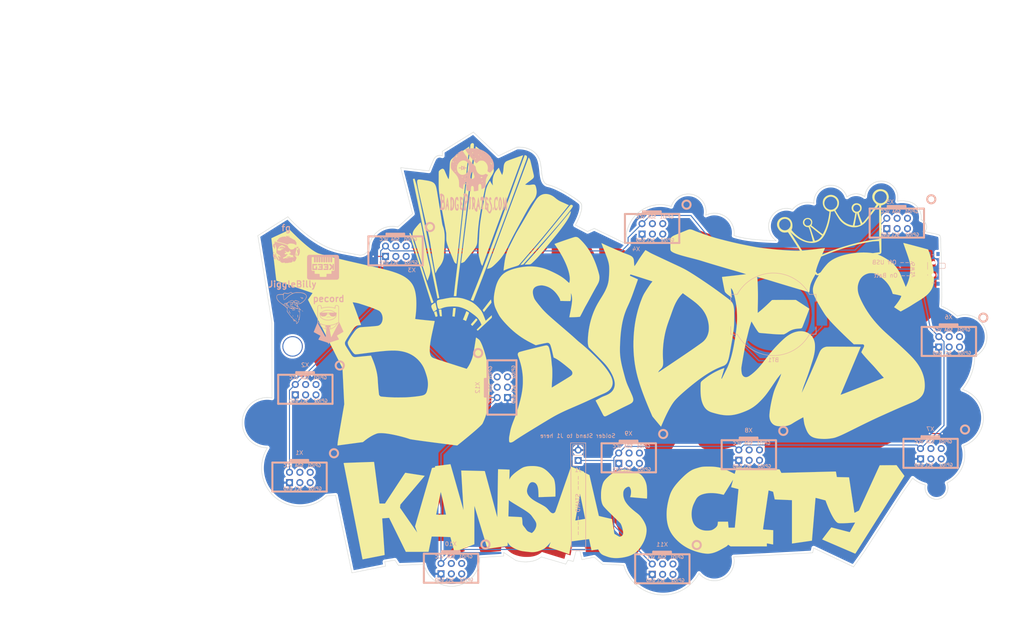
<source format=kicad_pcb>
(kicad_pcb (version 20171130) (host pcbnew "(5.1.10)-1")
  (layers (0 F.Cu signal) (31 B.Cu signal) (34 B.Paste user) (35 F.Paste user) (36 B.SilkS user) (37 F.SilkS user) (38 B.Mask user) (39 F.Mask user) (44 Edge.Cuts user))
  (net 0 "")
  (net 1 "Net-(BT1-Pad1)")
  (net 2 GND)
  (net 3 VCC)
  (net 4 "Net-(SW1-Pad1)")
  (net 5 "Net-(X1-Pad4)")
  (net 6 "Net-(X1-Pad3)")
  (net 7 "Net-(X1-Pad6)")
  (net 8 "Net-(X1-Pad5)")
  (net 9 "Net-(X2-Pad4)")
  (net 10 "Net-(X2-Pad3)")
  (net 11 "Net-(X2-Pad6)")
  (net 12 "Net-(X2-Pad5)")
  (net 13 "Net-(X3-Pad4)")
  (net 14 "Net-(X3-Pad3)")
  (net 15 "Net-(X3-Pad6)")
  (net 16 "Net-(X3-Pad5)")
  (net 17 "Net-(X4-Pad4)")
  (net 18 "Net-(X4-Pad3)")
  (net 19 "Net-(X4-Pad6)")
  (net 20 "Net-(X4-Pad5)")
  (net 21 "Net-(X5-Pad4)")
  (net 22 "Net-(X5-Pad3)")
  (net 23 "Net-(X5-Pad6)")
  (net 24 "Net-(X5-Pad5)")
  (net 25 "Net-(X6-Pad4)")
  (net 26 "Net-(X6-Pad3)")
  (net 27 "Net-(X6-Pad6)")
  (net 28 "Net-(X6-Pad5)")
  (net 29 "Net-(X7-Pad4)")
  (net 30 "Net-(X7-Pad3)")
  (net 31 "Net-(X7-Pad6)")
  (net 32 "Net-(X7-Pad5)")
  (net 33 "Net-(X8-Pad4)")
  (net 34 "Net-(X8-Pad3)")
  (net 35 "Net-(X8-Pad6)")
  (net 36 "Net-(X8-Pad5)")
  (net 37 "Net-(X9-Pad4)")
  (net 38 "Net-(X9-Pad3)")
  (net 39 "Net-(X9-Pad6)")
  (net 40 "Net-(X9-Pad5)")
  (net 41 "Net-(X10-Pad4)")
  (net 42 "Net-(X10-Pad3)")
  (net 43 "Net-(X10-Pad6)")
  (net 44 "Net-(X10-Pad5)")
  (net 45 "Net-(X11-Pad4)")
  (net 46 "Net-(X11-Pad3)")
  (net 47 "Net-(X11-Pad6)")
  (net 48 "Net-(X11-Pad5)")
  (net 49 "Net-(X12-Pad4)")
  (net 50 "Net-(X12-Pad3)")
  (net 51 "Net-(X12-Pad6)")
  (net 52 "Net-(X12-Pad5)")
  (module BadgePirate:SW_SPDT_PCM12 (layer B.Cu) (at 225.9 64.55 270)
    (fp_text reference SW1 (at 0 4.8 270) (layer B.SilkS) (effects (justify mirror)))
    (fp_text value SW_SPDT)
    (pad "" smd rect (at -3.65 0.78 270) (size 1 0.8) (layers B.Cu B.Paste B.Mask))
    (pad "" smd rect (at 3.65 0.78 270) (size 1 0.8) (layers B.Cu B.Paste B.Mask))
    (pad "" smd rect (at 3.65 -1.43 270) (size 1 0.8) (layers B.Cu B.Paste B.Mask))
    (pad "" smd rect (at -3.65 -1.43 270) (size 1 0.8) (layers B.Cu B.Paste B.Mask))
    (pad 3 smd rect (at 2.25 1.43 270) (size 0.7 1.5) (layers B.Cu B.Paste B.Mask) (net 3 VCC))
    (pad 2 smd rect (at 0.75 1.43 270) (size 0.7 1.5) (layers B.Cu B.Paste B.Mask) (net 1 "Net-(BT1-Pad1)"))
    (pad 1 smd rect (at -2.25 1.43 270) (size 0.7 1.5) (layers B.Cu B.Paste B.Mask) (net 4 "Net-(SW1-Pad1)"))
    (pad "" np_thru_hole circle (at 1.5 -0.33 270) (size 0.9 0.9) (drill 0.9) (layers *.Cu *.Mask))
    (pad "" np_thru_hole circle (at -1.5 -0.33 270) (size 0.9 0.9) (drill 0.9) (layers *.Cu *.Mask))
  )
  (module Logos:Jiggle_10x15_BSILK (layer F.Cu) (at 68.9356 74.676)
    (fp_text reference G*** hide)
    (fp_text value JiggleBilly (at 0 -6.35) (layer B.SilkS) (effects (font (size 1.524 1.524) (thickness 0.3))))
  )
  (module Logos:NG_BSilk (layer F.Cu) (at 76.5556 63.2968)
    (fp_text reference G*** hide)
    (fp_text value NG_BSilk hide)
  )
  (module Logos:FG_10x10_BSILK (layer F.Cu) (at 67.4116 60.8584)
    (fp_text reference G*** hide)
    (fp_text value fg (at 0 -6.35) (layer B.SilkS) (effects (font (size 1.54 1.54) (thickness 0.25))))
  )
  (module Logos:BadgePiratesURL_BSLK (layer F.Cu) (at 113.3348 48.5648)
    (fp_text reference G*** hide)
    (fp_text value LOGO hide)
  )
  (module Logos:BPSkull_Distressed_10x10_BSILK (layer F.Cu) (at 113.0808 40.2336)
    (fp_text reference G*** hide)
    (fp_text value "BP Logo" hide)
  )
  (module Temp:pecord (layer F.Cu) (at 77.8256 78.232)
    (fp_text reference G*** hide)
    (fp_text value pecord (at 0 -6.35) (layer B.SilkS) (effects (font (size 1.524 1.524) (thickness 0.3))))
  )
  (module Connector_PinHeader_2.54mm:PinHeader_1x02_P2.54mm_Vertical (layer B.Cu) (at 139.05 111.55)
    (fp_text reference J1 (at 0 2.33) (layer B.SilkS) (effects (justify mirror)))
    (fp_text value Conn_01x02_Male)
    (pad 2 thru_hole oval (at 0 -2.54) (size 1.7 1.7) (drill 1) (layers *.Cu *.Mask) (net 2 GND))
    (pad 1 thru_hole rect (at 0 0) (size 1.7 1.7) (drill 1) (layers *.Cu *.Mask) (net 3 VCC))
  )
  (module BadgePirates:Badgelife-SAOv169-BADGE-2x3_Back (layer F.Cu) (at 71.7966 94.2648)
    (fp_text reference X2 (at 0.254 -6.1468 180) (layer B.SilkS) (effects (justify mirror)))
    (fp_text value Badgelife_sao_connector_v169bis hide)
    (fp_text user VCC (at -2.5654 -2.9718) (layer B.SilkS) (effects (font (size 0.75 0.75)) (justify mirror)))
    (fp_text user GND (at -2.5146 2.667) (layer B.SilkS) (effects (font (size 0.75 0.75)) (justify mirror)))
    (fp_text user SDA (at 0.2286 -2.9972) (layer B.SilkS) (effects (font (size 0.75 0.75)) (justify mirror)))
    (fp_text user SCL (at -0.0254 2.667) (layer B.SilkS) (effects (font (size 0.75 0.75)) (justify mirror)))
    (fp_text user GPIO2 (at 4.0894 2.6416) (layer B.SilkS) (effects (font (size 0.75 0.75)) (justify mirror)))
    (fp_text user GPIO1 (at 3.9116 -2.9972) (layer B.SilkS) (effects (font (size 0.75 0.75)) (justify mirror)))
    (pad 5 thru_hole circle (at 2.9302 -1.3516 270) (size 1.7272 1.7272) (drill 1.016) (layers *.Cu *.Mask) (net 12 "Net-(X2-Pad5)"))
    (pad 6 thru_hole circle (at 2.9302 1.1884 270) (size 1.7272 1.7272) (drill 1.016) (layers *.Cu *.Mask) (net 11 "Net-(X2-Pad6)"))
    (pad 3 thru_hole oval (at 0.3902 -1.3516 270) (size 1.7272 1.7272) (drill 1.016) (layers *.Cu *.Mask) (net 10 "Net-(X2-Pad3)"))
    (pad 4 thru_hole oval (at 0.3902 1.1884 270) (size 1.7272 1.7272) (drill 1.016) (layers *.Cu *.Mask) (net 9 "Net-(X2-Pad4)"))
    (pad 1 thru_hole oval (at -2.1498 -1.3516 270) (size 1.7272 1.7272) (drill 1.016) (layers *.Cu *.Mask) (net 3 VCC))
    (pad 2 thru_hole rect (at -2.1498 1.1884 270) (size 1.7272 1.7272) (drill 1.016) (layers *.Cu *.Mask) (net 2 GND))
  )
  (module BadgePirates:Hole_4.5mm (layer F.Cu) (at 68.9864 83.566)
    (fp_text reference REF** hide)
    (fp_text value 4.5mm)
    (pad 2 thru_hole circle (at 0 0) (size 5 5) (drill 4.5) (layers *.Cu *.Mask))
  )
  (module BadgePirates:Badgelife-SAOv169-BADGE-2x3_Back (layer F.Cu) (at 120.5284 93.9638 90)
    (fp_text reference X12 (at 0.254 -6.1468 270) (layer B.SilkS) (effects (justify mirror)))
    (fp_text value Badgelife_sao_connector_v169bis hide)
    (fp_text user VCC (at -2.5654 -2.9718 90) (layer B.SilkS) (effects (font (size 0.75 0.75)) (justify mirror)))
    (fp_text user GND (at -2.5146 2.667 90) (layer B.SilkS) (effects (font (size 0.75 0.75)) (justify mirror)))
    (fp_text user SDA (at 0.2286 -2.9972 90) (layer B.SilkS) (effects (font (size 0.75 0.75)) (justify mirror)))
    (fp_text user SCL (at -0.0254 2.667 90) (layer B.SilkS) (effects (font (size 0.75 0.75)) (justify mirror)))
    (fp_text user GPIO2 (at 4.0894 2.6416 90) (layer B.SilkS) (effects (font (size 0.75 0.75)) (justify mirror)))
    (fp_text user GPIO1 (at 3.9116 -2.9972 90) (layer B.SilkS) (effects (font (size 0.75 0.75)) (justify mirror)))
    (pad 5 thru_hole circle (at 2.9302 -1.3516) (size 1.7272 1.7272) (drill 1.016) (layers *.Cu *.Mask) (net 52 "Net-(X12-Pad5)"))
    (pad 6 thru_hole circle (at 2.9302 1.1884) (size 1.7272 1.7272) (drill 1.016) (layers *.Cu *.Mask) (net 51 "Net-(X12-Pad6)"))
    (pad 3 thru_hole oval (at 0.3902 -1.3516) (size 1.7272 1.7272) (drill 1.016) (layers *.Cu *.Mask) (net 50 "Net-(X12-Pad3)"))
    (pad 4 thru_hole oval (at 0.3902 1.1884) (size 1.7272 1.7272) (drill 1.016) (layers *.Cu *.Mask) (net 49 "Net-(X12-Pad4)"))
    (pad 1 thru_hole oval (at -2.1498 -1.3516) (size 1.7272 1.7272) (drill 1.016) (layers *.Cu *.Mask) (net 3 VCC))
    (pad 2 thru_hole rect (at -2.1498 1.1884) (size 1.7272 1.7272) (drill 1.016) (layers *.Cu *.Mask) (net 2 GND))
  )
  (module BadgePirates:Badgelife-SAOv169-BADGE-2x3_Back (layer F.Cu) (at 159.3758 138.3084)
    (fp_text reference X11 (at 0.254 -6.1468 180) (layer B.SilkS) (effects (justify mirror)))
    (fp_text value Badgelife_sao_connector_v169bis hide)
    (fp_text user VCC (at -2.5654 -2.9718) (layer B.SilkS) (effects (font (size 0.75 0.75)) (justify mirror)))
    (fp_text user GND (at -2.5146 2.667) (layer B.SilkS) (effects (font (size 0.75 0.75)) (justify mirror)))
    (fp_text user SDA (at 0.2286 -2.9972) (layer B.SilkS) (effects (font (size 0.75 0.75)) (justify mirror)))
    (fp_text user SCL (at -0.0254 2.667) (layer B.SilkS) (effects (font (size 0.75 0.75)) (justify mirror)))
    (fp_text user GPIO2 (at 4.0894 2.6416) (layer B.SilkS) (effects (font (size 0.75 0.75)) (justify mirror)))
    (fp_text user GPIO1 (at 3.9116 -2.9972) (layer B.SilkS) (effects (font (size 0.75 0.75)) (justify mirror)))
    (pad 5 thru_hole circle (at 2.9302 -1.3516 270) (size 1.7272 1.7272) (drill 1.016) (layers *.Cu *.Mask) (net 48 "Net-(X11-Pad5)"))
    (pad 6 thru_hole circle (at 2.9302 1.1884 270) (size 1.7272 1.7272) (drill 1.016) (layers *.Cu *.Mask) (net 47 "Net-(X11-Pad6)"))
    (pad 3 thru_hole oval (at 0.3902 -1.3516 270) (size 1.7272 1.7272) (drill 1.016) (layers *.Cu *.Mask) (net 46 "Net-(X11-Pad3)"))
    (pad 4 thru_hole oval (at 0.3902 1.1884 270) (size 1.7272 1.7272) (drill 1.016) (layers *.Cu *.Mask) (net 45 "Net-(X11-Pad4)"))
    (pad 1 thru_hole oval (at -2.1498 -1.3516 270) (size 1.7272 1.7272) (drill 1.016) (layers *.Cu *.Mask) (net 3 VCC))
    (pad 2 thru_hole rect (at -2.1498 1.1884 270) (size 1.7272 1.7272) (drill 1.016) (layers *.Cu *.Mask) (net 2 GND))
  )
  (module BadgePirates:Badgelife-SAOv169-BADGE-2x3_Back (layer F.Cu) (at 107.5436 138.176)
    (fp_text reference X10 (at 0.254 -6.1468 180) (layer B.SilkS) (effects (justify mirror)))
    (fp_text value Badgelife_sao_connector_v169bis hide)
    (fp_text user VCC (at -2.5654 -2.9718) (layer B.SilkS) (effects (font (size 0.75 0.75)) (justify mirror)))
    (fp_text user GND (at -2.5146 2.667) (layer B.SilkS) (effects (font (size 0.75 0.75)) (justify mirror)))
    (fp_text user SDA (at 0.2286 -2.9972) (layer B.SilkS) (effects (font (size 0.75 0.75)) (justify mirror)))
    (fp_text user SCL (at -0.0254 2.667) (layer B.SilkS) (effects (font (size 0.75 0.75)) (justify mirror)))
    (fp_text user GPIO2 (at 4.0894 2.6416) (layer B.SilkS) (effects (font (size 0.75 0.75)) (justify mirror)))
    (fp_text user GPIO1 (at 3.9116 -2.9972) (layer B.SilkS) (effects (font (size 0.75 0.75)) (justify mirror)))
    (pad 5 thru_hole circle (at 2.9302 -1.3516 270) (size 1.7272 1.7272) (drill 1.016) (layers *.Cu *.Mask) (net 44 "Net-(X10-Pad5)"))
    (pad 6 thru_hole circle (at 2.9302 1.1884 270) (size 1.7272 1.7272) (drill 1.016) (layers *.Cu *.Mask) (net 43 "Net-(X10-Pad6)"))
    (pad 3 thru_hole oval (at 0.3902 -1.3516 270) (size 1.7272 1.7272) (drill 1.016) (layers *.Cu *.Mask) (net 42 "Net-(X10-Pad3)"))
    (pad 4 thru_hole oval (at 0.3902 1.1884 270) (size 1.7272 1.7272) (drill 1.016) (layers *.Cu *.Mask) (net 41 "Net-(X10-Pad4)"))
    (pad 1 thru_hole oval (at -2.1498 -1.3516 270) (size 1.7272 1.7272) (drill 1.016) (layers *.Cu *.Mask) (net 3 VCC))
    (pad 2 thru_hole rect (at -2.1498 1.1884 270) (size 1.7272 1.7272) (drill 1.016) (layers *.Cu *.Mask) (net 2 GND))
  )
  (module BadgePirates:Badgelife-SAOv169-BADGE-2x3_Back (layer F.Cu) (at 151.1462 111.0796)
    (fp_text reference X9 (at 0.254 -6.1468 180) (layer B.SilkS) (effects (justify mirror)))
    (fp_text value Badgelife_sao_connector_v169bis hide)
    (fp_text user VCC (at -2.5654 -2.9718) (layer B.SilkS) (effects (font (size 0.75 0.75)) (justify mirror)))
    (fp_text user GND (at -2.5146 2.667) (layer B.SilkS) (effects (font (size 0.75 0.75)) (justify mirror)))
    (fp_text user SDA (at 0.2286 -2.9972) (layer B.SilkS) (effects (font (size 0.75 0.75)) (justify mirror)))
    (fp_text user SCL (at -0.0254 2.667) (layer B.SilkS) (effects (font (size 0.75 0.75)) (justify mirror)))
    (fp_text user GPIO2 (at 4.0894 2.6416) (layer B.SilkS) (effects (font (size 0.75 0.75)) (justify mirror)))
    (fp_text user GPIO1 (at 3.9116 -2.9972) (layer B.SilkS) (effects (font (size 0.75 0.75)) (justify mirror)))
    (pad 5 thru_hole circle (at 2.9302 -1.3516 270) (size 1.7272 1.7272) (drill 1.016) (layers *.Cu *.Mask) (net 40 "Net-(X9-Pad5)"))
    (pad 6 thru_hole circle (at 2.9302 1.1884 270) (size 1.7272 1.7272) (drill 1.016) (layers *.Cu *.Mask) (net 39 "Net-(X9-Pad6)"))
    (pad 3 thru_hole oval (at 0.3902 -1.3516 270) (size 1.7272 1.7272) (drill 1.016) (layers *.Cu *.Mask) (net 38 "Net-(X9-Pad3)"))
    (pad 4 thru_hole oval (at 0.3902 1.1884 270) (size 1.7272 1.7272) (drill 1.016) (layers *.Cu *.Mask) (net 37 "Net-(X9-Pad4)"))
    (pad 1 thru_hole oval (at -2.1498 -1.3516 270) (size 1.7272 1.7272) (drill 1.016) (layers *.Cu *.Mask) (net 3 VCC))
    (pad 2 thru_hole rect (at -2.1498 1.1884 270) (size 1.7272 1.7272) (drill 1.016) (layers *.Cu *.Mask) (net 2 GND))
  )
  (module BadgePirates:Badgelife-SAOv169-BADGE-2x3_Back (layer F.Cu) (at 180.6102 110.3176)
    (fp_text reference X8 (at 0.254 -6.1468 180) (layer B.SilkS) (effects (justify mirror)))
    (fp_text value Badgelife_sao_connector_v169bis hide)
    (fp_text user VCC (at -2.5654 -2.9718) (layer B.SilkS) (effects (font (size 0.75 0.75)) (justify mirror)))
    (fp_text user GND (at -2.5146 2.667) (layer B.SilkS) (effects (font (size 0.75 0.75)) (justify mirror)))
    (fp_text user SDA (at 0.2286 -2.9972) (layer B.SilkS) (effects (font (size 0.75 0.75)) (justify mirror)))
    (fp_text user SCL (at -0.0254 2.667) (layer B.SilkS) (effects (font (size 0.75 0.75)) (justify mirror)))
    (fp_text user GPIO2 (at 4.0894 2.6416) (layer B.SilkS) (effects (font (size 0.75 0.75)) (justify mirror)))
    (fp_text user GPIO1 (at 3.9116 -2.9972) (layer B.SilkS) (effects (font (size 0.75 0.75)) (justify mirror)))
    (pad 5 thru_hole circle (at 2.9302 -1.3516 270) (size 1.7272 1.7272) (drill 1.016) (layers *.Cu *.Mask) (net 36 "Net-(X8-Pad5)"))
    (pad 6 thru_hole circle (at 2.9302 1.1884 270) (size 1.7272 1.7272) (drill 1.016) (layers *.Cu *.Mask) (net 35 "Net-(X8-Pad6)"))
    (pad 3 thru_hole oval (at 0.3902 -1.3516 270) (size 1.7272 1.7272) (drill 1.016) (layers *.Cu *.Mask) (net 34 "Net-(X8-Pad3)"))
    (pad 4 thru_hole oval (at 0.3902 1.1884 270) (size 1.7272 1.7272) (drill 1.016) (layers *.Cu *.Mask) (net 33 "Net-(X8-Pad4)"))
    (pad 1 thru_hole oval (at -2.1498 -1.3516 270) (size 1.7272 1.7272) (drill 1.016) (layers *.Cu *.Mask) (net 3 VCC))
    (pad 2 thru_hole rect (at -2.1498 1.1884 270) (size 1.7272 1.7272) (drill 1.016) (layers *.Cu *.Mask) (net 2 GND))
  )
  (module BadgePirates:Badgelife-SAOv169-BADGE-2x3_Back (layer F.Cu) (at 225.1964 109.982)
    (fp_text reference X7 (at 0.254 -6.1468 180) (layer B.SilkS) (effects (justify mirror)))
    (fp_text value Badgelife_sao_connector_v169bis hide)
    (fp_text user VCC (at -2.5654 -2.9718) (layer B.SilkS) (effects (font (size 0.75 0.75)) (justify mirror)))
    (fp_text user GND (at -2.5146 2.667) (layer B.SilkS) (effects (font (size 0.75 0.75)) (justify mirror)))
    (fp_text user SDA (at 0.2286 -2.9972) (layer B.SilkS) (effects (font (size 0.75 0.75)) (justify mirror)))
    (fp_text user SCL (at -0.0254 2.667) (layer B.SilkS) (effects (font (size 0.75 0.75)) (justify mirror)))
    (fp_text user GPIO2 (at 4.0894 2.6416) (layer B.SilkS) (effects (font (size 0.75 0.75)) (justify mirror)))
    (fp_text user GPIO1 (at 3.9116 -2.9972) (layer B.SilkS) (effects (font (size 0.75 0.75)) (justify mirror)))
    (pad 5 thru_hole circle (at 2.9302 -1.3516 270) (size 1.7272 1.7272) (drill 1.016) (layers *.Cu *.Mask) (net 32 "Net-(X7-Pad5)"))
    (pad 6 thru_hole circle (at 2.9302 1.1884 270) (size 1.7272 1.7272) (drill 1.016) (layers *.Cu *.Mask) (net 31 "Net-(X7-Pad6)"))
    (pad 3 thru_hole oval (at 0.3902 -1.3516 270) (size 1.7272 1.7272) (drill 1.016) (layers *.Cu *.Mask) (net 30 "Net-(X7-Pad3)"))
    (pad 4 thru_hole oval (at 0.3902 1.1884 270) (size 1.7272 1.7272) (drill 1.016) (layers *.Cu *.Mask) (net 29 "Net-(X7-Pad4)"))
    (pad 1 thru_hole oval (at -2.1498 -1.3516 270) (size 1.7272 1.7272) (drill 1.016) (layers *.Cu *.Mask) (net 3 VCC))
    (pad 2 thru_hole rect (at -2.1498 1.1884 270) (size 1.7272 1.7272) (drill 1.016) (layers *.Cu *.Mask) (net 2 GND))
  )
  (module BadgePirates:Badgelife-SAOv169-BADGE-2x3_Back (layer F.Cu) (at 229.683 82.53)
    (fp_text reference X6 (at 0.254 -6.1468 180) (layer B.SilkS) (effects (justify mirror)))
    (fp_text value Badgelife_sao_connector_v169bis hide)
    (fp_text user VCC (at -2.5654 -2.9718) (layer B.SilkS) (effects (font (size 0.75 0.75)) (justify mirror)))
    (fp_text user GND (at -2.5146 2.667) (layer B.SilkS) (effects (font (size 0.75 0.75)) (justify mirror)))
    (fp_text user SDA (at 0.2286 -2.9972) (layer B.SilkS) (effects (font (size 0.75 0.75)) (justify mirror)))
    (fp_text user SCL (at -0.0254 2.667) (layer B.SilkS) (effects (font (size 0.75 0.75)) (justify mirror)))
    (fp_text user GPIO2 (at 4.0894 2.6416) (layer B.SilkS) (effects (font (size 0.75 0.75)) (justify mirror)))
    (fp_text user GPIO1 (at 3.9116 -2.9972) (layer B.SilkS) (effects (font (size 0.75 0.75)) (justify mirror)))
    (pad 5 thru_hole circle (at 2.9302 -1.3516 270) (size 1.7272 1.7272) (drill 1.016) (layers *.Cu *.Mask) (net 28 "Net-(X6-Pad5)"))
    (pad 6 thru_hole circle (at 2.9302 1.1884 270) (size 1.7272 1.7272) (drill 1.016) (layers *.Cu *.Mask) (net 27 "Net-(X6-Pad6)"))
    (pad 3 thru_hole oval (at 0.3902 -1.3516 270) (size 1.7272 1.7272) (drill 1.016) (layers *.Cu *.Mask) (net 26 "Net-(X6-Pad3)"))
    (pad 4 thru_hole oval (at 0.3902 1.1884 270) (size 1.7272 1.7272) (drill 1.016) (layers *.Cu *.Mask) (net 25 "Net-(X6-Pad4)"))
    (pad 1 thru_hole oval (at -2.1498 -1.3516 270) (size 1.7272 1.7272) (drill 1.016) (layers *.Cu *.Mask) (net 3 VCC))
    (pad 2 thru_hole rect (at -2.1498 1.1884 270) (size 1.7272 1.7272) (drill 1.016) (layers *.Cu *.Mask) (net 2 GND))
  )
  (module BadgePirates:Badgelife-SAOv169-BADGE-2x3_Back (layer F.Cu) (at 216.916 53.4924)
    (fp_text reference X5 (at -1.3716 -5.3848 180) (layer B.SilkS) (effects (justify mirror)))
    (fp_text value Badgelife_sao_connector_v169bis hide)
    (fp_text user VCC (at -2.5654 -2.9718) (layer B.SilkS) (effects (font (size 0.75 0.75)) (justify mirror)))
    (fp_text user GND (at -2.5146 2.667) (layer B.SilkS) (effects (font (size 0.75 0.75)) (justify mirror)))
    (fp_text user SDA (at 0.2286 -2.9972) (layer B.SilkS) (effects (font (size 0.75 0.75)) (justify mirror)))
    (fp_text user SCL (at -0.0254 2.667) (layer B.SilkS) (effects (font (size 0.75 0.75)) (justify mirror)))
    (fp_text user GPIO2 (at 4.0894 2.6416) (layer B.SilkS) (effects (font (size 0.75 0.75)) (justify mirror)))
    (fp_text user GPIO1 (at 3.9116 -2.9972) (layer B.SilkS) (effects (font (size 0.75 0.75)) (justify mirror)))
    (pad 5 thru_hole circle (at 2.9302 -1.3516 270) (size 1.7272 1.7272) (drill 1.016) (layers *.Cu *.Mask) (net 24 "Net-(X5-Pad5)"))
    (pad 6 thru_hole circle (at 2.9302 1.1884 270) (size 1.7272 1.7272) (drill 1.016) (layers *.Cu *.Mask) (net 23 "Net-(X5-Pad6)"))
    (pad 3 thru_hole oval (at 0.3902 -1.3516 270) (size 1.7272 1.7272) (drill 1.016) (layers *.Cu *.Mask) (net 22 "Net-(X5-Pad3)"))
    (pad 4 thru_hole oval (at 0.3902 1.1884 270) (size 1.7272 1.7272) (drill 1.016) (layers *.Cu *.Mask) (net 21 "Net-(X5-Pad4)"))
    (pad 1 thru_hole oval (at -2.1498 -1.3516 270) (size 1.7272 1.7272) (drill 1.016) (layers *.Cu *.Mask) (net 3 VCC))
    (pad 2 thru_hole rect (at -2.1498 1.1884 270) (size 1.7272 1.7272) (drill 1.016) (layers *.Cu *.Mask) (net 2 GND))
  )
  (module BadgePirates:Badgelife-SAOv169-BADGE-2x3_Back (layer F.Cu) (at 156.8704 54.8132)
    (fp_text reference X4 (at -3.6068 4.8768 180) (layer B.SilkS) (effects (justify mirror)))
    (fp_text value Badgelife_sao_connector_v169bis hide)
    (fp_text user VCC (at -2.5654 -2.9718) (layer B.SilkS) (effects (font (size 0.75 0.75)) (justify mirror)))
    (fp_text user GND (at -2.5146 2.667) (layer B.SilkS) (effects (font (size 0.75 0.75)) (justify mirror)))
    (fp_text user SDA (at 0.2286 -2.9972) (layer B.SilkS) (effects (font (size 0.75 0.75)) (justify mirror)))
    (fp_text user SCL (at -0.0254 2.667) (layer B.SilkS) (effects (font (size 0.75 0.75)) (justify mirror)))
    (fp_text user GPIO2 (at 4.0894 2.6416) (layer B.SilkS) (effects (font (size 0.75 0.75)) (justify mirror)))
    (fp_text user GPIO1 (at 3.9116 -2.9972) (layer B.SilkS) (effects (font (size 0.75 0.75)) (justify mirror)))
    (pad 5 thru_hole circle (at 2.9302 -1.3516 270) (size 1.7272 1.7272) (drill 1.016) (layers *.Cu *.Mask) (net 20 "Net-(X4-Pad5)"))
    (pad 6 thru_hole circle (at 2.9302 1.1884 270) (size 1.7272 1.7272) (drill 1.016) (layers *.Cu *.Mask) (net 19 "Net-(X4-Pad6)"))
    (pad 3 thru_hole oval (at 0.3902 -1.3516 270) (size 1.7272 1.7272) (drill 1.016) (layers *.Cu *.Mask) (net 18 "Net-(X4-Pad3)"))
    (pad 4 thru_hole oval (at 0.3902 1.1884 270) (size 1.7272 1.7272) (drill 1.016) (layers *.Cu *.Mask) (net 17 "Net-(X4-Pad4)"))
    (pad 1 thru_hole oval (at -2.1498 -1.3516 270) (size 1.7272 1.7272) (drill 1.016) (layers *.Cu *.Mask) (net 3 VCC))
    (pad 2 thru_hole rect (at -2.1498 1.1884 270) (size 1.7272 1.7272) (drill 1.016) (layers *.Cu *.Mask) (net 2 GND))
  )
  (module BadgePirates:Badgelife-SAOv169-BADGE-2x3_Back (layer F.Cu) (at 93.9292 60.2996)
    (fp_text reference X3 (at 4.3018 4.5412 180) (layer B.SilkS) (effects (justify mirror)))
    (fp_text value Badgelife_sao_connector_v169bis hide)
    (fp_text user VCC (at -2.5654 -2.9718) (layer B.SilkS) (effects (font (size 0.75 0.75)) (justify mirror)))
    (fp_text user GND (at -2.5146 2.667) (layer B.SilkS) (effects (font (size 0.75 0.75)) (justify mirror)))
    (fp_text user SDA (at 0.2286 -2.9972) (layer B.SilkS) (effects (font (size 0.75 0.75)) (justify mirror)))
    (fp_text user SCL (at -0.0254 2.667) (layer B.SilkS) (effects (font (size 0.75 0.75)) (justify mirror)))
    (fp_text user GPIO2 (at 4.0894 2.6416) (layer B.SilkS) (effects (font (size 0.75 0.75)) (justify mirror)))
    (fp_text user GPIO1 (at 3.9116 -2.9972) (layer B.SilkS) (effects (font (size 0.75 0.75)) (justify mirror)))
    (pad 5 thru_hole circle (at 2.9302 -1.3516 270) (size 1.7272 1.7272) (drill 1.016) (layers *.Cu *.Mask) (net 16 "Net-(X3-Pad5)"))
    (pad 6 thru_hole circle (at 2.9302 1.1884 270) (size 1.7272 1.7272) (drill 1.016) (layers *.Cu *.Mask) (net 15 "Net-(X3-Pad6)"))
    (pad 3 thru_hole oval (at 0.3902 -1.3516 270) (size 1.7272 1.7272) (drill 1.016) (layers *.Cu *.Mask) (net 14 "Net-(X3-Pad3)"))
    (pad 4 thru_hole oval (at 0.3902 1.1884 270) (size 1.7272 1.7272) (drill 1.016) (layers *.Cu *.Mask) (net 13 "Net-(X3-Pad4)"))
    (pad 1 thru_hole oval (at -2.1498 -1.3516 270) (size 1.7272 1.7272) (drill 1.016) (layers *.Cu *.Mask) (net 3 VCC))
    (pad 2 thru_hole rect (at -2.1498 1.1884 270) (size 1.7272 1.7272) (drill 1.016) (layers *.Cu *.Mask) (net 2 GND))
  )
  (module BadgePirates:Badgelife-SAOv169-BADGE-2x3_Back (layer F.Cu) (at 70.3742 115.804)
    (fp_text reference X1 (at 0.254 -6.1468 180) (layer B.SilkS) (effects (justify mirror)))
    (fp_text value Badgelife_sao_connector_v169bis hide)
    (fp_text user VCC (at -2.5654 -2.9718) (layer B.SilkS) (effects (font (size 0.75 0.75)) (justify mirror)))
    (fp_text user GND (at -2.5146 2.667) (layer B.SilkS) (effects (font (size 0.75 0.75)) (justify mirror)))
    (fp_text user SDA (at 0.2286 -2.9972) (layer B.SilkS) (effects (font (size 0.75 0.75)) (justify mirror)))
    (fp_text user SCL (at -0.0254 2.667) (layer B.SilkS) (effects (font (size 0.75 0.75)) (justify mirror)))
    (fp_text user GPIO2 (at 4.0894 2.6416) (layer B.SilkS) (effects (font (size 0.75 0.75)) (justify mirror)))
    (fp_text user GPIO1 (at 3.9116 -2.9972) (layer B.SilkS) (effects (font (size 0.75 0.75)) (justify mirror)))
    (pad 5 thru_hole circle (at 2.9302 -1.3516 270) (size 1.7272 1.7272) (drill 1.016) (layers *.Cu *.Mask) (net 8 "Net-(X1-Pad5)"))
    (pad 6 thru_hole circle (at 2.9302 1.1884 270) (size 1.7272 1.7272) (drill 1.016) (layers *.Cu *.Mask) (net 7 "Net-(X1-Pad6)"))
    (pad 3 thru_hole oval (at 0.3902 -1.3516 270) (size 1.7272 1.7272) (drill 1.016) (layers *.Cu *.Mask) (net 6 "Net-(X1-Pad3)"))
    (pad 4 thru_hole oval (at 0.3902 1.1884 270) (size 1.7272 1.7272) (drill 1.016) (layers *.Cu *.Mask) (net 5 "Net-(X1-Pad4)"))
    (pad 1 thru_hole oval (at -2.1498 -1.3516 270) (size 1.7272 1.7272) (drill 1.016) (layers *.Cu *.Mask) (net 3 VCC))
    (pad 2 thru_hole rect (at -2.1498 1.1884 270) (size 1.7272 1.7272) (drill 1.016) (layers *.Cu *.Mask) (net 2 GND))
  )
  (module Battery:BatteryHolder_MPD_BC2003_1x2032 (layer B.Cu) (at 186.944 75.692)
    (fp_text reference BT1 (at 0 11.2) (layer B.SilkS) (effects (justify mirror)))
    (fp_text value Battery_Cell)
    (pad 2 smd circle (at 0 0) (size 17.8 17.8) (layers B.Cu B.Mask) (net 2 GND))
    (pad 1 smd rect (at 11.905 0) (size 2.6 5.56) (layers B.Cu B.Paste B.Mask) (net 1 "Net-(BT1-Pad1)"))
    (pad 1 smd rect (at -11.905 0) (size 2.6 5.56) (layers B.Cu B.Paste B.Mask) (net 1 "Net-(BT1-Pad1)"))
  )
  (module LOGO (layer F.Cu) (at 0 0)
    (fp_text reference G*** hide)
    (fp_text value LOGO hide)
  )
  (module LOGO (layer F.Cu) (at 0 0)
    (fp_text reference G*** hide)
    (fp_text value LOGO hide)
  )
  (module LOGO (layer F.Cu) (at 0 0)
    (fp_text reference G*** hide)
    (fp_text value LOGO hide)
  )
  (module LOGO (layer F.Cu) (at 148.8948 95.3008)
    (fp_text reference G*** hide)
    (fp_text value LOGO hide)
    (fp_poly (pts (xy -31.009166 -3.185584) (xy -31.01975 -3.175) (xy -31.030333 -3.185584) (xy -31.01975 -3.196167) (xy -31.009166 -3.185584)) (layer F.Cu) (width 0.01))
    (fp_poly (pts (xy -29.739166 -2.211917) (xy -29.74975 -2.201334) (xy -29.760333 -2.211917) (xy -29.74975 -2.2225) (xy -29.739166 -2.211917)) (layer F.Cu) (width 0.01))
    (fp_poly (pts (xy -29.534555 -2.067278) (xy -29.537461 -2.054695) (xy -29.548666 -2.053167) (xy -29.566089 -2.060912) (xy -29.562778 -2.067278) (xy -29.537658 -2.069812) (xy -29.534555 -2.067278)) (layer F.Cu) (width 0.01))
    (fp_poly (pts (xy -29.259389 -1.855612) (xy -29.262294 -1.843028) (xy -29.2735 -1.8415) (xy -29.290922 -1.849245) (xy -29.287611 -1.855612) (xy -29.262491 -1.858145) (xy -29.259389 -1.855612)) (layer F.Cu) (width 0.01))
    (fp_poly (pts (xy -29.104166 -1.725084) (xy -29.11475 -1.7145) (xy -29.125333 -1.725084) (xy -29.11475 -1.735667) (xy -29.104166 -1.725084)) (layer F.Cu) (width 0.01))
    (fp_poly (pts (xy -28.116389 -0.987778) (xy -28.119294 -0.975195) (xy -28.1305 -0.973667) (xy -28.147922 -0.981412) (xy -28.144611 -0.987778) (xy -28.119491 -0.990312) (xy -28.116389 -0.987778)) (layer F.Cu) (width 0.01))
    (fp_poly (pts (xy -26.973389 -0.098778) (xy -26.976294 -0.086195) (xy -26.9875 -0.084667) (xy -27.004922 -0.092412) (xy -27.001611 -0.098778) (xy -26.976491 -0.101312) (xy -26.973389 -0.098778)) (layer F.Cu) (width 0.01))
    (fp_poly (pts (xy -80.186389 -15.994945) (xy -80.189294 -15.982361) (xy -80.2005 -15.980834) (xy -80.217922 -15.988578) (xy -80.214611 -15.994945) (xy -80.189491 -15.997478) (xy -80.186389 -15.994945)) (layer F.Cu) (width 0.01))
    (fp_poly (pts (xy -80.01 -15.758584) (xy -80.020583 -15.748) (xy -80.031166 -15.758584) (xy -80.020583 -15.769167) (xy -80.01 -15.758584)) (layer F.Cu) (width 0.01))
    (fp_poly (pts (xy -79.861833 -15.568084) (xy -79.872416 -15.5575) (xy -79.883 -15.568084) (xy -79.872416 -15.578667) (xy -79.861833 -15.568084)) (layer F.Cu) (width 0.01))
    (fp_poly (pts (xy -79.798333 -15.483417) (xy -79.808916 -15.472834) (xy -79.8195 -15.483417) (xy -79.808916 -15.494) (xy -79.798333 -15.483417)) (layer F.Cu) (width 0.01))
    (fp_poly (pts (xy -79.544333 -15.14475) (xy -79.554916 -15.134167) (xy -79.5655 -15.14475) (xy -79.554916 -15.155334) (xy -79.544333 -15.14475)) (layer F.Cu) (width 0.01))
    (fp_poly (pts (xy -79.459666 -15.038917) (xy -79.47025 -15.028334) (xy -79.480833 -15.038917) (xy -79.47025 -15.0495) (xy -79.459666 -15.038917)) (layer F.Cu) (width 0.01))
    (fp_poly (pts (xy -79.403222 -14.978945) (xy -79.406128 -14.966361) (xy -79.417333 -14.964834) (xy -79.434756 -14.972578) (xy -79.431444 -14.978945) (xy -79.406324 -14.981478) (xy -79.403222 -14.978945)) (layer F.Cu) (width 0.01))
    (fp_poly (pts (xy -79.3115 -14.848417) (xy -79.322083 -14.837834) (xy -79.332666 -14.848417) (xy -79.322083 -14.859) (xy -79.3115 -14.848417)) (layer F.Cu) (width 0.01))
    (fp_poly (pts (xy -79.293604 -14.808105) (xy -79.27088 -14.786792) (xy -79.275542 -14.77454) (xy -79.278501 -14.774334) (xy -79.296404 -14.789368) (xy -79.302938 -14.798771) (xy -79.305433 -14.813255) (xy -79.293604 -14.808105)) (layer F.Cu) (width 0.01))
    (fp_poly (pts (xy -79.1845 -14.679084) (xy -79.195083 -14.6685) (xy -79.205666 -14.679084) (xy -79.195083 -14.689667) (xy -79.1845 -14.679084)) (layer F.Cu) (width 0.01))
    (fp_poly (pts (xy -79.121 -14.594417) (xy -79.131583 -14.583834) (xy -79.142166 -14.594417) (xy -79.131583 -14.605) (xy -79.121 -14.594417)) (layer F.Cu) (width 0.01))
    (fp_poly (pts (xy -79.015166 -14.44625) (xy -79.02575 -14.435667) (xy -79.036333 -14.44625) (xy -79.02575 -14.456834) (xy -79.015166 -14.44625)) (layer F.Cu) (width 0.01))
    (fp_poly (pts (xy -78.909333 -14.31925) (xy -78.919916 -14.308667) (xy -78.9305 -14.31925) (xy -78.919916 -14.329834) (xy -78.909333 -14.31925)) (layer F.Cu) (width 0.01))
    (fp_poly (pts (xy -78.80677 -14.173105) (xy -78.784047 -14.151792) (xy -78.788708 -14.13954) (xy -78.791667 -14.139334) (xy -78.80957 -14.154368) (xy -78.816104 -14.163771) (xy -78.818599 -14.178255) (xy -78.80677 -14.173105)) (layer F.Cu) (width 0.01))
    (fp_poly (pts (xy -78.704722 -14.047612) (xy -78.707628 -14.035028) (xy -78.718833 -14.0335) (xy -78.736256 -14.041245) (xy -78.732944 -14.047612) (xy -78.707824 -14.050145) (xy -78.704722 -14.047612)) (layer F.Cu) (width 0.01))
    (fp_poly (pts (xy -78.591833 -13.895917) (xy -78.602416 -13.885334) (xy -78.613 -13.895917) (xy -78.602416 -13.9065) (xy -78.591833 -13.895917)) (layer F.Cu) (width 0.01))
    (fp_poly (pts (xy -78.401333 -13.641917) (xy -78.411916 -13.631334) (xy -78.4225 -13.641917) (xy -78.411916 -13.6525) (xy -78.401333 -13.641917)) (layer F.Cu) (width 0.01))
    (fp_poly (pts (xy -78.359 -13.599584) (xy -78.369583 -13.589) (xy -78.380166 -13.599584) (xy -78.369583 -13.610167) (xy -78.359 -13.599584)) (layer F.Cu) (width 0.01))
    (fp_poly (pts (xy -78.337833 -13.55725) (xy -78.348416 -13.546667) (xy -78.359 -13.55725) (xy -78.348416 -13.567834) (xy -78.337833 -13.55725)) (layer F.Cu) (width 0.01))
    (fp_poly (pts (xy -78.2955 -13.49375) (xy -78.306083 -13.483167) (xy -78.316666 -13.49375) (xy -78.306083 -13.504334) (xy -78.2955 -13.49375)) (layer F.Cu) (width 0.01))
    (fp_poly (pts (xy -78.1685 -13.324417) (xy -78.179083 -13.313834) (xy -78.189666 -13.324417) (xy -78.179083 -13.335) (xy -78.1685 -13.324417)) (layer F.Cu) (width 0.01))
    (fp_poly (pts (xy -78.006222 -13.137445) (xy -78.009128 -13.124861) (xy -78.020333 -13.123334) (xy -78.037756 -13.131078) (xy -78.034444 -13.137445) (xy -78.009324 -13.139978) (xy -78.006222 -13.137445)) (layer F.Cu) (width 0.01))
    (fp_poly (pts (xy -77.956833 -13.070417) (xy -77.967416 -13.059834) (xy -77.978 -13.070417) (xy -77.967416 -13.081) (xy -77.956833 -13.070417)) (layer F.Cu) (width 0.01))
    (fp_poly (pts (xy -77.935666 -13.028084) (xy -77.94625 -13.0175) (xy -77.956833 -13.028084) (xy -77.94625 -13.038667) (xy -77.935666 -13.028084)) (layer F.Cu) (width 0.01))
    (fp_poly (pts (xy -77.893333 -12.964584) (xy -77.903916 -12.954) (xy -77.9145 -12.964584) (xy -77.903916 -12.975167) (xy -77.893333 -12.964584)) (layer F.Cu) (width 0.01))
    (fp_poly (pts (xy -77.597 -12.583584) (xy -77.607583 -12.573) (xy -77.618166 -12.583584) (xy -77.607583 -12.594167) (xy -77.597 -12.583584)) (layer F.Cu) (width 0.01))
    (fp_poly (pts (xy -77.4065 -12.329584) (xy -77.417083 -12.319) (xy -77.427666 -12.329584) (xy -77.417083 -12.340167) (xy -77.4065 -12.329584)) (layer F.Cu) (width 0.01))
    (fp_poly (pts (xy -77.307722 -12.206112) (xy -77.310628 -12.193528) (xy -77.321833 -12.192) (xy -77.339256 -12.199745) (xy -77.335944 -12.206112) (xy -77.310824 -12.208645) (xy -77.307722 -12.206112)) (layer F.Cu) (width 0.01))
    (fp_poly (pts (xy -77.237166 -12.117917) (xy -77.24775 -12.107334) (xy -77.258333 -12.117917) (xy -77.24775 -12.1285) (xy -77.237166 -12.117917)) (layer F.Cu) (width 0.01))
    (fp_poly (pts (xy -77.134604 -11.971772) (xy -77.11188 -11.950459) (xy -77.116542 -11.938207) (xy -77.119501 -11.938) (xy -77.137404 -11.953035) (xy -77.143938 -11.962438) (xy -77.146433 -11.976922) (xy -77.134604 -11.971772)) (layer F.Cu) (width 0.01))
    (fp_poly (pts (xy -77.004333 -11.800417) (xy -77.014916 -11.789834) (xy -77.0255 -11.800417) (xy -77.014916 -11.811) (xy -77.004333 -11.800417)) (layer F.Cu) (width 0.01))
    (fp_poly (pts (xy -76.944104 -11.717772) (xy -76.921559 -11.698096) (xy -76.919666 -11.693335) (xy -76.929712 -11.684635) (xy -76.950626 -11.704129) (xy -76.953438 -11.708438) (xy -76.955933 -11.722922) (xy -76.944104 -11.717772)) (layer F.Cu) (width 0.01))
    (fp_poly (pts (xy -76.753604 -11.463772) (xy -76.73088 -11.442459) (xy -76.735542 -11.430207) (xy -76.738501 -11.43) (xy -76.756404 -11.445035) (xy -76.762938 -11.454438) (xy -76.765433 -11.468922) (xy -76.753604 -11.463772)) (layer F.Cu) (width 0.01))
    (fp_poly (pts (xy -76.693889 -11.401778) (xy -76.696794 -11.389195) (xy -76.708 -11.387667) (xy -76.725422 -11.395412) (xy -76.722111 -11.401778) (xy -76.696991 -11.404312) (xy -76.693889 -11.401778)) (layer F.Cu) (width 0.01))
    (fp_poly (pts (xy -76.623333 -11.292417) (xy -76.633916 -11.281834) (xy -76.6445 -11.292417) (xy -76.633916 -11.303) (xy -76.623333 -11.292417)) (layer F.Cu) (width 0.01))
    (fp_poly (pts (xy -76.499604 -11.125105) (xy -76.477059 -11.105429) (xy -76.475166 -11.100668) (xy -76.485212 -11.091968) (xy -76.506126 -11.111462) (xy -76.508938 -11.115771) (xy -76.511433 -11.130255) (xy -76.499604 -11.125105)) (layer F.Cu) (width 0.01))
    (fp_poly (pts (xy -76.242333 -10.805584) (xy -76.252916 -10.795) (xy -76.2635 -10.805584) (xy -76.252916 -10.816167) (xy -76.242333 -10.805584)) (layer F.Cu) (width 0.01))
    (fp_poly (pts (xy -76.115333 -10.63625) (xy -76.125916 -10.625667) (xy -76.1365 -10.63625) (xy -76.125916 -10.646834) (xy -76.115333 -10.63625)) (layer F.Cu) (width 0.01))
    (fp_poly (pts (xy -76.051833 -10.551584) (xy -76.062416 -10.541) (xy -76.073 -10.551584) (xy -76.062416 -10.562167) (xy -76.051833 -10.551584)) (layer F.Cu) (width 0.01))
    (fp_poly (pts (xy -76.0095 -10.488084) (xy -76.020083 -10.4775) (xy -76.030666 -10.488084) (xy -76.020083 -10.498667) (xy -76.0095 -10.488084)) (layer F.Cu) (width 0.01))
    (fp_poly (pts (xy -75.946 -10.403417) (xy -75.956583 -10.392834) (xy -75.967166 -10.403417) (xy -75.956583 -10.414) (xy -75.946 -10.403417)) (layer F.Cu) (width 0.01))
    (fp_poly (pts (xy -75.819 -10.234084) (xy -75.829583 -10.2235) (xy -75.840166 -10.234084) (xy -75.829583 -10.244667) (xy -75.819 -10.234084)) (layer F.Cu) (width 0.01))
    (fp_poly (pts (xy -75.734333 -10.12825) (xy -75.744916 -10.117667) (xy -75.7555 -10.12825) (xy -75.744916 -10.138834) (xy -75.734333 -10.12825)) (layer F.Cu) (width 0.01))
    (fp_poly (pts (xy -75.670833 -10.043584) (xy -75.681416 -10.033) (xy -75.692 -10.043584) (xy -75.681416 -10.054167) (xy -75.670833 -10.043584)) (layer F.Cu) (width 0.01))
    (fp_poly (pts (xy -75.543833 -9.87425) (xy -75.554416 -9.863667) (xy -75.565 -9.87425) (xy -75.554416 -9.884834) (xy -75.543833 -9.87425)) (layer F.Cu) (width 0.01))
    (fp_poly (pts (xy -75.332166 -9.599084) (xy -75.34275 -9.5885) (xy -75.353333 -9.599084) (xy -75.34275 -9.609667) (xy -75.332166 -9.599084)) (layer F.Cu) (width 0.01))
    (fp_poly (pts (xy -75.289833 -9.55675) (xy -75.300416 -9.546167) (xy -75.311 -9.55675) (xy -75.300416 -9.567334) (xy -75.289833 -9.55675)) (layer F.Cu) (width 0.01))
    (fp_poly (pts (xy -75.212222 -9.454445) (xy -75.215128 -9.441861) (xy -75.226333 -9.440334) (xy -75.243756 -9.448078) (xy -75.240444 -9.454445) (xy -75.215324 -9.456978) (xy -75.212222 -9.454445)) (layer F.Cu) (width 0.01))
    (fp_poly (pts (xy -10.463389 12.516555) (xy -10.466294 12.529139) (xy -10.4775 12.530666) (xy -10.494922 12.522922) (xy -10.491611 12.516555) (xy -10.466491 12.514022) (xy -10.463389 12.516555)) (layer F.Cu) (width 0.01))
    (fp_poly (pts (xy -6.773333 15.33525) (xy -6.783916 15.345833) (xy -6.7945 15.33525) (xy -6.783916 15.324666) (xy -6.773333 15.33525)) (layer F.Cu) (width 0.01))
    (fp_poly (pts (xy -35.730587 -61.949165) (xy -35.671056 -61.937342) (xy -35.644666 -61.927569) (xy -35.607525 -61.904451) (xy -35.541614 -61.855778) (xy -35.449865 -61.78405) (xy -35.33521 -61.691767) (xy -35.200583 -61.581428) (xy -35.048915 -61.455533) (xy -34.883139 -61.316581) (xy -34.706187 -61.167072) (xy -34.520993 -61.009506) (xy -34.330488 -60.846382) (xy -34.137605 -60.680199) (xy -33.945277 -60.513459) (xy -33.756435 -60.348659) (xy -33.574012 -60.1883) (xy -33.400942 -60.034882) (xy -33.240156 -59.890903) (xy -33.094586 -59.758864) (xy -33.02 -59.690323) (xy -32.842405 -59.523808) (xy -32.658051 -59.346582) (xy -32.472141 -59.163936) (xy -32.289879 -58.981164) (xy -32.116466 -58.803557) (xy -31.957108 -58.636408) (xy -31.817007 -58.485009) (xy -31.701367 -58.354652) (xy -31.666725 -58.313893) (xy -31.548669 -58.170358) (xy -31.426938 -58.016977) (xy -31.298692 -57.849907) (xy -31.161097 -57.665305) (xy -31.011314 -57.459329) (xy -30.846506 -57.228135) (xy -30.663836 -56.967881) (xy -30.518325 -56.758417) (xy -30.376027 -56.552925) (xy -30.255787 -56.379597) (xy -30.155621 -56.235755) (xy -30.073547 -56.118717) (xy -30.007581 -56.025804) (xy -29.95574 -55.954336) (xy -29.916043 -55.901632) (xy -29.886505 -55.865013) (xy -29.865144 -55.841799) (xy -29.849977 -55.829308) (xy -29.839021 -55.824862) (xy -29.830293 -55.82578) (xy -29.828712 -55.826344) (xy -29.801932 -55.839714) (xy -29.744412 -55.870404) (xy -29.662344 -55.915044) (xy -29.561919 -55.970263) (xy -29.449331 -56.032692) (xy -29.437712 -56.039162) (xy -29.32567 -56.100373) (xy -29.226169 -56.152438) (xy -29.145064 -56.192483) (xy -29.088205 -56.217632) (xy -29.061444 -56.225011) (xy -29.060458 -56.22449) (xy -29.051713 -56.199992) (xy -29.035357 -56.140109) (xy -29.012868 -56.050806) (xy -28.985724 -55.938044) (xy -28.955401 -55.807785) (xy -28.935743 -55.72125) (xy -28.904296 -55.58191) (xy -28.875528 -55.455147) (xy -28.85087 -55.347214) (xy -28.831754 -55.264361) (xy -28.819612 -55.212839) (xy -28.816282 -55.199607) (xy -28.788456 -55.171431) (xy -28.73653 -55.156641) (xy -28.666662 -55.148484) (xy -28.567614 -55.657117) (xy -28.536546 -55.821139) (xy -28.505659 -55.99228) (xy -28.476859 -56.159382) (xy -28.452053 -56.311284) (xy -28.433148 -56.436826) (xy -28.428225 -56.472884) (xy -28.397917 -56.666858) (xy -28.36094 -56.826314) (xy -28.313971 -56.958935) (xy -28.253687 -57.072403) (xy -28.176764 -57.174402) (xy -28.08383 -57.268983) (xy -28.033798 -57.312929) (xy -27.98226 -57.352467) (xy -27.924295 -57.389946) (xy -27.854982 -57.427718) (xy -27.769402 -57.468132) (xy -27.662633 -57.513541) (xy -27.529756 -57.566294) (xy -27.365849 -57.628742) (xy -27.205715 -57.68851) (xy -27.039712 -57.750356) (xy -26.844203 -57.823589) (xy -26.629204 -57.904432) (xy -26.404734 -57.98911) (xy -26.18081 -58.073845) (xy -25.96745 -58.154861) (xy -25.855083 -58.197668) (xy -25.529467 -58.321739) (xy -25.240755 -58.431392) (xy -24.986396 -58.527548) (xy -24.763837 -58.611125) (xy -24.570526 -58.683044) (xy -24.403909 -58.744223) (xy -24.261435 -58.795582) (xy -24.14055 -58.838039) (xy -24.038702 -58.872515) (xy -23.953339 -58.899929) (xy -23.881907 -58.9212) (xy -23.821855 -58.937247) (xy -23.77063 -58.94899) (xy -23.766842 -58.94977) (xy -23.483694 -58.987743) (xy -23.201328 -58.987734) (xy -22.923663 -58.951711) (xy -22.654621 -58.88164) (xy -22.39812 -58.779486) (xy -22.15808 -58.647217) (xy -21.938421 -58.486799) (xy -21.743064 -58.300197) (xy -21.575927 -58.089378) (xy -21.44093 -57.856309) (xy -21.398679 -57.761844) (xy -21.361291 -57.661151) (xy -21.316559 -57.523769) (xy -21.265721 -57.354466) (xy -21.210016 -57.158006) (xy -21.150683 -56.939157) (xy -21.088959 -56.702684) (xy -21.026085 -56.453354) (xy -20.963298 -56.195932) (xy -20.901837 -55.935184) (xy -20.842941 -55.675878) (xy -20.787848 -55.422778) (xy -20.775084 -55.362316) (xy -20.725983 -55.124981) (xy -20.677722 -54.885589) (xy -20.631002 -54.648063) (xy -20.586524 -54.416323) (xy -20.544989 -54.19429) (xy -20.507095 -53.985886) (xy -20.473545 -53.795031) (xy -20.445039 -53.625646) (xy -20.422277 -53.481654) (xy -20.405959 -53.366973) (xy -20.396787 -53.285527) (xy -20.395461 -53.241235) (xy -20.395768 -53.239104) (xy -20.427999 -53.134513) (xy -20.488269 -53.011024) (xy -20.571394 -52.875979) (xy -20.672193 -52.736719) (xy -20.785484 -52.600587) (xy -20.906084 -52.474924) (xy -20.987105 -52.40134) (xy -21.051443 -52.348884) (xy -21.142408 -52.277976) (xy -21.252076 -52.194626) (xy -21.372521 -52.104841) (xy -21.495822 -52.014631) (xy -21.521723 -51.995917) (xy -21.6318 -51.916148) (xy -21.728945 -51.844934) (xy -21.808356 -51.785863) (xy -21.865236 -51.742521) (xy -21.894783 -51.718495) (xy -21.897848 -51.714876) (xy -21.876246 -51.715966) (xy -21.818093 -51.721984) (xy -21.728803 -51.732285) (xy -21.613788 -51.746227) (xy -21.478463 -51.763165) (xy -21.328241 -51.782455) (xy -21.312487 -51.784504) (xy -21.143884 -51.805669) (xy -20.973936 -51.825571) (xy -20.811658 -51.843259) (xy -20.666065 -51.857781) (xy -20.546175 -51.868186) (xy -20.474824 -51.872906) (xy -20.365398 -51.877925) (xy -20.287858 -51.879273) (xy -20.231827 -51.875713) (xy -20.18693 -51.866011) (xy -20.14279 -51.848931) (xy -20.099088 -51.828166) (xy -19.996164 -51.757939) (xy -19.919075 -51.659519) (xy -19.866871 -51.530798) (xy -19.838599 -51.36967) (xy -19.832547 -51.238167) (xy -19.830309 -51.174963) (xy -19.824352 -51.079537) (xy -19.815162 -50.956827) (xy -19.803229 -50.81177) (xy -19.789041 -50.649304) (xy -19.773087 -50.474367) (xy -19.755854 -50.291896) (xy -19.737832 -50.106829) (xy -19.719509 -49.924104) (xy -19.701373 -49.748658) (xy -19.683912 -49.585428) (xy -19.667615 -49.439353) (xy -19.652971 -49.31537) (xy -19.640468 -49.218416) (xy -19.630594 -49.15343) (xy -19.623837 -49.125349) (xy -19.623505 -49.124905) (xy -19.599903 -49.126697) (xy -19.545958 -49.142123) (xy -19.470367 -49.168447) (xy -19.404273 -49.193868) (xy -19.128507 -49.29331) (xy -18.83471 -49.377772) (xy -18.618057 -49.428661) (xy -18.538623 -49.444643) (xy -18.462831 -49.456568) (xy -18.382365 -49.465009) (xy -18.288911 -49.470538) (xy -18.174154 -49.473725) (xy -18.029779 -49.475144) (xy -17.93875 -49.475373) (xy -17.77637 -49.474993) (xy -17.648059 -49.473136) (xy -17.545563 -49.469245) (xy -17.460629 -49.462757) (xy -17.385002 -49.453115) (xy -17.310428 -49.439758) (xy -17.261416 -49.429434) (xy -16.937704 -49.344333) (xy -16.620594 -49.231454) (xy -16.305296 -49.088438) (xy -15.98702 -48.912928) (xy -15.660976 -48.702566) (xy -15.396393 -48.51142) (xy -15.222486 -48.381915) (xy -15.059857 -48.26476) (xy -14.903613 -48.15717) (xy -14.748862 -48.056359) (xy -14.590711 -47.959544) (xy -14.424268 -47.863938) (xy -14.244641 -47.766758) (xy -14.046937 -47.665217) (xy -13.826263 -47.556531) (xy -13.577728 -47.437916) (xy -13.296438 -47.306585) (xy -13.208 -47.265706) (xy -13.042651 -47.188945) (xy -12.870006 -47.107966) (xy -12.699536 -47.027271) (xy -12.540712 -46.951361) (xy -12.403005 -46.884735) (xy -12.310811 -46.839353) (xy -11.974538 -46.671806) (xy -11.871998 -46.737606) (xy -11.714844 -46.816878) (xy -11.554027 -46.856893) (xy -11.394277 -46.856924) (xy -11.275143 -46.829303) (xy -11.181737 -46.782693) (xy -11.082443 -46.708953) (xy -10.989856 -46.61904) (xy -10.916572 -46.52391) (xy -10.908119 -46.510034) (xy -10.877797 -46.452264) (xy -10.86281 -46.400682) (xy -10.859809 -46.337681) (xy -10.86326 -46.274359) (xy -10.869638 -46.216159) (xy -10.881758 -46.157594) (xy -10.902268 -46.091032) (xy -10.933815 -46.008844) (xy -10.979051 -45.903398) (xy -11.035292 -45.778718) (xy -11.092264 -45.652206) (xy -11.14057 -45.53952) (xy -11.182229 -45.434002) (xy -11.219263 -45.32899) (xy -11.253691 -45.217825) (xy -11.287536 -45.093845) (xy -11.322817 -44.950391) (xy -11.361555 -44.780802) (xy -11.405771 -44.578419) (xy -11.421092 -44.507111) (xy -11.484578 -44.222801) (xy -11.546232 -43.974177) (xy -11.608475 -43.754807) (xy -11.673726 -43.55826) (xy -11.744406 -43.378101) (xy -11.822932 -43.207899) (xy -11.911726 -43.041222) (xy -12.013207 -42.871636) (xy -12.06919 -42.784158) (xy -12.133707 -42.68496) (xy -12.213487 -42.561943) (xy -12.300898 -42.426897) (xy -12.388306 -42.29161) (xy -12.444857 -42.203925) (xy -12.582563 -41.992582) (xy -12.721663 -41.784138) (xy -12.864799 -41.574991) (xy -13.014612 -41.361537) (xy -13.173744 -41.140172) (xy -13.344836 -40.907294) (xy -13.53053 -40.659299) (xy -13.733469 -40.392584) (xy -13.956293 -40.103545) (xy -14.201645 -39.788579) (xy -14.413836 -39.518167) (xy -14.553403 -39.340165) (xy -14.694893 -39.158563) (xy -14.834098 -38.978839) (xy -14.96681 -38.80647) (xy -15.088822 -38.646933) (xy -15.195925 -38.505707) (xy -15.283912 -38.388269) (xy -15.33253 -38.32225) (xy -15.429248 -38.189922) (xy -15.532585 -38.049331) (xy -15.634763 -37.911006) (xy -15.728004 -37.785477) (xy -15.804528 -37.683273) (xy -15.807248 -37.679664) (xy -15.874512 -37.589522) (xy -15.931066 -37.51196) (xy -15.972711 -37.452879) (xy -15.99525 -37.418181) (xy -15.997941 -37.411578) (xy -15.977431 -37.417446) (xy -15.921041 -37.436743) (xy -15.832551 -37.4681) (xy -15.715743 -37.510148) (xy -15.574398 -37.561517) (xy -15.412299 -37.620836) (xy -15.233226 -37.686737) (xy -15.04096 -37.757849) (xy -14.996583 -37.77431) (xy -14.764226 -37.860542) (xy -14.51314 -37.953712) (xy -14.252364 -38.050465) (xy -13.990939 -38.147449) (xy -13.737905 -38.24131) (xy -13.502301 -38.328695) (xy -13.293168 -38.406249) (xy -13.208 -38.437827) (xy -13.014862 -38.509592) (xy -12.817635 -38.583165) (xy -12.623689 -38.655776) (xy -12.440397 -38.724657) (xy -12.275128 -38.787037) (xy -12.135255 -38.840146) (xy -12.03325 -38.879243) (xy -11.744776 -38.989003) (xy -11.490422 -39.082013) (xy -11.265966 -39.159463) (xy -11.067184 -39.222543) (xy -10.889855 -39.272445) (xy -10.729755 -39.310359) (xy -10.58266 -39.337476) (xy -10.444349 -39.354987) (xy -10.314229 -39.363934) (xy -10.196203 -39.368121) (xy -10.108719 -39.368621) (xy -10.040065 -39.36432) (xy -9.978529 -39.354103) (xy -9.912397 -39.336856) (xy -9.859146 -39.320645) (xy -9.766041 -39.287888) (xy -9.674618 -39.2473) (xy -9.581792 -39.196341) (xy -9.484478 -39.132471) (xy -9.379591 -39.053151) (xy -9.264046 -38.955842) (xy -9.134758 -38.838004) (xy -8.988641 -38.697098) (xy -8.822612 -38.530584) (xy -8.633584 -38.335923) (xy -8.52449 -38.222012) (xy -8.410927 -38.102757) (xy -8.29828 -37.984034) (xy -8.192544 -37.872194) (xy -8.099714 -37.773587) (xy -8.025786 -37.694565) (xy -7.987171 -37.652863) (xy -7.593943 -37.198992) (xy -7.216589 -36.710612) (xy -6.854702 -36.186987) (xy -6.507873 -35.627383) (xy -6.175694 -35.031066) (xy -5.857756 -34.397301) (xy -5.553652 -33.725353) (xy -5.262972 -33.014487) (xy -4.985309 -32.26397) (xy -4.973945 -32.231623) (xy -4.926257 -32.097281) (xy -4.876689 -31.96054) (xy -4.829514 -31.832989) (xy -4.789003 -31.72622) (xy -4.767959 -31.672685) (xy -4.690015 -31.478953) (xy -4.615132 -31.490473) (xy -4.564182 -31.499252) (xy -4.535792 -31.505935) (xy -4.534359 -31.506651) (xy -4.534355 -31.527987) (xy -4.535924 -31.588824) (xy -4.538964 -31.686365) (xy -4.543376 -31.817811) (xy -4.549056 -31.980363) (xy -4.555904 -32.171223) (xy -4.56382 -32.387593) (xy -4.5727 -32.626674) (xy -4.582446 -32.885668) (xy -4.592954 -33.161776) (xy -4.604124 -33.452199) (xy -4.613318 -33.689113) (xy -4.632473 -34.182284) (xy -4.649911 -34.634853) (xy -4.665674 -35.048515) (xy -4.679804 -35.424965) (xy -4.692341 -35.765898) (xy -4.70333 -36.07301) (xy -4.71281 -36.347995) (xy -4.720824 -36.592548) (xy -4.727414 -36.808364) (xy -4.732622 -36.997138) (xy -4.736488 -37.160565) (xy -4.739056 -37.300341) (xy -4.740366 -37.418159) (xy -4.740462 -37.515716) (xy -4.739383 -37.594706) (xy -4.737173 -37.656824) (xy -4.733874 -37.703765) (xy -4.729525 -37.737224) (xy -4.724171 -37.758896) (xy -4.717852 -37.770477) (xy -4.714036 -37.773137) (xy -4.684793 -37.769399) (xy -4.625551 -37.751432) (xy -4.545011 -37.722168) (xy -4.454745 -37.685753) (xy -4.391622 -37.659632) (xy -4.289993 -37.618265) (xy -4.150711 -37.561993) (xy -3.974628 -37.491157) (xy -3.762598 -37.406095) (xy -3.515474 -37.30715) (xy -3.234109 -37.194661) (xy -2.919356 -37.068969) (xy -2.572068 -36.930414) (xy -2.193099 -36.779336) (xy -1.783301 -36.616076) (xy -1.343528 -36.440974) (xy -0.874632 -36.254371) (xy -0.377468 -36.056607) (xy 0.147113 -35.848022) (xy 0.698257 -35.628956) (xy 1.217084 -35.422804) (xy 1.532336 -35.297203) (xy 1.811775 -35.185046) (xy 2.059153 -35.084729) (xy 2.278224 -34.99465) (xy 2.472745 -34.913206) (xy 2.646468 -34.838794) (xy 2.803148 -34.769811) (xy 2.946539 -34.704653) (xy 3.080397 -34.641719) (xy 3.208475 -34.579405) (xy 3.301558 -34.532841) (xy 3.582594 -34.383217) (xy 3.823239 -34.238769) (xy 4.024965 -34.098392) (xy 4.189247 -33.96098) (xy 4.317557 -33.825427) (xy 4.401492 -33.707454) (xy 4.447272 -33.62097) (xy 4.473041 -33.539268) (xy 4.486158 -33.439673) (xy 4.497917 -33.292904) (xy 4.69767 -33.616827) (xy 4.918999 -33.977787) (xy 5.117773 -34.306337) (xy 5.295448 -34.604936) (xy 5.453476 -34.876041) (xy 5.593311 -35.12211) (xy 5.671779 -35.263667) (xy 5.770028 -35.44083) (xy 5.852605 -35.584622) (xy 5.922668 -35.699589) (xy 5.983381 -35.790272) (xy 6.037904 -35.861215) (xy 6.089399 -35.916962) (xy 6.141026 -35.962054) (xy 6.175204 -35.987149) (xy 6.23778 -36.026121) (xy 6.295548 -36.048697) (xy 6.36627 -36.060324) (xy 6.427775 -36.064599) (xy 6.564435 -36.06237) (xy 6.681493 -36.038556) (xy 6.692358 -36.035061) (xy 6.766022 -36.007769) (xy 6.86228 -35.967079) (xy 6.983079 -35.912039) (xy 7.130369 -35.841696) (xy 7.306097 -35.755096) (xy 7.512214 -35.651288) (xy 7.750667 -35.529318) (xy 8.023405 -35.388234) (xy 8.149167 -35.322779) (xy 8.345888 -35.220799) (xy 8.574439 -35.103294) (xy 8.829336 -34.973024) (xy 9.105092 -34.832747) (xy 9.396221 -34.685222) (xy 9.697236 -34.533207) (xy 10.002654 -34.379463) (xy 10.306986 -34.226746) (xy 10.604747 -34.077816) (xy 10.890452 -33.935431) (xy 11.158614 -33.802351) (xy 11.403747 -33.681335) (xy 11.620366 -33.575139) (xy 11.745164 -33.514454) (xy 12.197912 -33.295218) (xy 12.189664 -35.755818) (xy 12.18843 -36.131382) (xy 12.187401 -36.466997) (xy 12.186608 -36.765044) (xy 12.186077 -37.027907) (xy 12.185838 -37.257969) (xy 12.185918 -37.457613) (xy 12.186345 -37.629221) (xy 12.187149 -37.775177) (xy 12.188356 -37.897863) (xy 12.189996 -37.999663) (xy 12.192097 -38.082959) (xy 12.194686 -38.150134) (xy 12.197793 -38.203571) (xy 12.201444 -38.245653) (xy 12.20567 -38.278763) (xy 12.210497 -38.305284) (xy 12.215955 -38.327599) (xy 12.220325 -38.342513) (xy 12.295347 -38.537152) (xy 12.391202 -38.706976) (xy 12.440192 -38.773088) (xy 12.522364 -38.857061) (xy 12.632484 -38.94532) (xy 12.758186 -39.029233) (xy 12.887104 -39.100168) (xy 12.948527 -39.127916) (xy 13.007424 -39.153099) (xy 13.097724 -39.192764) (xy 13.212348 -39.24375) (xy 13.344217 -39.302897) (xy 13.486251 -39.367046) (xy 13.599584 -39.41854) (xy 13.869643 -39.541038) (xy 14.148726 -39.666599) (xy 14.433805 -39.793923) (xy 14.721858 -39.921711) (xy 15.009858 -40.048663) (xy 15.294782 -40.173478) (xy 15.573604 -40.294855) (xy 15.8433 -40.411495) (xy 16.100845 -40.522098) (xy 16.343215 -40.625363) (xy 16.567385 -40.71999) (xy 16.770329 -40.804679) (xy 16.949024 -40.87813) (xy 17.100445 -40.939042) (xy 17.221566 -40.986115) (xy 17.309364 -41.01805) (xy 17.351158 -41.031186) (xy 17.468023 -41.054863) (xy 17.606537 -41.071087) (xy 17.751251 -41.079032) (xy 17.886721 -41.077874) (xy 17.997498 -41.066789) (xy 18.00225 -41.065933) (xy 18.061679 -41.049691) (xy 18.147906 -41.017634) (xy 18.263139 -40.9688) (xy 18.409585 -40.902225) (xy 18.589452 -40.816947) (xy 18.7325 -40.747529) (xy 19.111048 -40.566132) (xy 19.488773 -40.392762) (xy 19.869017 -40.226252) (xy 20.25512 -40.065438) (xy 20.650422 -39.909154) (xy 21.058263 -39.756236) (xy 21.481985 -39.605518) (xy 21.924927 -39.455835) (xy 22.390429 -39.306021) (xy 22.881833 -39.154912) (xy 23.402478 -39.001342) (xy 23.955705 -38.844147) (xy 24.544854 -38.68216) (xy 25.014276 -38.5563) (xy 26.5554 -38.16112) (xy 28.076093 -37.799578) (xy 29.580576 -37.470897) (xy 31.073071 -37.174303) (xy 32.5578 -36.909019) (xy 34.038985 -36.674269) (xy 35.520848 -36.469277) (xy 37.00761 -36.293268) (xy 37.740167 -36.217271) (xy 38.24921 -36.169255) (xy 38.793138 -36.12234) (xy 39.364507 -36.076992) (xy 39.955874 -36.033678) (xy 40.559794 -35.992864) (xy 41.168825 -35.955014) (xy 41.775523 -35.920596) (xy 42.372444 -35.890075) (xy 42.952144 -35.863917) (xy 43.50718 -35.842587) (xy 43.946084 -35.828822) (xy 44.065223 -35.827206) (xy 44.142504 -35.830149) (xy 44.178159 -35.837666) (xy 44.180148 -35.843693) (xy 44.166651 -35.864607) (xy 44.131921 -35.918127) (xy 44.077826 -36.001382) (xy 44.006232 -36.111504) (xy 43.919006 -36.245621) (xy 43.818015 -36.400863) (xy 43.705126 -36.574361) (xy 43.582206 -36.763244) (xy 43.45112 -36.964642) (xy 43.339459 -37.136175) (xy 43.18799 -37.368865) (xy 43.03167 -37.609039) (xy 42.873896 -37.851476) (xy 42.718064 -38.090956) (xy 42.567573 -38.322257) (xy 42.425818 -38.540159) (xy 42.296197 -38.73944) (xy 42.182107 -38.914879) (xy 42.086944 -39.061255) (xy 42.068229 -39.09005) (xy 41.955003 -39.264025) (xy 41.862303 -39.405632) (xy 41.787736 -39.518099) (xy 41.728911 -39.604651) (xy 41.683434 -39.668514) (xy 41.648913 -39.712914) (xy 41.622956 -39.741077) (xy 41.603171 -39.75623) (xy 41.587165 -39.761598) (xy 41.572547 -39.760407) (xy 41.571334 -39.760117) (xy 41.335654 -39.711577) (xy 41.097444 -39.680444) (xy 40.866727 -39.667292) (xy 40.653531 -39.672697) (xy 40.469608 -39.696884) (xy 40.212173 -39.769468) (xy 39.974417 -39.879368) (xy 39.756244 -40.026666) (xy 39.557556 -40.211443) (xy 39.378254 -40.433782) (xy 39.218243 -40.693762) (xy 39.174747 -40.777584) (xy 39.084133 -40.972292) (xy 39.018903 -41.146555) (xy 38.976426 -41.311666) (xy 38.954071 -41.478916) (xy 38.949208 -41.6596) (xy 38.951479 -41.736013) (xy 38.95896 -41.862631) (xy 38.97101 -41.963818) (xy 38.990568 -42.056443) (xy 39.020575 -42.157375) (xy 39.029663 -42.184725) (xy 39.140276 -42.453282) (xy 39.281091 -42.692345) (xy 39.451888 -42.901662) (xy 39.652451 -43.080975) (xy 39.882561 -43.230029) (xy 39.952084 -43.266222) (xy 40.104225 -43.337417) (xy 40.239453 -43.389751) (xy 40.369617 -43.425846) (xy 40.50657 -43.448323) (xy 40.662163 -43.459805) (xy 40.841084 -43.462918) (xy 40.981926 -43.461922) (xy 41.090553 -43.458331) (xy 41.177048 -43.451238) (xy 41.251494 -43.439737) (xy 41.323976 -43.422922) (xy 41.342802 -43.417828) (xy 41.603139 -43.324744) (xy 41.840495 -43.196476) (xy 42.053082 -43.034488) (xy 42.239114 -42.840241) (xy 42.396804 -42.615199) (xy 42.457357 -42.505613) (xy 42.582184 -42.224387) (xy 42.668256 -41.941632) (xy 42.717185 -41.649899) (xy 42.730582 -41.341739) (xy 42.72828 -41.253834) (xy 42.714953 -41.055978) (xy 42.689973 -40.88394) (xy 42.649923 -40.722013) (xy 42.591388 -40.554493) (xy 42.558836 -40.474824) (xy 42.484465 -40.299065) (xy 42.655228 -40.086771) (xy 42.938827 -39.75804) (xy 43.255015 -39.434496) (xy 43.597401 -39.121108) (xy 43.959596 -38.822849) (xy 44.335209 -38.544687) (xy 44.71785 -38.291594) (xy 45.10113 -38.068541) (xy 45.478656 -37.880496) (xy 45.509512 -37.866626) (xy 45.829192 -37.733807) (xy 46.128563 -37.630362) (xy 46.415695 -37.554257) (xy 46.698659 -37.503455) (xy 46.985527 -37.47592) (xy 47.074667 -37.471854) (xy 47.214197 -37.469287) (xy 47.351318 -37.470837) (xy 47.478861 -37.476025) (xy 47.58966 -37.48437) (xy 47.676546 -37.495394) (xy 47.732352 -37.508616) (xy 47.747455 -37.5169) (xy 47.744202 -37.538725) (xy 47.730883 -37.596764) (xy 47.708725 -37.686432) (xy 47.678958 -37.803143) (xy 47.642809 -37.942312) (xy 47.601509 -38.099356) (xy 47.556285 -38.269687) (xy 47.508366 -38.448723) (xy 47.45898 -38.631876) (xy 47.409358 -38.814564) (xy 47.360726 -38.9922) (xy 47.314313 -39.160199) (xy 47.271349 -39.313977) (xy 47.233063 -39.448949) (xy 47.200681 -39.560529) (xy 47.191833 -39.590325) (xy 47.11861 -39.829147) (xy 47.043699 -40.062349) (xy 46.969572 -40.282738) (xy 46.898704 -40.483119) (xy 46.833568 -40.656301) (xy 46.780808 -40.785478) (xy 46.702023 -40.968084) (xy 46.504181 -40.983377) (xy 46.325558 -41.004282) (xy 46.170977 -41.03978) (xy 46.023319 -41.094582) (xy 45.921084 -41.143744) (xy 45.7865 -41.228262) (xy 45.655197 -41.337576) (xy 45.537675 -41.461212) (xy 45.444433 -41.588695) (xy 45.407612 -41.656) (xy 45.334307 -41.856706) (xy 45.300428 -42.059996) (xy 45.304338 -42.261164) (xy 45.344404 -42.455501) (xy 45.41899 -42.638299) (xy 45.52646 -42.80485) (xy 45.665179 -42.950448) (xy 45.833513 -43.070383) (xy 45.913468 -43.112359) (xy 46.007012 -43.153976) (xy 46.100593 -43.190994) (xy 46.177902 -43.217086) (xy 46.19625 -43.222025) (xy 46.318088 -43.240929) (xy 46.462894 -43.247168) (xy 46.61372 -43.241252) (xy 46.753617 -43.223692) (xy 46.84336 -43.202517) (xy 47.032575 -43.122774) (xy 47.201742 -43.009183) (xy 47.346072 -42.866679) (xy 47.460773 -42.700193) (xy 47.541054 -42.514659) (xy 47.553852 -42.470917) (xy 47.579967 -42.309837) (xy 47.580854 -42.126731) (xy 47.557838 -41.932543) (xy 47.512242 -41.738221) (xy 47.445391 -41.554707) (xy 47.442124 -41.547369) (xy 47.41227 -41.476819) (xy 47.400147 -41.433535) (xy 47.403957 -41.407224) (xy 47.415225 -41.393315) (xy 47.46086 -41.353342) (xy 47.534065 -41.291993) (xy 47.631814 -41.211657) (xy 47.751082 -41.114723) (xy 47.888841 -41.003582) (xy 48.042066 -40.880623) (xy 48.207729 -40.748236) (xy 48.382806 -40.60881) (xy 48.564268 -40.464735) (xy 48.749091 -40.3184) (xy 48.934247 -40.172195) (xy 49.116711 -40.028509) (xy 49.293456 -39.889733) (xy 49.461455 -39.758256) (xy 49.617682 -39.636467) (xy 49.759112 -39.526756) (xy 49.882717 -39.431513) (xy 49.985472 -39.353127) (xy 50.064349 -39.293988) (xy 50.116324 -39.256486) (xy 50.138368 -39.243009) (xy 50.138511 -39.243) (xy 50.156069 -39.260817) (xy 50.18958 -39.310265) (xy 50.23561 -39.385347) (xy 50.290723 -39.480062) (xy 50.351483 -39.588412) (xy 50.414454 -39.704397) (xy 50.476201 -39.822018) (xy 50.522829 -39.914107) (xy 50.720513 -40.341375) (xy 50.907782 -40.804486) (xy 51.083096 -41.297886) (xy 51.244916 -41.816026) (xy 51.3917 -42.353353) (xy 51.521911 -42.904317) (xy 51.634007 -43.463367) (xy 51.72645 -44.024951) (xy 51.783837 -44.460454) (xy 51.795911 -44.566053) (xy 51.805917 -44.658051) (xy 51.812911 -44.72742) (xy 51.815945 -44.765129) (xy 51.816 -44.767479) (xy 51.796313 -44.79351) (xy 51.741073 -44.825351) (xy 51.683709 -44.849426) (xy 51.388389 -44.981643) (xy 51.121404 -45.143453) (xy 50.884221 -45.332676) (xy 50.678311 -45.547132) (xy 50.505144 -45.784639) (xy 50.366189 -46.043016) (xy 50.262916 -46.320083) (xy 50.196795 -46.613659) (xy 50.169295 -46.921563) (xy 50.171062 -47.093937) (xy 50.195925 -47.361124) (xy 50.2466 -47.598617) (xy 50.325148 -47.811762) (xy 50.433626 -48.005907) (xy 50.574094 -48.186397) (xy 50.604536 -48.219552) (xy 50.767915 -48.380925) (xy 50.929113 -48.512616) (xy 51.101234 -48.624419) (xy 51.255084 -48.705874) (xy 51.439642 -48.787717) (xy 51.61326 -48.845317) (xy 51.789644 -48.881724) (xy 51.982504 -48.899986) (xy 52.144084 -48.903612) (xy 52.408991 -48.890459) (xy 52.649246 -48.849478) (xy 52.874327 -48.777884) (xy 53.093715 -48.672891) (xy 53.246709 -48.579528) (xy 53.48678 -48.397844) (xy 53.691542 -48.19323) (xy 53.860631 -47.966172) (xy 53.99368 -47.717156) (xy 54.084762 -47.46625) (xy 54.103814 -47.39501) (xy 54.117272 -47.327922) (xy 54.126065 -47.255184) (xy 54.131117 -47.166988) (xy 54.133355 -47.053529) (xy 54.133744 -46.947667) (xy 54.132907 -46.807271) (xy 54.129751 -46.698738) (xy 54.123307 -46.611616) (xy 54.112601 -46.535457) (xy 54.096662 -46.459811) (xy 54.08355 -46.407917) (xy 53.98132 -46.100244) (xy 53.842189 -45.813311) (xy 53.666104 -45.547022) (xy 53.453011 -45.301284) (xy 53.44112 -45.289271) (xy 53.254556 -45.101958) (xy 53.511876 -44.664854) (xy 53.688793 -44.368022) (xy 53.850762 -44.104432) (xy 54.001099 -43.869138) (xy 54.143124 -43.657193) (xy 54.280153 -43.463649) (xy 54.415505 -43.28356) (xy 54.552498 -43.111978) (xy 54.557486 -43.105917) (xy 54.865868 -42.75942) (xy 55.18723 -42.45302) (xy 55.522062 -42.186364) (xy 55.870854 -41.959102) (xy 56.234094 -41.77088) (xy 56.612273 -41.621347) (xy 56.631474 -41.614915) (xy 56.773686 -41.571052) (xy 56.933485 -41.527308) (xy 57.098309 -41.486683) (xy 57.255599 -41.452178) (xy 57.392793 -41.426791) (xy 57.458647 -41.417374) (xy 57.545043 -41.406984) (xy 57.69681 -42.097701) (xy 57.777146 -42.46636) (xy 57.847763 -42.797034) (xy 57.909283 -43.092788) (xy 57.962325 -43.356687) (xy 58.00751 -43.591798) (xy 58.045456 -43.801186) (xy 58.067602 -43.931417) (xy 58.093923 -44.091374) (xy 58.11376 -44.21453) (xy 58.127499 -44.305857) (xy 58.135531 -44.370327) (xy 58.138244 -44.412911) (xy 58.136028 -44.43858) (xy 58.12927 -44.452306) (xy 58.11836 -44.45906) (xy 58.109112 -44.462101) (xy 57.93081 -44.538033) (xy 57.763049 -44.650244) (xy 57.610647 -44.793068) (xy 57.478422 -44.960838) (xy 57.371192 -45.14789) (xy 57.293773 -45.348557) (xy 57.267918 -45.451405) (xy 57.244073 -45.59089) (xy 57.236829 -45.710351) (xy 57.246086 -45.828663) (xy 57.265341 -45.935343) (xy 57.329136 -46.139403) (xy 57.42747 -46.323239) (xy 57.556386 -46.484246) (xy 57.711929 -46.619815) (xy 57.890143 -46.72734) (xy 58.087072 -46.804214) (xy 58.298759 -46.847829) (xy 58.52125 -46.855579) (xy 58.644055 -46.843994) (xy 58.876024 -46.793599) (xy 59.08693 -46.711347) (xy 59.273149 -46.599373) (xy 59.431058 -46.459812) (xy 59.545794 -46.312667) (xy 59.623465 -46.156211) (xy 59.674338 -45.975399) (xy 59.698267 -45.778769) (xy 59.695103 -45.574857) (xy 59.664698 -45.3722) (xy 59.606904 -45.179337) (xy 59.567026 -45.087887) (xy 59.506469 -44.98886) (xy 59.420265 -44.879849) (xy 59.319177 -44.772462) (xy 59.21397 -44.678307) (xy 59.132524 -44.619334) (xy 59.071944 -44.576803) (xy 59.029083 -44.538251) (xy 59.013739 -44.5135) (xy 59.019144 -44.479572) (xy 59.034942 -44.412246) (xy 59.059152 -44.318611) (xy 59.089796 -44.205753) (xy 59.124893 -44.080762) (xy 59.162463 -43.950723) (xy 59.200529 -43.822726) (xy 59.237109 -43.703858) (xy 59.259075 -43.635084) (xy 59.298835 -43.517328) (xy 59.348617 -43.376904) (xy 59.406155 -43.219608) (xy 59.469185 -43.051234) (xy 59.53544 -42.877577) (xy 59.602658 -42.704433) (xy 59.668572 -42.537596) (xy 59.730917 -42.382861) (xy 59.78743 -42.246023) (xy 59.835844 -42.132878) (xy 59.873896 -42.04922) (xy 59.894953 -42.008117) (xy 59.914326 -42.01248) (xy 59.957177 -42.046634) (xy 60.020587 -42.107275) (xy 60.101638 -42.191097) (xy 60.197411 -42.294796) (xy 60.304989 -42.415065) (xy 60.421453 -42.5486) (xy 60.543884 -42.692097) (xy 60.669365 -42.842249) (xy 60.794977 -42.995752) (xy 60.917801 -43.149301) (xy 61.032484 -43.296417) (xy 61.096531 -43.380869) (xy 61.178399 -43.490571) (xy 61.276018 -43.622645) (xy 61.387319 -43.774211) (xy 61.510233 -43.942389) (xy 61.642691 -44.124301) (xy 61.782623 -44.317067) (xy 61.92796 -44.517807) (xy 62.076634 -44.723642) (xy 62.226574 -44.931693) (xy 62.375713 -45.13908) (xy 62.52198 -45.342924) (xy 62.663306 -45.540346) (xy 62.797623 -45.728465) (xy 62.92286 -45.904404) (xy 63.03695 -46.065281) (xy 63.137822 -46.208219) (xy 63.223408 -46.330337) (xy 63.291638 -46.428756) (xy 63.340443 -46.500597) (xy 63.367754 -46.54298) (xy 63.373 -46.553393) (xy 63.358766 -46.57112) (xy 63.319224 -46.613732) (xy 63.259111 -46.676294) (xy 63.183166 -46.753871) (xy 63.102304 -46.835344) (xy 62.881058 -47.072859) (xy 62.699197 -47.303976) (xy 62.55494 -47.532163) (xy 62.446505 -47.760889) (xy 62.372111 -47.993624) (xy 62.329976 -48.233835) (xy 62.320466 -48.357444) (xy 62.327811 -48.633792) (xy 62.375787 -48.898511) (xy 62.464119 -49.150871) (xy 62.592532 -49.390145) (xy 62.760751 -49.615603) (xy 62.819874 -49.681438) (xy 63.029028 -49.874996) (xy 63.260121 -50.033636) (xy 63.510262 -50.15673) (xy 63.776559 -50.243646) (xy 64.056123 -50.293757) (xy 64.346063 -50.30643) (xy 64.643486 -50.281038) (xy 64.945504 -50.216949) (xy 65.083917 -50.174724) (xy 65.342675 -50.071565) (xy 65.567042 -49.945788) (xy 65.759775 -49.795073) (xy 65.923631 -49.6171) (xy 66.061369 -49.40955) (xy 66.114658 -49.30775) (xy 66.211702 -49.079524) (xy 66.285132 -48.845587) (xy 66.332826 -48.615313) (xy 66.352661 -48.398078) (xy 66.349697 -48.269443) (xy 66.309098 -47.998698) (xy 66.230794 -47.731758) (xy 66.118235 -47.474578) (xy 65.974871 -47.233116) (xy 65.804151 -47.013327) (xy 65.609527 -46.821167) (xy 65.433522 -46.68773) (xy 65.334949 -46.629918) (xy 65.207124 -46.565962) (xy 65.061659 -46.500768) (xy 64.910169 -46.439239) (xy 64.764267 -46.38628) (xy 64.635566 -46.346795) (xy 64.61164 -46.340632) (xy 64.467313 -46.305016) (xy 64.481484 -44.6208) (xy 64.488128 -43.827521) (xy 64.494359 -43.07558) (xy 64.500181 -42.363984) (xy 64.5056 -41.691741) (xy 64.510618 -41.057857) (xy 64.515241 -40.46134) (xy 64.519473 -39.901196) (xy 64.523318 -39.376434) (xy 64.526779 -38.886059) (xy 64.529863 -38.429079) (xy 64.532572 -38.004501) (xy 64.534911 -37.611331) (xy 64.536884 -37.248578) (xy 64.538496 -36.915248) (xy 64.53975 -36.610349) (xy 64.540652 -36.332886) (xy 64.541205 -36.081868) (xy 64.541413 -35.856301) (xy 64.541281 -35.655192) (xy 64.540814 -35.477549) (xy 64.540014 -35.322379) (xy 64.538888 -35.188688) (xy 64.537438 -35.075484) (xy 64.535669 -34.981773) (xy 64.533586 -34.906564) (xy 64.531192 -34.848862) (xy 64.528493 -34.807675) (xy 64.525491 -34.782011) (xy 64.523755 -34.774285) (xy 64.49976 -34.697652) (xy 64.661339 -34.62824) (xy 64.778733 -34.575365) (xy 64.92147 -34.507223) (xy 65.081018 -34.428234) (xy 65.248847 -34.342819) (xy 65.416428 -34.255401) (xy 65.575229 -34.170399) (xy 65.716721 -34.092236) (xy 65.832374 -34.025333) (xy 65.875765 -33.998793) (xy 66.235913 -33.761547) (xy 66.600271 -33.500218) (xy 66.964053 -33.219182) (xy 67.322475 -32.922813) (xy 67.670749 -32.615486) (xy 68.004092 -32.301578) (xy 68.317717 -31.985462) (xy 68.606839 -31.671513) (xy 68.866673 -31.364107) (xy 69.092432 -31.067619) (xy 69.111824 -31.040333) (xy 69.24675 -30.849249) (xy 69.241663 -31.4425) (xy 69.240335 -31.575444) (xy 69.238343 -31.744591) (xy 69.235775 -31.943817) (xy 69.232718 -32.166998) (xy 69.229259 -32.40801) (xy 69.225486 -32.66073) (xy 69.221485 -32.919033) (xy 69.217345 -33.176796) (xy 69.214503 -33.348084) (xy 69.205811 -33.869644) (xy 69.197974 -34.350105) (xy 69.19098 -34.79069) (xy 69.184817 -35.192625) (xy 69.179472 -35.557133) (xy 69.174932 -35.88544) (xy 69.171184 -36.178769) (xy 69.168216 -36.438346) (xy 69.166016 -36.665395) (xy 69.16457 -36.86114) (xy 69.163866 -37.026806) (xy 69.163891 -37.163617) (xy 69.164633 -37.272799) (xy 69.166078 -37.355575) (xy 69.168215 -37.41317) (xy 69.171031 -37.44681) (xy 69.172088 -37.452779) (xy 69.218594 -37.567565) (xy 69.301428 -37.662025) (xy 69.42118 -37.736703) (xy 69.520046 -37.775201) (xy 69.595607 -37.791645) (xy 69.704336 -37.804802) (xy 69.837179 -37.814409) (xy 69.985079 -37.820198) (xy 70.138979 -37.821904) (xy 70.289824 -37.819263) (xy 70.428557 -37.812007) (xy 70.511576 -37.804277) (xy 70.631789 -37.789696) (xy 70.750995 -37.773566) (xy 70.871487 -37.755298) (xy 70.995558 -37.734301) (xy 71.125502 -37.709985) (xy 71.263612 -37.681759) (xy 71.41218 -37.649034) (xy 71.573501 -37.611218) (xy 71.749867 -37.567721) (xy 71.943572 -37.517953) (xy 72.156908 -37.461324) (xy 72.39217 -37.397243) (xy 72.651649 -37.32512) (xy 72.93764 -37.244364) (xy 73.252435 -37.154385) (xy 73.598329 -37.054593) (xy 73.977613 -36.944397) (xy 74.392581 -36.823208) (xy 74.845527 -36.690434) (xy 74.89825 -36.674954) (xy 75.12403 -36.608707) (xy 75.345591 -36.543794) (xy 75.558169 -36.481603) (xy 75.757003 -36.423524) (xy 75.937332 -36.370945) (xy 76.094393 -36.325256) (xy 76.223425 -36.287845) (xy 76.319665 -36.260101) (xy 76.361978 -36.248023) (xy 76.640372 -36.169149) (xy 76.757213 -35.922171) (xy 76.957689 -35.465301) (xy 77.140422 -34.98243) (xy 77.301033 -34.486861) (xy 77.435139 -33.991901) (xy 77.521032 -33.602084) (xy 77.629419 -33.031647) (xy 77.724128 -32.494368) (xy 77.806005 -31.983638) (xy 77.875897 -31.492851) (xy 77.934649 -31.015401) (xy 77.983108 -30.54468) (xy 78.022119 -30.074082) (xy 78.05253 -29.597) (xy 78.06458 -29.358167) (xy 78.070818 -29.185203) (xy 78.075421 -28.974699) (xy 78.078432 -28.731417) (xy 78.079891 -28.460118) (xy 78.079839 -28.165561) (xy 78.078318 -27.852509) (xy 78.075369 -27.525722) (xy 78.071032 -27.189961) (xy 78.06535 -26.849987) (xy 78.058363 -26.51056) (xy 78.050112 -26.176442) (xy 78.040638 -25.852393) (xy 78.032115 -25.601084) (xy 78.023881 -25.376884) (xy 78.016259 -25.178557) (xy 78.008876 -25.000317) (xy 78.00136 -24.836378) (xy 77.993339 -24.680955) (xy 77.98444 -24.528261) (xy 77.974291 -24.372512) (xy 77.96252 -24.207922) (xy 77.948754 -24.028705) (xy 77.932621 -23.829077) (xy 77.91375 -23.60325) (xy 77.891766 -23.345439) (xy 77.872752 -23.124584) (xy 77.85518 -22.920088) (xy 77.838303 -22.721969) (xy 77.822569 -22.535623) (xy 77.808429 -22.366448) (xy 77.796331 -22.219838) (xy 77.786725 -22.101191) (xy 77.78006 -22.015902) (xy 77.777564 -21.981584) (xy 77.750173 -21.617783) (xy 77.719819 -21.292118) (xy 77.685667 -21.000443) (xy 77.64688 -20.738615) (xy 77.602623 -20.502487) (xy 77.552061 -20.287917) (xy 77.494355 -20.090759) (xy 77.428672 -19.906869) (xy 77.354176 -19.732102) (xy 77.302181 -19.6245) (xy 77.188943 -19.425093) (xy 77.046137 -19.217682) (xy 76.872656 -19.001171) (xy 76.66739 -18.774467) (xy 76.42923 -18.536475) (xy 76.157067 -18.286101) (xy 75.849793 -18.02225) (xy 75.506299 -17.743828) (xy 75.125476 -17.449739) (xy 75.014001 -17.36593) (xy 74.790018 -17.200267) (xy 74.534155 -17.014253) (xy 74.250137 -16.810434) (xy 73.941691 -16.591358) (xy 73.612541 -16.35957) (xy 73.266415 -16.117619) (xy 72.907038 -15.868049) (xy 72.538134 -15.613409) (xy 72.163432 -15.356245) (xy 71.786655 -15.099104) (xy 71.411531 -14.844533) (xy 71.041784 -14.595077) (xy 70.68114 -14.353285) (xy 70.333326 -14.121702) (xy 70.002067 -13.902876) (xy 69.691089 -13.699354) (xy 69.404118 -13.513681) (xy 69.14488 -13.348405) (xy 69.040337 -13.282662) (xy 68.935753 -13.216839) (xy 68.845178 -13.159113) (xy 68.774085 -13.11303) (xy 68.727947 -13.082139) (xy 68.712236 -13.069988) (xy 68.712254 -13.06997) (xy 68.736569 -13.049745) (xy 68.788865 -13.005045) (xy 68.86525 -12.939258) (xy 68.961831 -12.855768) (xy 69.074716 -12.757963) (xy 69.200012 -12.649227) (xy 69.333826 -12.532946) (xy 69.472267 -12.412508) (xy 69.61144 -12.291297) (xy 69.747455 -12.172699) (xy 69.876418 -12.060101) (xy 69.994437 -11.956888) (xy 70.097619 -11.866447) (xy 70.182071 -11.792162) (xy 70.231 -11.748892) (xy 70.672367 -11.352351) (xy 71.087478 -10.969716) (xy 71.475098 -10.602227) (xy 71.83399 -10.251124) (xy 72.162919 -9.917646) (xy 72.460649 -9.603035) (xy 72.725944 -9.308529) (xy 72.957568 -9.035369) (xy 73.048899 -8.92175) (xy 73.136634 -8.806814) (xy 73.241606 -8.663091) (xy 73.358782 -8.497801) (xy 73.483133 -8.318162) (xy 73.609626 -8.13139) (xy 73.733231 -7.944706) (xy 73.779231 -7.874) (xy 74.134594 -7.303469) (xy 74.452753 -6.746709) (xy 74.735109 -6.200115) (xy 74.983059 -5.660077) (xy 75.198001 -5.122987) (xy 75.381334 -4.585237) (xy 75.534456 -4.04322) (xy 75.658765 -3.493327) (xy 75.75566 -2.93195) (xy 75.788987 -2.688167) (xy 75.7953 -2.630727) (xy 75.801019 -2.561524) (xy 75.806213 -2.477786) (xy 75.810949 -2.376741) (xy 75.815298 -2.255615) (xy 75.819328 -2.111636) (xy 75.823108 -1.942032) (xy 75.826706 -1.744029) (xy 75.830192 -1.514856) (xy 75.833634 -1.25174) (xy 75.837101 -0.951907) (xy 75.840663 -0.612586) (xy 75.840757 -0.60325) (xy 75.843986 -0.297538) (xy 75.847609 0.019142) (xy 75.851546 0.340915) (xy 75.855712 0.661902) (xy 75.860024 0.976229) (xy 75.864399 1.278017) (xy 75.868754 1.561392) (xy 75.873007 1.820475) (xy 75.877074 2.04939) (xy 75.880873 2.242261) (xy 75.881126 2.25425) (xy 75.888178 2.617102) (xy 75.893824 2.973508) (xy 75.898064 3.319846) (xy 75.900897 3.652492) (xy 75.902322 3.967823) (xy 75.902337 4.262216) (xy 75.900942 4.532047) (xy 75.898135 4.773694) (xy 75.893916 4.983532) (xy 75.888283 5.15794) (xy 75.882015 5.281444) (xy 75.863603 5.522365) (xy 75.839273 5.768281) (xy 75.810001 6.013015) (xy 75.776763 6.25039) (xy 75.740533 6.474227) (xy 75.702289 6.67835) (xy 75.663004 6.856581) (xy 75.623655 7.002741) (xy 75.598245 7.078314) (xy 75.496796 7.289635) (xy 75.355886 7.489005) (xy 75.175176 7.676746) (xy 74.95433 7.85318) (xy 74.693009 8.01863) (xy 74.511854 8.115164) (xy 74.417371 8.161673) (xy 74.298536 8.219027) (xy 74.169492 8.280456) (xy 74.044383 8.339191) (xy 74.025021 8.34819) (xy 73.886884 8.412964) (xy 73.713131 8.495626) (xy 73.503625 8.596241) (xy 73.258231 8.714878) (xy 72.976812 8.851602) (xy 72.659233 9.00648) (xy 72.305359 9.179579) (xy 71.915053 9.370966) (xy 71.488179 9.580708) (xy 71.024602 9.808871) (xy 70.524186 10.055522) (xy 69.986794 10.320728) (xy 69.412292 10.604555) (xy 68.800544 10.907071) (xy 68.151413 11.228342) (xy 67.464764 11.568435) (xy 66.74046 11.927416) (xy 66.463334 12.064824) (xy 65.55367 12.515784) (xy 64.681231 12.948032) (xy 63.845412 13.361861) (xy 63.045612 13.757567) (xy 62.281228 14.135442) (xy 61.551657 14.495783) (xy 60.856297 14.838883) (xy 60.194544 15.165037) (xy 59.565797 15.474539) (xy 58.969452 15.767684) (xy 58.404907 16.044766) (xy 57.87156 16.30608) (xy 57.368807 16.55192) (xy 56.896046 16.78258) (xy 56.452675 16.998355) (xy 56.03809 17.199539) (xy 55.65169 17.386428) (xy 55.292871 17.559314) (xy 54.961031 17.718493) (xy 54.655566 17.864259) (xy 54.375876 17.996907) (xy 54.121356 18.116731) (xy 53.891405 18.224025) (xy 53.685419 18.319084) (xy 53.502796 18.402203) (xy 53.377099 18.458527) (xy 53.213114 18.531416) (xy 53.578182 18.537165) (xy 53.94325 18.542915) (xy 53.94325 19.27089) (xy 53.943745 19.442603) (xy 53.945152 19.600901) (xy 53.947353 19.740796) (xy 53.95023 19.857298) (xy 53.953665 19.945416) (xy 53.957541 20.000162) (xy 53.960861 20.016557) (xy 53.984396 20.01987) (xy 54.046887 20.023841) (xy 54.144964 20.028364) (xy 54.275256 20.033333) (xy 54.434393 20.038639) (xy 54.619005 20.044177) (xy 54.825721 20.049839) (xy 55.05117 20.055519) (xy 55.291982 20.06111) (xy 55.520167 20.066) (xy 55.771718 20.071319) (xy 56.010765 20.076644) (xy 56.233964 20.081884) (xy 56.437965 20.086946) (xy 56.619422 20.09174) (xy 56.774989 20.096174) (xy 56.901317 20.100158) (xy 56.99506 20.103599) (xy 57.052871 20.106406) (xy 57.071431 20.108333) (xy 57.075755 20.13004) (xy 57.086381 20.191373) (xy 57.102956 20.290152) (xy 57.125127 20.424196) (xy 57.15254 20.591325) (xy 57.184843 20.789358) (xy 57.221683 21.016115) (xy 57.262706 21.269416) (xy 57.307559 21.547079) (xy 57.355889 21.846924) (xy 57.407343 22.166771) (xy 57.461567 22.504439) (xy 57.518209 22.857747) (xy 57.576915 23.224516) (xy 57.635366 23.59025) (xy 57.695814 23.968442) (xy 57.754594 24.335566) (xy 57.811349 24.689419) (xy 57.865721 25.027798) (xy 57.917353 25.348499) (xy 57.965887 25.649322) (xy 58.010968 25.928062) (xy 58.052237 26.182518) (xy 58.089337 26.410486) (xy 58.121911 26.609764) (xy 58.149602 26.77815) (xy 58.172053 26.91344) (xy 58.188906 27.013431) (xy 58.199804 27.075923) (xy 58.204324 27.098569) (xy 58.214985 27.085624) (xy 58.241519 27.035769) (xy 58.283056 26.950973) (xy 58.338723 26.833207) (xy 58.407651 26.684441) (xy 58.488966 26.506646) (xy 58.581798 26.301792) (xy 58.685275 26.071848) (xy 58.798526 25.818785) (xy 58.920679 25.544574) (xy 59.050863 25.251184) (xy 59.188207 24.940586) (xy 59.331839 24.61475) (xy 59.480887 24.275646) (xy 59.63448 23.925245) (xy 59.791748 23.565516) (xy 59.951817 23.19843) (xy 60.113818 22.825957) (xy 60.276878 22.450067) (xy 60.440126 22.072731) (xy 60.60269 21.695919) (xy 60.7637 21.3216) (xy 60.898233 21.007916) (xy 61.021344 20.720669) (xy 61.143074 20.43704) (xy 61.261976 20.160386) (xy 61.376598 19.894061) (xy 61.485493 19.641422) (xy 61.587211 19.405824) (xy 61.680301 19.190622) (xy 61.763315 18.999173) (xy 61.834804 18.834832) (xy 61.893317 18.700955) (xy 61.937405 18.600896) (xy 61.95423 18.563166) (xy 62.014419 18.429018) (xy 62.072167 18.300159) (xy 62.124035 18.18428) (xy 62.16658 18.089068) (xy 62.196363 18.022214) (xy 62.202868 18.007541) (xy 62.2567 17.885833) (xy 62.674073 17.885833) (xy 62.81566 17.885123) (xy 62.954602 17.883151) (xy 63.080816 17.880153) (xy 63.184213 17.876365) (xy 63.251327 17.872318) (xy 63.411208 17.858803) (xy 63.528005 17.56011) (xy 63.575268 17.437746) (xy 63.622647 17.31249) (xy 63.665256 17.197422) (xy 63.698209 17.10562) (xy 63.703869 17.089286) (xy 63.762937 16.917156) (xy 64.070677 16.904383) (xy 64.137626 16.902368) (xy 64.243298 16.9002) (xy 64.384083 16.897918) (xy 64.556372 16.89556) (xy 64.756554 16.893165) (xy 64.981021 16.890771) (xy 65.226162 16.888417) (xy 65.488367 16.886142) (xy 65.764028 16.883983) (xy 66.049533 16.881981) (xy 66.32575 16.880263) (xy 66.612893 16.878474) (xy 66.89052 16.876519) (xy 67.155364 16.874435) (xy 67.404159 16.872257) (xy 67.633642 16.87002) (xy 67.840544 16.867761) (xy 68.021601 16.865516) (xy 68.173548 16.86332) (xy 68.293117 16.861208) (xy 68.377045 16.859217) (xy 68.422064 16.857383) (xy 68.423205 16.857298) (xy 68.573327 16.84568) (xy 69.659691 18.406135) (xy 69.819661 18.636176) (xy 69.97252 18.856499) (xy 70.116557 19.064605) (xy 70.250056 19.257997) (xy 70.371306 19.434175) (xy 70.478593 19.590641) (xy 70.570203 19.724897) (xy 70.644423 19.834442) (xy 70.699541 19.91678) (xy 70.733842 19.969411) (xy 70.745613 19.989836) (xy 70.745613 19.989837) (xy 70.734839 20.012288) (xy 70.704065 20.067483) (xy 70.655328 20.15202) (xy 70.590668 20.262498) (xy 70.512123 20.395517) (xy 70.421732 20.547674) (xy 70.321533 20.71557) (xy 70.213566 20.895803) (xy 70.099868 21.084973) (xy 69.982479 21.279679) (xy 69.863437 21.476519) (xy 69.74478 21.672092) (xy 69.628547 21.862999) (xy 69.516777 22.045837) (xy 69.411509 22.217207) (xy 69.374066 22.277916) (xy 69.074535 22.76288) (xy 68.792123 23.2199) (xy 68.525377 23.651252) (xy 68.272846 24.05921) (xy 68.03308 24.44605) (xy 67.804626 24.814046) (xy 67.586034 25.165473) (xy 67.375852 25.502606) (xy 67.172628 25.82772) (xy 66.974912 26.14309) (xy 66.781252 26.45099) (xy 66.590197 26.753695) (xy 66.400295 27.053481) (xy 66.210095 27.352622) (xy 66.018146 27.653393) (xy 65.822996 27.958068) (xy 65.623194 28.268924) (xy 65.417289 28.588234) (xy 65.20383 28.918273) (xy 64.981364 29.261317) (xy 64.748441 29.61964) (xy 64.50361 29.995517) (xy 64.245418 30.391223) (xy 63.972415 30.809032) (xy 63.683149 31.25122) (xy 63.37617 31.720062) (xy 63.050025 32.217832) (xy 62.703263 32.746805) (xy 62.3992 33.2105) (xy 62.173297 33.555061) (xy 61.935383 33.918119) (xy 61.688441 34.295115) (xy 61.435455 34.681488) (xy 61.179405 35.072678) (xy 60.923275 35.464126) (xy 60.670048 35.851272) (xy 60.422705 36.229557) (xy 60.18423 36.59442) (xy 59.957605 36.941302) (xy 59.745813 37.265643) (xy 59.551836 37.562883) (xy 59.408617 37.7825) (xy 59.237831 38.044454) (xy 59.073506 38.296431) (xy 58.91712 38.536168) (xy 58.770151 38.761402) (xy 58.634077 38.969871) (xy 58.510374 39.159312) (xy 58.400522 39.327465) (xy 58.305996 39.472065) (xy 58.228276 39.590852) (xy 58.168838 39.681563) (xy 58.12916 39.741935) (xy 58.110721 39.769706) (xy 58.109578 39.771318) (xy 58.088514 39.765914) (xy 58.036755 39.744411) (xy 57.961317 39.709942) (xy 57.869217 39.665641) (xy 57.834104 39.648274) (xy 57.737287 39.601719) (xy 57.653928 39.564786) (xy 57.591229 39.540427) (xy 57.55639 39.531593) (xy 57.55212 39.532705) (xy 57.535788 39.55461) (xy 57.499155 39.605754) (xy 57.446114 39.680637) (xy 57.380556 39.773761) (xy 57.306375 39.879626) (xy 57.290145 39.902848) (xy 57.043588 40.25578) (xy 56.721086 40.101338) (xy 56.635945 40.060349) (xy 56.515557 40.002066) (xy 56.362683 39.927836) (xy 56.180083 39.839009) (xy 55.970517 39.736932) (xy 55.736745 39.622955) (xy 55.481529 39.498424) (xy 55.207628 39.36469) (xy 54.917802 39.2231) (xy 54.614813 39.075003) (xy 54.30142 38.921747) (xy 53.980383 38.76468) (xy 53.654464 38.605152) (xy 53.326423 38.444509) (xy 52.999019 38.284102) (xy 52.675014 38.125277) (xy 52.472167 38.025798) (xy 52.23773 37.910961) (xy 51.995204 37.792445) (xy 51.750617 37.67318) (xy 51.51 37.556095) (xy 51.279382 37.444118) (xy 51.064794 37.34018) (xy 50.872265 37.247208) (xy 50.707825 37.168131) (xy 50.620084 37.126155) (xy 50.426325 37.033478) (xy 50.210313 36.929748) (xy 49.984003 36.820732) (xy 49.759352 36.7122) (xy 49.548316 36.609919) (xy 49.362852 36.519659) (xy 49.352721 36.514714) (xy 48.741526 36.216313) (xy 49.723138 35.2211) (xy 49.921171 35.020337) (xy 50.133714 34.804888) (xy 50.35493 34.58067) (xy 50.578981 34.353599) (xy 50.800029 34.129591) (xy 51.012236 33.914561) (xy 51.209764 33.714427) (xy 51.386775 33.535104) (xy 51.477334 33.443377) (xy 52.249917 32.660866) (xy 54.321958 33.084378) (xy 54.611357 33.143463) (xy 54.888846 33.199987) (xy 55.151637 33.253389) (xy 55.396947 33.303109) (xy 55.621988 33.348588) (xy 55.823977 33.389264) (xy 56.000128 33.424578) (xy 56.147655 33.453969) (xy 56.263772 33.476877) (xy 56.345695 33.492743) (xy 56.390638 33.501005) (xy 56.398706 33.50207) (xy 56.408025 33.481401) (xy 56.432897 33.423893) (xy 56.472403 33.3317) (xy 56.525624 33.206982) (xy 56.591643 33.051896) (xy 56.669541 32.868597) (xy 56.7584 32.659245) (xy 56.8573 32.425995) (xy 56.951485 32.203685) (xy 56.935562 32.196309) (xy 56.878538 32.195711) (xy 56.7802 32.201899) (xy 56.640336 32.214882) (xy 56.605729 32.218466) (xy 56.312029 32.248368) (xy 55.988174 32.279631) (xy 55.646273 32.311173) (xy 55.298435 32.341912) (xy 54.956769 32.370767) (xy 54.633382 32.396656) (xy 54.483 32.4081) (xy 54.297186 32.421571) (xy 54.147949 32.43136) (xy 54.029707 32.437619) (xy 53.936879 32.440499) (xy 53.863882 32.440151) (xy 53.805134 32.436726) (xy 53.755053 32.430375) (xy 53.742167 32.428155) (xy 53.562922 32.377564) (xy 53.381641 32.290007) (xy 53.197511 32.164745) (xy 53.009721 32.001038) (xy 52.817458 31.798147) (xy 52.619911 31.555333) (xy 52.416267 31.271856) (xy 52.329742 31.142051) (xy 52.270068 31.049827) (xy 52.213996 30.96086) (xy 52.16024 30.872436) (xy 52.107516 30.781839) (xy 52.05454 30.686354) (xy 52.000027 30.583267) (xy 51.942693 30.469862) (xy 51.881253 30.343425) (xy 51.814423 30.20124) (xy 51.740918 30.040593) (xy 51.659454 29.858768) (xy 51.568747 29.653052) (xy 51.467512 29.420728) (xy 51.354464 29.159082) (xy 51.22832 28.865399) (xy 51.087794 28.536963) (xy 51.000091 28.331583) (xy 50.883203 28.05769) (xy 50.770939 27.794589) (xy 50.664424 27.544918) (xy 50.564782 27.311315) (xy 50.473138 27.096419) (xy 50.390617 26.902867) (xy 50.318344 26.7333) (xy 50.257444 26.590354) (xy 50.209041 26.476669) (xy 50.17426 26.394882) (xy 50.154226 26.347633) (xy 50.149619 26.336625) (xy 50.137599 26.329461) (xy 50.105493 26.323615) (xy 50.050046 26.318979) (xy 49.968 26.315444) (xy 49.856099 26.312904) (xy 49.711086 26.311251) (xy 49.529704 26.310377) (xy 49.349116 26.310166) (xy 48.558927 26.310166) (xy 48.546708 26.400125) (xy 48.541454 26.447353) (xy 48.533201 26.532684) (xy 48.522289 26.652016) (xy 48.509058 26.801251) (xy 48.493848 26.976288) (xy 48.476998 27.173028) (xy 48.458848 27.387371) (xy 48.439738 27.615217) (xy 48.420008 27.852466) (xy 48.399997 28.095019) (xy 48.380045 28.338776) (xy 48.360493 28.579637) (xy 48.341679 28.813502) (xy 48.323943 29.036272) (xy 48.307626 29.243846) (xy 48.293066 29.432126) (xy 48.280604 29.597011) (xy 48.271751 29.718) (xy 48.262727 29.844454) (xy 48.254179 29.96549) (xy 48.245917 30.084124) (xy 48.237753 30.203367) (xy 48.229495 30.326234) (xy 48.220955 30.45574) (xy 48.211943 30.594896) (xy 48.20227 30.746719) (xy 48.191745 30.91422) (xy 48.180179 31.100414) (xy 48.167384 31.308314) (xy 48.153168 31.540935) (xy 48.137343 31.80129) (xy 48.119719 32.092393) (xy 48.100106 32.417258) (xy 48.078314 32.778898) (xy 48.058707 33.104666) (xy 48.039523 33.421032) (xy 48.020308 33.733168) (xy 48.001271 34.037919) (xy 47.982624 34.33213) (xy 47.964575 34.612646) (xy 47.947336 34.876311) (xy 47.931115 35.11997) (xy 47.916125 35.340468) (xy 47.902574 35.534649) (xy 47.890673 35.699358) (xy 47.880632 35.83144) (xy 47.872661 35.92774) (xy 47.86697 35.985101) (xy 47.866737 35.986984) (xy 47.854312 36.085884) (xy 47.702615 36.098156) (xy 47.631943 36.103825) (xy 47.52913 36.112008) (xy 47.404238 36.121907) (xy 47.267329 36.132725) (xy 47.144324 36.142417) (xy 47.010294 36.153253) (xy 46.884264 36.163978) (xy 46.774866 36.173818) (xy 46.69073 36.181995) (xy 46.641615 36.18758) (xy 46.5455 36.200754) (xy 46.5455 37.082081) (xy 46.476709 37.092786) (xy 46.420971 37.099714) (xy 46.340199 37.107702) (xy 46.251603 37.115052) (xy 46.249167 37.115233) (xy 46.183217 37.120293) (xy 46.08127 37.12836) (xy 45.946617 37.139162) (xy 45.782553 37.152427) (xy 45.592368 37.167884) (xy 45.379357 37.185259) (xy 45.146811 37.204281) (xy 44.898023 37.224677) (xy 44.636285 37.246177) (xy 44.364891 37.268507) (xy 44.087133 37.291396) (xy 43.806303 37.314571) (xy 43.525694 37.337761) (xy 43.248599 37.360693) (xy 42.97831 37.383096) (xy 42.71812 37.404697) (xy 42.471321 37.425225) (xy 42.241206 37.444406) (xy 42.031068 37.46197) (xy 41.844199 37.477644) (xy 41.683892 37.491156) (xy 41.553439 37.502234) (xy 41.456133 37.510606) (xy 41.395267 37.516) (xy 41.375542 37.517924) (xy 41.275 37.529958) (xy 41.275 26.250617) (xy 41.079209 26.238352) (xy 41.009622 26.234671) (xy 40.904587 26.230015) (xy 40.770968 26.224645) (xy 40.615633 26.218822) (xy 40.445447 26.212807) (xy 40.267276 26.206862) (xy 40.174334 26.203903) (xy 39.846424 26.193514) (xy 39.524467 26.183058) (xy 39.211179 26.172639) (xy 38.909274 26.162359) (xy 38.621467 26.152319) (xy 38.350472 26.142622) (xy 38.099006 26.13337) (xy 37.869781 26.124665) (xy 37.665514 26.116609) (xy 37.488919 26.109303) (xy 37.34271 26.102851) (xy 37.229603 26.097354) (xy 37.152313 26.092913) (xy 37.113554 26.089632) (xy 37.109461 26.088682) (xy 37.108894 26.065805) (xy 37.112167 26.005601) (xy 37.118891 25.912866) (xy 37.128678 25.792395) (xy 37.141137 25.648984) (xy 37.155881 25.487427) (xy 37.17172 25.320787) (xy 37.19315 25.093529) (xy 37.209436 24.9073) (xy 37.220644 24.761115) (xy 37.22684 24.653992) (xy 37.228087 24.584946) (xy 37.224453 24.552994) (xy 37.222711 24.550638) (xy 37.191994 24.543052) (xy 37.13115 24.535125) (xy 37.052345 24.528384) (xy 37.037911 24.527458) (xy 36.875404 24.517554) (xy 36.86288 24.614819) (xy 36.85936 24.64692) (xy 36.851922 24.718574) (xy 36.840824 24.827207) (xy 36.826321 24.970244) (xy 36.808671 25.14511) (xy 36.788128 25.349232) (xy 36.764949 25.580034) (xy 36.739392 25.834943) (xy 36.711711 26.111384) (xy 36.682164 26.406783) (xy 36.651006 26.718565) (xy 36.618494 27.044157) (xy 36.584884 27.380983) (xy 36.550433 27.726469) (xy 36.515396 28.078041) (xy 36.48003 28.433125) (xy 36.444592 28.789146) (xy 36.409337 29.143529) (xy 36.374523 29.493702) (xy 36.340404 29.837088) (xy 36.307238 30.171114) (xy 36.275281 30.493205) (xy 36.244788 30.800787) (xy 36.216018 31.091285) (xy 36.189224 31.362126) (xy 36.164665 31.610735) (xy 36.142596 31.834537) (xy 36.123273 32.030958) (xy 36.106954 32.197424) (xy 36.093893 32.33136) (xy 36.084348 32.430192) (xy 36.078574 32.491346) (xy 36.077205 32.506708) (xy 36.071387 32.586779) (xy 36.068673 32.647922) (xy 36.069435 32.680221) (xy 36.070559 32.682871) (xy 36.092573 32.684802) (xy 36.152864 32.689786) (xy 36.24751 32.697503) (xy 36.372589 32.707639) (xy 36.524178 32.719874) (xy 36.698355 32.733894) (xy 36.891198 32.749381) (xy 37.098785 32.766017) (xy 37.194185 32.773652) (xy 37.407266 32.790925) (xy 37.607504 32.807596) (xy 37.790949 32.823306) (xy 37.953654 32.837695) (xy 38.09167 32.850405) (xy 38.201049 32.861077) (xy 38.277841 32.869352) (xy 38.318099 32.87487) (xy 38.323213 32.876323) (xy 38.324801 32.898972) (xy 38.325627 32.960979) (xy 38.325719 33.059378) (xy 38.32511 33.1912) (xy 38.323829 33.353479) (xy 38.321908 33.543247) (xy 38.319376 33.757537) (xy 38.316264 33.993381) (xy 38.312603 34.247813) (xy 38.308423 34.517864) (xy 38.303756 34.800568) (xy 38.302831 34.854583) (xy 38.29792 35.140882) (xy 38.293226 35.416178) (xy 38.288801 35.677384) (xy 38.284695 35.921415) (xy 38.28096 36.145184) (xy 38.277646 36.345605) (xy 38.274804 36.519592) (xy 38.272486 36.664058) (xy 38.270743 36.775918) (xy 38.269625 36.852085) (xy 38.269183 36.889473) (xy 38.269178 36.89154) (xy 38.269334 36.963665) (xy 37.531301 36.948871) (xy 36.793269 36.934078) (xy 36.755917 38.00475) (xy 36.110334 38.01838) (xy 36.001444 38.020448) (xy 35.85788 38.022801) (xy 35.682005 38.025418) (xy 35.476182 38.028274) (xy 35.242776 38.031345) (xy 34.98415 38.034608) (xy 34.702669 38.038039) (xy 34.400695 38.041615) (xy 34.080594 38.045312) (xy 33.744729 38.049106) (xy 33.395463 38.052974) (xy 33.035161 38.056892) (xy 32.666186 38.060837) (xy 32.290902 38.064785) (xy 31.911674 38.068711) (xy 31.530864 38.072594) (xy 31.150838 38.076409) (xy 30.773958 38.080132) (xy 30.402589 38.08374) (xy 30.039094 38.087209) (xy 29.685837 38.090515) (xy 29.345182 38.093636) (xy 29.019494 38.096547) (xy 28.711135 38.099225) (xy 28.42247 38.101645) (xy 28.155863 38.103785) (xy 27.913677 38.105621) (xy 27.698276 38.10713) (xy 27.512024 38.108287) (xy 27.357286 38.109068) (xy 27.236424 38.109452) (xy 27.151803 38.109413) (xy 27.105787 38.108928) (xy 27.097724 38.108437) (xy 27.093636 38.087752) (xy 27.085885 38.033091) (xy 27.075433 37.952556) (xy 27.063242 37.854252) (xy 27.050273 37.746283) (xy 27.03749 37.63675) (xy 27.025852 37.533758) (xy 27.016324 37.445411) (xy 27.009865 37.379812) (xy 27.007531 37.348583) (xy 27.004124 37.323486) (xy 26.993918 37.334462) (xy 26.982425 37.359166) (xy 26.851153 37.637219) (xy 26.720616 37.874902) (xy 26.589621 38.074132) (xy 26.456975 38.236828) (xy 26.40168 38.29357) (xy 26.306137 38.379668) (xy 26.183083 38.480747) (xy 26.041419 38.590201) (xy 25.890048 38.701423) (xy 25.737872 38.807805) (xy 25.593795 38.90274) (xy 25.516417 38.950572) (xy 25.170074 39.143751) (xy 24.790486 39.328905) (xy 24.386539 39.502111) (xy 23.967122 39.659447) (xy 23.732204 39.738072) (xy 23.544176 39.796799) (xy 23.346167 39.855987) (xy 23.145044 39.913787) (xy 22.947678 39.968352) (xy 22.760936 40.017833) (xy 22.591687 40.060383) (xy 22.446802 40.094154) (xy 22.333148 40.117296) (xy 22.30486 40.122098) (xy 22.147938 40.141249) (xy 21.954598 40.155552) (xy 21.730455 40.165183) (xy 21.481124 40.170317) (xy 21.212222 40.171132) (xy 20.929364 40.167803) (xy 20.638166 40.160508) (xy 20.344243 40.149421) (xy 20.053211 40.134721) (xy 19.770685 40.116582) (xy 19.502282 40.095182) (xy 19.253616 40.070696) (xy 19.030303 40.043301) (xy 18.838334 40.013241) (xy 18.227377 39.883532) (xy 17.636176 39.717184) (xy 17.064249 39.5139) (xy 16.511114 39.273383) (xy 15.976288 38.995336) (xy 15.459288 38.679465) (xy 14.959633 38.325471) (xy 14.476839 37.933059) (xy 14.010425 37.501932) (xy 13.559908 37.031794) (xy 13.124805 36.522349) (xy 13.093471 36.48341) (xy 12.79672 36.092571) (xy 12.527343 35.693583) (xy 12.283919 35.282938) (xy 12.065024 34.857127) (xy 11.869235 34.412644) (xy 11.69513 33.945979) (xy 11.541285 33.453626) (xy 11.406277 32.932076) (xy 11.288683 32.377821) (xy 11.187081 31.787355) (xy 11.186217 31.78175) (xy 11.116113 31.290719) (xy 11.061477 30.824026) (xy 11.021274 30.36807) (xy 10.994467 29.909252) (xy 10.980021 29.43397) (xy 10.976669 29.030083) (xy 10.977809 28.920422) (xy 18.355499 28.920422) (xy 18.364108 29.206988) (xy 18.386425 29.50975) (xy 18.421869 29.820969) (xy 18.469859 30.132904) (xy 18.529813 30.437819) (xy 18.534246 30.457817) (xy 18.636467 30.837393) (xy 18.7667 31.185263) (xy 18.925271 31.501751) (xy 19.112511 31.787179) (xy 19.328748 32.04187) (xy 19.574312 32.266147) (xy 19.84953 32.460334) (xy 20.154733 32.624753) (xy 20.490249 32.759728) (xy 20.856407 32.865581) (xy 21.023441 32.902242) (xy 21.183584 32.933372) (xy 21.309687 32.95522) (xy 21.408899 32.968276) (xy 21.488371 32.973028) (xy 21.555253 32.969964) (xy 21.616695 32.959571) (xy 21.667101 32.946202) (xy 21.821977 32.880957) (xy 21.976918 32.780205) (xy 22.125732 32.650304) (xy 22.262226 32.497616) (xy 22.380208 32.328501) (xy 22.473485 32.149318) (xy 22.495371 32.095484) (xy 22.553084 31.943552) (xy 22.722417 31.931796) (xy 22.793478 31.927799) (xy 22.898111 31.923156) (xy 23.027566 31.918194) (xy 23.173093 31.913239) (xy 23.325941 31.908616) (xy 23.393289 31.906772) (xy 23.894828 31.893502) (xy 23.905947 31.837626) (xy 23.912329 31.800409) (xy 23.923786 31.728459) (xy 23.939214 31.628924) (xy 23.957506 31.508949) (xy 23.97756 31.375684) (xy 23.983297 31.33725) (xy 24.003012 31.205862) (xy 24.020691 31.089823) (xy 24.035382 30.995226) (xy 24.046135 30.92817) (xy 24.051998 30.89475) (xy 24.052722 30.892128) (xy 24.073865 30.892129) (xy 24.134084 30.892328) (xy 24.230119 30.892709) (xy 24.358714 30.893256) (xy 24.516609 30.893957) (xy 24.700546 30.894795) (xy 24.907269 30.895756) (xy 25.133518 30.896826) (xy 25.376036 30.89799) (xy 25.631565 30.899233) (xy 25.665716 30.8994) (xy 27.275516 30.907295) (xy 27.312277 31.714028) (xy 27.320656 31.894373) (xy 27.328707 32.061018) (xy 27.336184 32.209329) (xy 27.342839 32.33467) (xy 27.348425 32.432409) (xy 27.352694 32.497911) (xy 27.3554 32.526541) (xy 27.355686 32.527408) (xy 27.377989 32.530437) (xy 27.435369 32.534538) (xy 27.520596 32.539294) (xy 27.626441 32.544287) (xy 27.704084 32.54751) (xy 28.045834 32.560965) (xy 28.045834 32.509751) (xy 28.047509 32.474901) (xy 28.052215 32.404334) (xy 28.059472 32.304525) (xy 28.068802 32.181943) (xy 28.079724 32.043063) (xy 28.088011 31.940227) (xy 28.095983 31.840113) (xy 28.106802 31.70087) (xy 28.12024 31.525587) (xy 28.136068 31.317357) (xy 28.154057 31.079271) (xy 28.173978 30.814419) (xy 28.195602 30.525894) (xy 28.218699 30.216787) (xy 28.243041 29.890188) (xy 28.268399 29.549189) (xy 28.294543 29.196881) (xy 28.321245 28.836357) (xy 28.348275 28.470705) (xy 28.375405 28.10302) (xy 28.402405 27.73639) (xy 28.429046 27.373908) (xy 28.4551 27.018665) (xy 28.480336 26.673752) (xy 28.504527 26.342261) (xy 28.527444 26.027282) (xy 28.548856 25.731907) (xy 28.568535 25.459228) (xy 28.578437 25.321439) (xy 28.594382 25.095178) (xy 28.608883 24.881504) (xy 28.621724 24.684149) (xy 28.63269 24.506844) (xy 28.641563 24.35332) (xy 28.648128 24.22731) (xy 28.652168 24.132543) (xy 28.653468 24.072753) (xy 28.651997 24.051774) (xy 28.629229 24.047519) (xy 28.569894 24.040396) (xy 28.479456 24.03088) (xy 28.36338 24.019447) (xy 28.227132 24.006574) (xy 28.076177 23.992735) (xy 27.915979 23.978408) (xy 27.752003 23.964067) (xy 27.589716 23.950189) (xy 27.43458 23.937249) (xy 27.292063 23.925723) (xy 27.167628 23.916087) (xy 27.066741 23.908817) (xy 26.994867 23.904389) (xy 26.957471 23.903278) (xy 26.953385 23.903877) (xy 26.941525 23.921825) (xy 26.908917 23.971487) (xy 26.857992 24.049152) (xy 26.79118 24.15111) (xy 26.710912 24.273651) (xy 26.619619 24.413065) (xy 26.519733 24.565642) (xy 26.47008 24.6415) (xy 25.989832 25.37525) (xy 25.875741 25.324793) (xy 25.804858 25.29224) (xy 25.711959 25.247932) (xy 25.61272 25.199391) (xy 25.570665 25.178418) (xy 25.489698 25.138175) (xy 25.423858 25.106243) (xy 25.381597 25.086675) (xy 25.370655 25.0825) (xy 25.356601 25.099064) (xy 25.321066 25.145991) (xy 25.267086 25.219127) (xy 25.197695 25.314323) (xy 25.115927 25.427426) (xy 25.024817 25.554286) (xy 24.980004 25.616958) (xy 24.884207 25.75107) (xy 24.79527 25.875481) (xy 24.716467 25.985621) (xy 24.651071 26.076917) (xy 24.602356 26.1448) (xy 24.573594 26.184697) (xy 24.568279 26.191971) (xy 24.555775 26.205592) (xy 24.539442 26.211469) (xy 24.513728 26.207412) (xy 24.473083 26.191231) (xy 24.411953 26.160734) (xy 24.324786 26.113732) (xy 24.212382 26.051562) (xy 23.981982 25.925874) (xy 23.760492 25.809481) (xy 23.553731 25.705273) (xy 23.36752 25.616141) (xy 23.207679 25.544978) (xy 23.124955 25.511373) (xy 22.731151 25.377591) (xy 22.347435 25.284248) (xy 21.974319 25.231255) (xy 21.612313 25.218524) (xy 21.261931 25.245966) (xy 20.923684 25.313493) (xy 20.598082 25.421017) (xy 20.285639 25.568449) (xy 19.986866 25.7557) (xy 19.702274 25.982684) (xy 19.546998 26.129407) (xy 19.359685 26.327014) (xy 19.195643 26.523239) (xy 19.047757 26.728153) (xy 18.908911 26.951828) (xy 18.77199 27.204335) (xy 18.73308 27.281472) (xy 18.622908 27.517134) (xy 18.536981 27.736137) (xy 18.470858 27.952955) (xy 18.420101 28.182064) (xy 18.38173 28.426833) (xy 18.361179 28.657791) (xy 18.355499 28.920422) (xy 10.977809 28.920422) (xy 10.981304 28.58433) (xy 10.995513 28.170286) (xy 11.020216 27.778216) (xy 11.056335 27.398391) (xy 11.104791 27.021076) (xy 11.166503 26.636542) (xy 11.240058 26.246666) (xy 11.346574 25.766956) (xy 11.473436 25.283574) (xy 11.618531 24.801947) (xy 11.77975 24.327501) (xy 11.954982 23.86566) (xy 12.142118 23.421851) (xy 12.339046 23.001498) (xy 12.543657 22.610027) (xy 12.75384 22.252865) (xy 12.853058 22.099725) (xy 12.97298 21.925897) (xy 13.09137 21.766316) (xy 13.214996 21.612956) (xy 13.350628 21.457792) (xy 13.505033 21.2928) (xy 13.68498 21.109955) (xy 13.702849 21.09216) (xy 13.827966 20.969136) (xy 13.948684 20.853747) (xy 14.068199 20.743524) (xy 14.189707 20.636) (xy 14.316405 20.528706) (xy 14.45149 20.419175) (xy 14.598157 20.304939) (xy 14.759603 20.183529) (xy 14.939025 20.052478) (xy 15.139618 19.909317) (xy 15.36458 19.751578) (xy 15.617106 19.576795) (xy 15.900393 19.382497) (xy 16.044334 19.284239) (xy 16.266614 19.132858) (xy 16.458149 19.002905) (xy 16.623038 18.891773) (xy 16.76538 18.79685) (xy 16.889274 18.715526) (xy 16.998822 18.645192) (xy 17.098122 18.583237) (xy 17.191275 18.527052) (xy 17.282379 18.474027) (xy 17.375534 18.421551) (xy 17.474841 18.367015) (xy 17.543468 18.329853) (xy 18.079289 18.064818) (xy 18.634258 17.83735) (xy 19.207945 17.647481) (xy 19.799919 17.495246) (xy 20.409749 17.380677) (xy 21.037003 17.303807) (xy 21.68125 17.264671) (xy 22.34206 17.263301) (xy 23.019001 17.299731) (xy 23.711642 17.373994) (xy 24.419552 17.486123) (xy 25.142301 17.636153) (xy 25.47463 17.716638) (xy 25.88536 17.825801) (xy 26.269202 17.93963) (xy 26.636674 18.061976) (xy 26.998297 18.196694) (xy 27.364591 18.347635) (xy 27.746076 18.518655) (xy 28.022803 18.649965) (xy 28.140425 18.706386) (xy 28.244502 18.755374) (xy 28.329277 18.794296) (xy 28.388993 18.820519) (xy 28.417891 18.831411) (xy 28.419626 18.831429) (xy 28.423242 18.810183) (xy 28.431043 18.753164) (xy 28.442267 18.66664) (xy 28.45615 18.55688) (xy 28.471929 18.430153) (xy 28.488842 18.292729) (xy 28.506125 18.150878) (xy 28.523016 18.010867) (xy 28.538751 17.878966) (xy 28.552567 17.761444) (xy 28.563702 17.664571) (xy 28.571392 17.594615) (xy 28.574874 17.557847) (xy 28.575 17.554812) (xy 28.593659 17.551056) (xy 28.64064 17.553643) (xy 28.664959 17.556479) (xy 28.688414 17.558782) (xy 28.727629 17.561475) (xy 28.784025 17.564607) (xy 28.859026 17.568228) (xy 28.954051 17.572387) (xy 29.070525 17.577135) (xy 29.209868 17.58252) (xy 29.373503 17.588593) (xy 29.562851 17.595402) (xy 29.779335 17.602997) (xy 30.024377 17.611428) (xy 30.299399 17.620744) (xy 30.605822 17.630995) (xy 30.945069 17.642231) (xy 31.318562 17.6545) (xy 31.727723 17.667853) (xy 32.173974 17.682339) (xy 32.658736 17.698007) (xy 33.183432 17.714908) (xy 33.55975 17.727) (xy 34.191858 17.747304) (xy 34.782993 17.76631) (xy 35.334496 17.784065) (xy 35.847707 17.800614) (xy 36.323967 17.816005) (xy 36.764614 17.830283) (xy 37.170989 17.843493) (xy 37.544432 17.855683) (xy 37.886283 17.866898) (xy 38.197883 17.877184) (xy 38.48057 17.886587) (xy 38.735685 17.895154) (xy 38.964568 17.90293) (xy 39.168559 17.909961) (xy 39.348998 17.916294) (xy 39.507224 17.921974) (xy 39.644579 17.927047) (xy 39.762402 17.93156) (xy 39.862033 17.935559) (xy 39.944811 17.939089) (xy 40.012078 17.942197) (xy 40.065173 17.944929) (xy 40.105435 17.94733) (xy 40.134206 17.949447) (xy 40.152824 17.951326) (xy 40.16263 17.953013) (xy 40.16486 17.953971) (xy 40.163994 17.976784) (xy 40.155666 18.034032) (xy 40.141069 18.118707) (xy 40.121393 18.223805) (xy 40.103947 18.31218) (xy 40.03364 18.660994) (xy 40.500862 18.654184) (xy 40.632312 18.652355) (xy 40.795413 18.650229) (xy 40.986515 18.647846) (xy 41.201971 18.645245) (xy 41.438132 18.642464) (xy 41.69135 18.639542) (xy 41.957977 18.636518) (xy 42.234363 18.633432) (xy 42.516862 18.630323) (xy 42.801825 18.627229) (xy 43.085603 18.624189) (xy 43.364548 18.621243) (xy 43.635012 18.618429) (xy 43.893347 18.615787) (xy 44.135904 18.613355) (xy 44.359035 18.611173) (xy 44.559091 18.609279) (xy 44.732426 18.607713) (xy 44.875389 18.606513) (xy 44.984334 18.605718) (xy 45.055611 18.605368) (xy 45.068249 18.605355) (xy 45.337247 18.6055) (xy 45.254984 18.452041) (xy 45.231653 18.409363) (xy 45.210731 18.37143) (xy 45.192087 18.33583) (xy 45.17559 18.300153) (xy 45.161107 18.26199) (xy 45.148509 18.218929) (xy 45.137663 18.168562) (xy 45.128438 18.108476) (xy 45.120702 18.036263) (xy 45.114324 17.949512) (xy 45.109173 17.845812) (xy 45.105116 17.722753) (xy 45.102024 17.577926) (xy 45.099764 17.408919) (xy 45.098204 17.213322) (xy 45.097214 16.988725) (xy 45.096662 16.732719) (xy 45.096417 16.442892) (xy 45.096347 16.116834) (xy 45.09632 15.752135) (xy 45.096278 15.541626) (xy 45.096121 15.221285) (xy 45.095837 14.912968) (xy 45.095436 14.619293) (xy 45.094927 14.342876) (xy 45.09432 14.086335) (xy 45.093623 13.852287) (xy 45.092846 13.643348) (xy 45.091999 13.462137) (xy 45.09109 13.311269) (xy 45.090129 13.193362) (xy 45.089125 13.111034) (xy 45.088087 13.0669) (xy 45.087472 13.059835) (xy 45.067459 13.074181) (xy 45.020112 13.115388) (xy 44.94835 13.180704) (xy 44.855093 13.267376) (xy 44.743259 13.372652) (xy 44.615767 13.49378) (xy 44.475535 13.628007) (xy 44.325482 13.772581) (xy 44.168527 13.924751) (xy 44.115936 13.975949) (xy 43.979953 14.107997) (xy 43.841382 14.241706) (xy 43.70627 14.371302) (xy 43.580665 14.49101) (xy 43.470612 14.595056) (xy 43.382158 14.677667) (xy 43.352663 14.704802) (xy 42.937789 15.063119) (xy 42.522794 15.379648) (xy 42.106652 15.654928) (xy 41.688335 15.889495) (xy 41.266816 16.083887) (xy 40.841068 16.23864) (xy 40.410064 16.354291) (xy 40.079084 16.416253) (xy 39.924441 16.434052) (xy 39.739855 16.445921) (xy 39.537298 16.451859) (xy 39.328743 16.451862) (xy 39.126162 16.445931) (xy 38.941528 16.434064) (xy 38.787917 16.416426) (xy 38.460981 16.355692) (xy 38.129345 16.273509) (xy 37.80256 16.17307) (xy 37.490176 16.057566) (xy 37.201744 15.930189) (xy 36.974841 15.810534) (xy 36.722476 15.648753) (xy 36.509306 15.476617) (xy 36.332837 15.291116) (xy 36.190573 15.089239) (xy 36.080019 14.867973) (xy 36.002003 14.63675) (xy 35.992797 14.601244) (xy 35.984843 14.565497) (xy 35.978003 14.526085) (xy 35.972137 14.479585) (xy 35.967106 14.422572) (xy 35.96277 14.351624) (xy 35.95899 14.263318) (xy 35.955627 14.15423) (xy 35.952542 14.020937) (xy 35.949594 13.860016) (xy 35.946646 13.668043) (xy 35.943557 13.441595) (xy 35.940188 13.177249) (xy 35.939122 13.091583) (xy 35.935436 12.805507) (xy 35.931183 12.493891) (xy 35.926502 12.165904) (xy 35.921532 11.83072) (xy 35.916413 11.497509) (xy 35.911285 11.175443) (xy 35.906286 10.873695) (xy 35.901556 10.601436) (xy 35.89977 10.502802) (xy 35.895424 10.253303) (xy 35.891359 9.995109) (xy 35.887657 9.735265) (xy 35.884402 9.480814) (xy 35.881678 9.238801) (xy 35.879569 9.01627) (xy 35.878157 8.820265) (xy 35.877526 8.65783) (xy 35.8775 8.624261) (xy 35.877121 8.46125) (xy 35.876046 8.3127) (xy 35.87437 8.183664) (xy 35.872187 8.079195) (xy 35.869592 8.004348) (xy 35.866678 7.964175) (xy 35.865082 7.958666) (xy 35.846104 7.970185) (xy 35.794391 8.003666) (xy 35.712371 8.057496) (xy 35.60247 8.130063) (xy 35.467115 8.219754) (xy 35.308735 8.324957) (xy 35.129754 8.444058) (xy 34.932602 8.575445) (xy 34.719704 8.717505) (xy 34.493487 8.868626) (xy 34.25638 9.027194) (xy 34.166457 9.087375) (xy 33.650436 9.432423) (xy 33.16773 9.75439) (xy 32.716802 10.054222) (xy 32.296116 10.332868) (xy 31.904136 10.591276) (xy 31.539324 10.830395) (xy 31.200145 11.051172) (xy 30.885061 11.254557) (xy 30.592536 11.441496) (xy 30.321033 11.612938) (xy 30.069017 11.769831) (xy 29.834949 11.913125) (xy 29.617294 12.043766) (xy 29.414515 12.162702) (xy 29.225076 12.270883) (xy 29.047439 12.369257) (xy 28.880069 12.458771) (xy 28.721428 12.540373) (xy 28.56998 12.615013) (xy 28.424189 12.683637) (xy 28.282518 12.747195) (xy 28.143429 12.806634) (xy 28.1305 12.812016) (xy 27.589338 13.020304) (xy 27.040728 13.198126) (xy 26.479884 13.346522) (xy 25.902019 13.466534) (xy 25.302347 13.559204) (xy 24.676079 13.625574) (xy 24.257 13.654848) (xy 24.036478 13.664212) (xy 23.791317 13.669127) (xy 23.528283 13.669844) (xy 23.254143 13.666613) (xy 22.975664 13.659682) (xy 22.69961 13.649301) (xy 22.43275 13.635721) (xy 22.181848 13.61919) (xy 21.953672 13.59996) (xy 21.754988 13.578278) (xy 21.608295 13.557098) (xy 21.281715 13.480983) (xy 20.969405 13.365205) (xy 20.672407 13.210313) (xy 20.391762 13.016858) (xy 20.128512 12.785388) (xy 20.10771 12.76472) (xy 19.868982 12.498764) (xy 19.669476 12.218238) (xy 19.507863 11.920729) (xy 19.382817 11.603826) (xy 19.299858 11.297362) (xy 19.291141 11.256455) (xy 19.283564 11.217252) (xy 19.277042 11.176588) (xy 19.271491 11.131297) (xy 19.266825 11.078215) (xy 19.262959 11.014176) (xy 19.259808 10.936013) (xy 19.257286 10.840563) (xy 19.255308 10.724659) (xy 19.253789 10.585136) (xy 19.252644 10.418829) (xy 19.251788 10.222572) (xy 19.251134 9.993199) (xy 19.250599 9.727547) (xy 19.250141 9.450916) (xy 19.249263 9.089586) (xy 19.247828 8.769647) (xy 19.245823 8.490159) (xy 19.243233 8.250183) (xy 19.240045 8.04878) (xy 19.236244 7.885011) (xy 19.231815 7.757936) (xy 19.226745 7.666616) (xy 19.222386 7.62) (xy 19.190106 7.410034) (xy 19.149074 7.238685) (xy 19.096484 7.102654) (xy 19.029525 6.998643) (xy 18.945389 6.923355) (xy 18.841268 6.873491) (xy 18.714353 6.845753) (xy 18.561836 6.836844) (xy 18.555429 6.836833) (xy 18.343552 6.853176) (xy 18.121008 6.899782) (xy 17.902489 6.973018) (xy 17.777459 7.02921) (xy 17.65409 7.102249) (xy 17.510415 7.207468) (xy 17.349923 7.342032) (xy 17.176102 7.503108) (xy 17.09128 7.586679) (xy 16.978329 7.701819) (xy 16.870879 7.8156) (xy 16.766615 7.931121) (xy 16.663225 8.051477) (xy 16.558397 8.179769) (xy 16.449819 8.319093) (xy 16.335178 8.472548) (xy 16.212162 8.643232) (xy 16.078458 8.834242) (xy 15.931754 9.048677) (xy 15.769738 9.289634) (xy 15.590096 9.560213) (xy 15.390517 9.863509) (xy 15.381303 9.87756) (xy 15.279164 10.03244) (xy 15.17606 10.187145) (xy 15.076404 10.335172) (xy 14.984608 10.470016) (xy 14.905085 10.585175) (xy 14.842248 10.674143) (xy 14.821212 10.70306) (xy 14.776601 10.765406) (xy 14.722669 10.844268) (xy 14.658757 10.940724) (xy 14.584211 11.055855) (xy 14.498373 11.19074) (xy 14.400587 11.346458) (xy 14.290197 11.524089) (xy 14.166545 11.724713) (xy 14.028976 11.949408) (xy 13.876832 12.199254) (xy 13.709457 12.475331) (xy 13.526195 12.778718) (xy 13.326389 13.110494) (xy 13.109382 13.47174) (xy 12.874518 13.863534) (xy 12.621141 14.286956) (xy 12.348593 14.743085) (xy 12.056218 15.233001) (xy 11.74336 15.757784) (xy 11.578949 16.03375) (xy 11.440167 16.26673) (xy 11.306615 16.490911) (xy 11.180025 16.703386) (xy 11.062127 16.901249) (xy 10.954654 17.081594) (xy 10.859338 17.241517) (xy 10.77791 17.378112) (xy 10.712102 17.488472) (xy 10.663645 17.569692) (xy 10.634272 17.618866) (xy 10.627381 17.630365) (xy 10.59099 17.685358) (xy 10.559978 17.722834) (xy 10.548032 17.731795) (xy 10.522638 17.722203) (xy 10.469301 17.689243) (xy 10.392731 17.636488) (xy 10.297638 17.567511) (xy 10.188731 17.485885) (xy 10.070721 17.395183) (xy 9.948318 17.298978) (xy 9.826233 17.200844) (xy 9.709174 17.104353) (xy 9.610602 17.020651) (xy 9.171146 16.619993) (xy 8.7552 16.197031) (xy 8.360695 15.749008) (xy 7.985565 15.273168) (xy 7.627739 14.766755) (xy 7.285151 14.227013) (xy 6.955731 13.651187) (xy 6.669977 13.102166) (xy 6.544913 12.847303) (xy 6.422938 12.59023) (xy 6.302403 12.326976) (xy 6.18166 12.05357) (xy 6.05906 11.766041) (xy 5.932953 11.460417) (xy 5.801692 11.132729) (xy 5.663628 10.779005) (xy 5.517112 10.395274) (xy 5.360495 9.977565) (xy 5.259492 9.704916) (xy 5.215141 9.584976) (xy 5.161585 9.440563) (xy 5.100663 9.276607) (xy 5.034216 9.098034) (xy 4.964082 8.909771) (xy 4.892104 8.716748) (xy 4.820119 8.52389) (xy 4.74997 8.336126) (xy 4.683495 8.158383) (xy 4.622534 7.995588) (xy 4.568929 7.85267) (xy 4.524519 7.734555) (xy 4.491143 7.646172) (xy 4.470643 7.592447) (xy 4.470389 7.591791) (xy 4.430768 7.489499) (xy 4.432592 8.343208) (xy 4.432672 8.588785) (xy 4.43146 8.796896) (xy 4.428485 8.972401) (xy 4.423276 9.120159) (xy 4.415362 9.245031) (xy 4.404272 9.351876) (xy 4.389535 9.445553) (xy 4.370679 9.530923) (xy 4.347234 9.612845) (xy 4.318729 9.696178) (xy 4.295423 9.758184) (xy 4.225647 9.911501) (xy 4.13554 10.06862) (xy 4.034375 10.214978) (xy 3.931421 10.336016) (xy 3.920461 10.347084) (xy 3.861071 10.398672) (xy 3.765602 10.471491) (xy 3.634447 10.565279) (xy 3.468 10.679776) (xy 3.266654 10.814724) (xy 3.030803 10.96986) (xy 2.76084 11.144926) (xy 2.45716 11.339661) (xy 2.120156 11.553805) (xy 1.750221 11.787098) (xy 1.576917 11.895872) (xy 1.164096 12.155616) (xy 0.782109 12.398204) (xy 0.425101 12.627607) (xy 0.087221 12.847794) (xy -0.237384 13.062734) (xy -0.554567 13.276398) (xy -0.870181 13.492755) (xy -1.190079 13.715774) (xy -1.520114 13.949426) (xy -1.866138 14.197679) (xy -2.234003 14.464504) (xy -2.54 14.688172) (xy -2.660455 14.774272) (xy -2.783726 14.85853) (xy -2.900626 14.934937) (xy -3.001965 14.997481) (xy -3.07661 15.039171) (xy -3.171536 15.085328) (xy -3.242996 15.113881) (xy -3.303968 15.128768) (xy -3.367428 15.133927) (xy -3.389661 15.134166) (xy -3.514747 15.121466) (xy -3.594836 15.093617) (xy -3.676288 15.037704) (xy -3.766076 14.951889) (xy -3.855702 14.845111) (xy -3.922919 14.748488) (xy -3.961876 14.684357) (xy -4.020447 14.583909) (xy -4.098674 14.44707) (xy -4.196597 14.273767) (xy -4.314258 14.063924) (xy -4.451697 13.817468) (xy -4.608957 13.534325) (xy -4.786077 13.214421) (xy -4.983099 12.857682) (xy -5.200064 12.464033) (xy -5.437014 12.033402) (xy -5.693988 11.565713) (xy -5.971029 11.060893) (xy -6.116833 10.795) (xy -6.269596 10.516703) (xy -6.403672 10.273283) (xy -6.520438 10.062337) (xy -6.621272 9.881466) (xy -6.707553 9.72827) (xy -6.780656 9.600347) (xy -6.84196 9.495297) (xy -6.892843 9.410719) (xy -6.934682 9.344214) (xy -6.968854 9.29338) (xy -6.996738 9.255817) (xy -7.007931 9.242218) (xy -7.028838 9.248453) (xy -7.083314 9.272443) (xy -7.16748 9.312203) (xy -7.277455 9.36575) (xy -7.40936 9.431098) (xy -7.559313 9.506263) (xy -7.723435 9.589261) (xy -7.897846 9.678108) (xy -8.078665 9.770819) (xy -8.262013 9.86541) (xy -8.44401 9.959896) (xy -8.620774 10.052293) (xy -8.788427 10.140617) (xy -8.943088 10.222883) (xy -9.080877 10.297107) (xy -9.197913 10.361304) (xy -9.218083 10.372539) (xy -9.299961 10.418576) (xy -9.382992 10.46592) (xy -9.468673 10.515535) (xy -9.558506 10.568382) (xy -9.65399 10.625423) (xy -9.756622 10.68762) (xy -9.867904 10.755934) (xy -9.989335 10.831328) (xy -10.122413 10.914764) (xy -10.268639 11.007203) (xy -10.429511 11.109608) (xy -10.606529 11.22294) (xy -10.801193 11.348162) (xy -11.015001 11.486234) (xy -11.249454 11.63812) (xy -11.50605 11.804781) (xy -11.786289 11.987179) (xy -12.09167 12.186276) (xy -12.423693 12.403034) (xy -12.783857 12.638415) (xy -13.173661 12.89338) (xy -13.594606 13.168893) (xy -14.048189 13.465913) (xy -14.44625 13.726663) (xy -14.90918 14.029866) (xy -15.338688 14.311002) (xy -15.736696 14.571302) (xy -16.105127 14.811999) (xy -16.445903 15.034325) (xy -16.760945 15.239513) (xy -17.052177 15.428795) (xy -17.321522 15.603403) (xy -17.5709 15.764569) (xy -17.802234 15.913525) (xy -18.017448 16.051505) (xy -18.218462 16.179739) (xy -18.4072 16.299461) (xy -18.585584 16.411903) (xy -18.755536 16.518296) (xy -18.918978 16.619874) (xy -19.077833 16.717868) (xy -19.234023 16.81351) (xy -19.38947 16.908034) (xy -19.546097 17.002671) (xy -19.705826 17.098653) (xy -19.71681 17.105236) (xy -20.36594 17.49425) (xy -20.263595 17.499759) (xy -19.789061 17.545481) (xy -19.3268 17.630032) (xy -18.878775 17.752018) (xy -18.446947 17.910044) (xy -18.033278 18.102717) (xy -17.639729 18.328641) (xy -17.268264 18.586422) (xy -16.920843 18.874667) (xy -16.599428 19.19198) (xy -16.305982 19.536968) (xy -16.042466 19.908236) (xy -15.810841 20.304389) (xy -15.613071 20.724034) (xy -15.567084 20.837723) (xy -15.44852 21.177877) (xy -15.350256 21.535881) (xy -15.276524 21.894807) (xy -15.241454 22.140333) (xy -15.219029 22.360275) (xy -15.197875 22.612952) (xy -15.17837 22.89005) (xy -15.160892 23.183257) (xy -15.14582 23.484259) (xy -15.133532 23.784743) (xy -15.124405 24.076397) (xy -15.118819 24.350905) (xy -15.11715 24.599956) (xy -15.119773 24.815011) (xy -15.123506 24.953501) (xy -15.127348 25.0771) (xy -15.13107 25.179777) (xy -15.134441 25.255499) (xy -15.137233 25.298235) (xy -15.138435 25.30549) (xy -15.160344 25.306408) (xy -15.219814 25.306136) (xy -15.31209 25.304766) (xy -15.432419 25.302393) (xy -15.576048 25.299111) (xy -15.738222 25.295013) (xy -15.913382 25.290215) (xy -16.089704 25.285607) (xy -16.252573 25.28212) (xy -16.397169 25.279798) (xy -16.518672 25.278685) (xy -16.612263 25.278826) (xy -16.673123 25.280265) (xy -16.696393 25.283004) (xy -16.700627 25.307792) (xy -16.703722 25.368118) (xy -16.705544 25.457196) (xy -16.705959 25.568244) (xy -16.704834 25.694476) (xy -16.7047 25.70335) (xy -16.703402 25.837807) (xy -16.703635 25.964607) (xy -16.70527 26.074966) (xy -16.708181 26.160098) (xy -16.711995 26.20947) (xy -16.725596 26.309856) (xy -18.080286 26.315303) (xy -19.434975 26.32075) (xy -19.025529 26.58931) (xy -18.635904 26.85072) (xy -18.281148 27.101694) (xy -17.95643 27.346502) (xy -17.656923 27.589416) (xy -17.377796 27.834705) (xy -17.114222 28.086639) (xy -16.861371 28.349489) (xy -16.614414 28.627525) (xy -16.368522 28.925017) (xy -16.3312 28.971875) (xy -16.260638 29.057911) (xy -16.197124 29.129872) (xy -16.14619 29.181875) (xy -16.113369 29.208037) (xy -16.107258 29.21) (xy -16.10178 29.208506) (xy -16.095691 29.20311) (xy -16.088644 29.192443) (xy -16.080293 29.175134) (xy -16.07029 29.149812) (xy -16.058289 29.115106) (xy -16.043944 29.069647) (xy -16.026908 29.012064) (xy -16.006834 28.940986) (xy -15.983375 28.855044) (xy -15.956185 28.752866) (xy -15.924918 28.633082) (xy -15.889226 28.494322) (xy -15.848763 28.335215) (xy -15.803183 28.154391) (xy -15.752138 27.950479) (xy -15.695283 27.722109) (xy -15.632269 27.46791) (xy -15.562752 27.186513) (xy -15.486384 26.876546) (xy -15.402818 26.536639) (xy -15.311708 26.165422) (xy -15.212708 25.761524) (xy -15.10547 25.323575) (xy -14.989648 24.850204) (xy -14.864896 24.340041) (xy -14.730866 23.791716) (xy -14.587212 23.203857) (xy -14.56267 23.103416) (xy -14.483673 22.780375) (xy -14.402756 22.44999) (xy -14.320557 22.11484) (xy -14.237715 21.777505) (xy -14.154868 21.440564) (xy -14.072655 21.106598) (xy -13.991714 20.778186) (xy -13.912685 20.457908) (xy -13.836204 20.148344) (xy -13.762912 19.852073) (xy -13.693446 19.571675) (xy -13.628445 19.30973) (xy -13.568547 19.068817) (xy -13.514392 18.851517) (xy -13.466617 18.660408) (xy -13.425861 18.498071) (xy -13.392763 18.367086) (xy -13.367962 18.270032) (xy -13.352094 18.209488) (xy -13.346312 18.189214) (xy -13.322795 18.185736) (xy -13.260948 18.200008) (xy -13.160862 18.232006) (xy -13.02413 18.281143) (xy -12.894036 18.329503) (xy -12.756672 18.380513) (xy -12.626469 18.428817) (xy -12.517859 18.469059) (xy -12.495533 18.477321) (xy -12.280483 18.556867) (xy -12.08432 17.861517) (xy -12.037424 17.69765) (xy -11.993175 17.547537) (xy -11.953056 17.41586) (xy -11.918545 17.307301) (xy -11.891124 17.226541) (xy -11.872273 17.178263) (xy -11.864461 17.166166) (xy -11.838749 17.174579) (xy -11.780767 17.198053) (xy -11.696696 17.233939) (xy -11.592719 17.27959) (xy -11.475017 17.332358) (xy -11.450174 17.343623) (xy -11.363513 17.382982) (xy -11.242651 17.437852) (xy -11.091941 17.506259) (xy -10.915735 17.586227) (xy -10.718385 17.675783) (xy -10.504244 17.77295) (xy -10.277664 17.875753) (xy -10.042996 17.982219) (xy -9.804595 18.090371) (xy -9.694333 18.140389) (xy -9.315705 18.312351) (xy -8.95908 18.474738) (xy -8.625958 18.626855) (xy -8.317838 18.768007) (xy -8.036218 18.897501) (xy -7.782598 19.014642) (xy -7.558476 19.118736) (xy -7.365351 19.209089) (xy -7.204721 19.285006) (xy -7.078087 19.345792) (xy -6.986946 19.390755) (xy -6.932798 19.419199) (xy -6.92941 19.421146) (xy -6.84739 19.488259) (xy -6.768186 19.589014) (xy -6.697896 19.714846) (xy -6.664843 19.7927) (xy -6.65 19.8414) (xy -6.628478 19.925264) (xy -6.601745 20.037912) (xy -6.571266 20.172967) (xy -6.538507 20.32405) (xy -6.504934 20.484782) (xy -6.498089 20.51832) (xy -6.472644 20.64358) (xy -6.43983 20.805231) (xy -6.400683 20.998173) (xy -6.356235 21.217306) (xy -6.307522 21.45753) (xy -6.255576 21.713746) (xy -6.201434 21.980852) (xy -6.146127 22.253749) (xy -6.090692 22.527337) (xy -6.054761 22.704695) (xy -5.945193 23.244988) (xy -5.837635 23.774225) (xy -5.732402 24.290898) (xy -5.629807 24.7935) (xy -5.530164 25.280525) (xy -5.433787 25.750464) (xy -5.34099 26.201811) (xy -5.252087 26.633058) (xy -5.167391 27.042698) (xy -5.087217 27.429223) (xy -5.011878 27.791126) (xy -4.941688 28.126901) (xy -4.876962 28.435039) (xy -4.818013 28.714033) (xy -4.765155 28.962377) (xy -4.718702 29.178562) (xy -4.678968 29.361082) (xy -4.646267 29.508429) (xy -4.620912 29.619095) (xy -4.603218 29.691575) (xy -4.593498 29.724359) (xy -4.592544 29.726015) (xy -4.568049 29.733012) (xy -4.50753 29.743372) (xy -4.415913 29.75656) (xy -4.298124 29.772041) (xy -4.159088 29.78928) (xy -4.003732 29.807744) (xy -3.83698 29.826897) (xy -3.663759 29.846204) (xy -3.488995 29.865132) (xy -3.317613 29.883145) (xy -3.154538 29.899708) (xy -3.004698 29.914287) (xy -2.873017 29.926347) (xy -2.764421 29.935354) (xy -2.683837 29.940773) (xy -2.636189 29.942069) (xy -2.625242 29.939557) (xy -2.645833 29.918938) (xy -2.692994 29.873888) (xy -2.762179 29.808678) (xy -2.848841 29.727582) (xy -2.948436 29.634872) (xy -3.020473 29.568073) (xy -3.231929 29.371532) (xy -3.415084 29.199362) (xy -3.573383 29.047927) (xy -3.710269 28.913589) (xy -3.829184 28.792713) (xy -3.933572 28.68166) (xy -4.026877 28.576795) (xy -4.112542 28.47448) (xy -4.194009 28.371078) (xy -4.274722 28.262952) (xy -4.33371 28.180967) (xy -4.566979 27.823864) (xy -4.768647 27.452253) (xy -4.940289 27.062076) (xy -5.083477 26.649278) (xy -5.199787 26.2098) (xy -5.290793 25.739587) (xy -5.297643 25.696599) (xy -5.310249 25.611422) (xy -5.320315 25.530004) (xy -5.328128 25.446085) (xy -5.333972 25.353408) (xy -5.338133 25.245714) (xy -5.340897 25.116746) (xy -5.342549 24.960246) (xy -5.343374 24.769954) (xy -5.343526 24.690916) (xy -5.343239 24.45476) (xy -5.341251 24.252617) (xy -5.337 24.076183) (xy -5.329924 23.917152) (xy -5.31946 23.767221) (xy -5.305046 23.618083) (xy -5.28612 23.461435) (xy -5.26212 23.288972) (xy -5.237515 23.125071) (xy -5.18083 22.808657) (xy -5.111523 22.522905) (xy -5.026358 22.257199) (xy -4.922098 22.000919) (xy -4.846635 21.842476) (xy -4.656602 21.509501) (xy -4.428045 21.190247) (xy -4.163247 20.887172) (xy -3.864491 20.602732) (xy -3.534059 20.339385) (xy -3.301486 20.179461) (xy -3.207666 20.119328) (xy -3.086557 20.042717) (xy -2.943451 19.952895) (xy -2.783642 19.853131) (xy -2.612424 19.746693) (xy -2.435089 19.636849) (xy -2.256931 19.526867) (xy -2.083243 19.420014) (xy -1.919319 19.319561) (xy -1.770451 19.228773) (xy -1.641932 19.150919) (xy -1.539057 19.089268) (xy -1.471083 19.049365) (xy -1.314728 18.962639) (xy -1.143243 18.873126) (xy -0.966269 18.785442) (xy -0.793444 18.704199) (xy -0.634408 18.634013) (xy -0.498801 18.579498) (xy -0.460533 18.565628) (xy -0.075754 18.449392) (xy 0.334831 18.359217) (xy 0.763025 18.295949) (xy 1.20063 18.260431) (xy 1.639449 18.25351) (xy 2.071284 18.276029) (xy 2.211917 18.290185) (xy 2.764557 18.374046) (xy 3.308703 18.498936) (xy 3.841734 18.663958) (xy 4.361031 18.868219) (xy 4.863975 19.110823) (xy 5.241133 19.324822) (xy 5.487535 19.482401) (xy 5.700587 19.637059) (xy 5.888204 19.795333) (xy 6.0583 19.963758) (xy 6.175767 20.096651) (xy 6.404863 20.397539) (xy 6.606678 20.722318) (xy 6.781926 21.072863) (xy 6.931323 21.451047) (xy 7.055582 21.858747) (xy 7.155417 22.297834) (xy 7.231544 22.770184) (xy 7.249152 22.912479) (xy 7.26165 23.039393) (xy 7.273594 23.195918) (xy 7.28462 23.373253) (xy 7.294365 23.562597) (xy 7.302464 23.75515) (xy 7.308555 23.942111) (xy 7.312273 24.114679) (xy 7.313254 24.264053) (xy 7.311135 24.381433) (xy 7.310492 24.396483) (xy 7.301748 24.573831) (xy 7.292117 24.755826) (xy 7.281923 24.937476) (xy 7.271489 25.113792) (xy 7.261139 25.279781) (xy 7.251196 25.430452) (xy 7.241984 25.560815) (xy 7.233827 25.665878) (xy 7.227047 25.74065) (xy 7.22197 25.78014) (xy 7.220482 25.784946) (xy 7.196866 25.787322) (xy 7.136171 25.78721) (xy 7.043562 25.784796) (xy 6.924208 25.780263) (xy 6.783278 25.773794) (xy 6.625939 25.765575) (xy 6.5405 25.760736) (xy 6.377285 25.751352) (xy 6.228326 25.742977) (xy 6.098692 25.735881) (xy 5.993454 25.730336) (xy 5.917682 25.726609) (xy 5.876447 25.724973) (xy 5.870334 25.72504) (xy 5.868379 25.746082) (xy 5.865075 25.802562) (xy 5.860772 25.887616) (xy 5.85582 25.994382) (xy 5.851401 26.09616) (xy 5.835883 26.464238) (xy 5.653733 26.450971) (xy 5.597313 26.446598) (xy 5.503469 26.439003) (xy 5.376956 26.428585) (xy 5.222529 26.41574) (xy 5.044942 26.400867) (xy 4.848951 26.384363) (xy 4.63931 26.366624) (xy 4.420774 26.348049) (xy 4.34975 26.341994) (xy 4.118642 26.322298) (xy 3.886194 26.30253) (xy 3.658533 26.283208) (xy 3.441783 26.264849) (xy 3.24207 26.247971) (xy 3.06552 26.233094) (xy 2.918258 26.220735) (xy 2.806411 26.211413) (xy 2.79702 26.210635) (xy 2.366123 26.174988) (xy 2.38427 25.634035) (xy 2.392342 25.359952) (xy 2.397803 25.099854) (xy 2.400678 24.857646) (xy 2.400991 24.637232) (xy 2.398765 24.442515) (xy 2.394026 24.277399) (xy 2.386796 24.145788) (xy 2.377101 24.051585) (xy 2.374369 24.03475) (xy 2.341864 23.900608) (xy 2.297419 23.784555) (xy 2.244759 23.694201) (xy 2.187606 23.637156) (xy 2.176784 23.630834) (xy 2.128384 23.611979) (xy 2.076446 23.60932) (xy 2.005455 23.621176) (xy 1.872269 23.665212) (xy 1.768033 23.73614) (xy 1.690007 23.831687) (xy 1.614175 23.98622) (xy 1.561717 24.170419) (xy 1.532987 24.378423) (xy 1.52834 24.604371) (xy 1.548129 24.842402) (xy 1.592709 25.086653) (xy 1.609923 25.156281) (xy 1.713649 25.470685) (xy 1.858824 25.781256) (xy 2.044632 26.086589) (xy 2.270261 26.385281) (xy 2.426057 26.562499) (xy 2.466818 26.604603) (xy 2.535163 26.67297) (xy 2.62805 26.76464) (xy 2.742434 26.87665) (xy 2.875276 27.006039) (xy 3.02353 27.149845) (xy 3.184156 27.305106) (xy 3.35411 27.468861) (xy 3.530351 27.638148) (xy 3.577167 27.683029) (xy 3.879423 27.973278) (xy 4.169124 28.252683) (xy 4.444586 28.519581) (xy 4.70413 28.772309) (xy 4.946074 29.009207) (xy 5.168736 29.228612) (xy 5.370435 29.428861) (xy 5.549491 29.608294) (xy 5.704221 29.765248) (xy 5.832944 29.898061) (xy 5.93398 30.005071) (xy 5.999752 30.077833) (xy 6.082544 30.175301) (xy 6.169026 30.28154) (xy 6.247546 30.382019) (xy 6.294727 30.445595) (xy 6.518264 30.793452) (xy 6.709711 31.165985) (xy 6.868996 31.56018) (xy 6.99605 31.973022) (xy 7.090802 32.401495) (xy 7.153181 32.842585) (xy 7.183118 33.293278) (xy 7.180541 33.750557) (xy 7.145381 34.211409) (xy 7.077567 34.672819) (xy 6.977028 35.131771) (xy 6.843694 35.585251) (xy 6.677495 36.030244) (xy 6.478361 36.463735) (xy 6.437139 36.543894) (xy 6.144355 37.064204) (xy 5.827025 37.55365) (xy 5.486144 38.011257) (xy 5.122709 38.436047) (xy 4.737715 38.827045) (xy 4.33216 39.183274) (xy 3.907039 39.503757) (xy 3.463348 39.787518) (xy 3.002084 40.033581) (xy 2.767154 40.14131) (xy 2.388574 40.293237) (xy 2.001963 40.422703) (xy 1.600007 40.53161) (xy 1.175394 40.62186) (xy 0.720812 40.695353) (xy 0.550122 40.717863) (xy 0.416182 40.730837) (xy 0.247213 40.741323) (xy 0.050446 40.749321) (xy -0.16689 40.754831) (xy -0.397562 40.757852) (xy -0.63434 40.758384) (xy -0.869994 40.756427) (xy -1.097291 40.75198) (xy -1.309003 40.745044) (xy -1.497896 40.735617) (xy -1.656742 40.7237) (xy -1.712813 40.717946) (xy -2.198999 40.648065) (xy -2.654373 40.551501) (xy -3.082284 40.426578) (xy -3.486077 40.271617) (xy -3.869101 40.084942) (xy -4.234704 39.864876) (xy -4.586232 39.609739) (xy -4.927034 39.317857) (xy -5.260457 38.98755) (xy -5.342807 38.899041) (xy -5.41291 38.822805) (xy -5.471812 38.759281) (xy -5.514131 38.714232) (xy -5.534488 38.69342) (xy -5.535486 38.692666) (xy -5.556136 38.697452) (xy -5.614237 38.711219) (xy -5.706071 38.733079) (xy -5.827922 38.762145) (xy -5.976071 38.797529) (xy -6.146804 38.838343) (xy -6.336402 38.8837) (xy -6.541149 38.932713) (xy -6.680083 38.965987) (xy -6.892982 39.01668) (xy -7.093469 39.063827) (xy -7.277785 39.106583) (xy -7.442171 39.144105) (xy -7.582869 39.175548) (xy -7.696119 39.200071) (xy -7.778163 39.216828) (xy -7.825241 39.224976) (xy -7.835291 39.225279) (xy -7.843835 39.200334) (xy -7.859891 39.13623) (xy -7.882958 39.035377) (xy -7.912534 38.900184) (xy -7.948118 38.733059) (xy -7.989208 38.536412) (xy -8.035302 38.312651) (xy -8.085899 38.064187) (xy -8.140497 37.793428) (xy -8.198595 37.502784) (xy -8.259691 37.194662) (xy -8.289001 37.046011) (xy -8.337195 36.803895) (xy -8.379667 36.59624) (xy -8.416146 36.424258) (xy -8.44636 36.289158) (xy -8.470041 36.19215) (xy -8.486917 36.134445) (xy -8.49656 36.117179) (xy -8.520801 36.123077) (xy -8.582836 36.137099) (xy -8.679075 36.158459) (xy -8.805926 36.186372) (xy -8.959798 36.220052) (xy -9.137101 36.258712) (xy -9.334243 36.301569) (xy -9.547633 36.347834) (xy -9.773681 36.396724) (xy -9.81075 36.40473) (xy -10.038807 36.454138) (xy -10.255004 36.501291) (xy -10.45572 36.545376) (xy -10.63733 36.585584) (xy -10.796212 36.621103) (xy -10.928743 36.651125) (xy -11.031299 36.674836) (xy -11.100257 36.691428) (xy -11.131996 36.700089) (xy -11.133334 36.70066) (xy -11.141071 36.70705) (xy -11.149184 36.719563) (xy -11.158255 36.740871) (xy -11.168866 36.773644) (xy -11.181598 36.820554) (xy -11.197033 36.884271) (xy -11.215752 36.967467) (xy -11.238336 37.072812) (xy -11.265368 37.202978) (xy -11.297429 37.360635) (xy -11.335101 37.548455) (xy -11.378964 37.769108) (xy -11.429601 38.025266) (xy -11.487593 38.319598) (xy -11.50424 38.404195) (xy -11.545994 38.615799) (xy -11.585467 38.814642) (xy -11.621884 38.996896) (xy -11.654466 39.158734) (xy -11.68244 39.296328) (xy -11.705028 39.40585) (xy -11.721454 39.483473) (xy -11.730943 39.525369) (xy -11.732879 39.531767) (xy -11.754288 39.527372) (xy -11.81051 39.510744) (xy -11.896374 39.483552) (xy -12.006707 39.44747) (xy -12.136339 39.404167) (xy -12.280097 39.355314) (xy -12.298853 39.348883) (xy -12.444738 39.29929) (xy -12.57782 39.254958) (xy -12.692785 39.217584) (xy -12.784318 39.188867) (xy -12.847102 39.170504) (xy -12.875824 39.164193) (xy -12.876685 39.164311) (xy -12.887209 39.185692) (xy -12.90705 39.242839) (xy -12.934645 39.330608) (xy -12.968434 39.443852) (xy -13.006858 39.577425) (xy -13.048353 39.726184) (xy -13.059881 39.768283) (xy -13.101684 39.920504) (xy -13.140328 40.059224) (xy -13.174321 40.179246) (xy -13.202171 40.275372) (xy -13.222387 40.342406) (xy -13.233477 40.375148) (xy -13.234704 40.377426) (xy -13.253237 40.376761) (xy -13.301413 40.366389) (xy -13.380338 40.345985) (xy -13.491118 40.315222) (xy -13.634862 40.273775) (xy -13.812675 40.221318) (xy -14.025664 40.157527) (xy -14.274936 40.082076) (xy -14.561598 39.994639) (xy -14.886756 39.894891) (xy -15.123583 39.821971) (xy -15.35861 39.749366) (xy -15.608648 39.671853) (xy -15.869891 39.590629) (xy -16.13853 39.506894) (xy -16.410758 39.421844) (xy -16.682768 39.336678) (xy -16.950752 39.252594) (xy -17.210902 39.170791) (xy -17.45941 39.092465) (xy -17.69247 39.018815) (xy -17.906273 38.95104) (xy -18.097011 38.890337) (xy -18.260878 38.837905) (xy -18.394065 38.794941) (xy -18.492765 38.762643) (xy -18.531662 38.749625) (xy -18.743574 38.677699) (xy -18.902079 38.824036) (xy -19.175456 39.048294) (xy -19.483194 39.248113) (xy -19.825007 39.423375) (xy -20.200609 39.573965) (xy -20.609714 39.699767) (xy -21.052035 39.800664) (xy -21.484166 39.870873) (xy -21.610151 39.883886) (xy -21.770251 39.894408) (xy -21.95632 39.902391) (xy -22.16021 39.907787) (xy -22.373774 39.910547) (xy -22.588866 39.910624) (xy -22.797338 39.90797) (xy -22.991043 39.902536) (xy -23.161833 39.894274) (xy -23.301563 39.883136) (xy -23.315083 39.881689) (xy -23.775405 39.818207) (xy -24.225648 39.731246) (xy -24.661211 39.622314) (xy -25.07749 39.492917) (xy -25.469883 39.344564) (xy -25.833785 39.17876) (xy -26.164595 38.997014) (xy -26.32075 38.897551) (xy -26.526812 38.75019) (xy -26.749227 38.574893) (xy -26.980263 38.378536) (xy -27.212189 38.167998) (xy -27.437271 37.950154) (xy -27.647777 37.731883) (xy -27.719289 37.653651) (xy -27.84475 37.514218) (xy -28.273532 37.549738) (xy -28.403513 37.560881) (xy -28.518449 37.57145) (xy -28.611913 37.580796) (xy -28.677481 37.588268) (xy -28.708727 37.593216) (xy -28.710375 37.59392) (xy -28.714614 37.616671) (xy -28.72179 37.675172) (xy -28.731219 37.762992) (xy -28.742218 37.873705) (xy -28.754104 38.000879) (xy -28.756882 38.031674) (xy -28.769066 38.162391) (xy -28.780808 38.278747) (xy -28.79137 38.374145) (xy -28.800012 38.441987) (xy -28.805995 38.475678) (xy -28.806872 38.477837) (xy -28.829737 38.483202) (xy -28.890419 38.491601) (xy -28.984546 38.502578) (xy -29.107744 38.515679) (xy -29.255642 38.530449) (xy -29.423866 38.546432) (xy -29.608045 38.563174) (xy -29.728583 38.573758) (xy -30.163438 38.611362) (xy -30.581816 38.647407) (xy -30.981882 38.681739) (xy -31.361799 38.714205) (xy -31.719733 38.744652) (xy -32.053847 38.772926) (xy -32.362308 38.798875) (xy -32.643278 38.822344) (xy -32.894924 38.843181) (xy -33.115408 38.861231) (xy -33.302896 38.876343) (xy -33.455553 38.888363) (xy -33.571543 38.897136) (xy -33.64903 38.902511) (xy -33.686156 38.904333) (xy -33.775173 38.904333) (xy -34.074112 37.893625) (xy -34.172223 37.561095) (xy -34.259957 37.261733) (xy -34.339348 36.988231) (xy -34.412432 36.733285) (xy -34.481245 36.489587) (xy -34.547822 36.249832) (xy -34.614197 36.006715) (xy -34.682407 35.752928) (xy -34.754486 35.481168) (xy -34.832471 35.184126) (xy -34.884885 34.983269) (xy -35.126083 34.057288) (xy -35.140224 35.163185) (xy -35.143392 35.421284) (xy -35.145642 35.641224) (xy -35.14678 35.827175) (xy -35.146612 35.983307) (xy -35.144942 36.113788) (xy -35.141577 36.222788) (xy -35.136322 36.314476) (xy -35.128982 36.393021) (xy -35.119364 36.462592) (xy -35.107272 36.527359) (xy -35.092513 36.59149) (xy -35.074892 36.659154) (xy -35.06954 36.678856) (xy -35.051403 36.755119) (xy -35.042115 36.815204) (xy -35.043281 36.847994) (xy -35.044789 36.850197) (xy -35.067201 36.859776) (xy -35.12623 36.882432) (xy -35.218632 36.916979) (xy -35.341166 36.96223) (xy -35.490591 37.017001) (xy -35.663663 37.080104) (xy -35.85714 37.150355) (xy -36.067781 37.226567) (xy -36.292344 37.307554) (xy -36.458769 37.367416) (xy -36.690792 37.45082) (xy -36.910878 37.53001) (xy -37.115827 37.603828) (xy -37.302441 37.671118) (xy -37.46752 37.730726) (xy -37.607865 37.781494) (xy -37.720276 37.822268) (xy -37.801555 37.851891) (xy -37.848501 37.869207) (xy -37.859251 37.873407) (xy -37.855582 37.894232) (xy -37.842642 37.948825) (xy -37.822199 38.030089) (xy -37.796022 38.130923) (xy -37.779724 38.19252) (xy -37.751263 38.301092) (xy -37.727765 38.394006) (xy -37.710955 38.464173) (xy -37.702557 38.504504) (xy -37.702159 38.511408) (xy -37.724256 38.519736) (xy -37.783098 38.540527) (xy -37.875345 38.57264) (xy -37.997653 38.614935) (xy -38.14668 38.666273) (xy -38.319085 38.725515) (xy -38.511524 38.79152) (xy -38.720656 38.863148) (xy -38.943139 38.93926) (xy -39.17563 39.018716) (xy -39.414787 39.100377) (xy -39.657269 39.183102) (xy -39.899732 39.265752) (xy -40.138835 39.347187) (xy -40.371235 39.426267) (xy -40.593591 39.501853) (xy -40.80256 39.572804) (xy -40.994799 39.637982) (xy -41.166967 39.696245) (xy -41.315722 39.746455) (xy -41.437722 39.787472) (xy -41.529623 39.818156) (xy -41.588084 39.837367) (xy -41.609702 39.843964) (xy -41.618308 39.83433) (xy -41.631571 39.803117) (xy -41.650039 39.748315) (xy -41.674263 39.66791) (xy -41.704789 39.55989) (xy -41.742169 39.422244) (xy -41.78695 39.252959) (xy -41.839681 39.050023) (xy -41.900912 38.811423) (xy -41.971191 38.535148) (xy -42.02773 38.311666) (xy -42.093237 38.052363) (xy -42.158029 37.796114) (xy -42.221003 37.547255) (xy -42.281062 37.310122) (xy -42.337104 37.089052) (xy -42.388031 36.888381) (xy -42.432743 36.712445) (xy -42.47014 36.565581) (xy -42.499122 36.452125) (xy -42.514875 36.390791) (xy -42.614508 36.0045) (xy -45.774339 36.0045) (xy -45.990991 37.322125) (xy -46.029867 37.558812) (xy -46.067368 37.787619) (xy -46.102814 38.004355) (xy -46.135523 38.20483) (xy -46.164812 38.384854) (xy -46.19 38.540237) (xy -46.210407 38.666789) (xy -46.225349 38.760319) (xy -46.234146 38.816638) (xy -46.234602 38.819666) (xy -46.261562 38.999583) (xy -47.094586 39.015068) (xy -47.278061 39.018666) (xy -47.447933 39.022357) (xy -47.59963 39.026016) (xy -47.728579 39.029516) (xy -47.830208 39.03273) (xy -47.899943 39.035532) (xy -47.933213 39.037795) (xy -47.935375 39.038319) (xy -47.942045 39.060391) (xy -47.956237 39.117611) (xy -47.976494 39.203755) (xy -48.001361 39.3126) (xy -48.029381 39.437924) (xy -48.03775 39.475833) (xy -48.066297 39.604557) (xy -48.091952 39.718439) (xy -48.113287 39.811296) (xy -48.128877 39.876941) (xy -48.137296 39.909192) (xy -48.13819 39.911412) (xy -48.159612 39.912719) (xy -48.220111 39.914977) (xy -48.316439 39.9181) (xy -48.445354 39.922003) (xy -48.603609 39.9266) (xy -48.787959 39.931804) (xy -48.99516 39.93753) (xy -49.221967 39.943692) (xy -49.465134 39.950204) (xy -49.721417 39.956981) (xy -49.98757 39.963937) (xy -50.260349 39.970986) (xy -50.536508 39.978041) (xy -50.812802 39.985018) (xy -51.085987 39.99183) (xy -51.352818 39.998392) (xy -51.610048 40.004618) (xy -51.854435 40.010421) (xy -52.080583 40.015668) (xy -52.239723 40.019588) (xy -52.402828 40.024099) (xy -52.55896 40.028862) (xy -52.697184 40.033542) (xy -52.806563 40.037799) (xy -52.826706 40.038693) (xy -53.085995 40.05058) (xy -53.331268 39.546248) (xy -53.563239 39.067342) (xy -53.777502 38.620668) (xy -53.976305 38.201126) (xy -54.161898 37.803613) (xy -54.336528 37.423028) (xy -54.502442 37.054268) (xy -54.66189 36.692232) (xy -54.817118 36.331817) (xy -54.970376 35.967922) (xy -55.12391 35.595445) (xy -55.27997 35.209284) (xy -55.440803 34.804337) (xy -55.60122 34.394617) (xy -55.656157 34.253965) (xy -55.72017 34.090958) (xy -55.791858 33.909095) (xy -55.869824 33.711878) (xy -55.952669 33.502806) (xy -56.038996 33.28538) (xy -56.127404 33.063099) (xy -56.216496 32.839465) (xy -56.304873 32.617978) (xy -56.391137 32.402137) (xy -56.473889 32.195443) (xy -56.55173 32.001397) (xy -56.623263 31.823499) (xy -56.687088 31.665248) (xy -56.741808 31.530146) (xy -56.786023 31.421692) (xy -56.818335 31.343387) (xy -56.837345 31.298732) (xy -56.841867 31.289447) (xy -56.863715 31.28976) (xy -56.919779 31.294699) (xy -57.002309 31.303325) (xy -57.103556 31.314696) (xy -57.215769 31.327874) (xy -57.331199 31.341917) (xy -57.442095 31.355885) (xy -57.540709 31.368839) (xy -57.61929 31.379839) (xy -57.670088 31.387943) (xy -57.685602 31.391801) (xy -57.685375 31.414763) (xy -57.68166 31.478713) (xy -57.674551 31.582455) (xy -57.664143 31.724795) (xy -57.650531 31.904539) (xy -57.633809 32.120491) (xy -57.614073 32.371459) (xy -57.591416 32.656248) (xy -57.565934 32.973662) (xy -57.537722 33.322507) (xy -57.506874 33.70159) (xy -57.473484 34.109716) (xy -57.437648 34.545689) (xy -57.399461 35.008317) (xy -57.383581 35.200166) (xy -57.340415 35.723755) (xy -57.301027 36.206815) (xy -57.2653 36.650975) (xy -57.233119 37.057861) (xy -57.204367 37.429099) (xy -57.17893 37.766315) (xy -57.156691 38.071136) (xy -57.137534 38.345188) (xy -57.121343 38.590099) (xy -57.108003 38.807494) (xy -57.097397 38.999) (xy -57.089409 39.166244) (xy -57.083925 39.310851) (xy -57.080827 39.434449) (xy -57.080529 39.453526) (xy -57.075916 39.780321) (xy -57.361666 39.838473) (xy -57.476658 39.861291) (xy -57.620486 39.88894) (xy -57.78028 39.918997) (xy -57.943172 39.949039) (xy -58.081333 39.97398) (xy -58.211092 39.997274) (xy -58.325803 40.018175) (xy -58.419262 40.035526) (xy -58.485268 40.048173) (xy -58.517617 40.054959) (xy -58.519825 40.055673) (xy -58.519028 40.077031) (xy -58.513984 40.133593) (xy -58.50538 40.218519) (xy -58.493907 40.324969) (xy -58.482414 40.427247) (xy -58.469176 40.546853) (xy -58.45848 40.650996) (xy -58.450967 40.732766) (xy -58.447279 40.785254) (xy -58.447623 40.801678) (xy -58.470079 40.807697) (xy -58.530944 40.820965) (xy -58.62703 40.840868) (xy -58.755152 40.866788) (xy -58.912121 40.898111) (xy -59.094751 40.93422) (xy -59.299853 40.974501) (xy -59.524242 41.018336) (xy -59.764729 41.065111) (xy -60.018128 41.11421) (xy -60.281251 41.165017) (xy -60.550912 41.216917) (xy -60.823923 41.269293) (xy -61.097097 41.32153) (xy -61.367246 41.373012) (xy -61.631184 41.423124) (xy -61.885723 41.471249) (xy -62.127676 41.516773) (xy -62.353857 41.559079) (xy -62.561077 41.597552) (xy -62.695666 41.622335) (xy -62.885572 41.656989) (xy -63.076974 41.691602) (xy -63.265142 41.725346) (xy -63.445343 41.757392) (xy -63.612845 41.78691) (xy -63.762917 41.813071) (xy -63.890828 41.835047) (xy -63.991844 41.852007) (xy -64.061235 41.863124) (xy -64.094269 41.867568) (xy -64.095546 41.867614) (xy -64.100721 41.847278) (xy -64.114085 41.78783) (xy -64.135145 41.691591) (xy -64.163406 41.560882) (xy -64.198375 41.398025) (xy -64.239558 41.20534) (xy -64.286462 40.98515) (xy -64.338592 40.739774) (xy -64.395454 40.471535) (xy -64.456555 40.182753) (xy -64.521401 39.875749) (xy -64.589498 39.552846) (xy -64.660353 39.216363) (xy -64.724865 38.909572) (xy -64.916569 37.997635) (xy -65.099834 37.12644) (xy -65.274813 36.295275) (xy -65.441658 35.50343) (xy -65.600519 34.750193) (xy -65.751549 34.034853) (xy -65.894899 33.3567) (xy -66.030719 32.715021) (xy -66.159163 32.109106) (xy -66.280381 31.538243) (xy -66.38568 31.043295) (xy -23.047503 31.043295) (xy -23.04162 31.199361) (xy -23.030124 31.372204) (xy -23.014045 31.549394) (xy -22.994412 31.718503) (xy -22.972257 31.867104) (xy -22.964348 31.910663) (xy -22.910135 32.144728) (xy -22.839557 32.360096) (xy -22.749279 32.561945) (xy -22.63597 32.755457) (xy -22.496295 32.945812) (xy -22.326922 33.13819) (xy -22.124516 33.337772) (xy -21.93925 33.503785) (xy -21.873232 33.559946) (xy -21.819437 33.603824) (xy -21.785633 33.629176) (xy -21.778559 33.632964) (xy -21.765332 33.615349) (xy -21.747334 33.570213) (xy -21.741107 33.550634) (xy -21.696534 33.332643) (xy -21.686095 33.095824) (xy -21.708571 32.844638) (xy -21.762745 32.583547) (xy -21.836135 32.352474) (xy -1.055189 32.352474) (xy -1.040403 32.651728) (xy -1.010617 32.911448) (xy -0.965831 33.131651) (xy -0.95909 33.156718) (xy -0.859233 33.441433) (xy -0.724101 33.706129) (xy -0.556124 33.947562) (xy -0.357731 34.162485) (xy -0.131353 34.347653) (xy -0.006524 34.429214) (xy 0.116417 34.503324) (xy 0.131072 34.42312) (xy 0.137249 34.368613) (xy 0.142389 34.284564) (xy 0.14585 34.183765) (xy 0.146947 34.106895) (xy 0.133193 33.831719) (xy 0.090705 33.538488) (xy 0.021712 33.238011) (xy -0.071558 32.941099) (xy -0.119504 32.814892) (xy -0.239094 32.543248) (xy -0.375998 32.278019) (xy -0.525084 32.027692) (xy -0.681224 31.800756) (xy -0.839287 31.605701) (xy -0.871629 31.570244) (xy -1.026583 31.404165) (xy -1.039765 31.63529) (xy -1.054976 32.013667) (xy -1.055189 32.352474) (xy -21.836135 32.352474) (xy -21.847399 32.317012) (xy -21.961314 32.049493) (xy -22.103273 31.785452) (xy -22.272058 31.529351) (xy -22.305198 31.484435) (xy -22.407613 31.356503) (xy -22.527823 31.220014) (xy -22.656023 31.085183) (xy -22.782408 30.962225) (xy -22.897173 30.861354) (xy -22.9235 30.840316) (xy -23.039916 30.749614) (xy -23.046744 30.916432) (xy -23.047503 31.043295) (xy -66.38568 31.043295) (xy -66.394525 31.001722) (xy -66.501746 30.498831) (xy -66.602195 30.02886) (xy -66.696025 29.591096) (xy -66.783387 29.18483) (xy -66.864432 28.809349) (xy -66.939312 28.463943) (xy -67.008178 28.147901) (xy -67.071182 27.86051) (xy -67.128474 27.601062) (xy -67.139911 27.549723) (xy -53.075927 27.549723) (xy -53.059383 27.644989) (xy -53.022136 27.753027) (xy -52.962533 27.878443) (xy -52.878919 28.025843) (xy -52.769642 28.199833) (xy -52.745805 28.236333) (xy -52.677244 28.342145) (xy -52.61057 28.447448) (xy -52.552421 28.541597) (xy -52.50944 28.613947) (xy -52.501612 28.627796) (xy -52.47139 28.678942) (xy -52.422445 28.757781) (xy -52.357181 28.860679) (xy -52.278001 28.984) (xy -52.187307 29.124111) (xy -52.087502 29.277378) (xy -51.980988 29.440166) (xy -51.87017 29.608841) (xy -51.757448 29.779768) (xy -51.645227 29.949314) (xy -51.53591 30.113844) (xy -51.431898 30.269723) (xy -51.335594 30.413317) (xy -51.249402 30.540993) (xy -51.175725 30.649116) (xy -51.116965 30.734051) (xy -51.075524 30.792164) (xy -51.053806 30.819821) (xy -51.051205 30.82157) (xy -51.039534 30.796404) (xy -51.019738 30.740633) (xy -50.995309 30.664362) (xy -50.984365 30.628166) (xy -50.966794 30.569304) (xy -50.949471 30.511478) (xy -9.919706 30.511478) (xy -9.916798 30.529239) (xy -9.901719 30.538433) (xy -9.868994 30.538921) (xy -9.81315 30.530562) (xy -9.728713 30.513216) (xy -9.61021 30.486744) (xy -9.564061 30.476291) (xy -9.267448 30.409082) (xy -9.280005 30.269916) (xy -9.284638 30.21498) (xy -9.291925 30.124063) (xy -9.301383 30.003402) (xy -9.312526 29.859233) (xy -9.324874 29.697793) (xy -9.337942 29.525318) (xy -9.345737 29.421666) (xy -9.371847 29.080458) (xy -9.396499 28.772368) (xy -9.419591 28.498394) (xy -9.441021 28.259534) (xy -9.460686 28.056785) (xy -9.478484 27.891146) (xy -9.494312 27.763615) (xy -9.508068 27.67519) (xy -9.51965 27.626869) (xy -9.528955 27.619649) (xy -9.530273 27.6225) (xy -9.535452 27.649818) (xy -9.545265 27.714521) (xy -9.559083 27.811986) (xy -9.576276 27.937593) (xy -9.596215 28.08672) (xy -9.618272 28.254746) (xy -9.641816 28.437051) (xy -9.651326 28.5115) (xy -9.679017 28.727716) (xy -9.707797 28.950205) (xy -9.737044 29.174321) (xy -9.766137 29.395421) (xy -9.794451 29.608861) (xy -9.821364 29.809996) (xy -9.846255 29.994184) (xy -9.8685 30.156778) (xy -9.887477 30.293136) (xy -9.902563 30.398614) (xy -9.913136 30.468566) (xy -9.915915 30.485291) (xy -9.919706 30.511478) (xy -50.949471 30.511478) (xy -50.938598 30.475185) (xy -50.901362 30.351088) (xy -50.856672 30.202291) (xy -50.806114 30.034073) (xy -50.751273 29.85171) (xy -50.693735 29.660482) (xy -50.663262 29.55925) (xy -50.661273 29.552612) (xy -26.413404 29.552612) (xy -26.413096 29.638076) (xy -26.412246 29.691804) (xy -26.411072 29.708308) (xy -26.38961 29.709854) (xy -26.330872 29.712314) (xy -26.2399 29.715542) (xy -26.12174 29.719395) (xy -25.981434 29.723724) (xy -25.824026 29.728387) (xy -25.65456 29.733235) (xy -25.47808 29.738125) (xy -25.299628 29.742911) (xy -25.124249 29.747447) (xy -24.956986 29.751587) (xy -24.802882 29.755186) (xy -24.733737 29.756708) (xy -24.564891 29.760333) (xy -24.797237 29.631565) (xy -25.043392 29.49248) (xy -25.279807 29.353015) (xy -25.517882 29.206177) (xy -25.769016 29.044974) (xy -25.9715 28.911301) (xy -26.405416 28.622018) (xy -26.411072 29.162589) (xy -26.412392 29.309191) (xy -26.413169 29.441091) (xy -26.413404 29.552612) (xy -50.661273 29.552612) (xy -50.611349 29.386038) (xy -50.582744 29.289991) (xy -44.442992 29.289991) (xy -44.435193 29.298682) (xy -44.414108 29.30518) (xy -44.375102 29.3098) (xy -44.313538 29.312858) (xy -44.224782 29.314671) (xy -44.104197 29.315555) (xy -43.947148 29.315824) (xy -43.898624 29.315833) (xy -43.731066 29.315672) (xy -43.601197 29.314978) (xy -43.504371 29.313437) (xy -43.435944 29.310731) (xy -43.391271 29.306544) (xy -43.365708 29.300562) (xy -43.35461 29.292467) (xy -43.353333 29.281945) (xy -43.354031 29.278791) (xy -43.359478 29.252142) (xy -43.372031 29.187393) (xy -43.391025 29.08806) (xy -43.415797 28.957656) (xy -43.445682 28.799698) (xy -43.480015 28.617698) (xy -43.518132 28.415173) (xy -43.559369 28.195636) (xy -43.603062 27.962602) (xy -43.625993 27.840134) (xy -43.670562 27.603263) (xy -43.713139 27.379418) (xy -43.753058 27.171946) (xy -43.789653 26.984194) (xy -43.822258 26.819511) (xy -43.850206 26.681242) (xy -43.872833 26.572735) (xy -43.889472 26.497337) (xy -43.899456 26.458395) (xy -43.90186 26.453718) (xy -43.907945 26.476604) (xy -43.921035 26.537657) (xy -43.940458 26.633412) (xy -43.965544 26.760404) (xy -43.99562 26.915168) (xy -44.030016 27.094239) (xy -44.06806 27.294153) (xy -44.109081 27.511444) (xy -44.152407 27.742648) (xy -44.173413 27.855333) (xy -44.217623 28.092592) (xy -44.259758 28.318129) (xy -44.299149 28.528406) (xy -44.335129 28.719888) (xy -44.36703 28.889039) (xy -44.394186 29.032321) (xy -44.415928 29.146199) (xy -44.431588 29.227135) (xy -44.440499 29.271594) (xy -44.442139 29.278791) (xy -44.442992 29.289991) (xy -50.582744 29.289991) (xy -50.549424 29.178113) (xy -50.479242 28.941424) (xy -50.402554 28.681925) (xy -50.321114 28.405565) (xy -50.236674 28.118297) (xy -50.150986 27.826073) (xy -50.065803 27.534844) (xy -49.982878 27.250562) (xy -49.940202 27.103916) (xy -49.788048 26.580759) (xy -49.647022 26.096191) (xy -49.516511 25.648131) (xy -49.395902 25.234497) (xy -49.284582 24.853206) (xy -49.181936 24.502176) (xy -49.087353 24.179324) (xy -49.000219 23.882569) (xy -48.91992 23.609827) (xy -48.883708 23.48722) (xy -21.98695 23.48722) (xy -21.980692 23.693175) (xy -21.955196 23.877515) (xy -21.922363 23.998931) (xy -21.860878 24.154015) (xy -21.784476 24.305204) (xy -21.689601 24.457456) (xy -21.572696 24.615729) (xy -21.430206 24.784979) (xy -21.258574 24.970166) (xy -21.13617 25.094956) (xy -21.032171 25.196796) (xy -20.923341 25.299241) (xy -20.814255 25.398407) (xy -20.709488 25.490406) (xy -20.613616 25.571351) (xy -20.531214 25.637357) (xy -20.466858 25.684535) (xy -20.425122 25.709) (xy -20.411677 25.710398) (xy -20.410501 25.688176) (xy -20.410849 25.629099) (xy -20.412593 25.538616) (xy -20.415605 25.422174) (xy -20.419759 25.285221) (xy -20.424926 25.133204) (xy -20.425677 25.112311) (xy -20.444444 24.692886) (xy -20.468905 24.315097) (xy -20.499053 23.979008) (xy -20.534882 23.684686) (xy -20.576386 23.432194) (xy -20.617189 23.246267) (xy -20.681859 23.045978) (xy -20.766925 22.869881) (xy -20.869329 22.720528) (xy -20.986013 22.600471) (xy -21.113919 22.512261) (xy -21.249989 22.458449) (xy -21.391164 22.441587) (xy -21.534387 22.464226) (xy -21.548955 22.468844) (xy -21.677726 22.533046) (xy -21.784868 22.629462) (xy -21.863141 22.750496) (xy -21.89259 22.829452) (xy -21.942671 23.046378) (xy -21.9742 23.268627) (xy -21.98695 23.48722) (xy -48.883708 23.48722) (xy -48.845843 23.359017) (xy -48.777376 23.128056) (xy -48.713905 22.914861) (xy -48.654816 22.717352) (xy -48.599497 22.533444) (xy -48.547334 22.361056) (xy -48.497713 22.198106) (xy -48.450023 22.042511) (xy -48.441428 22.014579) (xy -48.413037 21.920361) (xy -48.390658 21.842222) (xy -48.376519 21.788225) (xy -48.372846 21.766435) (xy -48.372878 21.766399) (xy -48.387217 21.78099) (xy -48.426307 21.825126) (xy -48.487688 21.895925) (xy -48.568897 21.990505) (xy -48.667472 22.105983) (xy -48.78095 22.239479) (xy -48.90687 22.388109) (xy -49.04277 22.548992) (xy -49.139651 22.663951) (xy -49.362365 22.928201) (xy -49.597211 23.206352) (xy -49.841237 23.494933) (xy -50.091489 23.790471) (xy -50.345013 24.089494) (xy -50.598857 24.38853) (xy -50.850067 24.684106) (xy -51.095689 24.97275) (xy -51.33277 25.25099) (xy -51.558356 25.515354) (xy -51.769494 25.76237) (xy -51.963231 25.988564) (xy -52.136612 26.190466) (xy -52.286685 26.364603) (xy -52.331125 26.416) (xy -52.491369 26.602063) (xy -52.62562 26.760219) (xy -52.736409 26.893843) (xy -52.826267 27.006309) (xy -52.897724 27.100991) (xy -52.953311 27.181263) (xy -52.995559 27.250498) (xy -53.027 27.312073) (xy -53.050164 27.369359) (xy -53.053517 27.379083) (xy -53.073421 27.462623) (xy -53.075927 27.549723) (xy -67.139911 27.549723) (xy -67.180208 27.368843) (xy -67.226534 27.163143) (xy -67.237579 27.1145) (xy -67.288181 26.892791) (xy -67.343086 26.653563) (xy -67.401577 26.399863) (xy -67.462935 26.134739) (xy -67.52644 25.86124) (xy -67.591376 25.582412) (xy -67.657022 25.301304) (xy -67.72266 25.020963) (xy -67.787572 24.744438) (xy -67.85104 24.474777) (xy -67.912344 24.215027) (xy -67.970765 23.968236) (xy -68.025586 23.737452) (xy -68.076088 23.525724) (xy -68.121552 23.336098) (xy -68.161259 23.171623) (xy -68.194491 23.035346) (xy -68.22053 22.930317) (xy -68.238656 22.859581) (xy -68.248151 22.826188) (xy -68.249164 22.823946) (xy -68.272807 22.822797) (xy -68.33373 22.825883) (xy -68.427137 22.832797) (xy -68.548229 22.843128) (xy -68.692211 22.856467) (xy -68.854285 22.872408) (xy -69.026087 22.890162) (xy -69.201218 22.908264) (xy -69.362941 22.924189) (xy -69.506461 22.937523) (xy -69.626986 22.947857) (xy -69.71972 22.954777) (xy -69.77987 22.957874) (xy -69.802587 22.956801) (xy -69.804231 22.934379) (xy -69.805854 22.871994) (xy -69.807443 22.772015) (xy -69.808986 22.636813) (xy -69.810469 22.468759) (xy -69.81188 22.270221) (xy -69.813207 22.043571) (xy -69.814437 21.791178) (xy -69.815556 21.515412) (xy -69.816553 21.218644) (xy -69.817415 20.903244) (xy -69.818128 20.571581) (xy -69.818681 20.226026) (xy -69.819052 19.879872) (xy -69.819541 19.499896) (xy -69.82038 19.116937) (xy -69.820655 19.026315) (xy -59.266666 19.026315) (xy -59.263666 19.063791) (xy -59.254916 19.140227) (xy -59.240794 19.252989) (xy -59.221681 19.399441) (xy -59.197953 19.576947) (xy -59.16999 19.782872) (xy -59.13817 20.01458) (xy -59.102871 20.269436) (xy -59.064471 20.544803) (xy -59.02335 20.838047) (xy -58.979885 21.146531) (xy -58.934455 21.467621) (xy -58.887439 21.79868) (xy -58.839214 22.137073) (xy -58.79016 22.480165) (xy -58.740654 22.825319) (xy -58.691076 23.1699) (xy -58.641803 23.511273) (xy -58.593214 23.846802) (xy -58.545688 24.173851) (xy -58.499603 24.489786) (xy -58.455336 24.791969) (xy -58.413268 25.077766) (xy -58.373776 25.344541) (xy -58.337238 25.589658) (xy -58.304033 25.810482) (xy -58.27454 26.004377) (xy -58.249137 26.168708) (xy -58.228202 26.300839) (xy -58.212114 26.398135) (xy -58.201251 26.457959) (xy -58.197 26.476011) (xy -58.170409 26.489521) (xy -58.105039 26.493689) (xy -58.003382 26.488605) (xy -57.867929 26.474357) (xy -57.767495 26.460876) (xy -57.675906 26.44775) (xy -57.276996 25.601083) (xy -57.004307 25.022361) (xy -56.74908 24.480798) (xy -56.510766 23.975237) (xy -56.288815 23.504526) (xy -56.08268 23.067511) (xy -55.891812 22.663038) (xy -55.715662 22.289952) (xy -55.553681 21.947101) (xy -55.405321 21.63333) (xy -55.270034 21.347485) (xy -55.14727 21.088412) (xy -55.036481 20.854957) (xy -54.937119 20.645967) (xy -54.848635 20.460287) (xy -54.77048 20.296764) (xy -54.702106 20.154244) (xy -54.642964 20.031573) (xy -54.592505 19.927596) (xy -54.550181 19.84116) (xy -54.515444 19.771112) (xy -54.487744 19.716297) (xy -54.466533 19.675561) (xy -54.451263 19.64775) (xy -54.441384 19.631711) (xy -54.436379 19.626295) (xy -54.409525 19.629577) (xy -54.346876 19.641666) (xy -54.25378 19.661394) (xy -54.135583 19.687589) (xy -53.997631 19.719083) (xy -53.845272 19.754705) (xy -53.795083 19.76661) (xy -53.18125 19.912713) (xy -53.146771 19.857064) (xy -53.126796 19.823506) (xy -53.089137 19.759023) (xy -53.037159 19.669425) (xy -52.974226 19.560516) (xy -52.903701 19.438105) (xy -52.853009 19.349916) (xy -52.779866 19.224333) (xy -52.711985 19.111137) (xy -52.652636 19.015515) (xy -52.605087 18.942655) (xy -52.572609 18.897744) (xy -52.560311 18.885594) (xy -52.533938 18.886243) (xy -52.468902 18.892467) (xy -52.368441 18.90382) (xy -52.235795 18.919856) (xy -52.074203 18.94013) (xy -51.886904 18.964195) (xy -51.677138 18.991606) (xy -51.448144 19.021917) (xy -51.20316 19.054682) (xy -50.945427 19.089454) (xy -50.678183 19.125789) (xy -50.404668 19.16324) (xy -50.128121 19.201361) (xy -49.851781 19.239707) (xy -49.578888 19.277831) (xy -49.31268 19.315288) (xy -49.056397 19.351631) (xy -48.813279 19.386416) (xy -48.586564 19.419195) (xy -48.379491 19.449524) (xy -48.195301 19.476955) (xy -48.037232 19.501044) (xy -47.908523 19.521344) (xy -47.812414 19.53741) (xy -47.773166 19.544558) (xy -47.697538 19.558613) (xy -47.640825 19.56832) (xy -47.613276 19.571949) (xy -47.612158 19.571781) (xy -47.605386 19.551068) (xy -47.588069 19.495249) (xy -47.561852 19.40976) (xy -47.528378 19.300035) (xy -47.48929 19.171508) (xy -47.446233 19.029616) (xy -47.400851 18.879793) (xy -47.354787 18.727475) (xy -47.309685 18.578095) (xy -47.267189 18.437089) (xy -47.257365 18.404416) (xy -35.919334 18.404416) (xy -34.24917 18.415) (xy -33.986922 18.416861) (xy -33.736921 18.419024) (xy -33.502399 18.421436) (xy -33.286587 18.424047) (xy -33.092717 18.426805) (xy -32.924021 18.429659) (xy -32.78373 18.432557) (xy -32.675076 18.435448) (xy -32.60129 18.438281) (xy -32.565604 18.441003) (xy -32.562784 18.441816) (xy -32.554205 18.46413) (xy -32.534243 18.523882) (xy -32.503846 18.618014) (xy -32.463959 18.743467) (xy -32.415529 18.897181) (xy -32.359503 19.076097) (xy -32.296827 19.277156) (xy -32.228448 19.497299) (xy -32.155312 19.733466) (xy -32.078366 19.982598) (xy -31.998555 20.241637) (xy -31.916828 20.507522) (xy -31.83413 20.777195) (xy -31.751407 21.047596) (xy -31.669607 21.315667) (xy -31.589675 21.578347) (xy -31.512559 21.832578) (xy -31.463315 21.995412) (xy -31.416359 22.149911) (xy -31.373171 22.290155) (xy -31.335274 22.411335) (xy -31.304196 22.508644) (xy -31.281461 22.577274) (xy -31.268595 22.612416) (xy -31.266388 22.615995) (xy -31.264405 22.594144) (xy -31.261288 22.533715) (xy -31.257175 22.438445) (xy -31.252204 22.312071) (xy -31.246516 22.15833) (xy -31.240248 21.980958) (xy -31.23354 21.783691) (xy -31.226529 21.570268) (xy -31.220296 21.374499) (xy -31.21263 21.128625) (xy -31.204923 20.878608) (xy -31.197364 20.630704) (xy -31.190138 20.391167) (xy -31.183434 20.166254) (xy -31.177438 19.96222) (xy -31.172337 19.785319) (xy -31.168319 19.641808) (xy -31.166981 19.592316) (xy -31.152396 19.044549) (xy -30.91674 19.057471) (xy -30.810399 19.062743) (xy -30.685079 19.06805) (xy -30.54692 19.073226) (xy -30.402064 19.078105) (xy -30.256652 19.08252) (xy -30.116826 19.086305) (xy -29.988727 19.089293) (xy -29.878497 19.091318) (xy -29.792278 19.092213) (xy -29.73621 19.091812) (xy -29.716436 19.090005) (xy -29.714264 19.067415) (xy -29.709073 19.0089) (xy -29.701406 18.920718) (xy -29.691806 18.809126) (xy -29.680816 18.680382) (xy -29.676615 18.630942) (xy -29.664949 18.49752) (xy -29.653932 18.37899) (xy -29.644198 18.281612) (xy -29.636384 18.211651) (xy -29.631125 18.175369) (xy -29.629981 18.171759) (xy -29.607643 18.170567) (xy -29.547792 18.170884) (xy -29.455218 18.172591) (xy -29.334708 18.175571) (xy -29.191052 18.179705) (xy -29.029039 18.184875) (xy -28.860177 18.190723) (xy -28.685322 18.196944) (xy -28.524485 18.202554) (xy -28.382405 18.207399) (xy -28.263822 18.21132) (xy -28.173475 18.21416) (xy -28.116102 18.215764) (xy -28.096441 18.21599) (xy -28.095422 18.195097) (xy -28.093424 18.13612) (xy -28.090571 18.043292) (xy -28.086984 17.92085) (xy -28.082785 17.773026) (xy -28.078097 17.604056) (xy -28.073043 17.418174) (xy -28.068852 17.261416) (xy -28.062887 17.04335) (xy -28.056465 16.820567) (xy -28.049823 16.600453) (xy -28.043195 16.390391) (xy -28.036816 16.197766) (xy -28.030922 16.029961) (xy -28.025746 15.894361) (xy -28.024061 15.853833) (xy -28.01938 15.741628) (xy -28.013393 15.593308) (xy -28.00634 15.415061) (xy -27.99846 15.213077) (xy -27.989994 14.993545) (xy -27.981182 14.762654) (xy -27.972262 14.526594) (xy -27.963476 14.291554) (xy -27.962146 14.25575) (xy -27.946098 13.836933) (xy -27.930317 13.455842) (xy -27.914473 13.107872) (xy -27.898233 12.788419) (xy -27.881265 12.492879) (xy -27.863238 12.216649) (xy -27.843819 11.955124) (xy -27.822676 11.703701) (xy -27.799477 11.457775) (xy -27.773891 11.212742) (xy -27.745585 10.963999) (xy -27.714227 10.706941) (xy -27.695793 10.562166) (xy -27.655815 10.263056) (xy -27.615174 9.983669) (xy -27.572708 9.719717) (xy -27.527255 9.466914) (xy -27.477652 9.220974) (xy -27.422737 8.977611) (xy -27.361347 8.732537) (xy -27.292319 8.481466) (xy -27.214491 8.220111) (xy -27.126701 7.944187) (xy -27.027786 7.649406) (xy -26.916583 7.331482) (xy -26.79193 6.986129) (xy -26.652665 6.609059) (xy -26.547702 6.328833) (xy -26.44876 6.065082) (xy -26.363245 5.835166) (xy -26.289196 5.633482) (xy -26.22465 5.454429) (xy -26.167642 5.292405) (xy -26.116211 5.141809) (xy -26.068393 4.997038) (xy -26.022225 4.85249) (xy -25.975744 4.702564) (xy -25.961739 4.656666) (xy -25.92966 4.548462) (xy -25.901395 4.445765) (xy -25.876383 4.344386) (xy -25.85406 4.240136) (xy -25.833861 4.128824) (xy -25.815225 4.006262) (xy -25.797587 3.868261) (xy -25.780384 3.71063) (xy -25.763052 3.529181) (xy -25.745029 3.319724) (xy -25.72575 3.078071) (xy -25.704652 2.80003) (xy -25.69557 2.677583) (xy -25.687906 2.567052) (xy -25.680675 2.448011) (xy -25.673826 2.318344) (xy -25.667309 2.175936) (xy -25.661076 2.018669) (xy -25.655076 1.844428) (xy -25.649259 1.651096) (xy -25.643575 1.436558) (xy -25.637974 1.198696) (xy -25.632407 0.935395) (xy -25.626824 0.644539) (xy -25.621174 0.324011) (xy -25.615408 -0.028305) (xy -25.609477 -0.414526) (xy -25.603329 -0.836766) (xy -25.596915 -1.297144) (xy -25.590308 -1.788584) (xy -25.58402 -2.208293) (xy -25.576277 -2.632298) (xy -25.567263 -3.053285) (xy -25.557163 -3.463939) (xy -25.54616 -3.856943) (xy -25.53444 -4.224984) (xy -25.522186 -4.560746) (xy -25.5175 -4.67664) (xy -25.506555 -4.943306) (xy -25.497625 -5.170642) (xy -25.490653 -5.361601) (xy -25.485582 -5.519138) (xy -25.482356 -5.646206) (xy -25.480918 -5.745757) (xy -25.481212 -5.820744) (xy -25.483181 -5.874122) (xy -25.486768 -5.908844) (xy -25.491917 -5.927862) (xy -25.493478 -5.930561) (xy -25.532849 -5.979869) (xy -25.597402 -6.052759) (xy -25.681682 -6.143597) (xy -25.780236 -6.24675) (xy -25.88761 -6.356583) (xy -25.998351 -6.467462) (xy -26.107004 -6.573753) (xy -26.208115 -6.669823) (xy -26.218043 -6.679061) (xy -26.326919 -6.778563) (xy -26.44171 -6.880132) (xy -26.566064 -6.986744) (xy -26.70363 -7.101378) (xy -26.858056 -7.227009) (xy -27.032992 -7.366615) (xy -27.232085 -7.523173) (xy -27.458984 -7.699661) (xy -27.643666 -7.842323) (xy -27.972656 -8.097018) (xy -28.268741 -8.328785) (xy -28.533603 -8.539107) (xy -28.768925 -8.729466) (xy -28.976387 -8.901347) (xy -29.157672 -9.056232) (xy -29.314461 -9.195605) (xy -29.448435 -9.320949) (xy -29.561276 -9.433747) (xy -29.654666 -9.535483) (xy -29.730287 -9.62764) (xy -29.789819 -9.711701) (xy -29.820536 -9.762438) (xy -29.918291 -9.956035) (xy -30.015976 -10.18801) (xy -30.112533 -10.454418) (xy -30.206902 -10.751315) (xy -30.298024 -11.074755) (xy -30.384839 -11.420796) (xy -30.466288 -11.785492) (xy -30.541312 -12.164899) (xy -30.60885 -12.555072) (xy -30.657852 -12.879917) (xy -30.68907 -13.111717) (xy -30.717918 -13.347849) (xy -30.744706 -13.592265) (xy -30.769746 -13.848919) (xy -30.793347 -14.121763) (xy -30.815819 -14.414751) (xy -30.837474 -14.731835) (xy -30.85862 -15.076968) (xy -30.879568 -15.454104) (xy -30.90063 -15.867196) (xy -30.913715 -16.139584) (xy -30.933019 -16.542976) (xy -30.951025 -16.905068) (xy -30.967802 -17.226868) (xy -30.983417 -17.509387) (xy -30.997939 -17.753635) (xy -31.011436 -17.960623) (xy -31.023977 -18.13136) (xy -31.035628 -18.266856) (xy -31.04646 -18.368122) (xy -31.056539 -18.436167) (xy -31.065934 -18.472002) (xy -31.071707 -18.4785) (xy -31.090807 -18.46432) (xy -31.13266 -18.425959) (xy -31.190611 -18.369687) (xy -31.24253 -18.317575) (xy -31.289911 -18.270397) (xy -31.364219 -18.197724) (xy -31.461671 -18.1032) (xy -31.578483 -17.990469) (xy -31.710874 -17.863172) (xy -31.85506 -17.724956) (xy -32.007259 -17.579462) (xy -32.16275 -17.431227) (xy -32.453047 -17.153868) (xy -32.714296 -16.902015) (xy -32.949055 -16.673009) (xy -33.15988 -16.464189) (xy -33.349326 -16.272896) (xy -33.51995 -16.096469) (xy -33.674308 -15.932248) (xy -33.814956 -15.777574) (xy -33.94445 -15.629787) (xy -34.065347 -15.486225) (xy -34.180203 -15.34423) (xy -34.233738 -15.276105) (xy -34.322741 -15.156174) (xy -34.386368 -15.053019) (xy -34.428663 -14.954688) (xy -34.453673 -14.849226) (xy -34.465445 -14.72468) (xy -34.468062 -14.583834) (xy -34.447676 -14.283953) (xy -34.388695 -13.988088) (xy -34.29325 -13.703022) (xy -34.163473 -13.435536) (xy -34.0523 -13.260917) (xy -33.97407 -13.144717) (xy -33.881082 -12.996863) (xy -33.776961 -12.823836) (xy -33.665331 -12.632115) (xy -33.549814 -12.428183) (xy -33.434037 -12.218518) (xy -33.321621 -12.009603) (xy -33.216191 -11.807917) (xy -33.12137 -11.619942) (xy -33.040783 -11.452157) (xy -33.040324 -11.451167) (xy -32.862336 -11.053067) (xy -32.698149 -10.653706) (xy -32.54399 -10.242999) (xy -32.396084 -9.810862) (xy -32.25066 -9.34721) (xy -32.240482 -9.313334) (xy -32.006419 -8.498928) (xy -31.800749 -7.7119) (xy -31.622817 -6.948835) (xy -31.471968 -6.206316) (xy -31.347548 -5.480925) (xy -31.248902 -4.769248) (xy -31.175375 -4.067868) (xy -31.13691 -3.556) (xy -31.130223 -3.432026) (xy -31.124851 -3.293423) (xy -31.120815 -3.138153) (xy -31.118135 -2.964181) (xy -31.116832 -2.769471) (xy -31.116926 -2.551985) (xy -31.118437 -2.309689) (xy -31.121386 -2.040544) (xy -31.125795 -1.742516) (xy -31.131682 -1.413568) (xy -31.139069 -1.051663) (xy -31.147975 -0.654764) (xy -31.158423 -0.220837) (xy -31.170432 0.252156) (xy -31.178256 0.550333) (xy -31.197631 1.275629) (xy -31.216238 1.960985) (xy -31.23416 2.608786) (xy -31.251482 3.221415) (xy -31.268287 3.801259) (xy -31.284659 4.350701) (xy -31.300681 4.872126) (xy -31.316438 5.367919) (xy -31.332011 5.840465) (xy -31.347486 6.292147) (xy -31.362946 6.725352) (xy -31.378475 7.142462) (xy -31.394156 7.545864) (xy -31.410072 7.937941) (xy -31.426308 8.321079) (xy -31.442947 8.697662) (xy -31.460072 9.070074) (xy -31.477768 9.440701) (xy -31.496118 9.811927) (xy -31.515205 10.186136) (xy -31.51824 10.244666) (xy -31.537095 10.583119) (xy -31.556836 10.884786) (xy -31.578154 11.155215) (xy -31.601741 11.399952) (xy -31.628289 11.624546) (xy -31.658489 11.834542) (xy -31.693033 12.035489) (xy -31.732613 12.232933) (xy -31.77792 12.432422) (xy -31.804584 12.54125) (xy -31.934 13.003088) (xy -32.088318 13.452267) (xy -32.269377 13.892053) (xy -32.47902 14.325713) (xy -32.719086 14.756513) (xy -32.991417 15.18772) (xy -33.297854 15.622599) (xy -33.640237 16.064416) (xy -34.020407 16.516439) (xy -34.089044 16.594666) (xy -34.165643 16.67925) (xy -34.2646 16.785084) (xy -34.382014 16.908258) (xy -34.513988 17.04486) (xy -34.656621 17.190981) (xy -34.806015 17.34271) (xy -34.958271 17.496136) (xy -35.109488 17.64735) (xy -35.255768 17.79244) (xy -35.393212 17.927496) (xy -35.517921 18.048607) (xy -35.625994 18.151864) (xy -35.713534 18.233355) (xy -35.77664 18.28917) (xy -35.788054 18.298583) (xy -35.919334 18.404416) (xy -47.257365 18.404416) (xy -47.228943 18.309892) (xy -47.19659 18.201939) (xy -47.171775 18.118665) (xy -47.156141 18.065505) (xy -47.151288 18.047991) (xy -47.15675 18.041519) (xy -47.175933 18.030807) (xy -47.21105 18.015049) (xy -47.264317 17.993438) (xy -47.337946 17.965169) (xy -47.434153 17.929434) (xy -47.555152 17.885429) (xy -47.703156 17.832347) (xy -47.88038 17.769382) (xy -48.089038 17.695727) (xy -48.331344 17.610577) (xy -48.609512 17.513126) (xy -48.884416 17.41701) (xy -49.448461 17.221169) (xy -49.975951 17.040554) (xy -50.466635 16.875243) (xy -50.920263 16.725314) (xy -51.336582 16.590845) (xy -51.715344 16.471915) (xy -52.056295 16.368601) (xy -52.359187 16.280983) (xy -52.623767 16.209138) (xy -52.849786 16.153143) (xy -53.036991 16.113079) (xy -53.108003 16.100351) (xy -53.574419 16.041899) (xy -54.029247 16.022978) (xy -54.47159 16.043459) (xy -54.900549 16.103214) (xy -55.315228 16.202111) (xy -55.714728 16.340024) (xy -56.098153 16.516822) (xy -56.134 16.535791) (xy -56.351476 16.660169) (xy -56.594169 16.813484) (xy -56.858883 16.993285) (xy -57.142423 17.197126) (xy -57.441597 17.422557) (xy -57.753209 17.66713) (xy -58.074064 17.928397) (xy -58.400969 18.203909) (xy -58.730729 18.491218) (xy -58.996791 18.730047) (xy -59.103168 18.82847) (xy -59.180041 18.903759) (xy -59.230714 18.959536) (xy -59.258485 18.999425) (xy -59.266666 19.026315) (xy -69.820655 19.026315) (xy -69.821544 18.734653) (xy -69.823009 18.356697) (xy -69.82475 17.986727) (xy -69.826742 17.628396) (xy -69.828963 17.285362) (xy -69.831386 16.961279) (xy -69.833989 16.659804) (xy -69.836746 16.384592) (xy -69.839633 16.139298) (xy -69.842625 15.927579) (xy -69.8457 15.753089) (xy -69.846934 15.695083) (xy -69.852014 15.459959) (xy -69.857409 15.190868) (xy -69.862975 14.896177) (xy -69.868568 14.584249) (xy -69.874043 14.263449) (xy -69.879257 13.942143) (xy -69.884065 13.628694) (xy -69.888322 13.331468) (xy -69.890537 13.165666) (xy -69.908747 11.758083) (xy -69.814828 11.377109) (xy -69.793624 11.292416) (xy -68.791666 11.292416) (xy -68.781083 11.303) (xy -68.7705 11.292416) (xy -68.781083 11.281833) (xy -68.791666 11.292416) (xy -69.793624 11.292416) (xy -69.771092 11.202424) (xy -69.72747 11.034376) (xy -69.682038 10.866234) (xy -69.632873 10.691269) (xy -69.57805 10.502753) (xy -69.515647 10.293956) (xy -69.443738 10.058149) (xy -69.363994 9.800166) (xy -69.248435 9.427888) (xy -69.136347 9.066316) (xy -69.028641 8.718401) (xy -68.926223 8.387092) (xy -68.830004 8.075341) (xy -68.740893 7.786098) (xy -68.659798 7.522314) (xy -68.587628 7.286938) (xy -68.525292 7.082922) (xy -68.473699 6.913216) (xy -68.433759 6.780771) (xy -68.431531 6.773333) (xy -68.380643 6.599522) (xy -68.327573 6.411413) (xy -68.273991 6.215513) (xy -68.221569 6.018329) (xy -68.171974 5.826368) (xy -68.126879 5.646137) (xy -68.087953 5.484143) (xy -68.056865 5.346894) (xy -68.035286 5.240896) (xy -68.029232 5.205825) (xy -68.00402 5.0459) (xy -68.225544 4.655492) (xy -68.476229 4.210578) (xy -68.705272 3.797379) (xy -68.914505 3.412379) (xy -69.105756 3.052061) (xy -69.280855 2.712909) (xy -69.441633 2.391407) (xy -69.589917 2.084039) (xy -69.727538 1.787287) (xy -69.788827 1.651) (xy -69.844996 1.52643) (xy -69.908023 1.389801) (xy -69.978948 1.239009) (xy -70.058813 1.071948) (xy -70.148658 0.886515) (xy -70.249523 0.680604) (xy -70.36245 0.452112) (xy -70.488478 0.198934) (xy -70.628649 -0.081035) (xy -70.784003 -0.389899) (xy -70.955581 -0.729763) (xy -71.144423 -1.102731) (xy -71.35157 -1.510907) (xy -71.379729 -1.566334) (xy -71.569187 -1.941558) (xy -71.740734 -2.286506) (xy -71.897455 -2.607657) (xy -72.042435 -2.911494) (xy -72.178762 -3.204498) (xy -72.309519 -3.493152) (xy -72.437792 -3.783937) (xy -72.462913 -3.84175) (xy -72.521512 -3.976049) (xy -72.575864 -4.098223) (xy -72.628409 -4.213055) (xy -72.681589 -4.325329) (xy -72.737845 -4.439827) (xy -72.799617 -4.561331) (xy -72.869347 -4.694625) (xy -72.949475 -4.84449) (xy -73.042442 -5.015709) (xy -73.150689 -5.213066) (xy -73.276658 -5.441342) (xy -73.310946 -5.503334) (xy -73.444179 -5.744163) (xy -73.558983 -5.951779) (xy -73.657436 -6.130002) (xy -73.741617 -6.282653) (xy -73.813605 -6.413553) (xy -73.875478 -6.526524) (xy -73.929314 -6.625385) (xy -73.977193 -6.713958) (xy -74.021194 -6.796063) (xy -74.063393 -6.875521) (xy -74.105871 -6.956154) (xy -74.150706 -7.041782) (xy -74.199976 -7.136226) (xy -74.216049 -7.167072) (xy -74.393953 -7.51474) (xy -74.555337 -7.842824) (xy -74.6991 -8.148826) (xy -74.824141 -8.430246) (xy -74.929359 -8.684584) (xy -75.013654 -8.909341) (xy -75.075923 -9.102017) (xy -75.08892 -9.148601) (xy -75.14156 -9.345084) (xy -75.141613 -11.938201) (xy -75.141666 -14.531317) (xy -75.189291 -14.561082) (xy -75.237248 -14.59027) (xy -75.306986 -14.631465) (xy -75.399383 -14.685162) (xy -75.515315 -14.751853) (xy -75.655657 -14.832031) (xy -75.821286 -14.926191) (xy -76.013078 -15.034824) (xy -76.23191 -15.158424) (xy -76.478657 -15.297484) (xy -76.754195 -15.452498) (xy -77.059401 -15.623958) (xy -77.395151 -15.812358) (xy -77.762321 -16.018191) (xy -78.161788 -16.24195) (xy -78.594426 -16.484129) (xy -78.907334 -16.659187) (xy -35.475333 -16.659187) (xy -35.461255 -16.636039) (xy -35.423297 -16.590157) (xy -35.367876 -16.52821) (xy -35.301407 -16.45687) (xy -35.230308 -16.382808) (xy -35.160993 -16.312696) (xy -35.099879 -16.253203) (xy -35.053382 -16.211002) (xy -35.027918 -16.192764) (xy -35.026489 -16.1925) (xy -35.005823 -16.206307) (xy -34.959459 -16.244769) (xy -34.892454 -16.303452) (xy -34.809863 -16.377918) (xy -34.716743 -16.463731) (xy -34.706974 -16.472834) (xy -34.593127 -16.579502) (xy -34.470932 -16.694805) (xy -34.351118 -16.808568) (xy -34.244414 -16.910613) (xy -34.185273 -16.967677) (xy -33.964129 -17.182188) (xy -34.001523 -17.317053) (xy -34.034266 -17.412112) (xy -34.082575 -17.524583) (xy -34.139526 -17.640483) (xy -34.198196 -17.745826) (xy -34.251659 -17.826631) (xy -34.257687 -17.83438) (xy -34.303579 -17.891934) (xy -34.648046 -17.556227) (xy -34.766291 -17.439411) (xy -34.886545 -17.317755) (xy -35.005072 -17.19531) (xy -35.118133 -17.07613) (xy -35.221991 -16.964267) (xy -35.31291 -16.863773) (xy -35.387152 -16.778699) (xy -35.44098 -16.7131) (xy -35.470656 -16.671026) (xy -35.475333 -16.659187) (xy -78.907334 -16.659187) (xy -79.061113 -16.745219) (xy -79.562725 -17.025716) (xy -79.719325 -17.11325) (xy -36.157 -17.11325) (xy -35.980208 -16.950162) (xy -35.803416 -16.787073) (xy -35.758376 -16.833745) (xy -35.733281 -16.861536) (xy -35.68465 -16.916976) (xy -35.616427 -16.995509) (xy -35.532556 -17.09258) (xy -35.436979 -17.203634) (xy -35.33364 -17.324117) (xy -35.313876 -17.347205) (xy -35.140111 -17.550855) (xy -34.992993 -17.724635) (xy -34.871076 -17.870339) (xy -34.772913 -17.989766) (xy -34.697058 -18.084712) (xy -34.642066 -18.156974) (xy -34.60649 -18.208349) (xy -34.588883 -18.240633) (xy -34.586333 -18.251111) (xy -34.601336 -18.284599) (xy -34.64083 -18.336016) (xy -34.696544 -18.396479) (xy -34.760208 -18.457108) (xy -34.82355 -18.509023) (xy -34.832669 -18.51562) (xy -34.899088 -18.562671) (xy -35.036037 -18.409461) (xy -35.082718 -18.356631) (xy -35.152632 -18.276696) (xy -35.241431 -18.174667) (xy -35.344764 -18.055555) (xy -35.458284 -17.924371) (xy -35.577643 -17.786124) (xy -35.664992 -17.68475) (xy -36.157 -17.11325) (xy -79.719325 -17.11325) (xy -80.100138 -17.326111) (xy -80.306333 -17.441339) (xy -80.671559 -17.645506) (xy -81.001586 -17.830179) (xy -81.050582 -17.857634) (xy -37.145523 -17.857634) (xy -37.12656 -17.842949) (xy -37.08045 -17.807199) (xy -37.013492 -17.75527) (xy -36.931986 -17.692048) (xy -36.904083 -17.670402) (xy -36.770559 -17.567205) (xy -36.666236 -17.487755) (xy -36.587169 -17.42947) (xy -36.52941 -17.389767) (xy -36.489013 -17.366061) (xy -36.462031 -17.355772) (xy -36.444517 -17.356315) (xy -36.434447 -17.363038) (xy -36.416015 -17.383918) (xy -36.373038 -17.433813) (xy -36.308325 -17.509425) (xy -36.224686 -17.607461) (xy -36.124928 -17.724623) (xy -36.011862 -17.857616) (xy -35.888296 -18.003144) (xy -35.765264 -18.148208) (xy -35.121217 -18.907999) (xy -35.271817 -19.038296) (xy -35.479901 -19.213349) (xy -35.666731 -19.359443) (xy -35.837812 -19.480421) (xy -35.99865 -19.580129) (xy -36.154749 -19.662409) (xy -36.188294 -19.678227) (xy -36.261869 -19.711105) (xy -36.319121 -19.734588) (xy -36.350666 -19.744903) (xy -36.353847 -19.744762) (xy -36.371921 -19.715586) (xy -36.403203 -19.653144) (xy -36.445761 -19.562045) (xy -36.49766 -19.446899) (xy -36.556967 -19.312316) (xy -36.621748 -19.162905) (xy -36.690069 -19.003275) (xy -36.759996 -18.838035) (xy -36.829596 -18.671796) (xy -36.896936 -18.509167) (xy -36.96008 -18.354756) (xy -37.017097 -18.213175) (xy -37.066051 -18.089031) (xy -37.105009 -17.986935) (xy -37.132037 -17.911496) (xy -37.145203 -17.867323) (xy -37.145523 -17.857634) (xy -81.050582 -17.857634) (xy -81.298233 -17.996405) (xy -81.563316 -18.145227) (xy -81.798656 -18.277692) (xy -81.854863 -18.309439) (xy -38.063116 -18.309439) (xy -38.035581 -18.29644) (xy -37.980855 -18.275944) (xy -37.927994 -18.25805) (xy -37.858182 -18.231275) (xy -37.765606 -18.190127) (xy -37.664353 -18.141065) (xy -37.599911 -18.107644) (xy -37.515348 -18.062745) (xy -37.445213 -18.026109) (xy -37.397465 -18.001857) (xy -37.380333 -17.994037) (xy -37.371128 -18.012897) (xy -37.348805 -18.067684) (xy -37.314818 -18.154583) (xy -37.270624 -18.269774) (xy -37.217675 -18.409439) (xy -37.157427 -18.569762) (xy -37.091334 -18.746923) (xy -37.020851 -18.937105) (xy -37.015208 -18.952384) (xy -36.944442 -19.144694) (xy -36.878382 -19.325484) (xy -36.818453 -19.490762) (xy -36.766082 -19.636537) (xy -36.722695 -19.758815) (xy -36.689716 -19.853604) (xy -36.668571 -19.916912) (xy -36.660687 -19.944748) (xy -36.660666 -19.945157) (xy -36.67911 -19.985491) (xy -36.730686 -20.038564) (xy -36.80976 -20.100108) (xy -36.910697 -20.165852) (xy -37.027865 -20.231526) (xy -37.060424 -20.24813) (xy -37.14509 -20.289006) (xy -37.213943 -20.319543) (xy -37.259526 -20.336619) (xy -37.2745 -20.337748) (xy -37.282145 -20.310446) (xy -37.303788 -20.248872) (xy -37.337487 -20.157973) (xy -37.381302 -20.042695) (xy -37.433291 -19.907987) (xy -37.491514 -19.758793) (xy -37.554029 -19.600062) (xy -37.618897 -19.436739) (xy -37.684176 -19.273772) (xy -37.747925 -19.116107) (xy -37.808204 -18.968691) (xy -37.863071 -18.836472) (xy -37.87012 -18.819668) (xy -37.926184 -18.684323) (xy -37.975322 -18.561993) (xy -38.015518 -18.458002) (xy -38.044759 -18.377677) (xy -38.06103 -18.326341) (xy -38.063116 -18.309439) (xy -81.854863 -18.309439) (xy -82.00607 -18.394843) (xy -82.187377 -18.497726) (xy -82.344396 -18.587386) (xy -82.478944 -18.664867) (xy -82.59284 -18.731214) (xy -82.687903 -18.787473) (xy -82.765951 -18.834688) (xy -82.828802 -18.873905) (xy -82.878276 -18.906167) (xy -82.91619 -18.932521) (xy -82.944362 -18.95401) (xy -82.956279 -18.96406) (xy -83.078216 -19.096132) (xy -83.189777 -19.267755) (xy -83.290489 -19.477321) (xy -83.379879 -19.723223) (xy -83.457476 -20.003853) (xy -83.522804 -20.317603) (xy -83.575393 -20.662866) (xy -83.614767 -21.038033) (xy -83.630596 -21.25616) (xy -83.64094 -21.401204) (xy -83.655357 -21.572684) (xy -83.672411 -21.755061) (xy -83.690666 -21.932797) (xy -83.704513 -22.055667) (xy -83.717734 -22.168248) (xy -83.734967 -22.316243) (xy -83.755446 -22.493005) (xy -83.778405 -22.691886) (xy -83.803076 -22.906238) (xy -83.828694 -23.129413) (xy -83.854491 -23.354763) (xy -83.872922 -23.516167) (xy -83.899355 -23.747536) (xy -83.924567 -23.967167) (xy -83.948835 -24.177178) (xy -83.972441 -24.379685) (xy -83.995664 -24.576804) (xy -84.018786 -24.770652) (xy -84.042085 -24.963345) (xy -84.065843 -25.156999) (xy -84.090339 -25.353732) (xy -84.115854 -25.555659) (xy -84.142667 -25.764897) (xy -84.17106 -25.983562) (xy -84.201311 -26.213771) (xy -84.233702 -26.45764) (xy -84.268512 -26.717285) (xy -84.306022 -26.994824) (xy -84.346511 -27.292372) (xy -84.390261 -27.612045) (xy -84.43755 -27.955961) (xy -84.48866 -28.326236) (xy -84.543871 -28.724985) (xy -84.603462 -29.154327) (xy -84.667714 -29.616376) (xy -84.736907 -30.113249) (xy -84.811322 -30.647063) (xy -84.891237 -31.219935) (xy -84.9209 -31.4325) (xy -84.987537 -31.910134) (xy -85.052779 -32.378031) (xy -85.116371 -32.834371) (xy -85.178062 -33.27733) (xy -85.237599 -33.705086) (xy -85.294729 -34.115816) (xy -85.3492 -34.507697) (xy -85.400758 -34.878908) (xy -85.449151 -35.227626) (xy -85.494126 -35.552028) (xy -85.535431 -35.850291) (xy -85.572812 -36.120593) (xy -85.606018 -36.361111) (xy -85.634795 -36.570023) (xy -85.65889 -36.745507) (xy -85.678051 -36.885739) (xy -85.692026 -36.988898) (xy -85.700561 -37.05316) (xy -85.703095 -37.073417) (xy -85.724068 -37.384013) (xy -85.713179 -37.667952) (xy -85.669893 -37.927053) (xy -85.593674 -38.163136) (xy -85.483985 -38.378019) (xy -85.34029 -38.573521) (xy -85.225359 -38.693966) (xy -85.161647 -38.753492) (xy -85.10283 -38.805018) (xy -85.043273 -38.852199) (xy -84.977345 -38.898693) (xy -84.899412 -38.948156) (xy -84.803841 -39.004243) (xy -84.685 -39.070611) (xy -84.537255 -39.150916) (xy -84.444416 -39.200855) (xy -84.252675 -39.304373) (xy -84.066978 -39.405947) (xy -83.882535 -39.508333) (xy -83.694551 -39.614285) (xy -83.622049 -39.65575) (xy -82.169 -39.65575) (xy -82.158416 -39.645167) (xy -82.147833 -39.65575) (xy -82.158416 -39.666334) (xy -82.169 -39.65575) (xy -83.622049 -39.65575) (xy -83.589035 -39.674631) (xy -82.126666 -39.674631) (xy -82.108758 -39.680489) (xy -82.059868 -39.701325) (xy -81.987248 -39.733939) (xy -81.898149 -39.775134) (xy -81.888541 -39.779635) (xy -81.776833 -39.831835) (xy -81.642553 -39.894274) (xy -81.501619 -39.959564) (xy -81.36995 -40.020321) (xy -81.354248 -40.027545) (xy -81.24163 -40.080109) (xy -81.164336 -40.118321) (xy -81.118726 -40.14438) (xy -81.101161 -40.160485) (xy -81.108 -40.168833) (xy -81.117459 -40.170577) (xy -81.166023 -40.170354) (xy -81.225064 -40.15807) (xy -81.2991 -40.131761) (xy -81.39265 -40.089467) (xy -81.510236 -40.029225) (xy -81.656375 -39.949073) (xy -81.750958 -39.895565) (xy -81.864088 -39.830744) (xy -81.963573 -39.773145) (xy -82.043951 -39.725978) (xy -82.099764 -39.692454) (xy -82.125551 -39.675784) (xy -82.126666 -39.674631) (xy -83.589035 -39.674631) (xy -83.498236 -39.726559) (xy -83.288795 -39.847911) (xy -83.061437 -39.981096) (xy -82.811369 -40.128869) (xy -82.533799 -40.293986) (xy -82.296 -40.436063) (xy -82.112388 -40.545512) (xy -81.936349 -40.649644) (xy -81.771884 -40.746149) (xy -81.622994 -40.832714) (xy -81.493681 -40.907028) (xy -81.387945 -40.96678) (xy -81.309787 -41.009658) (xy -81.263209 -41.03335) (xy -81.258833 -41.035256) (xy -81.132422 -41.070988) (xy -80.991534 -41.084027) (xy -80.85445 -41.073708) (xy -80.7726 -41.052962) (xy -80.705472 -41.022711) (xy -80.625811 -40.977656) (xy -80.571426 -40.941837) (xy -80.535744 -40.912555) (xy -80.47288 -40.856635) (xy -80.385951 -40.777006) (xy -80.278071 -40.676597) (xy -80.152358 -40.558335) (xy -80.011928 -40.425149) (xy -79.859896 -40.279967) (xy -79.699379 -40.125718) (xy -79.573361 -40.003966) (xy -79.206022 -39.649034) (xy -78.866029 -39.322296) (xy -78.551111 -39.021702) (xy -78.258995 -38.7452) (xy -77.987408 -38.490739) (xy -77.734077 -38.25627) (xy -77.496729 -38.03974) (xy -77.273092 -37.8391) (xy -77.060893 -37.652297) (xy -76.857859 -37.477283) (xy -76.661716 -37.312005) (xy -76.470193 -37.154413) (xy -76.281017 -37.002456) (xy -76.091914 -36.854083) (xy -76.026471 -36.803502) (xy -75.368009 -36.323127) (xy -74.682002 -35.874854) (xy -73.968571 -35.458744) (xy -73.227838 -35.074858) (xy -72.459925 -34.723258) (xy -71.664953 -34.404004) (xy -70.843043 -34.117157) (xy -70.387267 -33.975522) (xy -70.271668 -33.94125) (xy -70.161342 -33.908957) (xy -70.054081 -33.878152) (xy -69.947677 -33.848342) (xy -69.839923 -33.819037) (xy -69.72861 -33.789744) (xy -69.611532 -33.759972) (xy -69.486479 -33.729229) (xy -69.351245 -33.697022) (xy -69.203621 -33.662861) (xy -69.0414 -33.626254) (xy -68.862374 -33.586708) (xy -68.664336 -33.543732) (xy -68.445076 -33.496835) (xy -68.202388 -33.445523) (xy -67.934064 -33.389307) (xy -67.637896 -33.327693) (xy -67.311677 -33.260191) (xy -66.953197 -33.186308) (xy -66.56025 -33.105553) (xy -66.130629 -33.017433) (xy -65.662124 -32.921458) (xy -65.574333 -32.903482) (xy -64.838795 -32.752549) (xy -64.14289 -32.609043) (xy -63.484653 -32.472536) (xy -62.862119 -32.342596) (xy -62.273324 -32.218793) (xy -61.716302 -32.100697) (xy -61.189089 -31.987877) (xy -60.68972 -31.879905) (xy -60.21623 -31.776348) (xy -59.766655 -31.676777) (xy -59.339029 -31.580761) (xy -58.931388 -31.487871) (xy -58.541767 -31.397676) (xy -58.168201 -31.309746) (xy -57.808726 -31.223651) (xy -57.461377 -31.138959) (xy -57.124188 -31.055242) (xy -57.05475 -31.037812) (xy -56.394364 -30.861122) (xy -55.743312 -30.665099) (xy -55.095768 -30.447558) (xy -54.445904 -30.206318) (xy -53.787893 -29.939196) (xy -53.115907 -29.64401) (xy -52.424118 -29.318577) (xy -52.29225 -29.25427) (xy -52.134148 -29.175962) (xy -51.9783 -29.097311) (xy -51.831567 -29.021889) (xy -51.700813 -28.953266) (xy -51.592901 -28.895015) (xy -51.514695 -28.850706) (xy -51.501576 -28.842829) (xy -51.128781 -28.591003) (xy -50.785003 -28.308756) (xy -50.470897 -27.997094) (xy -50.187118 -27.657023) (xy -49.934321 -27.289551) (xy -49.71316 -26.895681) (xy -49.52429 -26.476422) (xy -49.368366 -26.032779) (xy -49.246042 -25.565758) (xy -49.192423 -25.294167) (xy -49.168939 -25.146773) (xy -49.146157 -24.975918) (xy -49.123949 -24.779825) (xy -49.102186 -24.556719) (xy -49.080739 -24.304824) (xy -49.059478 -24.022364) (xy -49.038275 -23.707562) (xy -49.017002 -23.358644) (xy -48.995528 -22.973834) (xy -48.973725 -22.551354) (xy -48.951464 -22.089431) (xy -48.937287 -21.7805) (xy -48.919604 -21.395835) (xy -48.902361 -21.035472) (xy -48.885689 -20.701792) (xy -48.869718 -20.397175) (xy -48.854578 -20.123999) (xy -48.8404 -19.884643) (xy -48.827314 -19.681488) (xy -48.815449 -19.516913) (xy -48.809309 -19.441584) (xy -48.788382 -19.247426) (xy -48.761531 -19.091062) (xy -48.727167 -18.968177) (xy -48.683703 -18.874455) (xy -48.629549 -18.805579) (xy -48.563116 -18.757234) (xy -48.556017 -18.753506) (xy -48.506435 -18.730527) (xy -48.452932 -18.711554) (xy -48.389669 -18.69567) (xy -48.310806 -18.681955) (xy -48.210504 -18.669493) (xy -48.082923 -18.657365) (xy -47.922223 -18.644653) (xy -47.813638 -18.636798) (xy -47.623903 -18.6225) (xy -47.408366 -18.604583) (xy -47.164418 -18.582802) (xy -46.88945 -18.556908) (xy -46.580849 -18.526654) (xy -46.236008 -18.491795) (xy -45.852315 -18.452082) (xy -45.765119 -18.442952) (xy -45.629992 -18.428669) (xy -45.530627 -18.420212) (xy -45.460561 -18.420338) (xy -45.413334 -18.431804) (xy -45.382484 -18.457367) (xy -45.361551 -18.499784) (xy -45.344072 -18.561811) (xy -45.327699 -18.629595) (xy -45.308711 -18.72614) (xy -45.299753 -18.827331) (xy -45.299753 -18.948699) (xy -45.301907 -19.003908) (xy -45.310051 -19.116301) (xy -45.324927 -19.222873) (xy -45.34867 -19.330518) (xy -45.383416 -19.446132) (xy -45.431301 -19.57661) (xy -45.49446 -19.728845) (xy -45.575028 -19.909733) (xy -45.598108 -19.960167) (xy -45.653467 -20.081035) (xy -45.657564 -20.090039) (xy -45.154323 -20.090039) (xy -45.151699 -20.059282) (xy -45.141251 -20.011582) (xy -45.121792 -19.942271) (xy -45.092135 -19.846681) (xy -45.051095 -19.720145) (xy -45.000389 -19.56674) (xy -44.945251 -19.400914) (xy -44.90184 -19.271037) (xy -44.868654 -19.172848) (xy -44.844188 -19.102084) (xy -44.826939 -19.054483) (xy -44.815403 -19.025781) (xy -44.808077 -19.011717) (xy -44.803456 -19.008028) (xy -44.803292 -19.008037) (xy -44.782648 -19.013778) (xy -44.766035 -19.018587) (xy -40.019423 -19.018587) (xy -40.019337 -19.016024) (xy -39.998835 -19.009568) (xy -39.944041 -18.993214) (xy -39.861326 -18.968838) (xy -39.757061 -18.938317) (xy -39.637616 -18.903529) (xy -39.634583 -18.902648) (xy -39.4841 -18.857558) (xy -39.309696 -18.8031) (xy -39.127239 -18.744361) (xy -38.952597 -18.686429) (xy -38.840833 -18.648154) (xy -38.715733 -18.60513) (xy -38.60381 -18.567702) (xy -38.511342 -18.537881) (xy -38.44461 -18.517682) (xy -38.409892 -18.509118) (xy -38.406916 -18.509038) (xy -38.395344 -18.529111) (xy -38.370131 -18.584951) (xy -38.332809 -18.672802) (xy -38.284908 -18.788908) (xy -38.227959 -18.929514) (xy -38.163492 -19.090864) (xy -38.093038 -19.269204) (xy -38.018129 -19.460778) (xy -38.000235 -19.506819) (xy -37.924824 -19.701495) (xy -37.854261 -19.884458) (xy -37.790004 -20.05187) (xy -37.733511 -20.199892) (xy -37.686243 -20.324688) (xy -37.649655 -20.422418) (xy -37.625209 -20.489244) (xy -37.614361 -20.521328) (xy -37.613943 -20.523361) (xy -37.632793 -20.547384) (xy -37.687054 -20.581123) (xy -37.771458 -20.622582) (xy -37.880736 -20.669762) (xy -38.00962 -20.720667) (xy -38.152841 -20.7733) (xy -38.305129 -20.825665) (xy -38.461216 -20.875764) (xy -38.615834 -20.9216) (xy -38.763713 -20.961177) (xy -38.779405 -20.965078) (xy -38.90954 -20.995479) (xy -39.046895 -21.024654) (xy -39.184949 -21.051531) (xy -39.317184 -21.075036) (xy -39.437081 -21.094098) (xy -39.538121 -21.107643) (xy -39.613784 -21.114598) (xy -39.657553 -21.113891) (xy -39.665071 -21.110827) (xy -39.672993 -21.084728) (xy -39.684789 -21.023868) (xy -39.699253 -20.935511) (xy -39.715179 -20.826925) (xy -39.727854 -20.73275) (xy -39.748805 -20.578392) (xy -39.774034 -20.404463) (xy -39.802365 -20.2181) (xy -39.832621 -20.026435) (xy -39.863623 -19.836605) (xy -39.894195 -19.655742) (xy -39.923159 -19.490981) (xy -39.949337 -19.349457) (xy -39.971553 -19.238304) (xy -39.982812 -19.18781) (xy -40.000896 -19.109813) (xy -40.013794 -19.050137) (xy -40.019423 -19.018587) (xy -44.766035 -19.018587) (xy -44.730116 -19.028984) (xy -44.654404 -19.051123) (xy -44.591167 -19.069717) (xy -44.503458 -19.096166) (xy -44.432969 -19.118548) (xy -40.683122 -19.118548) (xy -40.529269 -19.103993) (xy -40.440574 -19.094124) (xy -40.357995 -19.082444) (xy -40.301333 -19.071886) (xy -40.213584 -19.054925) (xy -40.164433 -19.054746) (xy -40.152983 -19.065875) (xy -40.150245 -19.09763) (xy -40.142816 -19.165128) (xy -40.131458 -19.26213) (xy -40.116935 -19.3824) (xy -40.10001 -19.5197) (xy -40.081445 -19.667792) (xy -40.062005 -19.820438) (xy -40.042452 -19.971401) (xy -40.038377 -20.0025) (xy -40.023405 -20.120695) (xy -40.00714 -20.256194) (xy -39.99034 -20.401917) (xy -39.973761 -20.550782) (xy -39.95816 -20.695706) (xy -39.944296 -20.829609) (xy -39.932924 -20.945407) (xy -39.924803 -21.036019) (xy -39.920688 -21.094364) (xy -39.920333 -21.106567) (xy -39.940208 -21.113081) (xy -39.994676 -21.118522) (xy -40.075999 -21.122406) (xy -40.176442 -21.124249) (xy -40.204223 -21.124334) (xy -40.488112 -21.124334) (xy -40.499506 -21.044959) (xy -40.507507 -20.980141) (xy -40.51642 -20.894551) (xy -40.522476 -20.828) (xy -40.529647 -20.744945) (xy -40.539602 -20.632745) (xy -40.55178 -20.497477) (xy -40.565619 -20.345212) (xy -40.580555 -20.182026) (xy -40.596028 -20.013992) (xy -40.611475 -19.847184) (xy -40.626334 -19.687676) (xy -40.640043 -19.541542) (xy -40.65204 -19.414855) (xy -40.661764 -19.313691) (xy -40.668651 -19.244122) (xy -40.67159 -19.216566) (xy -40.683122 -19.118548) (xy -44.432969 -19.118548) (xy -44.432068 -19.118834) (xy -44.38603 -19.134787) (xy -44.373736 -19.140376) (xy -44.372832 -19.165755) (xy -44.381047 -19.225719) (xy -44.396903 -19.313864) (xy -44.418928 -19.423786) (xy -44.445646 -19.549084) (xy -44.475583 -19.683354) (xy -44.507263 -19.820192) (xy -44.539213 -19.953197) (xy -44.569957 -20.075965) (xy -44.598021 -20.182094) (xy -44.62193 -20.265179) (xy -44.640209 -20.318819) (xy -44.649008 -20.335564) (xy -44.671375 -20.331798) (xy -44.722866 -20.31349) (xy -44.79452 -20.28458) (xy -44.877376 -20.249007) (xy -44.96247 -20.21071) (xy -45.04084 -20.173627) (xy -45.103526 -20.141698) (xy -45.140841 -20.119396) (xy -45.150308 -20.108521) (xy -45.154323 -20.090039) (xy -45.657564 -20.090039) (xy -45.704639 -20.193481) (xy -45.748223 -20.289975) (xy -45.780818 -20.36299) (xy -45.798888 -20.404667) (xy -45.817895 -20.446619) (xy -45.852472 -20.518997) (xy -45.899046 -20.61447) (xy -45.954038 -20.725709) (xy -46.013872 -20.845385) (xy -46.015774 -20.849167) (xy -46.101734 -21.023404) (xy -46.168576 -21.167914) (xy -46.218519 -21.289537) (xy -46.253779 -21.39511) (xy -46.276574 -21.491471) (xy -46.27687 -21.493693) (xy -45.858007 -21.493693) (xy -45.833634 -21.361403) (xy -45.784043 -21.205847) (xy -45.727121 -21.06364) (xy -45.688932 -20.978244) (xy -45.640772 -20.876683) (xy -45.585941 -20.765258) (xy -45.527733 -20.650266) (xy -45.469446 -20.538008) (xy -45.414378 -20.434784) (xy -45.365824 -20.346893) (xy -45.327083 -20.280634) (xy -45.30145 -20.242307) (xy -45.293619 -20.235334) (xy -45.271698 -20.247215) (xy -45.220981 -20.280395) (xy -45.146841 -20.33118) (xy -45.054651 -20.395876) (xy -44.949782 -20.470788) (xy -44.920876 -20.491647) (xy -44.81348 -20.569456) (xy -44.717576 -20.639227) (xy -44.668239 -20.675306) (xy -43.995787 -20.675306) (xy -43.994593 -20.642494) (xy -43.991605 -20.620671) (xy -43.977458 -20.526805) (xy -43.956758 -20.399834) (xy -43.930989 -20.248216) (xy -43.901635 -20.080407) (xy -43.870179 -19.904866) (xy -43.838105 -19.730051) (xy -43.806895 -19.56442) (xy -43.800579 -19.531542) (xy -43.724055 -19.134667) (xy -43.302594 -19.134667) (xy -43.315575 -19.298709) (xy -43.321004 -19.369964) (xy -43.328674 -19.474252) (xy -43.33792 -19.602374) (xy -43.348081 -19.745129) (xy -43.358493 -19.893318) (xy -43.360938 -19.928417) (xy -43.375167 -20.123335) (xy -43.38937 -20.299671) (xy -43.403139 -20.453407) (xy -43.416071 -20.580521) (xy -43.427758 -20.676992) (xy -43.437796 -20.738802) (xy -43.445018 -20.761407) (xy -43.472895 -20.767408) (xy -43.507768 -20.767929) (xy -43.108415 -20.767929) (xy -43.097713 -20.702876) (xy -43.083054 -20.617765) (xy -43.067514 -20.497993) (xy -43.051779 -20.351206) (xy -43.036535 -20.185046) (xy -43.022468 -20.007158) (xy -43.010264 -19.825187) (xy -43.000608 -19.646777) (xy -42.998309 -19.595042) (xy -42.983429 -19.2405) (xy -42.600173 -19.238902) (xy -42.450004 -19.236278) (xy -42.273445 -19.230004) (xy -42.086214 -19.22083) (xy -41.904023 -19.209507) (xy -41.772416 -19.199401) (xy -41.630917 -19.187693) (xy -41.495783 -19.177168) (xy -41.375594 -19.168444) (xy -41.278935 -19.162141) (xy -41.214388 -19.158876) (xy -41.207167 -19.158666) (xy -41.138897 -19.158067) (xy -41.101732 -19.164105) (xy -41.084455 -19.182368) (xy -41.075851 -19.218446) (xy -41.074804 -19.224625) (xy -41.022368 -19.543493) (xy -40.976178 -19.841462) (xy -40.936633 -20.115397) (xy -40.904136 -20.362161) (xy -40.879085 -20.578618) (xy -40.861883 -20.761634) (xy -40.85293 -20.908072) (xy -40.851666 -20.970425) (xy -40.851666 -21.129532) (xy -41.439041 -21.11471) (xy -41.663924 -21.108521) (xy -41.851991 -21.101964) (xy -42.008759 -21.094496) (xy -42.139745 -21.085574) (xy -42.250466 -21.074656) (xy -42.346439 -21.061198) (xy -42.433182 -21.044658) (xy -42.51621 -21.024493) (xy -42.59998 -21.000481) (xy -42.703793 -20.969289) (xy -42.807036 -20.938779) (xy -42.893757 -20.913646) (xy -42.926 -20.904545) (xy -43.018298 -20.876324) (xy -43.075309 -20.84903) (xy -43.10327 -20.815339) (xy -43.108415 -20.767929) (xy -43.507768 -20.767929) (xy -43.531597 -20.768285) (xy -43.610002 -20.764625) (xy -43.696988 -20.757016) (xy -43.781432 -20.746043) (xy -43.802591 -20.742539) (xy -43.895142 -20.725948) (xy -43.95334 -20.71234) (xy -43.984462 -20.697024) (xy -43.995787 -20.675306) (xy -44.668239 -20.675306) (xy -44.638536 -20.697026) (xy -44.581732 -20.738923) (xy -44.552538 -20.760984) (xy -44.550171 -20.76295) (xy -44.547655 -20.789496) (xy -44.554342 -20.851588) (xy -44.569004 -20.943747) (xy -44.590414 -21.06049) (xy -44.617347 -21.196336) (xy -44.648574 -21.345805) (xy -44.68287 -21.503414) (xy -44.719008 -21.663683) (xy -44.755761 -21.82113) (xy -44.791902 -21.970274) (xy -44.826205 -22.105633) (xy -44.857442 -22.221726) (xy -44.884388 -22.313072) (xy -44.905815 -22.374189) (xy -44.915052 -22.39334) (xy -44.932546 -22.397754) (xy -44.971903 -22.384817) (xy -45.036654 -22.352834) (xy -45.130332 -22.300107) (xy -45.220572 -22.246606) (xy -45.380608 -22.14833) (xy -45.507692 -22.065142) (xy -45.606741 -21.993212) (xy -45.682675 -21.928711) (xy -45.740412 -21.867809) (xy -45.784176 -21.807776) (xy -45.832842 -21.711197) (xy -45.857598 -21.608397) (xy -45.858007 -21.493693) (xy -46.27687 -21.493693) (xy -46.289123 -21.585459) (xy -46.293641 -21.683911) (xy -46.293778 -21.706417) (xy -46.293044 -21.782015) (xy -46.289372 -21.845035) (xy -46.280649 -21.904539) (xy -46.264763 -21.969589) (xy -46.239602 -22.049247) (xy -46.203054 -22.152575) (xy -46.166753 -22.251456) (xy -46.157435 -22.275815) (xy -46.149064 -22.298238) (xy -46.142237 -22.320645) (xy -46.137551 -22.344957) (xy -46.135605 -22.373091) (xy -46.136996 -22.406969) (xy -46.142321 -22.448509) (xy -46.152178 -22.499632) (xy -46.167164 -22.562256) (xy -46.187878 -22.638302) (xy -46.214917 -22.729688) (xy -46.248878 -22.838336) (xy -46.290359 -22.966163) (xy -46.339958 -23.115091) (xy -46.398273 -23.287037) (xy -46.4659 -23.483923) (xy -46.543438 -23.707668) (xy -46.631483 -23.96019) (xy -46.730635 -24.243411) (xy -46.84149 -24.559249) (xy -46.964645 -24.909624) (xy -47.1007 -25.296455) (xy -47.222734 -25.643417) (xy -47.316198 -25.909823) (xy -47.406204 -26.167815) (xy -47.493439 -26.419561) (xy -47.578592 -26.667231) (xy -47.66235 -26.912992) (xy -47.745403 -27.159011) (xy -47.828438 -27.407458) (xy -47.912144 -27.6605) (xy -47.997208 -27.920306) (xy -48.084319 -28.189042) (xy -48.174165 -28.468879) (xy -48.267434 -28.761982) (xy -48.364815 -29.070522) (xy -48.466995 -29.396665) (xy -48.574663 -29.74258) (xy -48.688507 -30.110435) (xy -48.809214 -30.502398) (xy -48.937475 -30.920637) (xy -49.073975 -31.36732) (xy -49.219404 -31.844616) (xy -49.37445 -32.354692) (xy -49.539801 -32.899716) (xy -49.716146 -33.481857) (xy -49.826197 -33.8455) (xy -49.966234 -34.308194) (xy -50.094868 -34.732805) (xy -50.212866 -35.121799) (xy -50.320992 -35.477641) (xy -50.420012 -35.802794) (xy -50.510693 -36.099725) (xy -50.593798 -36.370898) (xy -50.670094 -36.618777) (xy -50.740346 -36.845827) (xy -50.80532 -37.054514) (xy -50.865781 -37.247302) (xy -50.922495 -37.426655) (xy -50.976228 -37.595039) (xy -51.027744 -37.754919) (xy -51.077809 -37.908758) (xy -51.127189 -38.059023) (xy -51.17665 -38.208177) (xy -51.226956 -38.358686) (xy -51.239594 -38.396334) (xy -51.312223 -38.61271) (xy -51.372495 -38.793112) (xy -51.421569 -38.941684) (xy -51.460601 -39.06257) (xy -51.49075 -39.159915) (xy -51.513173 -39.237862) (xy -51.529028 -39.300557) (xy -51.539473 -39.352142) (xy -51.545665 -39.396762) (xy -51.548763 -39.438561) (xy -51.549112 -39.451568) (xy -51.223333 -39.451568) (xy -51.217054 -39.430573) (xy -51.198555 -39.370814) (xy -51.168344 -39.273902) (xy -51.126927 -39.141447) (xy -51.074812 -38.97506) (xy -51.012506 -38.776352) (xy -50.940516 -38.546933) (xy -50.859349 -38.288414) (xy -50.769512 -38.002406) (xy -50.671513 -37.69052) (xy -50.565859 -37.354367) (xy -50.453057 -36.995556) (xy -50.333614 -36.6157) (xy -50.208037 -36.216408) (xy -50.076834 -35.799291) (xy -49.940511 -35.36596) (xy -49.799576 -34.918026) (xy -49.654536 -34.4571) (xy -49.505898 -33.984792) (xy -49.35417 -33.502713) (xy -49.199858 -33.012474) (xy -49.043469 -32.515685) (xy -48.885512 -32.013958) (xy -48.726492 -31.508902) (xy -48.566918 -31.002129) (xy -48.407296 -30.495249) (xy -48.248134 -29.989874) (xy -48.089938 -29.487613) (xy -47.933216 -28.990078) (xy -47.778475 -28.49888) (xy -47.626223 -28.015628) (xy -47.476965 -27.541935) (xy -47.331211 -27.07941) (xy -47.189466 -26.629664) (xy -47.052238 -26.194308) (xy -46.920034 -25.774953) (xy -46.793362 -25.373209) (xy -46.672728 -24.990688) (xy -46.558639 -24.628999) (xy -46.451603 -24.289754) (xy -46.352128 -23.974564) (xy -46.260719 -23.685039) (xy -46.177885 -23.422789) (xy -46.104132 -23.189427) (xy -46.039968 -22.986561) (xy -45.985899 -22.815804) (xy -45.942434 -22.678765) (xy -45.910079 -22.577056) (xy -45.907059 -22.567592) (xy -45.877664 -22.477313) (xy -45.856248 -22.420433) (xy -45.838291 -22.389905) (xy -45.81927 -22.378683) (xy -45.794665 -22.379719) (xy -45.78736 -22.381021) (xy -45.730509 -22.390437) (xy -45.657027 -22.401173) (xy -45.632918 -22.404421) (xy -45.549332 -22.426711) (xy -45.48467 -22.47355) (xy -45.429122 -22.552794) (xy -45.415559 -22.578491) (xy -45.392745 -22.630784) (xy -45.386633 -22.666162) (xy -44.504253 -22.666162) (xy -44.501886 -22.504629) (xy -44.483589 -22.315827) (xy -44.449523 -22.103674) (xy -44.422501 -21.971) (xy -44.394677 -21.841509) (xy -44.368096 -21.713914) (xy -44.345017 -21.599329) (xy -44.327695 -21.508866) (xy -44.321468 -21.473584) (xy -44.280827 -21.30885) (xy -44.21927 -21.166751) (xy -44.140073 -21.052239) (xy -44.046509 -20.970264) (xy -43.962835 -20.931234) (xy -43.891682 -20.918732) (xy -43.810744 -20.923228) (xy -43.713591 -20.946246) (xy -43.593794 -20.989307) (xy -43.445353 -21.053736) (xy -43.249673 -21.139667) (xy -43.059323 -21.214733) (xy -42.869526 -21.279831) (xy -42.675506 -21.335858) (xy -42.472487 -21.383712) (xy -42.255692 -21.424289) (xy -42.020345 -21.458488) (xy -41.761669 -21.487205) (xy -41.474888 -21.511337) (xy -41.155225 -21.531783) (xy -40.809333 -21.548936) (xy -40.346915 -21.55851) (xy -39.912511 -21.544047) (xy -39.498397 -21.504206) (xy -39.096851 -21.437643) (xy -38.700151 -21.343016) (xy -38.300572 -21.218984) (xy -37.890393 -21.064203) (xy -37.796398 -21.025232) (xy -37.590856 -20.936192) (xy -37.400612 -20.847892) (xy -37.219803 -20.756822) (xy -37.042567 -20.659472) (xy -36.86304 -20.552332) (xy -36.675362 -20.431892) (xy -36.473671 -20.294644) (xy -36.252102 -20.137077) (xy -36.004796 -19.955681) (xy -35.983333 -19.939744) (xy -35.861544 -19.849531) (xy -35.739199 -19.75942) (xy -35.624609 -19.675497) (xy -35.526085 -19.603846) (xy -35.45194 -19.550551) (xy -35.443583 -19.544622) (xy -35.116715 -19.300085) (xy -34.82813 -19.056489) (xy -34.579275 -18.815107) (xy -34.439711 -18.660236) (xy -34.257896 -18.42658) (xy -34.079709 -18.16024) (xy -33.910703 -17.87082) (xy -33.756431 -17.567926) (xy -33.622446 -17.261163) (xy -33.604447 -17.215423) (xy -33.529178 -17.021262) (xy -33.957214 -16.600949) (xy -34.07856 -16.48193) (xy -34.199567 -16.363496) (xy -34.314158 -16.251574) (xy -34.41626 -16.152093) (xy -34.499795 -16.070979) (xy -34.554583 -16.0181) (xy -34.723916 -15.855565) (xy -34.608044 -15.738101) (xy -34.551711 -15.68336) (xy -34.50646 -15.643759) (xy -34.480392 -15.62627) (xy -34.477954 -15.626111) (xy -34.459792 -15.641329) (xy -34.414242 -15.682297) (xy -34.344788 -15.7458) (xy -34.254919 -15.828625) (xy -34.148119 -15.927558) (xy -34.027874 -16.039385) (xy -33.897672 -16.160892) (xy -33.884744 -16.172979) (xy -33.682815 -16.361429) (xy -33.455686 -16.572756) (xy -33.209452 -16.801328) (xy -32.950206 -17.041513) (xy -32.684044 -17.28768) (xy -32.417059 -17.534196) (xy -32.155347 -17.77543) (xy -31.905002 -18.005749) (xy -31.672118 -18.219523) (xy -31.462789 -18.411119) (xy -31.45854 -18.415) (xy -31.053065 -18.785417) (xy -31.052282 -19.057071) (xy -31.0515 -19.328724) (xy -31.130875 -19.2655) (xy -31.171316 -19.231254) (xy -31.238196 -19.172236) (xy -31.327014 -19.09257) (xy -31.43327 -18.996379) (xy -31.552462 -18.887784) (xy -31.68009 -18.770909) (xy -31.811653 -18.649876) (xy -31.942649 -18.528808) (xy -32.068578 -18.411827) (xy -32.18494 -18.303055) (xy -32.287232 -18.206616) (xy -32.295441 -18.198829) (xy -32.378515 -18.121246) (xy -32.450752 -18.056208) (xy -32.506745 -18.008386) (xy -32.541092 -17.982456) (xy -32.549143 -17.979421) (xy -32.55909 -18.001321) (xy -32.581831 -18.057854) (xy -32.615418 -18.14397) (xy -32.657903 -18.25462) (xy -32.707336 -18.384752) (xy -32.761769 -18.529318) (xy -32.776196 -18.567832) (xy -32.91308 -18.927065) (xy -33.040458 -19.247431) (xy -33.159301 -19.53108) (xy -33.270576 -19.780164) (xy -33.350908 -19.946446) (xy -32.911487 -19.946446) (xy -32.726587 -19.482348) (xy -32.668231 -19.335365) (xy -32.609715 -19.187067) (xy -32.5547 -19.046795) (xy -32.506844 -18.923892) (xy -32.469808 -18.827699) (xy -32.460153 -18.802266) (xy -32.378618 -18.586281) (xy -32.323601 -18.629125) (xy -32.293296 -18.655125) (xy -32.237054 -18.705675) (xy -32.159757 -18.776296) (xy -32.066283 -18.862512) (xy -31.961512 -18.959846) (xy -31.875279 -19.040426) (xy -31.754114 -19.154731) (xy -31.630833 -19.272452) (xy -31.512787 -19.386466) (xy -31.407327 -19.489652) (xy -31.321804 -19.574888) (xy -31.287904 -19.609492) (xy -31.093833 -19.810101) (xy -31.094094 -20.080926) (xy -31.095346 -20.177147) (xy -31.098732 -20.306492) (xy -31.103919 -20.45982) (xy -31.110577 -20.627994) (xy -31.118371 -20.801873) (xy -31.125489 -20.944417) (xy -31.133859 -21.109551) (xy -31.141464 -21.270639) (xy -31.147979 -21.419945) (xy -31.153083 -21.549736) (xy -31.156452 -21.652278) (xy -31.15775 -21.717) (xy -31.158877 -21.896917) (xy -31.270587 -21.778449) (xy -31.325436 -21.719418) (xy -31.404321 -21.633311) (xy -31.503142 -21.524684) (xy -31.617803 -21.398094) (xy -31.744205 -21.258098) (xy -31.87825 -21.109251) (xy -32.015839 -20.956111) (xy -32.152876 -20.803234) (xy -32.285261 -20.655176) (xy -32.408897 -20.516494) (xy -32.519685 -20.391745) (xy -32.613528 -20.285485) (xy -32.621785 -20.276093) (xy -32.911487 -19.946446) (xy -33.350908 -19.946446) (xy -33.375252 -19.996834) (xy -33.474298 -20.183239) (xy -33.568681 -20.34153) (xy -33.58937 -20.373486) (xy -33.674535 -20.493016) (xy -33.78079 -20.627765) (xy -33.235512 -20.627765) (xy -33.233778 -20.608181) (xy -33.223866 -20.590702) (xy -33.222024 -20.588164) (xy -33.153967 -20.491377) (xy -33.092982 -20.39717) (xy -33.045231 -20.315546) (xy -33.016875 -20.256509) (xy -33.015651 -20.253124) (xy -33.008893 -20.23117) (xy -33.003055 -20.214889) (xy -32.994951 -20.207402) (xy -32.981396 -20.21183) (xy -32.959204 -20.231292) (xy -32.92519 -20.268909) (xy -32.876168 -20.327801) (xy -32.808953 -20.411089) (xy -32.72036 -20.521892) (xy -32.64485 -20.616334) (xy -32.557745 -20.724837) (xy -32.449755 -20.858854) (xy -32.326768 -21.011104) (xy -32.194673 -21.17431) (xy -32.059359 -21.341193) (xy -31.926714 -21.504475) (xy -31.857117 -21.59) (xy -31.739171 -21.735086) (xy -31.624731 -21.876313) (xy -31.517779 -22.008737) (xy -31.422295 -22.127409) (xy -31.34226 -22.227385) (xy -31.281657 -22.303716) (xy -31.248471 -22.346215) (xy -31.131054 -22.49918) (xy -31.163814 -22.663715) (xy -31.183906 -22.771329) (xy -31.204834 -22.894006) (xy -31.221722 -23.002875) (xy -31.234882 -23.082587) (xy -31.24809 -23.143211) (xy -31.259096 -23.174994) (xy -31.262013 -23.1775) (xy -31.274723 -23.168248) (xy -31.30167 -23.13945) (xy -31.344084 -23.089548) (xy -31.403198 -23.016981) (xy -31.48024 -22.920191) (xy -31.576441 -22.797617) (xy -31.693033 -22.647699) (xy -31.831246 -22.468878) (xy -31.99231 -22.259595) (xy -32.177455 -22.01829) (xy -32.205581 -21.981584) (xy -32.335152 -21.812741) (xy -32.4662 -21.642489) (xy -32.594448 -21.476347) (xy -32.715621 -21.319837) (xy -32.825439 -21.178481) (xy -32.919628 -21.057798) (xy -32.993909 -20.963312) (xy -33.014443 -20.937414) (xy -33.099485 -20.830098) (xy -33.161055 -20.750622) (xy -33.202209 -20.693839) (xy -33.226009 -20.654602) (xy -33.235512 -20.627765) (xy -33.78079 -20.627765) (xy -33.7865 -20.635006) (xy -33.920194 -20.794054) (xy -34.070548 -20.964755) (xy -34.232492 -21.141705) (xy -34.400956 -21.319501) (xy -34.570869 -21.492739) (xy -34.737162 -21.656015) (xy -34.894764 -21.803926) (xy -35.038606 -21.931068) (xy -35.094333 -21.977494) (xy -35.477641 -22.270171) (xy -35.868272 -22.52807) (xy -36.22565 -22.728501) (xy -35.377349 -22.728501) (xy -35.283579 -22.651376) (xy -35.114732 -22.509649) (xy -34.936119 -22.354573) (xy -34.752098 -22.190308) (xy -34.567026 -22.021017) (xy -34.385261 -21.850862) (xy -34.211163 -21.684005) (xy -34.049088 -21.524608) (xy -33.903394 -21.376834) (xy -33.77844 -21.244844) (xy -33.678584 -21.1328) (xy -33.62529 -21.067614) (xy -33.524093 -20.93681) (xy -33.465795 -21.004114) (xy -33.440812 -21.034125) (xy -33.392254 -21.093532) (xy -33.323044 -21.178719) (xy -33.23611 -21.286071) (xy -33.134375 -21.411971) (xy -33.020765 -21.552803) (xy -32.898205 -21.704952) (xy -32.786344 -21.844) (xy -32.551787 -22.13512) (xy -32.34135 -22.394961) (xy -32.153224 -22.625706) (xy -31.985602 -22.829542) (xy -31.836676 -23.008654) (xy -31.704638 -23.165227) (xy -31.58768 -23.301445) (xy -31.483993 -23.419493) (xy -31.467777 -23.437665) (xy -31.424095 -23.485461) (xy -31.388337 -23.524531) (xy -31.359345 -23.559468) (xy -31.335964 -23.594867) (xy -31.317036 -23.635322) (xy -31.301407 -23.685425) (xy -31.287918 -23.749772) (xy -31.275415 -23.832956) (xy -31.26274 -23.939571) (xy -31.248737 -24.074211) (xy -31.23225 -24.241469) (xy -31.212122 -24.44594) (xy -31.210913 -24.458084) (xy -31.175765 -24.78658) (xy -31.138757 -25.080195) (xy -31.098448 -25.346378) (xy -31.053396 -25.59258) (xy -31.00216 -25.82625) (xy -30.943297 -26.054839) (xy -30.875366 -26.285796) (xy -30.82947 -26.429169) (xy -30.659151 -26.891) (xy -30.451734 -27.356911) (xy -30.211111 -27.820393) (xy -29.941171 -28.27494) (xy -29.645807 -28.714044) (xy -29.328908 -29.131198) (xy -28.994366 -29.519895) (xy -28.957952 -29.559246) (xy -28.879287 -29.646139) (xy -28.808734 -29.728677) (xy -28.752737 -29.798988) (xy -28.717741 -29.849203) (xy -28.712155 -29.859476) (xy -28.703434 -29.891274) (xy -28.688582 -29.961296) (xy -28.6682 -30.065972) (xy -28.642888 -30.201732) (xy -28.615973 -30.350005) (xy -28.135004 -30.350005) (xy -28.03221 -30.402086) (xy -27.974593 -30.429569) (xy -27.888412 -30.468546) (xy -27.784223 -30.514335) (xy -27.672583 -30.562252) (xy -27.643666 -30.574469) (xy -27.315402 -30.706375) (xy -26.953627 -30.840181) (xy -26.566877 -30.97286) (xy -26.163686 -31.101387) (xy -26.119666 -31.114846) (xy -25.823182 -31.205146) (xy -25.564203 -31.284311) (xy -25.339757 -31.353611) (xy -25.146874 -31.414314) (xy -24.982584 -31.467689) (xy -24.843914 -31.515003) (xy -24.727895 -31.557526) (xy -24.631554 -31.596525) (xy -24.551923 -31.633271) (xy -24.486028 -31.66903) (xy -24.4309 -31.705072) (xy -24.383568 -31.742665) (xy -24.373063 -31.752653) (xy -23.954794 -31.752653) (xy -23.952957 -31.75046) (xy -23.949305 -31.750001) (xy -23.949186 -31.75) (xy -23.916503 -31.753122) (xy -23.850954 -31.761661) (xy -23.761482 -31.774383) (xy -23.657026 -31.790051) (xy -23.636461 -31.793222) (xy -23.499793 -31.816578) (xy -23.429809 -31.832276) (xy -22.932225 -31.832276) (xy -22.414571 -31.845375) (xy -22.261162 -31.849948) (xy -22.113256 -31.855628) (xy -21.978918 -31.86201) (xy -21.866216 -31.868685) (xy -21.783214 -31.875248) (xy -21.752481 -31.878755) (xy -21.659628 -31.897477) (xy -21.644945 -31.901874) (xy -20.699015 -31.901874) (xy -20.689095 -31.892773) (xy -20.678198 -31.889638) (xy -20.636918 -31.881161) (xy -20.565001 -31.866886) (xy -20.473389 -31.848973) (xy -20.394083 -31.833628) (xy -20.274769 -31.810223) (xy -20.154842 -31.785729) (xy -20.030056 -31.759153) (xy -19.896164 -31.729503) (xy -19.748921 -31.695785) (xy -19.584081 -31.657006) (xy -19.397396 -31.612174) (xy -19.184622 -31.560295) (xy -18.941511 -31.500376) (xy -18.663819 -31.431425) (xy -18.506914 -31.392313) (xy -18.191313 -31.312972) (xy -17.913166 -31.241705) (xy -17.6686 -31.177408) (xy -17.453745 -31.118972) (xy -17.264727 -31.065292) (xy -17.097675 -31.01526) (xy -16.948717 -30.96777) (xy -16.813981 -30.921716) (xy -16.689595 -30.87599) (xy -16.658166 -30.8639) (xy -16.584141 -30.836905) (xy -16.527318 -30.819482) (xy -16.49726 -30.81445) (xy -16.494897 -30.81576) (xy -16.493374 -30.83878) (xy -16.490563 -30.900386) (xy -16.486604 -30.996855) (xy -16.481638 -31.124463) (xy -16.475805 -31.279487) (xy -16.469245 -31.458205) (xy -16.462098 -31.656892) (xy -16.454504 -31.871826) (xy -16.44697 -32.088667) (xy -16.431031 -32.552923) (xy -16.416587 -32.977818) (xy -16.40355 -33.366293) (xy -16.391834 -33.721291) (xy -16.381353 -34.045754) (xy -16.372021 -34.342624) (xy -16.363751 -34.614843) (xy -16.356458 -34.865354) (xy -16.350054 -35.097099) (xy -16.344454 -35.31302) (xy -16.339572 -35.516059) (xy -16.335321 -35.709158) (xy -16.331615 -35.89526) (xy -16.328368 -36.077306) (xy -16.326301 -36.20521) (xy -16.312527 -37.093837) (xy -16.497567 -36.885606) (xy -16.601046 -36.767481) (xy -16.721973 -36.626298) (xy -16.861575 -36.460575) (xy -17.021082 -36.268827) (xy -17.20172 -36.04957) (xy -17.404719 -35.801321) (xy -17.631306 -35.522596) (xy -17.875099 -35.221334) (xy -18.164815 -34.863089) (xy -18.430145 -34.535999) (xy -18.672883 -34.23795) (xy -18.894822 -33.966829) (xy -19.097756 -33.720524) (xy -19.28348 -33.496922) (xy -19.453787 -33.293909) (xy -19.610471 -33.109373) (xy -19.755325 -32.941201) (xy -19.890145 -32.78728) (xy -20.016723 -32.645496) (xy -20.136854 -32.513738) (xy -20.252332 -32.389892) (xy -20.36495 -32.271845) (xy -20.475224 -32.15878) (xy -20.567201 -32.064935) (xy -20.632339 -31.996605) (xy -20.673867 -31.949507) (xy -20.695015 -31.919358) (xy -20.699015 -31.901874) (xy -21.644945 -31.901874) (xy -21.566996 -31.925216) (xy -21.508872 -31.94929) (xy -21.444588 -31.987367) (xy -21.365693 -32.044384) (xy -21.270147 -32.122172) (xy -21.155913 -32.222566) (xy -21.020949 -32.347397) (xy -20.863216 -32.498499) (xy -20.680676 -32.677704) (xy -20.52015 -32.837782) (xy -20.356817 -33.003023) (xy -20.195339 -33.169552) (xy -20.033663 -33.339734) (xy -19.869738 -33.515939) (xy -19.701512 -33.700534) (xy -19.526935 -33.895885) (xy -19.343954 -34.104362) (xy -19.150517 -34.32833) (xy -18.944575 -34.570159) (xy -18.724074 -34.832215) (xy -18.486963 -35.116865) (xy -18.231191 -35.426479) (xy -17.954706 -35.763422) (xy -17.655457 -36.130064) (xy -17.473502 -36.35375) (xy -17.361629 -36.491132) (xy -17.22807 -36.654648) (xy -17.078137 -36.837824) (xy -16.917142 -37.034185) (xy -16.750395 -37.237256) (xy -16.583209 -37.440565) (xy -16.420893 -37.637635) (xy -16.310115 -37.771917) (xy -15.852198 -38.329244) (xy -15.422912 -38.857334) (xy -15.021418 -39.357345) (xy -14.646877 -39.830431) (xy -14.298451 -40.277747) (xy -13.975299 -40.70045) (xy -13.676584 -41.099693) (xy -13.401465 -41.476633) (xy -13.149105 -41.832424) (xy -12.918663 -42.168223) (xy -12.7093 -42.485184) (xy -12.520178 -42.784463) (xy -12.350458 -43.067215) (xy -12.1993 -43.334595) (xy -12.065865 -43.587759) (xy -12.021133 -43.677417) (xy -11.911488 -43.910271) (xy -11.825782 -44.114696) (xy -11.762286 -44.295929) (xy -11.719273 -44.459206) (xy -11.695014 -44.609764) (xy -11.689331 -44.682834) (xy -11.685033 -44.775584) (xy -11.684112 -44.832291) (xy -11.687803 -44.859188) (xy -11.697341 -44.862511) (xy -11.713959 -44.848495) (xy -11.720761 -44.841584) (xy -11.74263 -44.81657) (xy -11.788256 -44.762352) (xy -11.854654 -44.682542) (xy -11.938839 -44.580753) (xy -12.037828 -44.460598) (xy -12.148636 -44.32569) (xy -12.268278 -44.179643) (xy -12.341432 -44.090167) (xy -12.972483 -43.321513) (xy -13.630449 -42.527299) (xy -14.311906 -41.711494) (xy -15.013432 -40.878062) (xy -15.731606 -40.030971) (xy -16.463003 -39.174189) (xy -17.204201 -38.311681) (xy -17.951779 -37.447414) (xy -18.702312 -36.585355) (xy -19.45238 -35.729471) (xy -20.198558 -34.883729) (xy -20.937425 -34.052095) (xy -21.665558 -33.238535) (xy -22.379534 -32.447018) (xy -22.541685 -32.268176) (xy -22.63503 -32.165196) (xy -22.720931 -32.070192) (xy -22.79452 -31.988565) (xy -22.850926 -31.925722) (xy -22.88528 -31.887067) (xy -22.890821 -31.880689) (xy -22.932225 -31.832276) (xy -23.429809 -31.832276) (xy -23.402881 -31.838316) (xy -23.343208 -31.859073) (xy -23.322951 -31.872597) (xy -23.301573 -31.896048) (xy -23.253794 -31.949157) (xy -23.181361 -32.029966) (xy -23.086022 -32.136512) (xy -22.969525 -32.266837) (xy -22.833616 -32.418978) (xy -22.680043 -32.590977) (xy -22.510553 -32.780873) (xy -22.326893 -32.986705) (xy -22.130812 -33.206512) (xy -21.924055 -33.438335) (xy -21.708372 -33.680213) (xy -21.485507 -33.930185) (xy -21.257211 -34.186291) (xy -21.025228 -34.446571) (xy -20.791307 -34.709065) (xy -20.557196 -34.971811) (xy -20.324641 -35.232849) (xy -20.09539 -35.49022) (xy -19.87119 -35.741962) (xy -19.653788 -35.986116) (xy -19.444932 -36.22072) (xy -19.24637 -36.443814) (xy -19.059847 -36.653439) (xy -18.887113 -36.847633) (xy -18.729913 -37.024436) (xy -18.589997 -37.181888) (xy -18.469109 -37.318028) (xy -18.403227 -37.392288) (xy -17.776379 -38.100369) (xy -17.178695 -38.778003) (xy -16.610067 -39.425323) (xy -16.070384 -40.04246) (xy -15.559537 -40.629548) (xy -15.077416 -41.186718) (xy -14.623912 -41.714104) (xy -14.198914 -42.211839) (xy -13.802314 -42.680054) (xy -13.434001 -43.118882) (xy -13.093865 -43.528456) (xy -12.781799 -43.908909) (xy -12.49769 -44.260372) (xy -12.241431 -44.582979) (xy -12.012911 -44.876862) (xy -11.812021 -45.142153) (xy -11.638651 -45.378986) (xy -11.492691 -45.587493) (xy -11.374032 -45.767806) (xy -11.282564 -45.920057) (xy -11.218177 -46.044381) (xy -11.189293 -46.114487) (xy -11.17157 -46.173019) (xy -11.171689 -46.21291) (xy -11.190639 -46.25435) (xy -11.196624 -46.264353) (xy -11.271602 -46.354005) (xy -11.366296 -46.416699) (xy -11.470883 -46.448142) (xy -11.57554 -46.444042) (xy -11.595419 -46.438641) (xy -11.615823 -46.432819) (xy -11.633934 -46.428289) (xy -11.650873 -46.423735) (xy -11.667764 -46.417842) (xy -11.685729 -46.409296) (xy -11.70589 -46.396781) (xy -11.729371 -46.378984) (xy -11.757292 -46.354588) (xy -11.790778 -46.322279) (xy -11.830951 -46.280743) (xy -11.878933 -46.228664) (xy -11.935847 -46.164728) (xy -12.002815 -46.087619) (xy -12.08096 -45.996023) (xy -12.171404 -45.888625) (xy -12.275271 -45.764111) (xy -12.393682 -45.621164) (xy -12.52776 -45.45847) (xy -12.678628 -45.274715) (xy -12.847408 -45.068584) (xy -13.035222 -44.838761) (xy -13.243194 -44.583932) (xy -13.472446 -44.302782) (xy -13.7241 -43.993996) (xy -13.99928 -43.656259) (xy -14.299106 -43.288256) (xy -14.594285 -42.926) (xy -14.998076 -42.430516) (xy -15.376482 -41.966249) (xy -15.73084 -41.531583) (xy -16.062492 -41.124907) (xy -16.372778 -40.744605) (xy -16.663037 -40.389065) (xy -16.934609 -40.056673) (xy -17.188834 -39.745815) (xy -17.427053 -39.454877) (xy -17.650605 -39.182246) (xy -17.860831 -38.926308) (xy -18.059069 -38.685449) (xy -18.246661 -38.458056) (xy -18.424946 -38.242515) (xy -18.595264 -38.037211) (xy -18.758956 -37.840533) (xy -18.917361 -37.650865) (xy -19.071818 -37.466594) (xy -19.223669 -37.286107) (xy -19.374253 -37.107789) (xy -19.52491 -36.930028) (xy -19.676981 -36.751209) (xy -19.831804 -36.569718) (xy -19.99072 -36.383943) (xy -20.155069 -36.192268) (xy -20.326192 -35.993082) (xy -20.505427 -35.784769) (xy -20.694115 -35.565716) (xy -20.893596 -35.33431) (xy -21.020121 -35.187593) (xy -21.357143 -34.796814) (xy -21.667592 -34.436828) (xy -21.952542 -34.106371) (xy -22.213071 -33.804179) (xy -22.450256 -33.528988) (xy -22.665172 -33.279537) (xy -22.858896 -33.05456) (xy -23.032504 -32.852795) (xy -23.187074 -32.672979) (xy -23.323682 -32.513848) (xy -23.443403 -32.374139) (xy -23.547315 -32.252587) (xy -23.636494 -32.147931) (xy -23.712017 -32.058907) (xy -23.774959 -31.984251) (xy -23.826398 -31.922699) (xy -23.86741 -31.872989) (xy -23.899071 -31.833858) (xy -23.922458 -31.804041) (xy -23.938647 -31.782275) (xy -23.948715 -31.767298) (xy -23.953739 -31.757845) (xy -23.954794 -31.752653) (xy -24.373063 -31.752653) (xy -24.34106 -31.783078) (xy -24.300406 -31.827579) (xy -24.258634 -31.877437) (xy -24.218816 -31.926473) (xy -24.186026 -31.96585) (xy -24.127845 -32.034518) (xy -24.046601 -32.129772) (xy -23.944619 -32.248904) (xy -23.824226 -32.389208) (xy -23.687746 -32.547977) (xy -23.537507 -32.722502) (xy -23.375834 -32.910079) (xy -23.205053 -33.107999) (xy -23.02749 -33.313556) (xy -22.937162 -33.41804) (xy -22.494717 -33.930011) (xy -22.077887 -34.413048) (xy -21.684289 -34.869966) (xy -21.311537 -35.303582) (xy -20.957247 -35.716712) (xy -20.619035 -36.112172) (xy -20.294516 -36.492779) (xy -19.981306 -36.861347) (xy -19.677019 -37.220694) (xy -19.379272 -37.573636) (xy -19.08568 -37.922988) (xy -18.793858 -38.271567) (xy -18.501422 -38.622189) (xy -18.205987 -38.97767) (xy -17.90517 -39.340827) (xy -17.596584 -39.714475) (xy -17.277846 -40.10143) (xy -17.27011 -40.110834) (xy -16.995372 -40.445067) (xy -16.713981 -40.787939) (xy -16.427634 -41.137355) (xy -16.138033 -41.491219) (xy -15.846877 -41.847437) (xy -15.555867 -42.203914) (xy -15.266703 -42.558554) (xy -14.981084 -42.909263) (xy -14.700712 -43.253945) (xy -14.427286 -43.590506) (xy -14.162506 -43.916851) (xy -13.908072 -44.230883) (xy -13.665685 -44.53051) (xy -13.437045 -44.813634) (xy -13.223851 -45.078162) (xy -13.027804 -45.321998) (xy -12.850604 -45.543047) (xy -12.693951 -45.739215) (xy -12.559546 -45.908405) (xy -12.449088 -46.048524) (xy -12.384528 -46.13128) (xy -12.188763 -46.38381) (xy -12.341532 -46.444433) (xy -12.409765 -46.47304) (xy -12.506987 -46.515875) (xy -12.624043 -46.5688) (xy -12.75178 -46.627677) (xy -12.877608 -46.68674) (xy -13.025885 -46.756926) (xy -13.144761 -46.812805) (xy -13.243049 -46.858284) (xy -13.329561 -46.897274) (xy -13.413109 -46.933682) (xy -13.502507 -46.971418) (xy -13.606567 -47.014389) (xy -13.73079 -47.065155) (xy -14.046589 -47.20132) (xy -14.336855 -47.343058) (xy -14.610337 -47.495784) (xy -14.875783 -47.66491) (xy -15.141943 -47.855849) (xy -15.417565 -48.074013) (xy -15.573961 -48.205514) (xy -15.886945 -48.450695) (xy -16.208274 -48.656542) (xy -16.542934 -48.825918) (xy -16.881521 -48.956915) (xy -17.109909 -49.02583) (xy -17.320565 -49.072354) (xy -17.529826 -49.09923) (xy -17.754026 -49.109196) (xy -17.790583 -49.109402) (xy -18.113512 -49.090943) (xy -18.421083 -49.03432) (xy -18.714824 -48.938873) (xy -18.996262 -48.803942) (xy -19.266923 -48.628867) (xy -19.528334 -48.412988) (xy -19.6328 -48.312922) (xy -19.732556 -48.211533) (xy -19.820852 -48.116711) (xy -19.902542 -48.022142) (xy -19.982479 -47.921512) (xy -20.065516 -47.808505) (xy -20.156508 -47.676807) (xy -20.260307 -47.520103) (xy -20.356789 -47.371) (xy -20.518403 -47.118162) (xy -20.680951 -46.861052) (xy -20.846159 -46.596799) (xy -21.015757 -46.322536) (xy -21.191472 -46.035393) (xy -21.375033 -45.7325) (xy -21.568167 -45.410989) (xy -21.772602 -45.067991) (xy -21.990067 -44.700635) (xy -22.222288 -44.306053) (xy -22.470995 -43.881375) (xy -22.737915 -43.423733) (xy -22.848941 -43.232917) (xy -23.089072 -42.820188) (xy -23.308893 -42.442858) (xy -23.509175 -42.099613) (xy -23.690688 -41.789141) (xy -23.854203 -41.510128) (xy -24.00049 -41.261262) (xy -24.13032 -41.04123) (xy -24.244463 -40.848718) (xy -24.34369 -40.682415) (xy -24.426507 -40.54475) (xy -24.545617 -40.34651) (xy -24.656339 -40.159307) (xy -24.761603 -39.977778) (xy -24.864337 -39.796561) (xy -24.967472 -39.610294) (xy -25.073937 -39.413614) (xy -25.186662 -39.201158) (xy -25.308576 -38.967565) (xy -25.44261 -38.707472) (xy -25.591693 -38.415516) (xy -25.617598 -38.364584) (xy -25.829788 -37.946943) (xy -26.023627 -37.564714) (xy -26.200116 -37.215657) (xy -26.360258 -36.897533) (xy -26.505056 -36.608105) (xy -26.635513 -36.345133) (xy -26.75263 -36.106379) (xy -26.857411 -35.889603) (xy -26.950858 -35.692568) (xy -27.033973 -35.513034) (xy -27.10776 -35.348762) (xy -27.17322 -35.197515) (xy -27.231357 -35.057053) (xy -27.283173 -34.925138) (xy -27.32967 -34.79953) (xy -27.371851 -34.677992) (xy -27.410718 -34.558283) (xy -27.447275 -34.438167) (xy -27.482524 -34.315404) (xy -27.517466 -34.187754) (xy -27.553106 -34.052981) (xy -27.559565 -34.028203) (xy -27.62002 -33.787145) (xy -27.676698 -33.542047) (xy -27.7302 -33.289122) (xy -27.781124 -33.024585) (xy -27.830072 -32.744648) (xy -27.877641 -32.445524) (xy -27.924432 -32.123427) (xy -27.971044 -31.774571) (xy -28.018077 -31.395168) (xy -28.06613 -30.981432) (xy -28.115802 -30.529576) (xy -28.120705 -30.483794) (xy -28.135004 -30.350005) (xy -28.615973 -30.350005) (xy -28.613249 -30.365006) (xy -28.579882 -30.552224) (xy -28.543389 -30.759815) (xy -28.504371 -30.984209) (xy -28.46343 -31.221835) (xy -28.421165 -31.469125) (xy -28.378178 -31.722507) (xy -28.33507 -31.978411) (xy -28.292442 -32.233267) (xy -28.250895 -32.483505) (xy -28.21103 -32.725555) (xy -28.173449 -32.955846) (xy -28.138751 -33.170809) (xy -28.107539 -33.366872) (xy -28.080413 -33.540466) (xy -28.057974 -33.688021) (xy -28.040823 -33.805966) (xy -28.029561 -33.890731) (xy -28.02479 -33.938746) (xy -28.024666 -33.943326) (xy -28.034538 -33.932324) (xy -28.061798 -33.890259) (xy -28.102915 -33.82287) (xy -28.15436 -33.735897) (xy -28.189193 -33.675869) (xy -28.245163 -33.581356) (xy -28.301084 -33.493342) (xy -28.361597 -33.405626) (xy -28.43134 -33.312005) (xy -28.514954 -33.206276) (xy -28.617077 -33.082238) (xy -28.742348 -32.933687) (xy -28.758946 -32.914167) (xy -28.877883 -32.776347) (xy -29.003279 -32.634501) (xy -29.128303 -32.496116) (xy -29.246122 -32.36868) (xy -29.349904 -32.25968) (xy -29.425264 -32.183917) (xy -29.549882 -32.063663) (xy -29.686979 -31.933063) (xy -29.831577 -31.796717) (xy -29.978694 -31.659227) (xy -30.12335 -31.525195) (xy -30.260567 -31.399222) (xy -30.385363 -31.28591) (xy -30.492759 -31.189859) (xy -30.577775 -31.115671) (xy -30.617583 -31.082246) (xy -30.865192 -30.894138) (xy -31.105181 -30.743171) (xy -31.344303 -30.626666) (xy -31.589308 -30.541945) (xy -31.84695 -30.486329) (xy -32.123979 -30.457141) (xy -32.202667 -30.453454) (xy -32.348417 -30.44825) (xy -32.76956 -29.389917) (xy -32.872305 -29.131148) (xy -32.975455 -28.870152) (xy -33.080335 -28.603515) (xy -33.188266 -28.327821) (xy -33.300573 -28.039655) (xy -33.418579 -27.735602) (xy -33.543606 -27.412246) (xy -33.676978 -27.066171) (xy -33.820017 -26.693962) (xy -33.974047 -26.292204) (xy -34.140391 -25.857482) (xy -34.311132 -25.410584) (xy -34.473264 -24.987178) (xy -34.623575 -24.597181) (xy -34.761697 -24.241527) (xy -34.887261 -23.921153) (xy -34.999899 -23.636994) (xy -35.099242 -23.389986) (xy -35.184922 -23.181064) (xy -35.24748 -23.032376) (xy -35.377349 -22.728501) (xy -36.22565 -22.728501) (xy -36.274454 -22.755872) (xy -36.704418 -22.95826) (xy -37.084967 -23.110194) (xy -37.168933 -23.140384) (xy -36.172222 -23.140384) (xy -35.987819 -23.074061) (xy -35.890214 -23.037587) (xy -35.793525 -22.999173) (xy -35.71481 -22.965655) (xy -35.697583 -22.957734) (xy -35.637392 -22.932459) (xy -35.593573 -22.919913) (xy -35.57913 -22.920907) (xy -35.56968 -22.942214) (xy -35.546067 -23.000035) (xy -35.509449 -23.091423) (xy -35.46099 -23.213429) (xy -35.401851 -23.363106) (xy -35.333193 -23.537507) (xy -35.256176 -23.733683) (xy -35.171964 -23.948687) (xy -35.081716 -24.179572) (xy -34.986595 -24.423389) (xy -34.93597 -24.553334) (xy -34.824908 -24.838377) (xy -34.707887 -25.138406) (xy -34.587355 -25.447163) (xy -34.465759 -25.758389) (xy -34.345548 -26.065826) (xy -34.229169 -26.363214) (xy -34.119071 -26.644295) (xy -34.017701 -26.902811) (xy -33.927507 -27.132504) (xy -33.872395 -27.272625) (xy -33.771054 -27.530618) (xy -33.667627 -27.795065) (xy -33.561446 -28.067727) (xy -33.451841 -28.350364) (xy -33.338146 -28.644738) (xy -33.219692 -28.95261) (xy -33.09581 -29.27574) (xy -32.965832 -29.615889) (xy -32.82909 -29.974819) (xy -32.684916 -30.354291) (xy -32.53264 -30.756065) (xy -32.51562 -30.801072) (xy -32.1647 -30.801072) (xy -32.152328 -30.794439) (xy -32.119329 -30.795845) (xy -32.059353 -30.805719) (xy -31.96605 -30.824494) (xy -31.936729 -30.830637) (xy -31.825275 -30.855818) (xy -31.714455 -30.883802) (xy -31.619409 -30.910622) (xy -31.570083 -30.926684) (xy -31.453599 -30.971302) (xy -31.342851 -31.020341) (xy -31.234463 -31.076403) (xy -31.125062 -31.142093) (xy -31.011273 -31.220012) (xy -30.88972 -31.312763) (xy -30.757029 -31.422951) (xy -30.609826 -31.553178) (xy -30.444736 -31.706047) (xy -30.258383 -31.884162) (xy -30.047393 -32.090125) (xy -29.995509 -32.141232) (xy -29.793825 -32.340987) (xy -29.618857 -32.516262) (xy -29.46644 -32.671532) (xy -29.332408 -32.811274) (xy -29.212596 -32.939962) (xy -29.102837 -33.062071) (xy -28.998968 -33.182078) (xy -28.896821 -33.304458) (xy -28.792231 -33.433685) (xy -28.79054 -33.435801) (xy -28.577132 -33.711802) (xy -28.371899 -33.996021) (xy -28.172364 -34.29266) (xy -27.976049 -34.605918) (xy -27.780475 -34.939995) (xy -27.583166 -35.299093) (xy -27.381644 -35.687412) (xy -27.17343 -36.109152) (xy -27.006858 -36.459584) (xy -26.849209 -36.792312) (xy -26.680682 -37.14043) (xy -26.500328 -37.505752) (xy -26.307198 -37.890095) (xy -26.100342 -38.295277) (xy -25.87881 -38.723113) (xy -25.641653 -39.175419) (xy -25.387922 -39.654012) (xy -25.116666 -40.160709) (xy -24.826936 -40.697326) (xy -24.517783 -41.265679) (xy -24.188257 -41.867584) (xy -24.013641 -42.185167) (xy -23.933071 -42.33165) (xy -23.835916 -42.508518) (xy -23.725889 -42.709004) (xy -23.606698 -42.926338) (xy -23.482054 -43.153756) (xy -23.355668 -43.384488) (xy -23.231249 -43.611767) (xy -23.114282 -43.825584) (xy -22.893241 -44.228636) (xy -22.689842 -44.596887) (xy -22.502369 -44.93318) (xy -22.329104 -45.240362) (xy -22.168332 -45.521277) (xy -22.018335 -45.778771) (xy -21.877396 -46.015689) (xy -21.743799 -46.234876) (xy -21.615827 -46.439178) (xy -21.491763 -46.631439) (xy -21.36989 -46.814505) (xy -21.248492 -46.991222) (xy -21.125852 -47.164434) (xy -21.000252 -47.336986) (xy -20.974527 -47.371801) (xy -20.764478 -47.665235) (xy -20.585815 -47.937264) (xy -20.436561 -48.192536) (xy -20.314735 -48.4357) (xy -20.21836 -48.671406) (xy -20.145456 -48.904302) (xy -20.094045 -49.139037) (xy -20.062146 -49.38026) (xy -20.051004 -49.541347) (xy -20.051184 -49.778574) (xy -20.071294 -50.040652) (xy -20.109625 -50.316047) (xy -20.164467 -50.593225) (xy -20.23411 -50.860653) (xy -20.258112 -50.938754) (xy -20.312785 -51.089724) (xy -20.370585 -51.205019) (xy -20.436092 -51.291272) (xy -20.513888 -51.355116) (xy -20.56572 -51.384138) (xy -20.618823 -51.40885) (xy -20.664176 -51.42453) (xy -20.712986 -51.432604) (xy -20.776461 -51.434502) (xy -20.865809 -51.431652) (xy -20.918836 -51.429131) (xy -21.042383 -51.419138) (xy -21.186006 -51.401535) (xy -21.328751 -51.379132) (xy -21.414028 -51.362718) (xy -21.688405 -51.321185) (xy -21.9844 -51.306772) (xy -22.291269 -51.319308) (xy -22.598269 -51.358622) (xy -22.727294 -51.383642) (xy -22.803131 -51.402034) (xy -22.861479 -51.420093) (xy -22.890999 -51.434247) (xy -22.892099 -51.435566) (xy -22.878658 -51.452366) (xy -22.835057 -51.491153) (xy -22.765212 -51.548792) (xy -22.673037 -51.622148) (xy -22.562448 -51.708087) (xy -22.437358 -51.803474) (xy -22.358055 -51.863129) (xy -22.101233 -52.055492) (xy -21.876106 -52.224545) (xy -21.680385 -52.372225) (xy -21.511783 -52.500468) (xy -21.368012 -52.611209) (xy -21.246784 -52.706384) (xy -21.145812 -52.787931) (xy -21.062808 -52.857784) (xy -20.995484 -52.917879) (xy -20.941552 -52.970154) (xy -20.898725 -53.016543) (xy -20.864714 -53.058984) (xy -20.837234 -53.099411) (xy -20.813994 -53.139761) (xy -20.792708 -53.181971) (xy -20.787996 -53.191834) (xy -20.759982 -53.257506) (xy -20.743356 -53.318764) (xy -20.735442 -53.390711) (xy -20.733563 -53.48845) (xy -20.733597 -53.49875) (xy -20.735264 -53.563042) (xy -20.740434 -53.629085) (xy -20.750239 -53.70304) (xy -20.765808 -53.79107) (xy -20.788272 -53.899334) (xy -20.818761 -54.033994) (xy -20.858404 -54.201212) (xy -20.87532 -54.271334) (xy -20.912046 -54.423987) (xy -20.956301 -54.609423) (xy -21.006085 -54.819178) (xy -21.059398 -55.044788) (xy -21.114243 -55.277788) (xy -21.168619 -55.509715) (xy -21.220527 -55.732104) (xy -21.230314 -55.774167) (xy -21.301207 -56.078964) (xy -21.363426 -56.34569) (xy -21.417933 -56.577497) (xy -21.465687 -56.777534) (xy -21.507651 -56.948955) (xy -21.544787 -57.094909) (xy -21.578054 -57.218549) (xy -21.608414 -57.323025) (xy -21.636829 -57.411489) (xy -21.66426 -57.487092) (xy -21.691668 -57.552985) (xy -21.720015 -57.61232) (xy -21.750261 -57.668247) (xy -21.783368 -57.723918) (xy -21.820297 -57.782484) (xy -21.86201 -57.847096) (xy -21.863206 -57.848947) (xy -21.918807 -57.933943) (xy -21.956411 -57.987509) (xy -21.980486 -58.014097) (xy -21.995502 -58.018156) (xy -22.005927 -58.004138) (xy -22.009675 -57.994833) (xy -22.020176 -57.966643) (xy -22.044162 -57.902197) (xy -22.08036 -57.804918) (xy -22.127496 -57.678227) (xy -22.184297 -57.525548) (xy -22.249491 -57.350301) (xy -22.321804 -57.155909) (xy -22.399963 -56.945794) (xy -22.482695 -56.723379) (xy -22.520838 -56.620834) (xy -22.633402 -56.318345) (xy -22.759614 -55.979429) (xy -22.898271 -55.607301) (xy -23.048173 -55.205179) (xy -23.208119 -54.776278) (xy -23.376907 -54.323814) (xy -23.553337 -53.851005) (xy -23.736208 -53.361067) (xy -23.924317 -52.857215) (xy -24.116465 -52.342667) (xy -24.31145 -51.820638) (xy -24.508071 -51.294345) (xy -24.705127 -50.767004) (xy -24.901416 -50.241831) (xy -25.095739 -49.722044) (xy -25.286892 -49.210858) (xy -25.473676 -48.71149) (xy -25.654889 -48.227155) (xy -25.829331 -47.761071) (xy -25.872345 -47.646167) (xy -26.193253 -46.788968) (xy -26.499813 -45.970075) (xy -26.792524 -45.188153) (xy -27.071886 -44.441865) (xy -27.338398 -43.729873) (xy -27.592561 -43.050841) (xy -27.834874 -42.403433) (xy -28.065838 -41.786311) (xy -28.285951 -41.198138) (xy -28.495713 -40.637578) (xy -28.695625 -40.103294) (xy -28.886185 -39.59395) (xy -29.067894 -39.108208) (xy -29.241251 -38.644731) (xy -29.406757 -38.202183) (xy -29.56491 -37.779227) (xy -29.716211 -37.374527) (xy -29.861159 -36.986744) (xy -30.000255 -36.614544) (xy -30.133997 -36.256588) (xy -30.262885 -35.91154) (xy -30.38742 -35.578064) (xy -30.508101 -35.254822) (xy -30.625427 -34.940478) (xy -30.739899 -34.633694) (xy -30.852016 -34.333134) (xy -30.962278 -34.037462) (xy -31.071185 -33.74534) (xy -31.179236 -33.455432) (xy -31.286931 -33.166401) (xy -31.39477 -32.87691) (xy -31.503252 -32.585622) (xy -31.612878 -32.291201) (xy -31.704037 -32.046334) (xy -31.78408 -31.83133) (xy -31.859949 -31.627583) (xy -31.930317 -31.438651) (xy -31.99386 -31.268088) (xy -32.049252 -31.11945) (xy -32.095169 -30.996293) (xy -32.130285 -30.902172) (xy -32.153276 -30.840644) (xy -32.162796 -30.815314) (xy -32.1647 -30.801072) (xy -32.51562 -30.801072) (xy -32.371595 -31.181902) (xy -32.201113 -31.633564) (xy -32.020525 -32.112812) (xy -31.829162 -32.621405) (xy -31.626357 -33.161107) (xy -31.411441 -33.733676) (xy -31.183747 -34.340875) (xy -30.942604 -34.984464) (xy -30.719177 -35.581167) (xy -30.432205 -36.34804) (xy -30.143951 -37.118829) (xy -29.854839 -37.892383) (xy -29.565298 -38.66755) (xy -29.275752 -39.443178) (xy -28.986628 -40.218117) (xy -28.698353 -40.991214) (xy -28.411352 -41.761317) (xy -28.126051 -42.527277) (xy -27.842878 -43.287939) (xy -27.562257 -44.042154) (xy -27.284616 -44.78877) (xy -27.01038 -45.526634) (xy -26.739975 -46.254596) (xy -26.473829 -46.971504) (xy -26.212366 -47.676206) (xy -25.956014 -48.367551) (xy -25.705198 -49.044387) (xy -25.460345 -49.705562) (xy -25.22188 -50.349925) (xy -24.990231 -50.976325) (xy -24.765822 -51.58361) (xy -24.549081 -52.170627) (xy -24.340434 -52.736227) (xy -24.140307 -53.279256) (xy -23.949125 -53.798564) (xy -23.767316 -54.292999) (xy -23.595305 -54.76141) (xy -23.433518 -55.202644) (xy -23.282383 -55.61555) (xy -23.142324 -55.998977) (xy -23.013768 -56.351773) (xy -22.897142 -56.672787) (xy -22.792872 -56.960867) (xy -22.701383 -57.21486) (xy -22.623102 -57.433617) (xy -22.558456 -57.615985) (xy -22.507869 -57.760812) (xy -22.476887 -57.851623) (xy -22.432805 -58.021385) (xy -22.418576 -58.175324) (xy -22.433826 -58.309359) (xy -22.478182 -58.419407) (xy -22.534992 -58.487984) (xy -22.607034 -58.535461) (xy -22.702797 -58.577204) (xy -22.803694 -58.60599) (xy -22.85952 -58.614079) (xy -22.95429 -58.621084) (xy -23.224682 -57.890834) (xy -23.352516 -57.545306) (xy -23.480899 -57.197716) (xy -23.610491 -56.846241) (xy -23.741955 -56.489062) (xy -23.875954 -56.124358) (xy -24.013151 -55.75031) (xy -24.154206 -55.365096) (xy -24.299784 -54.966895) (xy -24.450545 -54.553889) (xy -24.607153 -54.124255) (xy -24.77027 -53.676175) (xy -24.940559 -53.207826) (xy -25.118681 -52.71739) (xy -25.3053 -52.203045) (xy -25.501077 -51.66297) (xy -25.706675 -51.095347) (xy -25.922756 -50.498353) (xy -26.149983 -49.870169) (xy -26.389018 -49.208975) (xy -26.640524 -48.512949) (xy -26.905163 -47.780271) (xy -27.114084 -47.201667) (xy -27.484316 -46.176625) (xy -27.841002 -45.190011) (xy -28.184696 -44.240333) (xy -28.515951 -43.326104) (xy -28.835322 -42.445835) (xy -29.143362 -41.598035) (xy -29.440625 -40.781215) (xy -29.727664 -39.993887) (xy -30.005035 -39.234561) (xy -30.27329 -38.501747) (xy -30.532983 -37.793957) (xy -30.784668 -37.109701) (xy -31.028899 -36.44749) (xy -31.26623 -35.805834) (xy -31.497215 -35.183245) (xy -31.722406 -34.578232) (xy -31.942359 -33.989307) (xy -32.157627 -33.414981) (xy -32.368764 -32.853764) (xy -32.576324 -32.304167) (xy -32.78086 -31.7647) (xy -32.982926 -31.233874) (xy -33.183077 -30.710201) (xy -33.381865 -30.19219) (xy -33.579845 -29.678353) (xy -33.777571 -29.1672) (xy -33.975596 -28.657241) (xy -34.174474 -28.146989) (xy -34.37476 -27.634952) (xy -34.577006 -27.119643) (xy -34.668016 -26.888291) (xy -34.717325 -26.763405) (xy -34.777774 -26.610921) (xy -34.847934 -26.434406) (xy -34.926376 -26.237425) (xy -35.011672 -26.023542) (xy -35.102392 -25.796323) (xy -35.197108 -25.559332) (xy -35.294391 -25.316137) (xy -35.392811 -25.0703) (xy -35.49094 -24.825389) (xy -35.587349 -24.584967) (xy -35.680609 -24.3526) (xy -35.76929 -24.131854) (xy -35.851965 -23.926293) (xy -35.927204 -23.739483) (xy -35.993579 -23.574988) (xy -36.04966 -23.436375) (xy -36.094018 -23.327208) (xy -36.125225 -23.251053) (xy -36.139393 -23.21715) (xy -36.172222 -23.140384) (xy -37.168933 -23.140384) (xy -37.445271 -23.23974) (xy -37.776503 -23.349668) (xy -38.086277 -23.441482) (xy -38.382209 -23.516688) (xy -38.671911 -23.576792) (xy -38.962999 -23.623298) (xy -39.263087 -23.657713) (xy -39.57979 -23.681541) (xy -39.920721 -23.696288) (xy -40.0685 -23.700042) (xy -40.252747 -23.703412) (xy -40.404207 -23.704748) (xy -40.532394 -23.703713) (xy -40.646819 -23.699972) (xy -40.756997 -23.693187) (xy -40.872438 -23.683022) (xy -41.002657 -23.669141) (xy -41.030204 -23.666015) (xy -41.234953 -23.640594) (xy -41.461164 -23.609012) (xy -41.698168 -23.573007) (xy -41.935295 -23.534317) (xy -42.161874 -23.494682) (xy -42.367235 -23.455839) (xy -42.534416 -23.420931) (xy -42.621457 -23.402674) (xy -42.741269 -23.379128) (xy -42.884868 -23.351974) (xy -43.04327 -23.322894) (xy -43.207491 -23.293569) (xy -43.317583 -23.274399) (xy -43.56734 -23.229948) (xy -43.778386 -23.188873) (xy -43.954101 -23.150044) (xy -44.097868 -23.112327) (xy -44.213066 -23.074592) (xy -44.303077 -23.035706) (xy -44.371283 -22.994538) (xy -44.421064 -22.949954) (xy -44.455801 -22.900824) (xy -44.460548 -22.89175) (xy -44.490527 -22.796508) (xy -44.504253 -22.666162) (xy -45.386633 -22.666162) (xy -45.38467 -22.677518) (xy -45.392808 -22.729783) (xy -45.418633 -22.798665) (xy -45.455397 -22.878156) (xy -45.481706 -22.938998) (xy -45.518778 -23.033133) (xy -45.564071 -23.153664) (xy -45.615039 -23.293698) (xy -45.669141 -23.446338) (xy -45.72383 -23.60469) (xy -45.728493 -23.618393) (xy -45.778529 -23.765145) (xy -45.839871 -23.944259) (xy -45.909896 -24.148119) (xy -45.98598 -24.369108) (xy -46.0655 -24.599613) (xy -46.145832 -24.832018) (xy -46.224354 -25.058708) (xy -46.265665 -25.17775) (xy -46.33418 -25.375297) (xy -46.399518 -25.564299) (xy -46.462456 -25.747142) (xy -46.523776 -25.926214) (xy -46.584256 -26.103899) (xy -46.644678 -26.282584) (xy -46.705819 -26.464654) (xy -46.768461 -26.652496) (xy -46.833382 -26.848496) (xy -46.901363 -27.055039) (xy -46.959983 -27.234176) (xy -46.325425 -27.234176) (xy -46.316889 -27.055702) (xy -46.296338 -26.870135) (xy -46.26392 -26.667985) (xy -46.258522 -26.63825) (xy -46.222035 -26.450169) (xy -46.18065 -26.257971) (xy -46.133111 -26.057021) (xy -46.078161 -25.842685) (xy -46.014542 -25.610327) (xy -45.940998 -25.355314) (xy -45.85627 -25.07301) (xy -45.759102 -24.758781) (xy -45.684354 -24.521584) (xy -45.627866 -24.343261) (xy -45.569379 -24.158268) (xy -45.511803 -23.975833) (xy -45.458047 -23.805183) (xy -45.41102 -23.655548) (xy -45.373632 -23.536155) (xy -45.370696 -23.52675) (xy -45.331603 -23.402914) (xy -45.294067 -23.286629) (xy -45.260974 -23.186648) (xy -45.235212 -23.111724) (xy -45.222295 -23.07688) (xy -45.18392 -23.006219) (xy -45.133228 -22.945156) (xy -45.079642 -22.902644) (xy -45.032585 -22.887637) (xy -45.024381 -22.888826) (xy -44.983884 -22.899348) (xy -44.921239 -22.915643) (xy -44.88961 -22.923876) (xy -44.825345 -22.945202) (xy -44.777119 -22.969403) (xy -44.764669 -22.979828) (xy -44.756162 -23.012095) (xy -44.751021 -23.079365) (xy -44.749013 -23.174462) (xy -44.749906 -23.29021) (xy -44.753464 -23.419432) (xy -44.759456 -23.554952) (xy -44.767647 -23.689593) (xy -44.777804 -23.816179) (xy -44.789694 -23.927532) (xy -44.797274 -23.982193) (xy -44.80773 -24.043012) (xy -44.825834 -24.140535) (xy -44.850928 -24.271533) (xy -44.882351 -24.432775) (xy -44.919446 -24.621028) (xy -44.961552 -24.833063) (xy -45.008012 -25.065648) (xy -45.058165 -25.315552) (xy -45.111352 -25.579545) (xy -45.166916 -25.854395) (xy -45.224196 -26.136871) (xy -45.282534 -26.423742) (xy -45.34127 -26.711777) (xy -45.399746 -26.997746) (xy -45.457302 -27.278416) (xy -45.513279 -27.550558) (xy -45.567019 -27.81094) (xy -45.617862 -28.056332) (xy -45.665149 -28.283501) (xy -45.708222 -28.489217) (xy -45.74642 -28.67025) (xy -45.779086 -28.823368) (xy -45.805559 -28.94534) (xy -45.825181 -29.032935) (xy -45.837294 -29.082922) (xy -45.838807 -29.088292) (xy -45.85701 -29.112322) (xy -45.89957 -29.123394) (xy -45.948968 -29.125277) (xy -46.048083 -29.125221) (xy -46.116641 -28.738986) (xy -46.143273 -28.58915) (xy -46.171929 -28.428257) (xy -46.199978 -28.271072) (xy -46.224783 -28.132359) (xy -46.236502 -28.067) (xy -46.277485 -27.821971) (xy -46.305869 -27.607819) (xy -46.3218 -27.415051) (xy -46.325425 -27.234176) (xy -46.959983 -27.234176) (xy -46.973183 -27.274511) (xy -47.049622 -27.509299) (xy -47.13146 -27.761788) (xy -47.219477 -28.034364) (xy -47.314452 -28.329413) (xy -47.417165 -28.649322) (xy -47.528396 -28.996475) (xy -47.648924 -29.37326) (xy -47.77953 -29.782061) (xy -47.920992 -30.225266) (xy -48.074092 -30.705259) (xy -48.154118 -30.95625) (xy -48.382451 -31.672288) (xy -48.601415 -32.358607) (xy -48.810836 -33.014662) (xy -49.010538 -33.639905) (xy -49.200344 -34.23379) (xy -49.38008 -34.795771) (xy -49.54957 -35.325301) (xy -49.708637 -35.821833) (xy -49.857107 -36.284821) (xy -49.994804 -36.713718) (xy -50.121552 -37.107978) (xy -50.237176 -37.467055) (xy -50.341499 -37.790401) (xy -50.434347 -38.07747) (xy -50.515543 -38.327716) (xy -50.584912 -38.540592) (xy -50.642278 -38.715551) (xy -50.687466 -38.852048) (xy -50.720301 -38.949534) (xy -50.740605 -39.007465) (xy -50.745719 -39.020751) (xy -50.772052 -39.075131) (xy -50.816521 -39.157508) (xy -50.856782 -39.228507) (xy -50.45297 -39.228507) (xy -50.441132 -39.038105) (xy -50.403946 -38.840109) (xy -50.34004 -38.62827) (xy -50.24804 -38.396342) (xy -50.187049 -38.262354) (xy -50.167539 -38.221179) (xy -50.149676 -38.183271) (xy -50.13277 -38.146538) (xy -50.116133 -38.108889) (xy -50.099078 -38.068233) (xy -50.080915 -38.022479) (xy -50.060957 -37.969535) (xy -50.038515 -37.907311) (xy -50.0129 -37.833715) (xy -49.983426 -37.746657) (xy -49.949402 -37.644044) (xy -49.910142 -37.523786) (xy -49.864956 -37.383792) (xy -49.813157 -37.22197) (xy -49.754056 -37.03623) (xy -49.686965 -36.82448) (xy -49.611195 -36.58463) (xy -49.526058 -36.314587) (xy -49.430866 -36.012261) (xy -49.324931 -35.67556) (xy -49.207564 -35.302395) (xy -49.095531 -34.946167) (xy -48.912834 -34.365357) (xy -48.742299 -33.823403) (xy -48.583432 -33.318763) (xy -48.435742 -32.849895) (xy -48.298734 -32.415257) (xy -48.171915 -32.013308) (xy -48.054794 -31.642506) (xy -47.946875 -31.301309) (xy -47.847667 -30.988175) (xy -47.756675 -30.701563) (xy -47.673408 -30.43993) (xy -47.597371 -30.201736) (xy -47.528073 -29.985438) (xy -47.465019 -29.789494) (xy -47.407716 -29.612363) (xy -47.355672 -29.452502) (xy -47.308393 -29.308371) (xy -47.265386 -29.178427) (xy -47.226158 -29.061129) (xy -47.190216 -28.954935) (xy -47.157067 -28.858302) (xy -47.126217 -28.76969) (xy -47.097174 -28.687556) (xy -47.069444 -28.610359) (xy -47.066494 -28.602215) (xy -47.010819 -28.448778) (xy -46.959281 -28.306965) (xy -46.913789 -28.182011) (xy -46.876252 -28.079152) (xy -46.848579 -28.003622) (xy -46.832679 -27.960656) (xy -46.830109 -27.953927) (xy -46.819702 -27.963214) (xy -46.797575 -28.007835) (xy -46.765493 -28.082996) (xy -46.725219 -28.183901) (xy -46.678519 -28.305757) (xy -46.627158 -28.443769) (xy -46.5729 -28.593144) (xy -46.51751 -28.749085) (xy -46.462752 -28.9068) (xy -46.410392 -29.061494) (xy -46.362194 -29.208373) (xy -46.324914 -29.326417) (xy -46.244606 -29.614373) (xy -46.189605 -29.880424) (xy -46.158556 -30.135553) (xy -46.15011 -30.390743) (xy -46.162221 -30.648557) (xy -46.17453 -30.784078) (xy -46.189391 -30.914128) (xy -46.207957 -31.044605) (xy -46.23138 -31.181409) (xy -46.260814 -31.330439) (xy -46.297411 -31.497593) (xy -46.342325 -31.68877) (xy -46.396709 -31.909869) (xy -46.449886 -32.120417) (xy -46.516607 -32.38579) (xy -46.582533 -32.655198) (xy -46.648234 -32.931371) (xy -46.714281 -33.21704) (xy -46.781242 -33.514935) (xy -46.849688 -33.827785) (xy -46.92019 -34.158321) (xy -46.993316 -34.509272) (xy -47.069638 -34.883369) (xy -47.149726 -35.283341) (xy -47.234148 -35.711919) (xy -47.323476 -36.171832) (xy -47.41828 -36.665811) (xy -47.519129 -37.196586) (xy -47.605666 -37.6555) (xy -47.694236 -38.125464) (xy -47.779851 -38.577496) (xy -47.862187 -39.009959) (xy -47.940921 -39.421216) (xy -48.015729 -39.809626) (xy -48.086289 -40.173554) (xy -48.152275 -40.51136) (xy -48.213365 -40.821406) (xy -48.269236 -41.102055) (xy -48.319564 -41.351668) (xy -48.364024 -41.568607) (xy -48.402295 -41.751234) (xy -48.434052 -41.897911) (xy -48.458972 -42.006999) (xy -48.476731 -42.076861) (xy -48.482541 -42.09576) (xy -48.500199 -42.105675) (xy -48.541271 -42.09025) (xy -48.582339 -42.066309) (xy -48.67308 -42.002798) (xy -48.767092 -41.922281) (xy -48.870076 -41.819277) (xy -48.987734 -41.68831) (xy -49.042054 -41.62465) (xy -49.12004 -41.5325) (xy -49.215781 -41.419896) (xy -49.319387 -41.298439) (xy -49.420968 -41.179735) (xy -49.466368 -41.126834) (xy -49.671307 -40.883537) (xy -49.846663 -40.664257) (xy -49.994669 -40.465081) (xy -50.117553 -40.282096) (xy -50.217548 -40.111391) (xy -50.296882 -39.949052) (xy -50.357788 -39.791166) (xy -50.402496 -39.633822) (xy -50.433236 -39.473106) (xy -50.440832 -39.417562) (xy -50.45297 -39.228507) (xy -50.856782 -39.228507) (xy -50.874681 -39.260071) (xy -50.94209 -39.375006) (xy -51.014305 -39.494502) (xy -51.025693 -39.513011) (xy -51.055154 -39.560772) (xy -51.139243 -39.517873) (xy -51.190117 -39.487118) (xy -51.220013 -39.459763) (xy -51.223333 -39.451568) (xy -51.549112 -39.451568) (xy -51.549923 -39.481684) (xy -51.550158 -39.508036) (xy -51.549541 -39.602648) (xy -51.544766 -39.666277) (xy -51.533693 -39.710225) (xy -51.514187 -39.745794) (xy -51.502121 -39.762036) (xy -51.405903 -39.854282) (xy -51.273976 -39.932927) (xy -51.142738 -39.984989) (xy -51.02929 -40.028744) (xy -50.922079 -40.085798) (xy -50.816127 -40.160329) (xy -50.706455 -40.256518) (xy -50.588083 -40.378545) (xy -50.456033 -40.530587) (xy -50.375048 -40.629417) (xy -50.304496 -40.715096) (xy -50.21531 -40.82073) (xy -50.11726 -40.934887) (xy -50.020117 -41.046134) (xy -49.986153 -41.0845) (xy -49.772084 -41.327278) (xy -49.585908 -41.543365) (xy -49.425577 -41.735998) (xy -49.289043 -41.908415) (xy -49.174262 -42.063855) (xy -49.079184 -42.205555) (xy -49.001764 -42.336753) (xy -48.939955 -42.460687) (xy -48.891709 -42.580595) (xy -48.854979 -42.699715) (xy -48.82772 -42.821284) (xy -48.807921 -42.948239) (xy -48.800089 -43.018241) (xy -48.794989 -43.088951) (xy -48.793076 -43.163092) (xy -48.794802 -43.243388) (xy -48.800621 -43.332563) (xy -48.810984 -43.433342) (xy -48.826345 -43.548447) (xy -48.847156 -43.680602) (xy -48.873871 -43.832532) (xy -48.906943 -44.00696) (xy -48.946823 -44.206611) (xy -48.993966 -44.434207) (xy -49.048824 -44.692473) (xy -49.11185 -44.984132) (xy -49.183496 -45.311909) (xy -49.254685 -45.635334) (xy -49.432324 -46.442617) (xy -49.601109 -47.214035) (xy -49.762174 -47.954861) (xy -49.916653 -48.670369) (xy -50.065679 -49.365832) (xy -50.210387 -50.046524) (xy -50.351911 -50.717717) (xy -50.491384 -51.384685) (xy -50.504062 -51.445584) (xy -50.551509 -51.674685) (xy -50.590488 -51.867409) (xy -50.621382 -52.028778) (xy -50.644573 -52.163813) (xy -50.660445 -52.277534) (xy -50.669381 -52.374964) (xy -50.671763 -52.461122) (xy -50.667975 -52.541031) (xy -50.6584 -52.619712) (xy -50.643421 -52.702185) (xy -50.625157 -52.785548) (xy -50.409797 -52.785548) (xy -48.98617 -45.966649) (xy -48.866143 -45.391539) (xy -48.743765 -44.804758) (xy -48.619621 -44.209131) (xy -48.494298 -43.607484) (xy -48.368381 -43.002642) (xy -48.242458 -42.39743) (xy -48.117115 -41.794674) (xy -47.992939 -41.197199) (xy -47.870515 -40.60783) (xy -47.75043 -40.029392) (xy -47.63327 -39.464711) (xy -47.519623 -38.916612) (xy -47.410073 -38.387921) (xy -47.305209 -37.881463) (xy -47.205615 -37.400062) (xy -47.11188 -36.946545) (xy -47.024588 -36.523737) (xy -46.944326 -36.134462) (xy -46.871681 -35.781547) (xy -46.81964 -35.52825) (xy -46.628848 -34.598915) (xy -46.446093 -33.709199) (xy -46.270992 -32.857237) (xy -46.103159 -32.041162) (xy -45.94221 -31.259106) (xy -45.787759 -30.509202) (xy -45.63942 -29.789585) (xy -45.496811 -29.098387) (xy -45.359544 -28.433742) (xy -45.227236 -27.793782) (xy -45.099502 -27.176642) (xy -44.975955 -26.580453) (xy -44.856213 -26.003349) (xy -44.747624 -25.480671) (xy -44.689437 -25.200655) (xy -44.633766 -24.932497) (xy -44.581206 -24.679089) (xy -44.532355 -24.44332) (xy -44.48781 -24.22808) (xy -44.448168 -24.03626) (xy -44.414026 -23.87075) (xy -44.385982 -23.73444) (xy -44.364632 -23.63022) (xy -44.350575 -23.560981) (xy -44.344407 -23.529612) (xy -44.344166 -23.528046) (xy -44.337045 -23.518765) (xy -44.311484 -23.518272) (xy -44.261189 -23.527547) (xy -44.179866 -23.547568) (xy -44.124463 -23.56222) (xy -44.045451 -23.583649) (xy -43.984082 -23.600782) (xy -43.950241 -23.610841) (xy -43.946716 -23.612185) (xy -43.949004 -23.633594) (xy -43.958942 -23.693485) (xy -43.975949 -23.788813) (xy -43.999444 -23.916536) (xy -44.028844 -24.073608) (xy -44.06357 -24.256987) (xy -44.103038 -24.463628) (xy -44.146667 -24.690488) (xy -44.193877 -24.934523) (xy -44.244085 -25.192688) (xy -44.296711 -25.461941) (xy -44.351172 -25.739238) (xy -44.406887 -26.021534) (xy -44.409552 -26.035) (xy -44.481113 -26.396673) (xy -44.545391 -26.721762) (xy -44.60335 -27.015204) (xy -44.655951 -27.281937) (xy -44.704158 -27.5269) (xy -44.748935 -27.755031) (xy -44.791243 -27.971267) (xy -44.832047 -28.180547) (xy -44.872309 -28.387809) (xy -44.912992 -28.59799) (xy -44.955059 -28.816029) (xy -44.999474 -29.046863) (xy -45.010939 -29.106579) (xy -44.5684 -29.106579) (xy -44.565009 -28.872428) (xy -44.557806 -28.776084) (xy -44.534911 -28.552834) (xy -44.502769 -28.291093) (xy -44.461837 -27.993574) (xy -44.412571 -27.662993) (xy -44.355426 -27.302065) (xy -44.290858 -26.913503) (xy -44.219323 -26.500024) (xy -44.141277 -26.064341) (xy -44.057176 -25.60917) (xy -43.967475 -25.137224) (xy -43.872631 -24.65122) (xy -43.824662 -24.409992) (xy -43.789335 -24.233145) (xy -43.756763 -24.069599) (xy -43.727852 -23.923936) (xy -43.703508 -23.80074) (xy -43.684637 -23.704596) (xy -43.672142 -23.640086) (xy -43.666931 -23.611795) (xy -43.666833 -23.61095) (xy -43.666408 -23.605809) (xy -43.66132 -23.603281) (xy -43.645851 -23.604559) (xy -43.614281 -23.610834) (xy -43.560891 -23.623298) (xy -43.479962 -23.643142) (xy -43.365776 -23.671558) (xy -43.314144 -23.684435) (xy -42.947014 -23.771403) (xy -42.576921 -23.850322) (xy -42.210891 -23.92002) (xy -41.855949 -23.979329) (xy -41.519123 -24.027077) (xy -41.207438 -24.062096) (xy -40.927921 -24.083216) (xy -40.915166 -24.083873) (xy -40.846318 -24.087337) (xy -40.335483 -24.087337) (xy -40.044189 -24.092794) (xy -39.752896 -24.09825) (xy -39.752873 -24.09846) (xy -39.491751 -24.09846) (xy -39.470092 -24.094111) (xy -39.414226 -24.084487) (xy -39.33177 -24.070857) (xy -39.230341 -24.054495) (xy -39.190083 -24.048091) (xy -38.934377 -24.003032) (xy -38.648955 -23.944807) (xy -38.343453 -23.875858) (xy -38.027508 -23.798626) (xy -37.710755 -23.715553) (xy -37.402829 -23.62908) (xy -37.113367 -23.54165) (xy -36.852004 -23.455704) (xy -36.851166 -23.455414) (xy -36.738648 -23.416797) (xy -36.659648 -23.390981) (xy -36.607763 -23.376674) (xy -36.576593 -23.372586) (xy -36.559735 -23.377426) (xy -36.550788 -23.389903) (xy -36.54888 -23.394459) (xy -36.505141 -23.505486) (xy -36.447739 -23.652195) (xy -36.378161 -23.830738) (xy -36.297896 -24.03727) (xy -36.208434 -24.267941) (xy -36.111263 -24.518907) (xy -36.007871 -24.786319) (xy -35.899748 -25.066332) (xy -35.788382 -25.355097) (xy -35.675261 -25.648768) (xy -35.561875 -25.943497) (xy -35.481977 -26.151417) (xy -35.286709 -26.659789) (xy -35.106009 -27.130172) (xy -34.939284 -27.564104) (xy -34.785942 -27.963123) (xy -34.645393 -28.328766) (xy -34.517043 -28.662571) (xy -34.400302 -28.966075) (xy -34.294577 -29.240816) (xy -34.199277 -29.488332) (xy -34.113809 -29.71016) (xy -34.037582 -29.907838) (xy -33.970005 -30.082904) (xy -33.910485 -30.236894) (xy -33.85843 -30.371347) (xy -33.813249 -30.4878) (xy -33.781023 -30.570662) (xy -33.584982 -31.074073) (xy -33.766165 -31.449079) (xy -33.934459 -31.815575) (xy -34.083769 -32.180801) (xy -34.215454 -32.550085) (xy -34.330869 -32.928756) (xy -34.431373 -33.322144) (xy -34.518321 -33.735578) (xy -34.593071 -34.174387) (xy -34.656981 -34.643901) (xy -34.698869 -35.032995) (xy -34.2446 -35.032995) (xy -34.243641 -34.830388) (xy -34.241422 -34.651552) (xy -34.237891 -34.501451) (xy -34.232995 -34.385048) (xy -34.228495 -34.323883) (xy -34.203291 -34.118807) (xy -34.166124 -33.902986) (xy -34.115468 -33.669293) (xy -34.049797 -33.410601) (xy -33.978656 -33.157584) (xy -33.933493 -33.001153) (xy -33.884233 -32.827954) (xy -33.835304 -32.653712) (xy -33.79113 -32.494155) (xy -33.767172 -32.406167) (xy -33.717078 -32.228611) (xy -33.67029 -32.082985) (xy -33.622796 -31.959521) (xy -33.570584 -31.848455) (xy -33.50964 -31.740019) (xy -33.462805 -31.665334) (xy -33.373689 -31.52775) (xy -33.347323 -31.601834) (xy -33.336063 -31.632816) (xy -33.311324 -31.700423) (xy -33.274248 -31.801547) (xy -33.225975 -31.933085) (xy -33.167645 -32.09193) (xy -33.100401 -32.274977) (xy -33.025381 -32.479122) (xy -32.943728 -32.701257) (xy -32.856581 -32.938279) (xy -32.765081 -33.187082) (xy -32.717539 -33.316334) (xy -32.604112 -33.624644) (xy -32.492047 -33.929158) (xy -32.380735 -34.23152) (xy -32.269568 -34.533375) (xy -32.157939 -34.836367) (xy -32.045239 -35.142142) (xy -31.93086 -35.452343) (xy -31.814195 -35.768615) (xy -31.694634 -36.092603) (xy -31.571571 -36.425952) (xy -31.444396 -36.770307) (xy -31.312503 -37.127311) (xy -31.175283 -37.49861) (xy -31.032127 -37.885849) (xy -30.882429 -38.290671) (xy -30.725579 -38.714722) (xy -30.56097 -39.159646) (xy -30.387994 -39.627088) (xy -30.206043 -40.118693) (xy -30.014508 -40.636105) (xy -29.812782 -41.180969) (xy -29.600257 -41.754929) (xy -29.376324 -42.359631) (xy -29.140376 -42.996718) (xy -28.891804 -43.667836) (xy -28.630001 -44.374629) (xy -28.354358 -45.118742) (xy -28.227698 -45.460654) (xy -28.021566 -46.017147) (xy -27.813355 -46.579355) (xy -27.603917 -47.144978) (xy -27.394101 -47.711714) (xy -27.18476 -48.277263) (xy -26.976743 -48.839323) (xy -26.770902 -49.395594) (xy -26.568088 -49.943775) (xy -26.369151 -50.481565) (xy -26.174942 -51.006663) (xy -25.986313 -51.516769) (xy -25.804113 -52.00958) (xy -25.629195 -52.482797) (xy -25.462407 -52.934119) (xy -25.304603 -53.361245) (xy -25.156632 -53.761873) (xy -25.019345 -54.133703) (xy -24.893593 -54.474434) (xy -24.780227 -54.781765) (xy -24.680098 -55.053396) (xy -24.615391 -55.229071) (xy -24.491353 -55.565952) (xy -24.370105 -55.89524) (xy -24.252577 -56.214403) (xy -24.139704 -56.52091) (xy -24.032417 -56.81223) (xy -23.931648 -57.085831) (xy -23.83833 -57.339182) (xy -23.753396 -57.569752) (xy -23.677777 -57.775009) (xy -23.612406 -57.952423) (xy -23.558216 -58.099461) (xy -23.516139 -58.213594) (xy -23.487107 -58.292288) (xy -23.475114 -58.32475) (xy -23.438629 -58.424618) (xy -23.408635 -58.509139) (xy -23.387658 -58.571) (xy -23.378228 -58.602886) (xy -23.378062 -58.605563) (xy -23.398359 -58.599882) (xy -23.454761 -58.581408) (xy -23.543468 -58.551472) (xy -23.660676 -58.511404) (xy -23.802584 -58.462534) (xy -23.96539 -58.406193) (xy -24.145291 -58.34371) (xy -24.338486 -58.276417) (xy -24.541172 -58.205642) (xy -24.749547 -58.132718) (xy -24.95981 -58.058973) (xy -25.168157 -57.985738) (xy -25.370788 -57.914344) (xy -25.563899 -57.846121) (xy -25.74369 -57.782398) (xy -25.906356 -57.724507) (xy -26.048098 -57.673778) (xy -26.165112 -57.63154) (xy -26.236083 -57.605599) (xy -26.536973 -57.493445) (xy -26.799711 -57.392861) (xy -27.023919 -57.304002) (xy -27.209217 -57.227028) (xy -27.355226 -57.162095) (xy -27.461569 -57.109361) (xy -27.527866 -57.068982) (xy -27.529704 -57.067608) (xy -27.658806 -56.950016) (xy -27.780751 -56.801606) (xy -27.88786 -56.633891) (xy -27.972455 -56.458382) (xy -28.01207 -56.344403) (xy -28.037415 -56.249668) (xy -28.059637 -56.149761) (xy -28.079479 -56.039122) (xy -28.097681 -55.912189) (xy -28.114984 -55.763401) (xy -28.132129 -55.587198) (xy -28.149858 -55.378017) (xy -28.162535 -55.215288) (xy -28.174505 -55.068962) (xy -28.187901 -54.924298) (xy -28.201686 -54.791254) (xy -28.214824 -54.679785) (xy -28.22628 -54.599848) (xy -28.227047 -54.59537) (xy -28.24136 -54.528039) (xy -28.264336 -54.436748) (xy -28.293638 -54.32924) (xy -28.326931 -54.213259) (xy -28.361878 -54.096545) (xy -28.396143 -53.986841) (xy -28.427389 -53.891891) (xy -28.453282 -53.819435) (xy -28.471483 -53.777218) (xy -28.475874 -53.770737) (xy -28.493313 -53.770104) (xy -28.520195 -53.796237) (xy -28.558006 -53.85154) (xy -28.608235 -53.938418) (xy -28.672369 -54.059276) (xy -28.751896 -54.216518) (xy -28.752842 -54.218417) (xy -28.872789 -54.466077) (xy -28.987185 -54.714997) (xy -29.091722 -54.95533) (xy -29.182091 -55.177223) (xy -29.241522 -55.335496) (xy -29.307941 -55.521241) (xy -29.540371 -55.282579) (xy -29.838539 -54.948389) (xy -30.097393 -54.598503) (xy -30.316942 -54.2329) (xy -30.497198 -53.851558) (xy -30.638171 -53.454455) (xy -30.73987 -53.041569) (xy -30.799255 -52.643018) (xy -30.808398 -52.515065) (xy -30.813269 -52.355788) (xy -30.814114 -52.175956) (xy -30.81118 -51.986336) (xy -30.804716 -51.797697) (xy -30.794969 -51.620807) (xy -30.782186 -51.466434) (xy -30.769915 -51.366209) (xy -30.758971 -51.284096) (xy -30.75308 -51.220654) (xy -30.752993 -51.18527) (xy -30.75511 -51.181) (xy -30.788 -51.199323) (xy -30.838388 -51.252397) (xy -30.904306 -51.337379) (xy -30.983788 -51.451426) (xy -31.074867 -51.591698) (xy -31.175575 -51.75535) (xy -31.283946 -51.939541) (xy -31.303054 -51.972804) (xy -31.489472 -52.298428) (xy -31.623822 -52.083673) (xy -31.875061 -51.643569) (xy -32.094397 -51.178754) (xy -32.279659 -50.694652) (xy -32.428676 -50.196687) (xy -32.498854 -49.897921) (xy -32.519812 -49.795242) (xy -32.547445 -49.654437) (xy -32.581106 -49.479077) (xy -32.620147 -49.272729) (xy -32.663921 -49.038965) (xy -32.71178 -48.781353) (xy -32.763075 -48.503463) (xy -32.81716 -48.208864) (xy -32.873387 -47.901126) (xy -32.931108 -47.583818) (xy -32.989674 -47.26051) (xy -33.048439 -46.934772) (xy -33.106755 -46.610172) (xy -33.163973 -46.29028) (xy -33.219446 -45.978666) (xy -33.272527 -45.6789) (xy -33.322567 -45.39455) (xy -33.368919 -45.129186) (xy -33.410935 -44.886377) (xy -33.447968 -44.669694) (xy -33.452912 -44.6405) (xy -33.527042 -44.200687) (xy -33.594167 -43.798429) (xy -33.654757 -43.429613) (xy -33.709281 -43.090126) (xy -33.75821 -42.775856) (xy -33.802013 -42.482689) (xy -33.841159 -42.206512) (xy -33.87612 -41.943213) (xy -33.907364 -41.688678) (xy -33.935362 -41.438795) (xy -33.960583 -41.18945) (xy -33.983497 -40.93653) (xy -34.004574 -40.675924) (xy -34.024285 -40.403517) (xy -34.043097 -40.115196) (xy -34.061483 -39.80685) (xy -34.07991 -39.474364) (xy -34.09885 -39.113626) (xy -34.110592 -38.883167) (xy -34.122393 -38.651727) (xy -34.134775 -38.412723) (xy -34.147339 -38.173621) (xy -34.159684 -37.941884) (xy -34.171413 -37.724978) (xy -34.182124 -37.530366) (xy -34.191418 -37.365513) (xy -34.196709 -37.2745) (xy -34.205399 -37.107175) (xy -34.213365 -36.913986) (xy -34.220553 -36.699897) (xy -34.22691 -36.469871) (xy -34.232382 -36.228871) (xy -34.236916 -35.981862) (xy -34.240458 -35.733806) (xy -34.242955 -35.489667) (xy -34.244354 -35.254409) (xy -34.2446 -35.032995) (xy -34.698869 -35.032995) (xy -34.711406 -35.149449) (xy -34.713208 -35.168417) (xy -34.726277 -35.305752) (xy -34.738235 -35.429904) (xy -34.748441 -35.534321) (xy -34.75625 -35.612451) (xy -34.76102 -35.657741) (xy -34.761963 -35.665401) (xy -34.775722 -35.654992) (xy -34.813805 -35.61432) (xy -34.873948 -35.546068) (xy -34.95389 -35.452916) (xy -35.051367 -35.337547) (xy -35.164117 -35.202641) (xy -35.289877 -35.050879) (xy -35.426385 -34.884944) (xy -35.571378 -34.707517) (xy -35.601456 -34.670568) (xy -35.901567 -34.301965) (xy -36.182375 -33.957681) (xy -36.443254 -33.638477) (xy -36.683573 -33.345115) (xy -36.902704 -33.078353) (xy -37.100017 -32.838955) (xy -37.274886 -32.627679) (xy -37.426679 -32.445286) (xy -37.554769 -32.292539) (xy -37.658527 -32.170196) (xy -37.737324 -32.07902) (xy -37.79053 -32.01977) (xy -37.805548 -32.004135) (xy -37.910366 -31.90709) (xy -38.006514 -31.837972) (xy -38.107615 -31.788722) (xy -38.227294 -31.751281) (xy -38.237261 -31.748758) (xy -38.379426 -31.703378) (xy -38.486228 -31.644608) (xy -38.563863 -31.567117) (xy -38.618528 -31.465577) (xy -38.639589 -31.402707) (xy -38.648049 -31.361236) (xy -38.660913 -31.282088) (xy -38.677586 -31.169626) (xy -38.697471 -31.028209) (xy -38.719969 -30.862198) (xy -38.744485 -30.675953) (xy -38.770421 -30.473836) (xy -38.797181 -30.260208) (xy -38.807911 -30.173084) (xy -38.857692 -29.766677) (xy -38.90272 -29.398479) (xy -38.943437 -29.064685) (xy -38.980284 -28.761488) (xy -39.013704 -28.485086) (xy -39.044139 -28.231671) (xy -39.07203 -27.997441) (xy -39.097822 -27.778589) (xy -39.121954 -27.571311) (xy -39.14487 -27.371801) (xy -39.167011 -27.176256) (xy -39.18882 -26.980869) (xy -39.210738 -26.781836) (xy -39.233209 -26.575352) (xy -39.256673 -26.357613) (xy -39.281573 -26.124812) (xy -39.308352 -25.873145) (xy -39.31701 -25.791584) (xy -39.339329 -25.58134) (xy -39.361928 -25.368623) (xy -39.384051 -25.160543) (xy -39.40494 -24.964211) (xy -39.42384 -24.786739) (xy -39.439993 -24.635237) (xy -39.452643 -24.516819) (xy -39.455338 -24.491641) (xy -39.468233 -24.368521) (xy -39.478934 -24.261022) (xy -39.486828 -24.175764) (xy -39.491303 -24.119369) (xy -39.491751 -24.09846) (xy -39.752873 -24.09846) (xy -39.741089 -24.204084) (xy -39.735519 -24.259643) (xy -39.727374 -24.348261) (xy -39.717462 -24.460797) (xy -39.70659 -24.588111) (xy -39.697165 -24.7015) (xy -39.68681 -24.827826) (xy -39.677177 -24.944909) (xy -39.668025 -25.054835) (xy -39.659112 -25.159687) (xy -39.650197 -25.261549) (xy -39.641038 -25.362506) (xy -39.631393 -25.464641) (xy -39.621021 -25.570038) (xy -39.60968 -25.680783) (xy -39.597128 -25.798958) (xy -39.583125 -25.926648) (xy -39.567427 -26.065937) (xy -39.549793 -26.218908) (xy -39.529983 -26.387647) (xy -39.507753 -26.574237) (xy -39.482863 -26.780762) (xy -39.455071 -27.009306) (xy -39.424136 -27.261954) (xy -39.389815 -27.540789) (xy -39.351866 -27.847896) (xy -39.310049 -28.185358) (xy -39.264122 -28.555259) (xy -39.213843 -28.959684) (xy -39.15897 -29.400718) (xy -39.099262 -29.880442) (xy -39.06152 -30.183667) (xy -38.983768 -30.80845) (xy -38.910596 -31.396714) (xy -38.841667 -31.951259) (xy -38.808063 -32.221875) (xy -38.5445 -32.221875) (xy -38.538452 -32.209701) (xy -38.516173 -32.207317) (xy -38.471458 -32.215816) (xy -38.398104 -32.236293) (xy -38.311666 -32.262969) (xy -38.192109 -32.306402) (xy -38.065846 -32.361954) (xy -37.944887 -32.423535) (xy -37.841244 -32.485056) (xy -37.770269 -32.537453) (xy -37.736681 -32.569695) (xy -37.691747 -32.617693) (xy -37.634285 -32.682923) (xy -37.563113 -32.766861) (xy -37.477048 -32.870982) (xy -37.374907 -32.996763) (xy -37.255508 -33.145679) (xy -37.117668 -33.319207) (xy -36.960204 -33.518822) (xy -36.781935 -33.746) (xy -36.581676 -34.002218) (xy -36.358247 -34.28895) (xy -36.110463 -34.607674) (xy -36.077722 -34.649834) (xy -35.878019 -34.907619) (xy -35.70281 -35.135319) (xy -35.550098 -35.335871) (xy -35.417883 -35.512209) (xy -35.304168 -35.667267) (xy -35.206954 -35.803982) (xy -35.124245 -35.925289) (xy -35.054041 -36.034123) (xy -34.994345 -36.133418) (xy -34.943159 -36.22611) (xy -34.898485 -36.315135) (xy -34.858324 -36.403428) (xy -34.820679 -36.493922) (xy -34.818206 -36.500116) (xy -34.782911 -36.591023) (xy -34.752354 -36.676509) (xy -34.725966 -36.760743) (xy -34.703176 -36.847892) (xy -34.683416 -36.942124) (xy -34.666116 -37.047608) (xy -34.650709 -37.16851) (xy -34.636623 -37.309) (xy -34.623291 -37.473244) (xy -34.610143 -37.665411) (xy -34.59661 -37.889668) (xy -34.582123 -38.150185) (xy -34.575164 -38.279917) (xy -34.542747 -38.849994) (xy -34.507027 -39.400189) (xy -34.467446 -39.93483) (xy -34.423445 -40.458243) (xy -34.374466 -40.974756) (xy -34.31995 -41.488695) (xy -34.259339 -42.004386) (xy -34.192073 -42.526159) (xy -34.117595 -43.058337) (xy -34.035345 -43.60525) (xy -33.944765 -44.171224) (xy -33.845296 -44.760585) (xy -33.736381 -45.377661) (xy -33.617459 -46.026778) (xy -33.487972 -46.712263) (xy -33.483427 -46.736) (xy -33.43572 -46.983124) (xy -33.384278 -47.246071) (xy -33.329793 -47.52152) (xy -33.272959 -47.80615) (xy -33.214465 -48.09664) (xy -33.155005 -48.38967) (xy -33.09527 -48.681918) (xy -33.035953 -48.970063) (xy -32.977744 -49.250785) (xy -32.921336 -49.520762) (xy -32.867421 -49.776674) (xy -32.816691 -50.015199) (xy -32.769837 -50.233018) (xy -32.727552 -50.426807) (xy -32.690527 -50.593248) (xy -32.659455 -50.729018) (xy -32.635027 -50.830798) (xy -32.617934 -50.895265) (xy -32.61467 -50.905834) (xy -32.562033 -51.047152) (xy -32.490478 -51.210779) (xy -32.405728 -51.384598) (xy -32.313501 -51.556491) (xy -32.279951 -51.614917) (xy -32.231708 -51.697697) (xy -32.168537 -51.806631) (xy -32.096556 -51.93114) (xy -32.021882 -52.060648) (xy -31.967805 -52.154667) (xy -31.89222 -52.284634) (xy -31.811488 -52.420722) (xy -31.732639 -52.551257) (xy -31.662705 -52.664563) (xy -31.623602 -52.726167) (xy -31.561805 -52.82386) (xy -31.502915 -52.92054) (xy -31.454024 -53.004358) (xy -31.424645 -53.05858) (xy -31.394714 -53.113411) (xy -31.346995 -53.195311) (xy -31.286601 -53.295744) (xy -31.218647 -53.406175) (xy -31.167416 -53.487866) (xy -31.073228 -53.639651) (xy -30.984816 -53.787578) (xy -30.905374 -53.925891) (xy -30.838094 -54.048837) (xy -30.786171 -54.150661) (xy -30.752799 -54.225609) (xy -30.744357 -54.250167) (xy -30.727911 -54.294746) (xy -30.698465 -54.363252) (xy -30.662025 -54.441786) (xy -30.657455 -54.45125) (xy -30.593299 -54.623272) (xy -30.558682 -54.815293) (xy -30.553739 -55.029035) (xy -30.578607 -55.266222) (xy -30.63342 -55.528577) (xy -30.718313 -55.817823) (xy -30.778549 -55.990837) (xy -30.846764 -56.170489) (xy -30.915165 -56.334453) (xy -30.987504 -56.489454) (xy -31.067537 -56.642217) (xy -31.159015 -56.799468) (xy -31.265694 -56.967933) (xy -31.391326 -57.154336) (xy -31.539665 -57.365403) (xy -31.567253 -57.404) (xy -32.022681 -58.007144) (xy -32.50317 -58.579054) (xy -33.011481 -59.122549) (xy -33.550379 -59.640446) (xy -34.122626 -60.135562) (xy -34.660416 -60.55799) (xy -34.77539 -60.642702) (xy -34.867773 -60.707283) (xy -34.934799 -60.749939) (xy -34.973701 -60.768872) (xy -34.982702 -60.767147) (xy -34.986075 -60.741781) (xy -34.994449 -60.676732) (xy -35.007531 -60.574316) (xy -35.02503 -60.436852) (xy -35.04665 -60.266657) (xy -35.0721 -60.066047) (xy -35.101086 -59.837342) (xy -35.133315 -59.582857) (xy -35.168494 -59.304911) (xy -35.206329 -59.00582) (xy -35.246528 -58.687903) (xy -35.288798 -58.353476) (xy -35.332845 -58.004858) (xy -35.378376 -57.644364) (xy -35.425098 -57.274314) (xy -35.472718 -56.897024) (xy -35.520943 -56.514811) (xy -35.569479 -56.129993) (xy -35.618034 -55.744888) (xy -35.63302 -55.626) (xy -35.649442 -55.495284) (xy -35.670814 -55.32445) (xy -35.696902 -55.115399) (xy -35.727471 -54.870026) (xy -35.762284 -54.590231) (xy -35.801107 -54.277911) (xy -35.843705 -53.934964) (xy -35.889842 -53.563289) (xy -35.939283 -53.164782) (xy -35.991793 -52.741343) (xy -36.047136 -52.294869) (xy -36.105078 -51.827257) (xy -36.165383 -51.340407) (xy -36.227816 -50.836215) (xy -36.292141 -50.31658) (xy -36.358124 -49.7834) (xy -36.425529 -49.238573) (xy -36.49412 -48.683996) (xy -36.563663 -48.121568) (xy -36.633923 -47.553187) (xy -36.704664 -46.98075) (xy -36.734903 -46.736) (xy -36.828765 -45.976286) (xy -36.917644 -45.256968) (xy -37.001741 -44.576425) (xy -37.081258 -43.933038) (xy -37.156396 -43.325189) (xy -37.227357 -42.751258) (xy -37.294343 -42.209625) (xy -37.357556 -41.698671) (xy -37.417196 -41.216777) (xy -37.473465 -40.762323) (xy -37.526566 -40.33369) (xy -37.576699 -39.929259) (xy -37.624067 -39.54741) (xy -37.66887 -39.186524) (xy -37.711311 -38.844981) (xy -37.75159 -38.521163) (xy -37.78991 -38.21345) (xy -37.826473 -37.920222) (xy -37.861479 -37.63986) (xy -37.89513 -37.370744) (xy -37.927628 -37.111256) (xy -37.959175 -36.859777) (xy -37.989972 -36.614685) (xy -38.020221 -36.374363) (xy -38.050123 -36.137191) (xy -38.07988 -35.90155) (xy -38.109694 -35.665819) (xy -38.139765 -35.428381) (xy -38.170296 -35.187615) (xy -38.201489 -34.941902) (xy -38.233544 -34.689623) (xy -38.266664 -34.429158) (xy -38.280462 -34.320685) (xy -38.317569 -34.028787) (xy -38.353124 -33.74864) (xy -38.386767 -33.483114) (xy -38.418136 -33.235079) (xy -38.446871 -33.007404) (xy -38.47261 -32.80296) (xy -38.494993 -32.624617) (xy -38.513658 -32.475245) (xy -38.528244 -32.357714) (xy -38.538391 -32.274895) (xy -38.543737 -32.229657) (xy -38.5445 -32.221875) (xy -38.808063 -32.221875) (xy -38.776644 -32.474889) (xy -38.715192 -32.970407) (xy -38.656973 -33.440615) (xy -38.60165 -33.888314) (xy -38.548888 -34.316309) (xy -38.498349 -34.727401) (xy -38.449697 -35.124392) (xy -38.402595 -35.510086) (xy -38.356707 -35.887285) (xy -38.311696 -36.25879) (xy -38.267226 -36.627405) (xy -38.222959 -36.995933) (xy -38.17856 -37.367175) (xy -38.133692 -37.743934) (xy -38.088017 -38.129013) (xy -38.0412 -38.525213) (xy -37.992905 -38.935338) (xy -37.942793 -39.362191) (xy -37.890529 -39.808572) (xy -37.835777 -40.277286) (xy -37.778198 -40.771134) (xy -37.717458 -41.292919) (xy -37.653219 -41.845443) (xy -37.585145 -42.43151) (xy -37.512899 -43.05392) (xy -37.436145 -43.715477) (xy -37.433194 -43.740917) (xy -37.377426 -44.221178) (xy -37.320309 -44.712117) (xy -37.262086 -45.21169) (xy -37.202997 -45.717854) (xy -37.143285 -46.228565) (xy -37.083192 -46.741779) (xy -37.022959 -47.255454) (xy -36.96283 -47.767544) (xy -36.903045 -48.276008) (xy -36.843846 -48.7788) (xy -36.785476 -49.273878) (xy -36.728177 -49.759197) (xy -36.67219 -50.232715) (xy -36.617758 -50.692387) (xy -36.565122 -51.136171) (xy -36.514524 -51.562022) (xy -36.466207 -51.967896) (xy -36.420412 -52.35175) (xy -36.377381 -52.711542) (xy -36.337356 -53.045225) (xy -36.30058 -53.350759) (xy -36.267294 -53.626098) (xy -36.23774 -53.869198) (xy -36.212159 -54.078018) (xy -36.190795 -54.250512) (xy -36.173889 -54.384637) (xy -36.163725 -54.463026) (xy -36.135461 -54.677145) (xy -36.105047 -54.908673) (xy -36.073342 -55.150987) (xy -36.041205 -55.397465) (xy -36.009496 -55.641484) (xy -35.979072 -55.876423) (xy -35.950794 -56.095659) (xy -35.925521 -56.292569) (xy -35.904111 -56.460532) (xy -35.887904 -56.589084) (xy -35.874492 -56.695862) (xy -35.857136 -56.833235) (xy -35.837284 -56.989809) (xy -35.816378 -57.15419) (xy -35.795866 -57.314984) (xy -35.792365 -57.342369) (xy -35.773459 -57.496161) (xy -35.752383 -57.678131) (xy -35.729522 -57.884227) (xy -35.705259 -58.110397) (xy -35.679979 -58.35259) (xy -35.654064 -58.606753) (xy -35.627899 -58.868834) (xy -35.601868 -59.134783) (xy -35.576354 -59.400546) (xy -35.551742 -59.662072) (xy -35.528415 -59.915309) (xy -35.506758 -60.156206) (xy -35.487153 -60.38071) (xy -35.469986 -60.584769) (xy -35.455639 -60.764331) (xy -35.444497 -60.915345) (xy -35.436943 -61.033759) (xy -35.433362 -61.115521) (xy -35.433118 -61.134406) (xy -35.447309 -61.285311) (xy -35.489755 -61.4049) (xy -35.560797 -61.493683) (xy -35.660778 -61.55217) (xy -35.725208 -61.570972) (xy -35.801374 -61.583507) (xy -35.858253 -61.580732) (xy -35.915344 -61.562126) (xy -36.015571 -61.502008) (xy -36.11092 -61.411483) (xy -36.185037 -61.30925) (xy -36.202127 -61.277734) (xy -36.217111 -61.242643) (xy -36.230646 -61.199758) (xy -36.243391 -61.144858) (xy -36.256004 -61.073723) (xy -36.269142 -60.982131) (xy -36.283464 -60.865863) (xy -36.299629 -60.720697) (xy -36.318294 -60.542414) (xy -36.340117 -60.326791) (xy -36.343475 -60.29325) (xy -36.35923 -60.139565) (xy -36.37918 -59.951068) (xy -36.402525 -59.734987) (xy -36.428469 -59.498548) (xy -36.45621 -59.248978) (xy -36.484952 -58.993503) (xy -36.513896 -58.73935) (xy -36.542241 -58.493747) (xy -36.544665 -58.472917) (xy -36.578563 -58.180939) (xy -36.611745 -57.89327) (xy -36.644559 -57.60676) (xy -36.677352 -57.318261) (xy -36.710468 -57.024623) (xy -36.744255 -56.722697) (xy -36.77906 -56.409334) (xy -36.815229 -56.081384) (xy -36.853108 -55.735698) (xy -36.893043 -55.369126) (xy -36.935382 -54.97852) (xy -36.980471 -54.560731) (xy -37.028656 -54.112608) (xy -37.080284 -53.631003) (xy -37.1357 -53.112766) (xy -37.179228 -52.705) (xy -37.216069 -52.360639) (xy -37.256989 -51.979943) (xy -37.301363 -51.568647) (xy -37.348565 -51.132486) (xy -37.397971 -50.677198) (xy -37.448955 -50.208516) (xy -37.500892 -49.732178) (xy -37.553157 -49.253918) (xy -37.605125 -48.779473) (xy -37.656171 -48.314579) (xy -37.705669 -47.864969) (xy -37.752995 -47.436382) (xy -37.782503 -47.169917) (xy -37.834627 -46.699482) (xy -37.884467 -46.248933) (xy -37.93234 -45.815297) (xy -37.978567 -45.395603) (xy -38.023468 -44.986877) (xy -38.067362 -44.586149) (xy -38.110569 -44.190445) (xy -38.153408 -43.796795) (xy -38.1962 -43.402224) (xy -38.239263 -43.003763) (xy -38.282918 -42.598437) (xy -38.327484 -42.183276) (xy -38.37328 -41.755306) (xy -38.420627 -41.311556) (xy -38.469844 -40.849054) (xy -38.52125 -40.364828) (xy -38.575166 -39.855904) (xy -38.631911 -39.319312) (xy -38.691804 -38.752079) (xy -38.755166 -38.151233) (xy -38.822315 -37.513802) (xy -38.883153 -36.935834) (xy -38.938151 -36.413142) (xy -38.989009 -35.929833) (xy -39.036029 -35.48319) (xy -39.079517 -35.070495) (xy -39.119775 -34.689031) (xy -39.157107 -34.336082) (xy -39.191816 -34.008931) (xy -39.224207 -33.70486) (xy -39.254583 -33.421152) (xy -39.283248 -33.155092) (xy -39.310505 -32.903961) (xy -39.336657 -32.665043) (xy -39.36201 -32.43562) (xy -39.386865 -32.212976) (xy -39.411528 -31.994394) (xy -39.4363 -31.777157) (xy -39.461487 -31.558548) (xy -39.487392 -31.335849) (xy -39.514318 -31.106345) (xy -39.542569 -30.867317) (xy -39.572449 -30.616049) (xy -39.604261 -30.349824) (xy -39.63831 -30.065926) (xy -39.674897 -29.761636) (xy -39.714329 -29.434238) (xy -39.756907 -29.081015) (xy -39.802935 -28.699251) (xy -39.812811 -28.617334) (xy -39.873638 -28.111946) (xy -39.929531 -27.645801) (xy -39.980811 -27.216139) (xy -40.0278 -26.820197) (xy -40.070819 -26.455214) (xy -40.110189 -26.118427) (xy -40.146232 -25.807074) (xy -40.17927 -25.518394) (xy -40.209624 -25.249626) (xy -40.237615 -24.998006) (xy -40.263564 -24.760774) (xy -40.286442 -24.547877) (xy -40.335483 -24.087337) (xy -40.846318 -24.087337) (xy -40.629416 -24.09825) (xy -40.561232 -24.743834) (xy -40.54844 -24.862987) (xy -40.531735 -25.015519) (xy -40.511716 -25.196176) (xy -40.488981 -25.399706) (xy -40.46413 -25.620854) (xy -40.437761 -25.854369) (xy -40.410472 -26.094997) (xy -40.382862 -26.337484) (xy -40.355529 -26.576578) (xy -40.329072 -26.807026) (xy -40.30409 -27.023574) (xy -40.281182 -27.220969) (xy -40.260944 -27.393958) (xy -40.243978 -27.537288) (xy -40.23088 -27.645706) (xy -40.227197 -27.675417) (xy -40.223313 -27.7104) (xy -40.21555 -27.783849) (xy -40.204284 -27.892113) (xy -40.189889 -28.03154) (xy -40.172739 -28.198476) (xy -40.153211 -28.389271) (xy -40.131677 -28.600271) (xy -40.108513 -28.827824) (xy -40.084094 -29.068278) (xy -40.068656 -29.220584) (xy -40.04283 -29.475037) (xy -40.017378 -29.724836) (xy -39.992758 -29.965542) (xy -39.96943 -30.192716) (xy -39.94785 -30.401917) (xy -39.928478 -30.588707) (xy -39.911773 -30.748645) (xy -39.898192 -30.877292) (xy -39.888194 -30.970208) (xy -39.885053 -30.998584) (xy -39.868853 -31.157938) (xy -39.861953 -31.282631) (xy -39.866568 -31.379737) (xy -39.884911 -31.45633) (xy -39.919197 -31.519484) (xy -39.971639 -31.576274) (xy -40.044452 -31.633774) (xy -40.094815 -31.66883) (xy -40.176127 -31.729022) (xy -40.258046 -31.797578) (xy -40.313002 -31.849798) (xy -40.334024 -31.871406) (xy -40.353018 -31.890998) (xy -40.370849 -31.91062) (xy -40.388385 -31.932319) (xy -40.40649 -31.958145) (xy -40.426031 -31.990144) (xy -40.447874 -32.030364) (xy -40.472883 -32.080852) (xy -40.501927 -32.143656) (xy -40.535869 -32.220824) (xy -40.575577 -32.314403) (xy -40.621916 -32.426441) (xy -40.675752 -32.558985) (xy -40.737951 -32.714083) (xy -40.809379 -32.893783) (xy -40.890902 -33.100131) (xy -40.983385 -33.335177) (xy -41.087695 -33.600966) (xy -41.204698 -33.899547) (xy -41.335259 -34.232968) (xy -41.480245 -34.603275) (xy -41.515222 -34.6926) (xy -41.630324 -34.985177) (xy -41.73625 -35.251678) (xy -41.832334 -35.490511) (xy -41.917907 -35.700083) (xy -41.992304 -35.878801) (xy -42.054856 -36.025071) (xy -42.104897 -36.137301) (xy -42.14176 -36.213898) (xy -42.164776 -36.253268) (xy -42.171015 -36.2585) (xy -42.19432 -36.252258) (xy -42.240178 -36.237118) (xy -42.243497 -36.235964) (xy -42.278284 -36.22108) (xy -42.299085 -36.199432) (xy -42.311151 -36.159999) (xy -42.319732 -36.091761) (xy -42.321661 -36.071922) (xy -42.344734 -35.794613) (xy -42.358109 -35.539721) (xy -42.36247 -35.288626) (xy -42.359229 -35.049524) (xy -42.36463 -34.52554) (xy -42.408673 -34.018377) (xy -42.491692 -33.527084) (xy -42.614022 -33.050708) (xy -42.775998 -32.588296) (xy -42.977954 -32.138896) (xy -43.220225 -31.701556) (xy -43.503145 -31.275323) (xy -43.827049 -30.859244) (xy -43.834258 -30.85065) (xy -43.996923 -30.646567) (xy -44.130487 -30.453743) (xy -44.241513 -30.260629) (xy -44.336565 -30.055678) (xy -44.422208 -29.827342) (xy -44.431366 -29.80021) (xy -44.503309 -29.556453) (xy -44.54841 -29.329914) (xy -44.5684 -29.106579) (xy -45.010939 -29.106579) (xy -45.047198 -29.295432) (xy -45.099196 -29.566672) (xy -45.148448 -29.823834) (xy -45.284487 -30.532564) (xy -45.421952 -31.245246) (xy -45.560216 -31.958721) (xy -45.698651 -32.669828) (xy -45.836631 -33.375407) (xy -45.973528 -34.072299) (xy -46.108716 -34.757342) (xy -46.241566 -35.427379) (xy -46.371452 -36.079247) (xy -46.497746 -36.709789) (xy -46.619822 -37.315842) (xy -46.737052 -37.894248) (xy -46.848808 -38.441847) (xy -46.954465 -38.955478) (xy -47.053394 -39.431982) (xy -47.093568 -39.624) (xy -47.127535 -39.786498) (xy -47.169176 -39.986632) (xy -47.217699 -40.220562) (xy -47.272312 -40.484446) (xy -47.332224 -40.774443) (xy -47.396643 -41.08671) (xy -47.464778 -41.417407) (xy -47.535837 -41.762692) (xy -47.609028 -42.118724) (xy -47.68356 -42.481661) (xy -47.758642 -42.847661) (xy -47.833482 -43.212884) (xy -47.89824 -43.52925) (xy -48.041765 -44.230594) (xy -48.177112 -44.891504) (xy -48.304501 -45.513039) (xy -48.424154 -46.096257) (xy -48.536291 -46.642216) (xy -48.641133 -47.151975) (xy -48.738902 -47.626591) (xy -48.829817 -48.067123) (xy -48.9141 -48.47463) (xy -48.991973 -48.850169) (xy -49.063655 -49.194798) (xy -49.129368 -49.509577) (xy -49.189332 -49.795563) (xy -49.243769 -50.053814) (xy -49.292899 -50.285388) (xy -49.336944 -50.491345) (xy -49.376125 -50.672741) (xy -49.410661 -50.830636) (xy -49.440775 -50.966088) (xy -49.466687 -51.080154) (xy -49.488618 -51.173893) (xy -49.506788 -51.248364) (xy -49.52142 -51.304624) (xy -49.521581 -51.305214) (xy -49.547239 -51.395581) (xy -49.583549 -51.51819) (xy -49.628059 -51.665034) (xy -49.678316 -51.8281) (xy -49.731867 -51.99938) (xy -49.759149 -52.085395) (xy -49.336477 -52.085395) (xy -49.321614 -51.90085) (xy -49.297391 -51.741917) (xy -49.2787 -51.63947) (xy -49.254551 -51.506999) (xy -49.227064 -51.356129) (xy -49.198357 -51.198486) (xy -49.170547 -51.045697) (xy -49.170132 -51.043417) (xy -49.144314 -50.90172) (xy -49.119842 -50.768064) (xy -49.096285 -50.640492) (xy -49.073215 -50.517049) (xy -49.050201 -50.395777) (xy -49.026814 -50.274719) (xy -49.002625 -50.151918) (xy -48.977203 -50.025418) (xy -48.95012 -49.893262) (xy -48.920945 -49.753493) (xy -48.889249 -49.604154) (xy -48.854602 -49.443288) (xy -48.816575 -49.268938) (xy -48.774738 -49.079148) (xy -48.728662 -48.87196) (xy -48.677916 -48.645419) (xy -48.622072 -48.397566) (xy -48.560699 -48.126446) (xy -48.493368 -47.830101) (xy -48.419649 -47.506574) (xy -48.339113 -47.153909) (xy -48.251331 -46.770149) (xy -48.155872 -46.353337) (xy -48.052306 -45.901515) (xy -47.940205 -45.412729) (xy -47.819139 -44.885019) (xy -47.794604 -44.778084) (xy -47.628669 -44.054343) (xy -47.471765 -43.368887) (xy -47.323934 -42.721907) (xy -47.18522 -42.113595) (xy -47.055666 -41.54414) (xy -46.935313 -41.013736) (xy -46.824207 -40.522571) (xy -46.722388 -40.070837) (xy -46.629901 -39.658725) (xy -46.546787 -39.286427) (xy -46.473091 -38.954132) (xy -46.408854 -38.662032) (xy -46.354121 -38.410319) (xy -46.308933 -38.199182) (xy -46.273334 -38.028813) (xy -46.247366 -37.899402) (xy -46.241191 -37.867167) (xy -46.209419 -37.694882) (xy -46.175822 -37.504911) (xy -46.139765 -37.293401) (xy -46.100615 -37.056498) (xy -46.057738 -36.790346) (xy -46.010498 -36.491094) (xy -45.958261 -36.154885) (xy -45.94202 -36.049483) (xy -45.924173 -35.934611) (xy -45.904402 -35.809648) (xy -45.882397 -35.672783) (xy -45.85785 -35.522203) (xy -45.830451 -35.356099) (xy -45.79989 -35.172658) (xy -45.76586 -34.97007) (xy -45.72805 -34.746523) (xy -45.686152 -34.500205) (xy -45.639856 -34.229306) (xy -45.588853 -33.932015) (xy -45.532833 -33.606519) (xy -45.471489 -33.251008) (xy -45.40451 -32.863671) (xy -45.331588 -32.442695) (xy -45.252413 -31.986271) (xy -45.166676 -31.492586) (xy -45.074067 -30.95983) (xy -45.030188 -30.707542) (xy -44.996057 -30.513224) (xy -44.963648 -30.332326) (xy -44.933748 -30.168994) (xy -44.907148 -30.027375) (xy -44.884636 -29.911615) (xy -44.867001 -29.825861) (xy -44.855032 -29.774258) (xy -44.849971 -29.760334) (xy -44.836505 -29.778358) (xy -44.806457 -29.829155) (xy -44.762527 -29.90781) (xy -44.707417 -30.009411) (xy -44.643826 -30.129044) (xy -44.576921 -30.257041) (xy -44.487234 -30.428386) (xy -44.409479 -30.572241) (xy -44.338078 -30.69741) (xy -44.267454 -30.8127) (xy -44.19203 -30.926915) (xy -44.106228 -31.048858) (xy -44.00447 -31.187337) (xy -43.897565 -31.329512) (xy -43.677764 -31.631347) (xy -43.489442 -31.915647) (xy -43.329257 -32.188956) (xy -43.19387 -32.457816) (xy -43.07994 -32.728773) (xy -42.984126 -33.008369) (xy -42.915599 -33.253129) (xy -42.882977 -33.387161) (xy -42.856371 -33.512279) (xy -42.834965 -33.635774) (xy -42.817944 -33.764937) (xy -42.804493 -33.90706) (xy -42.793797 -34.069433) (xy -42.78504 -34.259348) (xy -42.777408 -34.484097) (xy -42.777199 -34.491084) (xy -42.771528 -34.662571) (xy -42.764945 -34.830646) (xy -42.757823 -34.987738) (xy -42.750536 -35.126274) (xy -42.743456 -35.238684) (xy -42.736955 -35.317397) (xy -42.736119 -35.325246) (xy -42.72898 -35.403885) (xy -42.721013 -35.515979) (xy -42.712735 -35.652672) (xy -42.704661 -35.805106) (xy -42.697306 -35.964426) (xy -42.693611 -36.055496) (xy -42.687013 -36.219938) (xy -42.67871 -36.414997) (xy -42.669228 -36.629016) (xy -42.659092 -36.850338) (xy -42.648829 -37.067304) (xy -42.638964 -37.268258) (xy -42.63865 -37.2745) (xy -42.627183 -37.543112) (xy -42.619034 -37.822057) (xy -42.614149 -38.10524) (xy -42.612471 -38.386563) (xy -42.613945 -38.659928) (xy -42.618517 -38.919237) (xy -42.62613 -39.158394) (xy -42.636731 -39.371301) (xy -42.650263 -39.551861) (xy -42.660134 -39.645167) (xy -42.738689 -40.148699) (xy -42.849512 -40.631188) (xy -42.994673 -41.10126) (xy -43.039251 -41.225088) (xy -43.084223 -41.351313) (xy -43.123031 -41.472606) (xy -43.157393 -41.596417) (xy -43.189027 -41.730193) (xy -43.219651 -41.881384) (xy -43.250984 -42.05744) (xy -43.284742 -42.265809) (xy -43.295981 -42.338211) (xy -43.312625 -42.445523) (xy -43.335105 -42.589278) (xy -43.362573 -42.764113) (xy -43.394182 -42.964668) (xy -43.429086 -43.185583) (xy -43.466438 -43.421496) (xy -43.505391 -43.667047) (xy -43.545097 -43.916875) (xy -43.581118 -44.143084) (xy -43.626505 -44.427841) (xy -43.676505 -44.741544) (xy -43.729561 -45.074422) (xy -43.784115 -45.416702) (xy -43.838608 -45.75861) (xy -43.891485 -46.090376) (xy -43.941186 -46.402225) (xy -43.986156 -46.684386) (xy -43.996068 -46.746584) (xy -44.064015 -47.171337) (xy -44.13029 -47.582523) (xy -44.194524 -47.977963) (xy -44.256347 -48.355479) (xy -44.315391 -48.712892) (xy -44.371286 -49.048025) (xy -44.423663 -49.3587) (xy -44.472152 -49.642737) (xy -44.516384 -49.897959) (xy -44.555989 -50.122188) (xy -44.590598 -50.313246) (xy -44.619841 -50.468953) (xy -44.64335 -50.587133) (xy -44.660442 -50.664327) (xy -44.737874 -50.944512) (xy -44.826863 -51.192081) (xy -44.930454 -51.40969) (xy -45.051691 -51.599996) (xy -45.193621 -51.765656) (xy -45.359288 -51.909328) (xy -45.551738 -52.033668) (xy -45.774016 -52.141334) (xy -46.029167 -52.234983) (xy -46.320236 -52.317271) (xy -46.635866 -52.387963) (xy -46.765489 -52.412673) (xy -46.920879 -52.439918) (xy -47.096823 -52.468975) (xy -47.288109 -52.499121) (xy -47.489525 -52.529634) (xy -47.695859 -52.559789) (xy -47.901899 -52.588865) (xy -48.102432 -52.616138) (xy -48.292248 -52.640886) (xy -48.466133 -52.662385) (xy -48.618876 -52.679913) (xy -48.745264 -52.692747) (xy -48.840086 -52.700164) (xy -48.896548 -52.701517) (xy -49.037628 -52.681903) (xy -49.148461 -52.635427) (xy -49.233348 -52.559693) (xy -49.279618 -52.488019) (xy -49.315338 -52.384886) (xy -49.334338 -52.248709) (xy -49.336477 -52.085395) (xy -49.759149 -52.085395) (xy -49.786259 -52.170862) (xy -49.795072 -52.198394) (xy -49.844694 -52.353985) (xy -49.88985 -52.497073) (xy -49.928968 -52.62256) (xy -49.960477 -52.725348) (xy -49.982806 -52.800338) (xy -49.994383 -52.842431) (xy -49.995666 -52.849269) (xy -50.008009 -52.868095) (xy -50.047584 -52.872431) (xy -50.118215 -52.861983) (xy -50.223727 -52.836458) (xy -50.247811 -52.829941) (xy -50.409797 -52.785548) (xy -50.625157 -52.785548) (xy -50.623421 -52.793471) (xy -50.610964 -52.846939) (xy -50.586846 -52.951967) (xy -50.566783 -53.044036) (xy -50.552618 -53.114332) (xy -50.546194 -53.154042) (xy -50.546 -53.157519) (xy -50.532735 -53.187082) (xy -50.519541 -53.191533) (xy -50.492151 -53.185959) (xy -50.430311 -53.170526) (xy -50.340305 -53.146896) (xy -50.228421 -53.11673) (xy -50.100943 -53.081689) (xy -50.045651 -53.066304) (xy -49.598218 -52.941375) (xy -49.460114 -52.991505) (xy -49.342608 -53.031454) (xy -49.231807 -53.062296) (xy -49.119552 -53.085087) (xy -48.997685 -53.100885) (xy -48.858049 -53.110748) (xy -48.692485 -53.115733) (xy -48.492837 -53.116898) (xy -48.492833 -53.116898) (xy -48.26308 -53.114272) (xy -48.062362 -53.106334) (xy -47.877556 -53.091661) (xy -47.695544 -53.068828) (xy -47.503205 -53.036411) (xy -47.287418 -52.992987) (xy -47.222833 -52.97906) (xy -46.834912 -52.883364) (xy -46.459511 -52.768893) (xy -46.100831 -52.63762) (xy -45.763073 -52.491521) (xy -45.450438 -52.332571) (xy -45.167128 -52.162745) (xy -44.917344 -51.984018) (xy -44.705287 -51.798365) (xy -44.699789 -51.792943) (xy -44.5135 -51.608595) (xy -44.51291 -52.103627) (xy -44.045624 -52.103627) (xy -44.044609 -51.760409) (xy -44.042 -51.446594) (xy -44.037511 -51.157872) (xy -44.030855 -50.889935) (xy -44.021746 -50.638476) (xy -44.009898 -50.399185) (xy -43.995024 -50.167754) (xy -43.976839 -49.939875) (xy -43.955057 -49.71124) (xy -43.92939 -49.47754) (xy -43.899552 -49.234467) (xy -43.865258 -48.977713) (xy -43.826221 -48.702968) (xy -43.782155 -48.405926) (xy -43.732773 -48.082278) (xy -43.717727 -47.984834) (xy -43.683511 -47.765527) (xy -43.648881 -47.547551) (xy -43.613337 -47.328099) (xy -43.576377 -47.104366) (xy -43.5375 -46.873547) (xy -43.496204 -46.632836) (xy -43.451988 -46.379429) (xy -43.404351 -46.110519) (xy -43.352791 -45.823301) (xy -43.296808 -45.514971) (xy -43.235899 -45.182721) (xy -43.169563 -44.823748) (xy -43.097299 -44.435246) (xy -43.018606 -44.014408) (xy -42.932982 -43.558431) (xy -42.839927 -43.064509) (xy -42.811789 -42.915417) (xy -42.718899 -42.422443) (xy -42.634049 -41.970131) (xy -42.557081 -41.557612) (xy -42.487838 -41.184017) (xy -42.426162 -40.848476) (xy -42.371897 -40.550118) (xy -42.324885 -40.288076) (xy -42.284968 -40.061479) (xy -42.25199 -39.869457) (xy -42.225792 -39.711141) (xy -42.206218 -39.585662) (xy -42.195121 -39.507584) (xy -42.184521 -39.418544) (xy -42.176845 -39.328976) (xy -42.171929 -39.231705) (xy -42.169607 -39.119556) (xy -42.169714 -38.985357) (xy -42.172085 -38.821931) (xy -42.175606 -38.660917) (xy -42.179932 -38.443141) (xy -42.181143 -38.25931) (xy -42.17871 -38.101114) (xy -42.172107 -37.960245) (xy -42.160807 -37.828393) (xy -42.144284 -37.69725) (xy -42.12201 -37.558506) (xy -42.097126 -37.422959) (xy -42.055117 -37.230836) (xy -41.99793 -37.010892) (xy -41.928638 -36.773504) (xy -41.850312 -36.529048) (xy -41.766025 -36.287901) (xy -41.741265 -36.221029) (xy -41.690459 -36.087652) (xy -41.625468 -35.920268) (xy -41.548342 -35.723967) (xy -41.461126 -35.503839) (xy -41.36587 -35.264976) (xy -41.264619 -35.012468) (xy -41.159423 -34.751406) (xy -41.052328 -34.486879) (xy -40.945382 -34.22398) (xy -40.840633 -33.967797) (xy -40.740127 -33.723423) (xy -40.645914 -33.495946) (xy -40.624009 -33.443334) (xy -40.555483 -33.278565) (xy -40.491678 -33.124437) (xy -40.43455 -32.985729) (xy -40.386055 -32.86722) (xy -40.34815 -32.773691) (xy -40.322791 -32.70992) (xy -40.312126 -32.681334) (xy -40.239122 -32.511008) (xy -40.131879 -32.351915) (xy -39.998484 -32.214275) (xy -39.868662 -32.12065) (xy -39.79111 -32.07628) (xy -39.742744 -32.053129) (xy -39.717393 -32.049128) (xy -39.708889 -32.062209) (xy -39.708666 -32.067009) (xy -39.706337 -32.092487) (xy -39.699742 -32.154698) (xy -39.689472 -32.24832) (xy -39.676119 -32.368032) (xy -39.660274 -32.508514) (xy -39.642527 -32.664444) (xy -39.635199 -32.728467) (xy -39.589971 -33.12401) (xy -39.543763 -33.530277) (xy -39.496419 -33.948714) (xy -39.447779 -34.380768) (xy -39.397686 -34.827886) (xy -39.345983 -35.291513) (xy -39.292511 -35.773097) (xy -39.237112 -36.274085) (xy -39.17963 -36.795922) (xy -39.119905 -37.340056) (xy -39.05778 -37.907932) (xy -38.993097 -38.500998) (xy -38.925699 -39.120701) (xy -38.855427 -39.768486) (xy -38.782124 -40.4458) (xy -38.705631 -41.154091) (xy -38.625792 -41.894804) (xy -38.542448 -42.669386) (xy -38.45544 -43.479284) (xy -38.364613 -44.325944) (xy -38.269807 -45.210813) (xy -38.170864 -46.135337) (xy -38.099847 -46.7995) (xy -37.997549 -47.755919) (xy -37.899467 -48.671661) (xy -37.805446 -49.548155) (xy -37.71533 -50.38683) (xy -37.628962 -51.189117) (xy -37.546187 -51.956444) (xy -37.46685 -52.690242) (xy -37.390794 -53.39194) (xy -37.317863 -54.062967) (xy -37.247903 -54.704753) (xy -37.180756 -55.318727) (xy -37.116267 -55.90632) (xy -37.05428 -56.46896) (xy -36.994639 -57.008077) (xy -36.937189 -57.525101) (xy -36.881774 -58.021461) (xy -36.828237 -58.498587) (xy -36.776423 -58.957908) (xy -36.726176 -59.400854) (xy -36.724742 -59.413459) (xy -36.698701 -59.643223) (xy -36.674305 -59.860219) (xy -36.651946 -60.060846) (xy -36.632016 -60.241502) (xy -36.614907 -60.398586) (xy -36.601011 -60.528495) (xy -36.59072 -60.62763) (xy -36.584425 -60.692387) (xy -36.582519 -60.719166) (xy -36.582616 -60.719673) (xy -36.600883 -60.709697) (xy -36.649916 -60.678677) (xy -36.725493 -60.629396) (xy -36.823393 -60.564641) (xy -36.939392 -60.487197) (xy -37.069269 -60.399848) (xy -37.142078 -60.350631) (xy -37.295402 -60.247138) (xy -37.475157 -60.126351) (xy -37.672406 -59.994243) (xy -37.878213 -59.856784) (xy -38.083642 -59.719946) (xy -38.279755 -59.5897) (xy -38.399997 -59.510084) (xy -38.766932 -59.266401) (xy -39.099449 -59.043164) (xy -39.39936 -58.838923) (xy -39.66848 -58.652231) (xy -39.908622 -58.481639) (xy -40.1216 -58.325698) (xy -40.309226 -58.18296) (xy -40.473315 -58.051976) (xy -40.61568 -57.931298) (xy -40.738135 -57.819476) (xy -40.842492 -57.715063) (xy -40.930566 -57.616609) (xy -41.00417 -57.522667) (xy -41.065118 -57.431788) (xy -41.115223 -57.342522) (xy -41.116323 -57.340355) (xy -41.180267 -57.19241) (xy -41.231973 -57.023178) (xy -41.272332 -56.828014) (xy -41.302237 -56.602276) (xy -41.322578 -56.341322) (xy -41.327645 -56.239834) (xy -41.331898 -56.14575) (xy -41.337076 -56.037676) (xy -41.343348 -55.912505) (xy -41.350879 -55.76713) (xy -41.359836 -55.598446) (xy -41.370386 -55.403346) (xy -41.382697 -55.178724) (xy -41.396933 -54.921472) (xy -41.413264 -54.628485) (xy -41.431854 -54.296657) (xy -41.43387 -54.26075) (xy -41.445644 -54.070567) (xy -41.459703 -53.875739) (xy -41.475528 -53.681094) (xy -41.4926 -53.491461) (xy -41.5104 -53.311666) (xy -41.528409 -53.146536) (xy -41.546107 -53.0009) (xy -41.562976 -52.879585) (xy -41.578498 -52.787418) (xy -41.592152 -52.729226) (xy -41.600457 -52.711155) (xy -41.625121 -52.71032) (xy -41.661084 -52.747308) (xy -41.709422 -52.823244) (xy -41.712024 -52.827803) (xy -41.74893 -52.888272) (xy -41.781726 -52.934559) (xy -41.795579 -52.949754) (xy -41.810422 -52.974118) (xy -41.839961 -53.032831) (xy -41.882162 -53.12135) (xy -41.934995 -53.235136) (xy -41.996426 -53.369649) (xy -42.064424 -53.520347) (xy -42.136956 -53.68269) (xy -42.211991 -53.852137) (xy -42.287496 -54.024148) (xy -42.36144 -54.194182) (xy -42.43179 -54.357699) (xy -42.496514 -54.510158) (xy -42.533874 -54.599417) (xy -42.600301 -54.756692) (xy -42.65524 -54.880279) (xy -42.701858 -54.976206) (xy -42.74332 -55.050503) (xy -42.782792 -55.109197) (xy -42.82344 -55.158317) (xy -42.832489 -55.168051) (xy -42.897256 -55.221379) (xy -42.978412 -55.267981) (xy -43.059235 -55.299436) (xy -43.110468 -55.308036) (xy -43.206639 -55.292686) (xy -43.323118 -55.247153) (xy -43.454284 -55.174714) (xy -43.594512 -55.078647) (xy -43.738179 -54.962228) (xy -43.800466 -54.90593) (xy -43.84224 -54.868204) (xy -43.878817 -54.836185) (xy -43.910549 -54.806964) (xy -43.937788 -54.777632) (xy -43.960887 -54.745281) (xy -43.980197 -54.707) (xy -43.996073 -54.659882) (xy -44.008865 -54.601016) (xy -44.018927 -54.527494) (xy -44.02661 -54.436406) (xy -44.032268 -54.324845) (xy -44.036252 -54.1899) (xy -44.038915 -54.028663) (xy -44.040609 -53.838224) (xy -44.041688 -53.615674) (xy -44.042503 -53.358106) (xy -44.043406 -53.062608) (xy -44.044018 -52.8955) (xy -44.045332 -52.480554) (xy -44.045624 -52.103627) (xy -44.51291 -52.103627) (xy -44.512638 -52.331423) (xy -44.512619 -52.524891) (xy -44.512979 -52.724673) (xy -44.513676 -52.921708) (xy -44.514666 -53.106932) (xy -44.515906 -53.271284) (xy -44.517354 -53.405701) (xy -44.51793 -53.445834) (xy -44.521176 -53.681324) (xy -44.52256 -53.879583) (xy -44.521606 -54.04569) (xy -44.51784 -54.184726) (xy -44.510787 -54.30177) (xy -44.499973 -54.401901) (xy -44.484924 -54.490199) (xy -44.465164 -54.571744) (xy -44.440219 -54.651615) (xy -44.409615 -54.734892) (xy -44.393733 -54.775176) (xy -44.273579 -55.024122) (xy -44.124737 -55.242781) (xy -43.948045 -55.430226) (xy -43.744342 -55.585536) (xy -43.570838 -55.682055) (xy -43.449559 -55.732044) (xy -43.319961 -55.771862) (xy -43.194242 -55.798736) (xy -43.084603 -55.809894) (xy -43.022544 -55.806652) (xy -42.897521 -55.768705) (xy -42.760474 -55.693264) (xy -42.614588 -55.58234) (xy -42.502223 -55.478004) (xy -42.442674 -55.416789) (xy -42.388604 -55.356409) (xy -42.336878 -55.29205) (xy -42.284365 -55.218903) (xy -42.22793 -55.132155) (xy -42.164442 -55.026993) (xy -42.090766 -54.898608) (xy -42.00377 -54.742186) (xy -41.902587 -54.557084) (xy -41.741426 -54.26075) (xy -41.741046 -54.759694) (xy -41.740085 -54.946574) (xy -41.737589 -55.153698) (xy -41.733746 -55.374903) (xy -41.728742 -55.604021) (xy -41.722762 -55.834887) (xy -41.715994 -56.061336) (xy -41.708623 -56.2772) (xy -41.700835 -56.476315) (xy -41.692817 -56.652515) (xy -41.684754 -56.799633) (xy -41.676833 -56.911505) (xy -41.675677 -56.92478) (xy -41.647428 -57.157577) (xy -41.60663 -57.355471) (xy -41.551071 -57.52461) (xy -41.47854 -57.671144) (xy -41.386827 -57.80122) (xy -41.342141 -57.85233) (xy -41.262519 -57.930999) (xy -41.15161 -58.028692) (xy -41.008936 -58.145761) (xy -40.834023 -58.282556) (xy -40.626393 -58.439431) (xy -40.385572 -58.616736) (xy -40.111083 -58.814823) (xy -39.80245 -59.034043) (xy -39.459198 -59.274749) (xy -39.080851 -59.537292) (xy -38.797606 -59.732374) (xy -38.497491 -59.938787) (xy -38.230998 -60.122687) (xy -37.996603 -60.285155) (xy -37.792778 -60.427271) (xy -37.617997 -60.550116) (xy -37.470734 -60.654772) (xy -37.349463 -60.742318) (xy -37.252659 -60.813835) (xy -37.178794 -60.870404) (xy -37.126342 -60.913106) (xy -37.110336 -60.92716) (xy -37.057384 -60.981595) (xy -36.988107 -61.062124) (xy -36.909842 -61.159739) (xy -36.829926 -61.265428) (xy -36.791459 -61.318743) (xy -36.683999 -61.467759) (xy -36.59408 -61.585749) (xy -36.516977 -61.677692) (xy -36.44797 -61.748571) (xy -36.382335 -61.803364) (xy -36.315349 -61.847053) (xy -36.265305 -61.873607) (xy -36.192115 -61.906784) (xy -36.125997 -61.928056) (xy -36.051747 -61.940832) (xy -35.954165 -61.948521) (xy -35.924415 -61.950044) (xy -35.81165 -61.953127) (xy -35.730587 -61.949165)) (layer F.Cu) (width 0.01))
  )
  (module LOGO (layer F.Cu) (at 148.8948 95.3008)
    (fp_text reference G*** hide)
    (fp_text value LOGO hide)
  )
  (module LOGO (layer F.Cu) (at 148.8948 95.3008)
    (fp_text reference G*** hide)
    (fp_text value LOGO hide)
  )
  (module LOGO (layer F.Cu) (at 0 0)
    (fp_text reference G*** hide)
    (fp_text value LOGO hide)
  )
  (gr_text "Solder Stand to J1 here" (at 138.95 105.5) (layer B.SilkS) (effects (font (size 1 1)) (justify mirror)))
  (gr_text "--- STAND ----" (at 139 122.6 90) (layer B.SilkS) (effects (font (size 1 1)) (justify mirror)))
  (gr_line (start 140.9 107.25) (end 137.2 107.25) (layer B.SilkS) (width 0.15))
  (gr_line (start 140.9 133.6) (end 140.9 107.25) (layer B.SilkS) (width 0.15))
  (gr_line (start 137.4 133.6) (end 140.9 133.6) (layer B.SilkS) (width 0.15))
  (gr_line (start 137.2 107.35) (end 137.4 133.6) (layer B.SilkS) (width 0.15))
  (gr_text "<-- Off USB\n\n<-- On Batt " (at 216.4 64.55) (layer B.SilkS) (effects (font (size 1 1)) (justify mirror)))
  (gr_line (start 63.9064 77.8256) (end 63.927002 96.222098) (layer Edge.Cuts) (width 0.1))
  (gr_arc (start 85.508459 58.899847) (end 85.519323 61.1912) (angle -82.65517646) (layer Edge.Cuts) (width 0.1))
  (gr_line (start 218.0336 47.8536) (end 218.3384 47.8536) (layer Edge.Cuts) (width 0.1))
  (gr_line (start 217.678 47.9044) (end 218.0336 47.8536) (layer Edge.Cuts) (width 0.1))
  (gr_line (start 217.383819 47.969303) (end 217.678 47.9044) (layer Edge.Cuts) (width 0.1))
  (gr_line (start 220.218 48.0568) (end 220.440021 48.122495) (layer Edge.Cuts) (width 0.1))
  (gr_line (start 219.964 48.006) (end 220.218 48.0568) (layer Edge.Cuts) (width 0.1))
  (gr_line (start 219.71 47.9552) (end 219.964 48.006) (layer Edge.Cuts) (width 0.1))
  (gr_line (start 219.3036 47.9044) (end 219.71 47.9552) (layer Edge.Cuts) (width 0.1))
  (gr_line (start 218.948 47.8536) (end 219.3036 47.9044) (layer Edge.Cuts) (width 0.1))
  (gr_line (start 218.3384 47.8536) (end 218.948 47.8536) (layer Edge.Cuts) (width 0.1))
  (gr_line (start 220.599829 48.175411) (end 220.440021 48.122495) (layer Edge.Cuts) (width 0.1))
  (gr_line (start 220.756462 48.234678) (end 220.599829 48.175411) (layer Edge.Cuts) (width 0.1))
  (gr_line (start 220.909921 48.300294) (end 220.756462 48.234678) (layer Edge.Cuts) (width 0.1))
  (gr_line (start 221.059939 48.372261) (end 220.909921 48.300294) (layer Edge.Cuts) (width 0.1))
  (gr_line (start 221.206253 48.450048) (end 221.059939 48.372261) (layer Edge.Cuts) (width 0.1))
  (gr_line (start 223.198563 52.354764) (end 223.213645 52.201306) (layer Edge.Cuts) (width 0.1))
  (gr_line (start 223.213645 52.201306) (end 223.222905 52.04626) (layer Edge.Cuts) (width 0.1))
  (gr_line (start 223.222905 52.04626) (end 223.225816 51.889627) (layer Edge.Cuts) (width 0.1))
  (gr_line (start 222.336023 49.396726) (end 222.229131 49.271579) (layer Edge.Cuts) (width 0.1))
  (gr_line (start 223.222111 51.71315) (end 223.21047 51.53879) (layer Edge.Cuts) (width 0.1))
  (gr_line (start 222.437623 49.526107) (end 222.336023 49.396726) (layer Edge.Cuts) (width 0.1))
  (gr_line (start 222.117213 49.151193) (end 222.000532 49.035571) (layer Edge.Cuts) (width 0.1))
  (gr_line (start 222.229131 49.271579) (end 222.117213 49.151193) (layer Edge.Cuts) (width 0.1))
  (gr_line (start 222.989543 50.5429) (end 222.928953 50.386796) (layer Edge.Cuts) (width 0.1))
  (gr_line (start 223.090878 50.864104) (end 223.043518 50.701914) (layer Edge.Cuts) (width 0.1))
  (gr_line (start 223.225816 51.889627) (end 223.222111 51.71315) (layer Edge.Cuts) (width 0.1))
  (gr_line (start 221.752882 48.818877) (end 221.622443 48.7186) (layer Edge.Cuts) (width 0.1))
  (gr_line (start 223.131624 51.028939) (end 223.090878 50.864104) (layer Edge.Cuts) (width 0.1))
  (gr_line (start 222.624683 49.79757) (end 222.533931 49.659722) (layer Edge.Cuts) (width 0.1))
  (gr_line (start 221.622443 48.7186) (end 221.48777 48.62335) (layer Edge.Cuts) (width 0.1))
  (gr_line (start 222.709614 49.939386) (end 222.624683 49.79757) (layer Edge.Cuts) (width 0.1))
  (gr_line (start 223.21047 51.53879) (end 223.19142 51.366282) (layer Edge.Cuts) (width 0.1))
  (gr_line (start 222.928953 50.386796) (end 222.862014 50.234132) (layer Edge.Cuts) (width 0.1))
  (gr_line (start 221.48777 48.62335) (end 221.349128 48.533921) (layer Edge.Cuts) (width 0.1))
  (gr_line (start 223.043518 50.701914) (end 222.989543 50.5429) (layer Edge.Cuts) (width 0.1))
  (gr_line (start 221.879088 48.92471) (end 221.752882 48.818877) (layer Edge.Cuts) (width 0.1))
  (gr_line (start 221.349128 48.533921) (end 221.206253 48.450048) (layer Edge.Cuts) (width 0.1))
  (gr_line (start 223.19142 51.366282) (end 223.164961 51.19642) (layer Edge.Cuts) (width 0.1))
  (gr_line (start 222.788989 50.085171) (end 222.709614 49.939386) (layer Edge.Cuts) (width 0.1))
  (gr_line (start 222.000532 49.035571) (end 221.879088 48.92471) (layer Edge.Cuts) (width 0.1))
  (gr_line (start 222.533931 49.659722) (end 222.437623 49.526107) (layer Edge.Cuts) (width 0.1))
  (gr_line (start 223.164961 51.19642) (end 223.131624 51.028939) (layer Edge.Cuts) (width 0.1))
  (gr_line (start 222.862014 50.234132) (end 222.788989 50.085171) (layer Edge.Cuts) (width 0.1))
  (gr_line (start 113.333644 30.990562) (end 105.727411 35.7076) (layer Edge.Cuts) (width 0.1))
  (gr_line (start 105.727411 35.7076) (end 105.727411 36.82586) (layer Edge.Cuts) (width 0.1))
  (gr_line (start 105.727411 36.82586) (end 105.664176 36.800381) (layer Edge.Cuts) (width 0.1))
  (gr_line (start 105.664176 36.800381) (end 105.590093 36.775219) (layer Edge.Cuts) (width 0.1))
  (gr_line (start 105.590093 36.775219) (end 105.491403 36.747676) (layer Edge.Cuts) (width 0.1))
  (gr_line (start 105.491403 36.747676) (end 105.371283 36.72225) (layer Edge.Cuts) (width 0.1))
  (gr_line (start 105.371283 36.72225) (end 105.23317 36.703385) (layer Edge.Cuts) (width 0.1))
  (gr_line (start 105.23317 36.703385) (end 105.079712 36.6955) (layer Edge.Cuts) (width 0.1))
  (gr_line (start 105.079712 36.6955) (end 104.998485 36.697088) (layer Edge.Cuts) (width 0.1))
  (gr_line (start 104.998485 36.697088) (end 104.914348 36.703094) (layer Edge.Cuts) (width 0.1))
  (gr_line (start 104.914348 36.703094) (end 104.828094 36.714048) (layer Edge.Cuts) (width 0.1))
  (gr_line (start 104.828094 36.714048) (end 104.739988 36.730558) (layer Edge.Cuts) (width 0.1))
  (gr_line (start 104.739988 36.730558) (end 104.650559 36.753153) (layer Edge.Cuts) (width 0.1))
  (gr_line (start 104.650559 36.753153) (end 104.559807 36.782416) (layer Edge.Cuts) (width 0.1))
  (gr_line (start 104.559807 36.782416) (end 104.468526 36.818849) (layer Edge.Cuts) (width 0.1))
  (gr_line (start 104.468526 36.818849) (end 104.376715 36.863061) (layer Edge.Cuts) (width 0.1))
  (gr_line (start 104.376715 36.863061) (end 104.28517 36.915581) (layer Edge.Cuts) (width 0.1))
  (gr_line (start 104.28517 36.915581) (end 104.193888 36.976964) (layer Edge.Cuts) (width 0.1))
  (gr_line (start 104.193888 36.976964) (end 104.103666 37.047793) (layer Edge.Cuts) (width 0.1))
  (gr_line (start 104.103666 37.047793) (end 104.014501 37.128596) (layer Edge.Cuts) (width 0.1))
  (gr_line (start 104.014501 37.128596) (end 103.926924 37.21993) (layer Edge.Cuts) (width 0.1))
  (gr_line (start 103.926924 37.21993) (end 103.841464 37.322377) (layer Edge.Cuts) (width 0.1))
  (gr_line (start 103.841464 37.322377) (end 103.758385 37.436465) (layer Edge.Cuts) (width 0.1))
  (gr_line (start 103.758385 37.436465) (end 103.677952 37.562777) (layer Edge.Cuts) (width 0.1))
  (gr_line (start 103.677952 37.562777) (end 103.600693 37.701842) (layer Edge.Cuts) (width 0.1))
  (gr_line (start 103.600693 37.701842) (end 103.527139 37.854242) (layer Edge.Cuts) (width 0.1))
  (gr_line (start 103.527139 37.854242) (end 103.269965 38.432699) (layer Edge.Cuts) (width 0.1))
  (gr_line (start 103.269965 38.432699) (end 103.045863 38.951203) (layer Edge.Cuts) (width 0.1))
  (gr_line (start 103.045863 38.951203) (end 102.855098 39.404486) (layer Edge.Cuts) (width 0.1))
  (gr_line (start 102.855098 39.404486) (end 102.698201 39.787179) (layer Edge.Cuts) (width 0.1))
  (gr_line (start 102.698201 39.787179) (end 102.487328 40.319811) (layer Edge.Cuts) (width 0.1))
  (gr_line (start 102.487328 40.319811) (end 102.41642 40.506766) (layer Edge.Cuts) (width 0.1))
  (gr_line (start 102.41642 40.506766) (end 95.49387 39.706323) (layer Edge.Cuts) (width 0.1))
  (gr_line (start 95.49387 39.706323) (end 98.413279 51.024972) (layer Edge.Cuts) (width 0.1))
  (gr_line (start 98.413279 51.024972) (end 94.778701 54.266903) (layer Edge.Cuts) (width 0.1))
  (gr_line (start 87.8332 58.7248) (end 87.7824 59.182) (layer Edge.Cuts) (width 0.1))
  (gr_line (start 94.778701 54.266903) (end 94.617835 54.231184) (layer Edge.Cuts) (width 0.1))
  (gr_line (start 94.617835 54.231184) (end 94.455381 54.199963) (layer Edge.Cuts) (width 0.1))
  (gr_line (start 94.455381 54.199963) (end 94.291075 54.173505) (layer Edge.Cuts) (width 0.1))
  (gr_line (start 94.291075 54.173505) (end 94.125446 54.151544) (layer Edge.Cuts) (width 0.1))
  (gr_line (start 94.125446 54.151544) (end 93.958494 54.134347) (layer Edge.Cuts) (width 0.1))
  (gr_line (start 93.958494 54.134347) (end 93.789954 54.121911) (layer Edge.Cuts) (width 0.1))
  (gr_line (start 93.789954 54.121911) (end 93.620092 54.114238) (layer Edge.Cuts) (width 0.1))
  (gr_line (start 93.620092 54.114238) (end 93.449172 54.111857) (layer Edge.Cuts) (width 0.1))
  (gr_line (start 93.449172 54.111857) (end 93.201522 54.117149) (layer Edge.Cuts) (width 0.1))
  (gr_line (start 93.201522 54.117149) (end 92.956518 54.132759) (layer Edge.Cuts) (width 0.1))
  (gr_line (start 92.956518 54.132759) (end 92.714425 54.158424) (layer Edge.Cuts) (width 0.1))
  (gr_line (start 92.714425 54.158424) (end 92.475241 54.193878) (layer Edge.Cuts) (width 0.1))
  (gr_line (start 92.475241 54.193878) (end 92.239498 54.239386) (layer Edge.Cuts) (width 0.1))
  (gr_line (start 92.239498 54.239386) (end 92.007459 54.294155) (layer Edge.Cuts) (width 0.1))
  (gr_line (start 92.007459 54.294155) (end 91.779124 54.358184) (layer Edge.Cuts) (width 0.1))
  (gr_line (start 91.779124 54.358184) (end 91.554493 54.431473) (layer Edge.Cuts) (width 0.1))
  (gr_line (start 91.554493 54.431473) (end 91.33436 54.513494) (layer Edge.Cuts) (width 0.1))
  (gr_line (start 91.33436 54.513494) (end 91.118195 54.603981) (layer Edge.Cuts) (width 0.1))
  (gr_line (start 91.118195 54.603981) (end 90.907058 54.7032) (layer Edge.Cuts) (width 0.1))
  (gr_line (start 90.907058 54.7032) (end 90.700419 54.810621) (layer Edge.Cuts) (width 0.1))
  (gr_line (start 90.700419 54.810621) (end 90.498806 54.925979) (layer Edge.Cuts) (width 0.1))
  (gr_line (start 90.498806 54.925979) (end 90.302486 55.04901) (layer Edge.Cuts) (width 0.1))
  (gr_line (start 90.302486 55.04901) (end 90.111457 55.179714) (layer Edge.Cuts) (width 0.1))
  (gr_line (start 90.111457 55.179714) (end 89.926249 55.317826) (layer Edge.Cuts) (width 0.1))
  (gr_line (start 89.926249 55.317826) (end 89.746862 55.463082) (layer Edge.Cuts) (width 0.1))
  (gr_line (start 89.746862 55.463082) (end 89.573295 55.615482) (layer Edge.Cuts) (width 0.1))
  (gr_line (start 89.573295 55.615482) (end 89.406343 55.774497) (layer Edge.Cuts) (width 0.1))
  (gr_line (start 89.406343 55.774497) (end 89.245741 55.939861) (layer Edge.Cuts) (width 0.1))
  (gr_line (start 89.245741 55.939861) (end 89.091754 56.11184) (layer Edge.Cuts) (width 0.1))
  (gr_line (start 89.091754 56.11184) (end 88.944646 56.289904) (layer Edge.Cuts) (width 0.1))
  (gr_line (start 88.944646 56.289904) (end 88.804682 56.473789) (layer Edge.Cuts) (width 0.1))
  (gr_line (start 88.804682 56.473789) (end 88.672125 56.663231) (layer Edge.Cuts) (width 0.1))
  (gr_line (start 88.672125 56.663231) (end 88.546978 56.858229) (layer Edge.Cuts) (width 0.1))
  (gr_line (start 88.546978 56.858229) (end 88.429767 57.058518) (layer Edge.Cuts) (width 0.1))
  (gr_line (start 88.429767 57.058518) (end 88.32023 57.263834) (layer Edge.Cuts) (width 0.1))
  (gr_line (start 88.32023 57.263834) (end 88.219159 57.474178) (layer Edge.Cuts) (width 0.1))
  (gr_line (start 88.219159 57.474178) (end 88.126291 57.689019) (layer Edge.Cuts) (width 0.1))
  (gr_line (start 88.126291 57.689019) (end 88.041889 57.908094) (layer Edge.Cuts) (width 0.1))
  (gr_line (start 88.041889 57.908094) (end 87.966483 58.131667) (layer Edge.Cuts) (width 0.1))
  (gr_line (start 87.8332 58.7248) (end 87.966483 58.131667) (layer Edge.Cuts) (width 0.1))
  (gr_line (start 85.519323 61.1912) (end 84.866365 61.075686) (layer Edge.Cuts) (width 0.1))
  (gr_line (start 84.866365 61.075686) (end 84.146435 60.931224) (layer Edge.Cuts) (width 0.1))
  (gr_line (start 84.146435 60.931224) (end 83.365915 60.779882) (layer Edge.Cuts) (width 0.1))
  (gr_line (start 83.365915 60.779882) (end 82.635666 60.640976) (layer Edge.Cuts) (width 0.1))
  (gr_line (start 82.635666 60.640976) (end 81.948279 60.508949) (layer Edge.Cuts) (width 0.1))
  (gr_line (start 81.948279 60.508949) (end 81.296611 60.378775) (layer Edge.Cuts) (width 0.1))
  (gr_line (start 81.296611 60.378775) (end 80.673518 60.244896) (layer Edge.Cuts) (width 0.1))
  (gr_line (start 80.673518 60.244896) (end 80.370571 60.174781) (layer Edge.Cuts) (width 0.1))
  (gr_line (start 80.370571 60.174781) (end 80.071856 60.102021) (layer Edge.Cuts) (width 0.1))
  (gr_line (start 80.071856 60.102021) (end 79.776846 60.025292) (layer Edge.Cuts) (width 0.1))
  (gr_line (start 79.776846 60.025292) (end 79.484482 59.944594) (layer Edge.Cuts) (width 0.1))
  (gr_line (start 79.484482 59.944594) (end 79.193705 59.858869) (layer Edge.Cuts) (width 0.1))
  (gr_line (start 79.193705 59.858869) (end 78.903987 59.767323) (layer Edge.Cuts) (width 0.1))
  (gr_line (start 78.903987 59.767323) (end 78.614004 59.669692) (layer Edge.Cuts) (width 0.1))
  (gr_line (start 78.614004 59.669692) (end 78.323227 59.564917) (layer Edge.Cuts) (width 0.1))
  (gr_line (start 78.323227 59.564917) (end 78.030598 59.452734) (layer Edge.Cuts) (width 0.1))
  (gr_line (start 78.030598 59.452734) (end 77.735324 59.332084) (layer Edge.Cuts) (width 0.1))
  (gr_line (start 77.735324 59.332084) (end 77.436345 59.202438) (layer Edge.Cuts) (width 0.1))
  (gr_line (start 77.436345 59.202438) (end 77.132604 59.063268) (layer Edge.Cuts) (width 0.1))
  (gr_line (start 77.132604 59.063268) (end 76.823835 58.913514) (layer Edge.Cuts) (width 0.1))
  (gr_line (start 76.823835 58.913514) (end 76.508452 58.753177) (layer Edge.Cuts) (width 0.1))
  (gr_line (start 76.508452 58.753177) (end 76.18619 58.580933) (layer Edge.Cuts) (width 0.1))
  (gr_line (start 76.18619 58.580933) (end 75.855462 58.396254) (layer Edge.Cuts) (width 0.1))
  (gr_line (start 75.855462 58.396254) (end 75.516002 58.198611) (layer Edge.Cuts) (width 0.1))
  (gr_line (start 75.516002 58.198611) (end 75.166487 57.987473) (layer Edge.Cuts) (width 0.1))
  (gr_line (start 75.166487 57.987473) (end 74.806125 57.761784) (layer Edge.Cuts) (width 0.1))
  (gr_line (start 74.806125 57.761784) (end 74.434122 57.521014) (layer Edge.Cuts) (width 0.1))
  (gr_line (start 74.434122 57.521014) (end 74.049418 57.264897) (layer Edge.Cuts) (width 0.1))
  (gr_line (start 74.049418 57.264897) (end 73.651485 56.992112) (layer Edge.Cuts) (width 0.1))
  (gr_line (start 73.651485 56.992112) (end 73.358327 56.785473) (layer Edge.Cuts) (width 0.1))
  (gr_line (start 73.358327 56.785473) (end 73.068609 56.574336) (layer Edge.Cuts) (width 0.1))
  (gr_line (start 73.068609 56.574336) (end 72.78233 56.359494) (layer Edge.Cuts) (width 0.1))
  (gr_line (start 72.78233 56.359494) (end 72.499755 56.141742) (layer Edge.Cuts) (width 0.1))
  (gr_line (start 72.499755 56.141742) (end 72.221679 55.921609) (layer Edge.Cuts) (width 0.1))
  (gr_line (start 72.221679 55.921609) (end 71.948364 55.700153) (layer Edge.Cuts) (width 0.1))
  (gr_line (start 71.948364 55.700153) (end 71.417346 55.255389) (layer Edge.Cuts) (width 0.1))
  (gr_line (start 71.417346 55.255389) (end 70.910141 54.813007) (layer Edge.Cuts) (width 0.1))
  (gr_line (start 70.910141 54.813007) (end 70.429923 54.378826) (layer Edge.Cuts) (width 0.1))
  (gr_line (start 70.429923 54.378826) (end 69.979867 53.958933) (layer Edge.Cuts) (width 0.1))
  (gr_line (start 69.979867 53.958933) (end 69.563678 53.558619) (layer Edge.Cuts) (width 0.1))
  (gr_line (start 69.563678 53.558619) (end 69.184001 53.183969) (layer Edge.Cuts) (width 0.1))
  (gr_line (start 69.184001 53.183969) (end 68.844541 52.84054) (layer Edge.Cuts) (width 0.1))
  (gr_line (start 68.844541 52.84054) (end 68.548208 52.534153) (layer Edge.Cuts) (width 0.1))
  (gr_line (start 68.548208 52.534153) (end 68.298442 52.270628) (layer Edge.Cuts) (width 0.1))
  (gr_line (start 68.298442 52.270628) (end 67.951838 51.894656) (layer Edge.Cuts) (width 0.1))
  (gr_line (start 67.951838 51.894656) (end 67.830659 51.75919) (layer Edge.Cuts) (width 0.1))
  (gr_line (start 67.830659 51.75919) (end 60.451175 56.399446) (layer Edge.Cuts) (width 0.1))
  (gr_line (start 60.451175 56.399446) (end 63.9064 77.8256) (layer Edge.Cuts) (width 0.1))
  (gr_line (start 63.927002 96.222098) (end 63.647867 96.175002) (layer Edge.Cuts) (width 0.1))
  (gr_line (start 63.647867 96.175002) (end 63.365292 96.139019) (layer Edge.Cuts) (width 0.1))
  (gr_line (start 63.365292 96.139019) (end 63.078749 96.115736) (layer Edge.Cuts) (width 0.1))
  (gr_line (start 63.078749 96.115736) (end 62.934286 96.10965) (layer Edge.Cuts) (width 0.1))
  (gr_line (start 62.934286 96.10965) (end 62.788501 96.107534) (layer Edge.Cuts) (width 0.1))
  (gr_line (start 62.788501 96.107534) (end 62.629222 96.109386) (layer Edge.Cuts) (width 0.1))
  (gr_line (start 62.629222 96.109386) (end 62.470737 96.115471) (layer Edge.Cuts) (width 0.1))
  (gr_line (start 62.470737 96.115471) (end 62.313575 96.125525) (layer Edge.Cuts) (width 0.1))
  (gr_line (start 62.313575 96.125525) (end 62.157206 96.139284) (layer Edge.Cuts) (width 0.1))
  (gr_line (start 62.157206 96.139284) (end 61.848438 96.178706) (layer Edge.Cuts) (width 0.1))
  (gr_line (start 61.848438 96.178706) (end 61.544432 96.232946) (layer Edge.Cuts) (width 0.1))
  (gr_line (start 61.544432 96.232946) (end 61.245718 96.301738) (layer Edge.Cuts) (width 0.1))
  (gr_line (start 61.245718 96.301738) (end 60.95256 96.385081) (layer Edge.Cuts) (width 0.1))
  (gr_line (start 60.95256 96.385081) (end 60.665752 96.482183) (layer Edge.Cuts) (width 0.1))
  (gr_line (start 60.665752 96.482183) (end 60.385558 96.592514) (layer Edge.Cuts) (width 0.1))
  (gr_line (start 60.385558 96.592514) (end 60.111979 96.716339) (layer Edge.Cuts) (width 0.1))
  (gr_line (start 60.111979 96.716339) (end 59.845809 96.852599) (layer Edge.Cuts) (width 0.1))
  (gr_line (start 59.845809 96.852599) (end 59.587311 97.001295) (layer Edge.Cuts) (width 0.1))
  (gr_line (start 59.587311 97.001295) (end 59.337016 97.161897) (layer Edge.Cuts) (width 0.1))
  (gr_line (start 59.337016 97.161897) (end 59.094922 97.333876) (layer Edge.Cuts) (width 0.1))
  (gr_line (start 59.094922 97.333876) (end 58.86156 97.517232) (layer Edge.Cuts) (width 0.1))
  (gr_line (start 58.86156 97.517232) (end 58.637723 97.711436) (layer Edge.Cuts) (width 0.1))
  (gr_line (start 58.637723 97.711436) (end 58.423146 97.915694) (layer Edge.Cuts) (width 0.1))
  (gr_line (start 58.423146 97.915694) (end 58.218888 98.130271) (layer Edge.Cuts) (width 0.1))
  (gr_line (start 58.218888 98.130271) (end 58.024949 98.354108) (layer Edge.Cuts) (width 0.1))
  (gr_line (start 58.024949 98.354108) (end 57.841593 98.58747) (layer Edge.Cuts) (width 0.1))
  (gr_line (start 57.841593 98.58747) (end 57.669614 98.829564) (layer Edge.Cuts) (width 0.1))
  (gr_line (start 57.669614 98.829564) (end 57.509012 99.079859) (layer Edge.Cuts) (width 0.1))
  (gr_line (start 57.509012 99.079859) (end 57.360316 99.338357) (layer Edge.Cuts) (width 0.1))
  (gr_line (start 57.360316 99.338357) (end 57.224056 99.604792) (layer Edge.Cuts) (width 0.1))
  (gr_line (start 57.224056 99.604792) (end 57.100231 99.878106) (layer Edge.Cuts) (width 0.1))
  (gr_line (start 57.100231 99.878106) (end 56.9899 100.158564) (layer Edge.Cuts) (width 0.1))
  (gr_line (start 56.9899 100.158564) (end 56.892798 100.445372) (layer Edge.Cuts) (width 0.1))
  (gr_line (start 56.892798 100.445372) (end 56.809454 100.738265) (layer Edge.Cuts) (width 0.1))
  (gr_line (start 56.809454 100.738265) (end 56.740663 101.03698) (layer Edge.Cuts) (width 0.1))
  (gr_line (start 56.740663 101.03698) (end 56.686423 101.340985) (layer Edge.Cuts) (width 0.1))
  (gr_line (start 56.686423 101.340985) (end 56.647 101.650018) (layer Edge.Cuts) (width 0.1))
  (gr_line (start 56.647 101.650018) (end 56.633242 101.806122) (layer Edge.Cuts) (width 0.1))
  (gr_line (start 56.633242 101.806122) (end 56.623188 101.963549) (layer Edge.Cuts) (width 0.1))
  (gr_line (start 56.623188 101.963549) (end 56.617367 102.12177) (layer Edge.Cuts) (width 0.1))
  (gr_line (start 56.617367 102.12177) (end 56.61525 102.281313) (layer Edge.Cuts) (width 0.1))
  (gr_line (start 56.61525 102.281313) (end 56.617367 102.440592) (layer Edge.Cuts) (width 0.1))
  (gr_line (start 56.617367 102.440592) (end 56.623188 102.598813) (layer Edge.Cuts) (width 0.1))
  (gr_line (start 56.623188 102.598813) (end 56.633242 102.755975) (layer Edge.Cuts) (width 0.1))
  (gr_line (start 56.633242 102.755975) (end 56.647 102.912079) (layer Edge.Cuts) (width 0.1))
  (gr_line (start 56.647 102.912079) (end 56.686423 103.221112) (layer Edge.Cuts) (width 0.1))
  (gr_line (start 56.686423 103.221112) (end 56.740663 103.524853) (layer Edge.Cuts) (width 0.1))
  (gr_line (start 56.740663 103.524853) (end 56.809454 103.823568) (layer Edge.Cuts) (width 0.1))
  (gr_line (start 56.809454 103.823568) (end 56.892533 104.116461) (layer Edge.Cuts) (width 0.1))
  (gr_line (start 56.892533 104.116461) (end 56.989635 104.403269) (layer Edge.Cuts) (width 0.1))
  (gr_line (start 56.989635 104.403269) (end 57.099967 104.683462) (layer Edge.Cuts) (width 0.1))
  (gr_line (start 57.099967 104.683462) (end 57.223527 104.956777) (layer Edge.Cuts) (width 0.1))
  (gr_line (start 57.223527 104.956777) (end 57.359787 105.222947) (layer Edge.Cuts) (width 0.1))
  (gr_line (start 57.359787 105.222947) (end 57.508218 105.481445) (layer Edge.Cuts) (width 0.1))
  (gr_line (start 57.508218 105.481445) (end 57.66882 105.73174) (layer Edge.Cuts) (width 0.1))
  (gr_line (start 57.66882 105.73174) (end 57.840799 105.973834) (layer Edge.Cuts) (width 0.1))
  (gr_line (start 57.840799 105.973834) (end 58.02389 106.206931) (layer Edge.Cuts) (width 0.1))
  (gr_line (start 58.02389 106.206931) (end 58.21783 106.430769) (layer Edge.Cuts) (width 0.1))
  (gr_line (start 58.21783 106.430769) (end 58.422088 106.645345) (layer Edge.Cuts) (width 0.1))
  (gr_line (start 58.422088 106.645345) (end 58.6364 106.849603) (layer Edge.Cuts) (width 0.1))
  (gr_line (start 58.6364 106.849603) (end 58.860237 107.043543) (layer Edge.Cuts) (width 0.1))
  (gr_line (start 58.860237 107.043543) (end 59.093335 107.226899) (layer Edge.Cuts) (width 0.1))
  (gr_line (start 59.093335 107.226899) (end 59.335164 107.399142) (layer Edge.Cuts) (width 0.1))
  (gr_line (start 59.335164 107.399142) (end 59.585459 107.559744) (layer Edge.Cuts) (width 0.1))
  (gr_line (start 59.585459 107.559744) (end 59.843957 107.708175) (layer Edge.Cuts) (width 0.1))
  (gr_line (start 59.843957 107.708175) (end 60.109863 107.8447) (layer Edge.Cuts) (width 0.1))
  (gr_line (start 60.109863 107.8447) (end 60.383177 107.96826) (layer Edge.Cuts) (width 0.1))
  (gr_line (start 60.383177 107.96826) (end 60.66337 108.078856) (layer Edge.Cuts) (width 0.1))
  (gr_line (start 60.66337 108.078856) (end 60.949914 108.176223) (layer Edge.Cuts) (width 0.1))
  (gr_line (start 60.949914 108.176223) (end 61.242807 108.259302) (layer Edge.Cuts) (width 0.1))
  (gr_line (start 61.242807 108.259302) (end 61.541257 108.328358) (layer Edge.Cuts) (width 0.1))
  (gr_line (start 61.541257 108.328358) (end 61.845263 108.382862) (layer Edge.Cuts) (width 0.1))
  (gr_line (start 61.845263 108.382862) (end 62.154031 108.422285) (layer Edge.Cuts) (width 0.1))
  (gr_line (start 62.154031 108.422285) (end 62.310135 108.436308) (layer Edge.Cuts) (width 0.1))
  (gr_line (start 62.310135 108.436308) (end 62.467297 108.446362) (layer Edge.Cuts) (width 0.1))
  (gr_line (start 62.467297 108.446362) (end 62.625518 108.452447) (layer Edge.Cuts) (width 0.1))
  (gr_line (start 62.625518 108.452447) (end 62.784797 108.454564) (layer Edge.Cuts) (width 0.1))
  (gr_line (start 62.784797 108.454564) (end 62.622078 108.727614) (layer Edge.Cuts) (width 0.1))
  (gr_line (start 62.622078 108.727614) (end 62.468356 109.006749) (layer Edge.Cuts) (width 0.1))
  (gr_line (start 62.468356 109.006749) (end 62.323629 109.29144) (layer Edge.Cuts) (width 0.1))
  (gr_line (start 62.323629 109.29144) (end 62.188691 109.581688) (layer Edge.Cuts) (width 0.1))
  (gr_line (start 62.188691 109.581688) (end 62.063279 109.876962) (layer Edge.Cuts) (width 0.1))
  (gr_line (start 62.063279 109.876962) (end 61.947656 110.177264) (layer Edge.Cuts) (width 0.1))
  (gr_line (start 61.947656 110.177264) (end 61.842088 110.482593) (layer Edge.Cuts) (width 0.1))
  (gr_line (start 61.842088 110.482593) (end 61.746838 110.792419) (layer Edge.Cuts) (width 0.1))
  (gr_line (start 61.746838 110.792419) (end 61.661907 111.106744) (layer Edge.Cuts) (width 0.1))
  (gr_line (start 61.661907 111.106744) (end 61.587823 111.425302) (layer Edge.Cuts) (width 0.1))
  (gr_line (start 61.587823 111.425302) (end 61.524323 111.748093) (layer Edge.Cuts) (width 0.1))
  (gr_line (start 61.524323 111.748093) (end 61.472201 112.074324) (layer Edge.Cuts) (width 0.1))
  (gr_line (start 61.472201 112.074324) (end 61.43119 112.404524) (layer Edge.Cuts) (width 0.1))
  (gr_line (start 61.43119 112.404524) (end 61.401557 112.737898) (layer Edge.Cuts) (width 0.1))
  (gr_line (start 61.401557 112.737898) (end 61.38383 113.074712) (layer Edge.Cuts) (width 0.1))
  (gr_line (start 61.38383 113.074712) (end 61.377744 113.414437) (layer Edge.Cuts) (width 0.1))
  (gr_line (start 61.377744 113.414437) (end 61.380919 113.657853) (layer Edge.Cuts) (width 0.1))
  (gr_line (start 61.380919 113.657853) (end 61.389915 113.899947) (layer Edge.Cuts) (width 0.1))
  (gr_line (start 61.389915 113.899947) (end 61.405261 114.140453) (layer Edge.Cuts) (width 0.1))
  (gr_line (start 61.405261 114.140453) (end 61.426428 114.379106) (layer Edge.Cuts) (width 0.1))
  (gr_line (start 61.426428 114.379106) (end 61.45368 114.616173) (layer Edge.Cuts) (width 0.1))
  (gr_line (start 61.45368 114.616173) (end 61.486488 114.851387) (layer Edge.Cuts) (width 0.1))
  (gr_line (start 61.486488 114.851387) (end 61.525117 115.084749) (layer Edge.Cuts) (width 0.1))
  (gr_line (start 61.525117 115.084749) (end 61.569567 115.316259) (layer Edge.Cuts) (width 0.1))
  (gr_line (start 61.569567 115.316259) (end 61.619309 115.545388) (layer Edge.Cuts) (width 0.1))
  (gr_line (start 61.619309 115.545388) (end 61.674871 115.772665) (layer Edge.Cuts) (width 0.1))
  (gr_line (start 61.674871 115.772665) (end 61.735725 115.997825) (layer Edge.Cuts) (width 0.1))
  (gr_line (start 61.735725 115.997825) (end 61.801871 116.220604) (layer Edge.Cuts) (width 0.1))
  (gr_line (start 61.801871 116.220604) (end 61.873573 116.441002) (layer Edge.Cuts) (width 0.1))
  (gr_line (start 61.873573 116.441002) (end 61.950302 116.659018) (layer Edge.Cuts) (width 0.1))
  (gr_line (start 61.950302 116.659018) (end 62.032323 116.874653) (layer Edge.Cuts) (width 0.1))
  (gr_line (start 62.032323 116.874653) (end 62.119371 117.087643) (layer Edge.Cuts) (width 0.1))
  (gr_line (start 62.119371 117.087643) (end 62.211181 117.297986) (layer Edge.Cuts) (width 0.1))
  (gr_line (start 62.211181 117.297986) (end 62.308283 117.505684) (layer Edge.Cuts) (width 0.1))
  (gr_line (start 62.308283 117.505684) (end 62.410147 117.710471) (layer Edge.Cuts) (width 0.1))
  (gr_line (start 62.410147 117.710471) (end 62.51651 117.912612) (layer Edge.Cuts) (width 0.1))
  (gr_line (start 62.51651 117.912612) (end 62.627899 118.111579) (layer Edge.Cuts) (width 0.1))
  (gr_line (start 62.627899 118.111579) (end 62.743786 118.307635) (layer Edge.Cuts) (width 0.1))
  (gr_line (start 62.743786 118.307635) (end 62.864436 118.50078) (layer Edge.Cuts) (width 0.1))
  (gr_line (start 62.864436 118.50078) (end 62.989319 118.690486) (layer Edge.Cuts) (width 0.1))
  (gr_line (start 62.989319 118.690486) (end 63.118701 118.877282) (layer Edge.Cuts) (width 0.1))
  (gr_line (start 63.118701 118.877282) (end 63.252315 119.060638) (layer Edge.Cuts) (width 0.1))
  (gr_line (start 63.252315 119.060638) (end 63.390427 119.240555) (layer Edge.Cuts) (width 0.1))
  (gr_line (start 63.390427 119.240555) (end 63.532508 119.417031) (layer Edge.Cuts) (width 0.1))
  (gr_line (start 63.532508 119.417031) (end 63.678823 119.590069) (layer Edge.Cuts) (width 0.1))
  (gr_line (start 63.678823 119.590069) (end 63.829106 119.759666) (layer Edge.Cuts) (width 0.1))
  (gr_line (start 63.829106 119.759666) (end 63.983358 119.925295) (layer Edge.Cuts) (width 0.1))
  (gr_line (start 63.983358 119.925295) (end 64.141578 120.08722) (layer Edge.Cuts) (width 0.1))
  (gr_line (start 64.141578 120.08722) (end 64.303503 120.245441) (layer Edge.Cuts) (width 0.1))
  (gr_line (start 64.303503 120.245441) (end 64.469397 120.399693) (layer Edge.Cuts) (width 0.1))
  (gr_line (start 64.469397 120.399693) (end 64.63873 120.55024) (layer Edge.Cuts) (width 0.1))
  (gr_line (start 64.63873 120.55024) (end 64.811767 120.69629) (layer Edge.Cuts) (width 0.1))
  (gr_line (start 64.811767 120.69629) (end 64.988244 120.838636) (layer Edge.Cuts) (width 0.1))
  (gr_line (start 64.988244 120.838636) (end 65.168161 120.976484) (layer Edge.Cuts) (width 0.1))
  (gr_line (start 65.168161 120.976484) (end 65.351517 121.110363) (layer Edge.Cuts) (width 0.1))
  (gr_line (start 65.351517 121.110363) (end 65.538048 121.239744) (layer Edge.Cuts) (width 0.1))
  (gr_line (start 65.538048 121.239744) (end 65.728018 121.364627) (layer Edge.Cuts) (width 0.1))
  (gr_line (start 65.728018 121.364627) (end 65.920899 121.485277) (layer Edge.Cuts) (width 0.1))
  (gr_line (start 65.920899 121.485277) (end 66.11722 121.601164) (layer Edge.Cuts) (width 0.1))
  (gr_line (start 66.11722 121.601164) (end 66.316186 121.712553) (layer Edge.Cuts) (width 0.1))
  (gr_line (start 66.316186 121.712553) (end 66.518328 121.818916) (layer Edge.Cuts) (width 0.1))
  (gr_line (start 66.518328 121.818916) (end 66.723115 121.92078) (layer Edge.Cuts) (width 0.1))
  (gr_line (start 66.723115 121.92078) (end 66.930812 122.017882) (layer Edge.Cuts) (width 0.1))
  (gr_line (start 66.930812 122.017882) (end 67.141156 122.109957) (layer Edge.Cuts) (width 0.1))
  (gr_line (start 67.141156 122.109957) (end 67.354145 122.197005) (layer Edge.Cuts) (width 0.1))
  (gr_line (start 67.354145 122.197005) (end 67.569516 122.278761) (layer Edge.Cuts) (width 0.1))
  (gr_line (start 67.569516 122.278761) (end 67.787797 122.355755) (layer Edge.Cuts) (width 0.1))
  (gr_line (start 67.787797 122.355755) (end 68.008194 122.427192) (layer Edge.Cuts) (width 0.1))
  (gr_line (start 68.008194 122.427192) (end 68.230973 122.493603) (layer Edge.Cuts) (width 0.1))
  (gr_line (start 68.230973 122.493603) (end 68.455869 122.554457) (layer Edge.Cuts) (width 0.1))
  (gr_line (start 68.455869 122.554457) (end 68.683146 122.609754) (layer Edge.Cuts) (width 0.1))
  (gr_line (start 68.683146 122.609754) (end 68.912539 122.659761) (layer Edge.Cuts) (width 0.1))
  (gr_line (start 68.912539 122.659761) (end 69.143785 122.704211) (layer Edge.Cuts) (width 0.1))
  (gr_line (start 69.143785 122.704211) (end 69.377147 122.74284) (layer Edge.Cuts) (width 0.1))
  (gr_line (start 69.377147 122.74284) (end 69.612361 122.775648) (layer Edge.Cuts) (width 0.1))
  (gr_line (start 69.612361 122.775648) (end 69.849428 122.8029) (layer Edge.Cuts) (width 0.1))
  (gr_line (start 69.849428 122.8029) (end 70.088346 122.824067) (layer Edge.Cuts) (width 0.1))
  (gr_line (start 70.088346 122.824067) (end 70.328852 122.839148) (layer Edge.Cuts) (width 0.1))
  (gr_line (start 70.328852 122.839148) (end 70.570681 122.848408) (layer Edge.Cuts) (width 0.1))
  (gr_line (start 70.570681 122.848408) (end 70.814362 122.851583) (layer Edge.Cuts) (width 0.1))
  (gr_line (start 70.814362 122.851583) (end 71.049047 122.848673) (layer Edge.Cuts) (width 0.1))
  (gr_line (start 71.049047 122.848673) (end 71.282144 122.840206) (layer Edge.Cuts) (width 0.1))
  (gr_line (start 71.282144 122.840206) (end 71.513919 122.825919) (layer Edge.Cuts) (width 0.1))
  (gr_line (start 71.513919 122.825919) (end 71.744106 122.80634) (layer Edge.Cuts) (width 0.1))
  (gr_line (start 71.744106 122.80634) (end 71.972706 122.781204) (layer Edge.Cuts) (width 0.1))
  (gr_line (start 71.972706 122.781204) (end 72.199718 122.750513) (layer Edge.Cuts) (width 0.1))
  (gr_line (start 72.199718 122.750513) (end 72.424878 122.714529) (layer Edge.Cuts) (width 0.1))
  (gr_line (start 72.424878 122.714529) (end 72.648451 122.673254) (layer Edge.Cuts) (width 0.1))
  (gr_line (start 72.648451 122.673254) (end 72.869907 122.626952) (layer Edge.Cuts) (width 0.1))
  (gr_line (start 72.869907 122.626952) (end 73.089511 122.575359) (layer Edge.Cuts) (width 0.1))
  (gr_line (start 73.089511 122.575359) (end 73.306998 122.518738) (layer Edge.Cuts) (width 0.1))
  (gr_line (start 73.306998 122.518738) (end 73.522633 122.456825) (layer Edge.Cuts) (width 0.1))
  (gr_line (start 73.522633 122.456825) (end 73.735887 122.390415) (layer Edge.Cuts) (width 0.1))
  (gr_line (start 73.735887 122.390415) (end 73.947024 122.318713) (layer Edge.Cuts) (width 0.1))
  (gr_line (start 73.947024 122.318713) (end 74.156045 122.242513) (layer Edge.Cuts) (width 0.1))
  (gr_line (start 74.156045 122.242513) (end 74.362684 122.161286) (layer Edge.Cuts) (width 0.1))
  (gr_line (start 74.362684 122.161286) (end 74.566678 122.075561) (layer Edge.Cuts) (width 0.1))
  (gr_line (start 74.566678 122.075561) (end 74.768555 121.985339) (layer Edge.Cuts) (width 0.1))
  (gr_line (start 74.768555 121.985339) (end 74.967521 121.890353) (layer Edge.Cuts) (width 0.1))
  (gr_line (start 74.967521 121.890353) (end 75.164106 121.79087) (layer Edge.Cuts) (width 0.1))
  (gr_line (start 75.164106 121.79087) (end 75.358046 121.687154) (layer Edge.Cuts) (width 0.1))
  (gr_line (start 75.358046 121.687154) (end 75.549339 121.578939) (layer Edge.Cuts) (width 0.1))
  (gr_line (start 75.549339 121.578939) (end 75.737722 121.466491) (layer Edge.Cuts) (width 0.1))
  (gr_line (start 75.737722 121.466491) (end 75.923195 121.34981) (layer Edge.Cuts) (width 0.1))
  (gr_line (start 75.923195 121.34981) (end 76.105757 121.228896) (layer Edge.Cuts) (width 0.1))
  (gr_line (start 76.105757 121.228896) (end 76.285144 121.104013) (layer Edge.Cuts) (width 0.1))
  (gr_line (start 76.285144 121.104013) (end 76.461886 120.974896) (layer Edge.Cuts) (width 0.1))
  (gr_line (start 76.461886 120.974896) (end 76.635188 120.842075) (layer Edge.Cuts) (width 0.1))
  (gr_line (start 76.635188 120.842075) (end 76.805315 120.705286) (layer Edge.Cuts) (width 0.1))
  (gr_line (start 76.805315 120.705286) (end 76.972266 120.564792) (layer Edge.Cuts) (width 0.1))
  (gr_line (start 76.972266 120.564792) (end 77.135779 120.42033) (layer Edge.Cuts) (width 0.1))
  (gr_line (start 77.135779 120.42033) (end 77.296116 120.272428) (layer Edge.Cuts) (width 0.1))
  (gr_line (start 77.296116 120.272428) (end 79.534224 120.093041) (layer Edge.Cuts) (width 0.1))
  (gr_line (start 79.534224 120.093041) (end 83.535512 139.130582) (layer Edge.Cuts) (width 0.1))
  (gr_line (start 83.535512 139.130582) (end 91.789708 137.493607) (layer Edge.Cuts) (width 0.1))
  (gr_line (start 91.789708 137.493607) (end 91.612967 136.411462) (layer Edge.Cuts) (width 0.1))
  (gr_line (start 91.612967 136.411462) (end 94.082584 136.014588) (layer Edge.Cuts) (width 0.1))
  (gr_line (start 94.082584 136.014588) (end 94.915227 137.274267) (layer Edge.Cuts) (width 0.1))
  (gr_line (start 94.915227 137.274267) (end 101.223944 137.051753) (layer Edge.Cuts) (width 0.1))
  (gr_line (start 101.223944 137.051753) (end 101.29644 137.337767) (layer Edge.Cuts) (width 0.1))
  (gr_line (start 101.29644 137.337767) (end 101.380577 137.619283) (layer Edge.Cuts) (width 0.1))
  (gr_line (start 101.380577 137.619283) (end 101.476356 137.895508) (layer Edge.Cuts) (width 0.1))
  (gr_line (start 101.476356 137.895508) (end 101.583248 138.166177) (layer Edge.Cuts) (width 0.1))
  (gr_line (start 101.583248 138.166177) (end 101.700987 138.431289) (layer Edge.Cuts) (width 0.1))
  (gr_line (start 101.700987 138.431289) (end 101.82931 138.69058) (layer Edge.Cuts) (width 0.1))
  (gr_line (start 101.82931 138.69058) (end 101.968216 138.943257) (layer Edge.Cuts) (width 0.1))
  (gr_line (start 101.968216 138.943257) (end 102.116912 139.189848) (layer Edge.Cuts) (width 0.1))
  (gr_line (start 102.116912 139.189848) (end 102.275397 139.429296) (layer Edge.Cuts) (width 0.1))
  (gr_line (start 102.275397 139.429296) (end 102.443672 139.661864) (layer Edge.Cuts) (width 0.1))
  (gr_line (start 102.443672 139.661864) (end 102.620942 139.88676) (layer Edge.Cuts) (width 0.1))
  (gr_line (start 102.620942 139.88676) (end 102.807209 140.104247) (layer Edge.Cuts) (width 0.1))
  (gr_line (start 102.807209 140.104247) (end 103.001942 140.313797) (layer Edge.Cuts) (width 0.1))
  (gr_line (start 103.001942 140.313797) (end 103.205406 140.515144) (layer Edge.Cuts) (width 0.1))
  (gr_line (start 103.205406 140.515144) (end 103.416808 140.70829) (layer Edge.Cuts) (width 0.1))
  (gr_line (start 103.416808 140.70829) (end 103.636147 140.89244) (layer Edge.Cuts) (width 0.1))
  (gr_line (start 103.636147 140.89244) (end 103.862895 141.067594) (layer Edge.Cuts) (width 0.1))
  (gr_line (start 103.862895 141.067594) (end 104.097051 141.233223) (layer Edge.Cuts) (width 0.1))
  (gr_line (start 104.097051 141.233223) (end 104.338351 141.389591) (layer Edge.Cuts) (width 0.1))
  (gr_line (start 104.338351 141.389591) (end 104.586265 141.53617) (layer Edge.Cuts) (width 0.1))
  (gr_line (start 104.586265 141.53617) (end 104.840529 141.67243) (layer Edge.Cuts) (width 0.1))
  (gr_line (start 104.840529 141.67243) (end 105.101144 141.798372) (layer Edge.Cuts) (width 0.1))
  (gr_line (start 105.101144 141.798372) (end 105.367579 141.913466) (layer Edge.Cuts) (width 0.1))
  (gr_line (start 105.367579 141.913466) (end 105.639835 142.017711) (layer Edge.Cuts) (width 0.1))
  (gr_line (start 105.639835 142.017711) (end 105.917117 142.110844) (layer Edge.Cuts) (width 0.1))
  (gr_line (start 105.917117 142.110844) (end 106.199692 142.192336) (layer Edge.Cuts) (width 0.1))
  (gr_line (start 106.199692 142.192336) (end 106.487029 142.262186) (layer Edge.Cuts) (width 0.1))
  (gr_line (start 106.487029 142.262186) (end 106.779129 142.319865) (layer Edge.Cuts) (width 0.1))
  (gr_line (start 106.779129 142.319865) (end 107.075197 142.365109) (layer Edge.Cuts) (width 0.1))
  (gr_line (start 107.075197 142.365109) (end 107.375234 142.397917) (layer Edge.Cuts) (width 0.1))
  (gr_line (start 107.375234 142.397917) (end 107.678976 142.417761) (layer Edge.Cuts) (width 0.1))
  (gr_line (start 107.678976 142.417761) (end 107.986157 142.424375) (layer Edge.Cuts) (width 0.1))
  (gr_line (start 107.986157 142.424375) (end 108.165279 142.422259) (layer Edge.Cuts) (width 0.1))
  (gr_line (start 108.165279 142.422259) (end 108.343344 142.415379) (layer Edge.Cuts) (width 0.1))
  (gr_line (start 108.343344 142.415379) (end 108.520085 142.404267) (layer Edge.Cuts) (width 0.1))
  (gr_line (start 108.520085 142.404267) (end 108.695768 142.388657) (layer Edge.Cuts) (width 0.1))
  (gr_line (start 108.695768 142.388657) (end 108.870128 142.368813) (layer Edge.Cuts) (width 0.1))
  (gr_line (start 108.870128 142.368813) (end 109.042901 142.344471) (layer Edge.Cuts) (width 0.1))
  (gr_line (start 109.042901 142.344471) (end 109.214615 142.316161) (layer Edge.Cuts) (width 0.1))
  (gr_line (start 109.214615 142.316161) (end 109.384742 142.283353) (layer Edge.Cuts) (width 0.1))
  (gr_line (start 109.384742 142.283353) (end 109.553546 142.24684) (layer Edge.Cuts) (width 0.1))
  (gr_line (start 109.553546 142.24684) (end 109.720498 142.206094) (layer Edge.Cuts) (width 0.1))
  (gr_line (start 109.720498 142.206094) (end 109.886127 142.161115) (layer Edge.Cuts) (width 0.1))
  (gr_line (start 109.886127 142.161115) (end 110.049904 142.112432) (layer Edge.Cuts) (width 0.1))
  (gr_line (start 110.049904 142.112432) (end 110.212093 142.05978) (layer Edge.Cuts) (width 0.1))
  (gr_line (start 110.212093 142.05978) (end 110.372431 142.003424) (layer Edge.Cuts) (width 0.1))
  (gr_line (start 110.372431 142.003424) (end 110.530916 141.943099) (layer Edge.Cuts) (width 0.1))
  (gr_line (start 110.530916 141.943099) (end 110.687549 141.87907) (layer Edge.Cuts) (width 0.1))
  (gr_line (start 110.687549 141.87907) (end 110.842065 141.811336) (layer Edge.Cuts) (width 0.1))
  (gr_line (start 110.842065 141.811336) (end 110.994994 141.740164) (layer Edge.Cuts) (width 0.1))
  (gr_line (start 110.994994 141.740164) (end 111.145542 141.665287) (layer Edge.Cuts) (width 0.1))
  (gr_line (start 111.145542 141.665287) (end 111.294238 141.58697) (layer Edge.Cuts) (width 0.1))
  (gr_line (start 111.294238 141.58697) (end 111.440552 141.504949) (layer Edge.Cuts) (width 0.1))
  (gr_line (start 111.440552 141.504949) (end 111.58475 141.419754) (layer Edge.Cuts) (width 0.1))
  (gr_line (start 111.58475 141.419754) (end 111.726831 141.331118) (layer Edge.Cuts) (width 0.1))
  (gr_line (start 111.726831 141.331118) (end 111.866266 141.239308) (layer Edge.Cuts) (width 0.1))
  (gr_line (start 111.866266 141.239308) (end 112.003585 141.144058) (layer Edge.Cuts) (width 0.1))
  (gr_line (start 112.003585 141.144058) (end 112.138522 141.045898) (layer Edge.Cuts) (width 0.1))
  (gr_line (start 112.138522 141.045898) (end 112.270814 140.944298) (layer Edge.Cuts) (width 0.1))
  (gr_line (start 112.270814 140.944298) (end 112.400724 140.839788) (layer Edge.Cuts) (width 0.1))
  (gr_line (start 112.400724 140.839788) (end 112.527988 140.732102) (layer Edge.Cuts) (width 0.1))
  (gr_line (start 112.527988 140.732102) (end 112.652342 140.621771) (layer Edge.Cuts) (width 0.1))
  (gr_line (start 112.652342 140.621771) (end 112.774315 140.508265) (layer Edge.Cuts) (width 0.1))
  (gr_line (start 112.774315 140.508265) (end 112.893377 140.391849) (layer Edge.Cuts) (width 0.1))
  (gr_line (start 112.893377 140.391849) (end 113.009794 140.272786) (layer Edge.Cuts) (width 0.1))
  (gr_line (start 113.009794 140.272786) (end 113.1233 140.150814) (layer Edge.Cuts) (width 0.1))
  (gr_line (start 113.1233 140.150814) (end 113.233896 140.026195) (layer Edge.Cuts) (width 0.1))
  (gr_line (start 113.233896 140.026195) (end 113.341316 139.898931) (layer Edge.Cuts) (width 0.1))
  (gr_line (start 113.341316 139.898931) (end 113.446091 139.769285) (layer Edge.Cuts) (width 0.1))
  (gr_line (start 113.446091 139.769285) (end 113.547427 139.636993) (layer Edge.Cuts) (width 0.1))
  (gr_line (start 113.547427 139.636993) (end 113.645852 139.502056) (layer Edge.Cuts) (width 0.1))
  (gr_line (start 113.645852 139.502056) (end 113.741101 139.364737) (layer Edge.Cuts) (width 0.1))
  (gr_line (start 113.741101 139.364737) (end 113.832912 139.225302) (layer Edge.Cuts) (width 0.1))
  (gr_line (start 113.832912 139.225302) (end 113.921547 139.083221) (layer Edge.Cuts) (width 0.1))
  (gr_line (start 113.921547 139.083221) (end 114.006743 138.939023) (layer Edge.Cuts) (width 0.1))
  (gr_line (start 114.006743 138.939023) (end 114.088499 138.792709) (layer Edge.Cuts) (width 0.1))
  (gr_line (start 114.088499 138.792709) (end 114.16708 138.644013) (layer Edge.Cuts) (width 0.1))
  (gr_line (start 114.16708 138.644013) (end 114.241957 138.493466) (layer Edge.Cuts) (width 0.1))
  (gr_line (start 114.241957 138.493466) (end 114.31313 138.340801) (layer Edge.Cuts) (width 0.1))
  (gr_line (start 114.31313 138.340801) (end 114.380863 138.18602) (layer Edge.Cuts) (width 0.1))
  (gr_line (start 114.380863 138.18602) (end 114.444892 138.029387) (layer Edge.Cuts) (width 0.1))
  (gr_line (start 114.444892 138.029387) (end 114.505217 137.870902) (layer Edge.Cuts) (width 0.1))
  (gr_line (start 114.505217 137.870902) (end 114.561573 137.710565) (layer Edge.Cuts) (width 0.1))
  (gr_line (start 114.561573 137.710565) (end 114.614225 137.548375) (layer Edge.Cuts) (width 0.1))
  (gr_line (start 114.614225 137.548375) (end 114.662909 137.384598) (layer Edge.Cuts) (width 0.1))
  (gr_line (start 114.662909 137.384598) (end 114.707888 137.219234) (layer Edge.Cuts) (width 0.1))
  (gr_line (start 114.707888 137.219234) (end 114.748633 137.052017) (layer Edge.Cuts) (width 0.1))
  (gr_line (start 114.748633 137.052017) (end 114.78541 136.883478) (layer Edge.Cuts) (width 0.1))
  (gr_line (start 114.78541 136.883478) (end 114.817954 136.713351) (layer Edge.Cuts) (width 0.1))
  (gr_line (start 114.817954 136.713351) (end 114.846265 136.541637) (layer Edge.Cuts) (width 0.1))
  (gr_line (start 114.846265 136.541637) (end 114.870606 136.3686) (layer Edge.Cuts) (width 0.1))
  (gr_line (start 114.870606 136.3686) (end 114.89045 136.194239) (layer Edge.Cuts) (width 0.1))
  (gr_line (start 114.89045 136.194239) (end 114.90606 136.018821) (layer Edge.Cuts) (width 0.1))
  (gr_line (start 114.90606 136.018821) (end 114.917437 135.841815) (layer Edge.Cuts) (width 0.1))
  (gr_line (start 114.917437 135.841815) (end 114.924052 135.664015) (layer Edge.Cuts) (width 0.1))
  (gr_line (start 114.924052 135.664015) (end 114.926433 135.484892) (layer Edge.Cuts) (width 0.1))
  (gr_line (start 114.926433 135.484892) (end 114.924846 135.365036) (layer Edge.Cuts) (width 0.1))
  (gr_line (start 114.924846 135.365036) (end 120.809701 134.988799) (layer Edge.Cuts) (width 0.1))
  (gr_line (start 120.809701 134.988799) (end 120.783772 134.118057) (layer Edge.Cuts) (width 0.1))
  (gr_line (start 120.783772 134.118057) (end 123.753187 136.102429) (layer Edge.Cuts) (width 0.1))
  (gr_line (start 123.753187 136.102429) (end 123.837853 136.124389) (layer Edge.Cuts) (width 0.1))
  (gr_line (start 123.837853 136.124389) (end 124.071215 136.180217) (layer Edge.Cuts) (width 0.1))
  (gr_line (start 124.071215 136.180217) (end 124.422053 136.255093) (layer Edge.Cuts) (width 0.1))
  (gr_line (start 124.422053 136.255093) (end 124.632131 136.295046) (layer Edge.Cuts) (width 0.1))
  (gr_line (start 124.632131 136.295046) (end 124.859937 136.333939) (layer Edge.Cuts) (width 0.1))
  (gr_line (start 124.859937 136.333939) (end 125.101766 136.370187) (layer Edge.Cuts) (width 0.1))
  (gr_line (start 125.101766 136.370187) (end 125.353914 136.401672) (layer Edge.Cuts) (width 0.1))
  (gr_line (start 125.353914 136.401672) (end 125.612147 136.426808) (layer Edge.Cuts) (width 0.1))
  (gr_line (start 125.612147 136.426808) (end 125.872497 136.443477) (layer Edge.Cuts) (width 0.1))
  (gr_line (start 125.872497 136.443477) (end 126.131788 136.449827) (layer Edge.Cuts) (width 0.1))
  (gr_line (start 126.131788 136.449827) (end 126.385523 136.44427) (layer Edge.Cuts) (width 0.1))
  (gr_line (start 126.385523 136.44427) (end 126.509083 136.436333) (layer Edge.Cuts) (width 0.1))
  (gr_line (start 126.509083 136.436333) (end 126.629998 136.424691) (layer Edge.Cuts) (width 0.1))
  (gr_line (start 126.629998 136.424691) (end 126.747737 136.409081) (layer Edge.Cuts) (width 0.1))
  (gr_line (start 126.747737 136.409081) (end 126.861508 136.389237) (layer Edge.Cuts) (width 0.1))
  (gr_line (start 126.861508 136.389237) (end 127.00597 136.372833) (layer Edge.Cuts) (width 0.1))
  (gr_line (start 127.00597 136.372833) (end 127.253884 136.348227) (layer Edge.Cuts) (width 0.1))
  (gr_line (start 127.253884 136.348227) (end 127.411311 136.328648) (layer Edge.Cuts) (width 0.1))
  (gr_line (start 127.411311 136.328648) (end 127.588582 136.301396) (layer Edge.Cuts) (width 0.1))
  (gr_line (start 127.588582 136.301396) (end 127.783315 136.265148) (layer Edge.Cuts) (width 0.1))
  (gr_line (start 127.783315 136.265148) (end 127.993658 136.217523) (layer Edge.Cuts) (width 0.1))
  (gr_line (start 127.993658 136.217523) (end 128.21776 136.157198) (layer Edge.Cuts) (width 0.1))
  (gr_line (start 128.21776 136.157198) (end 128.452975 136.082056) (layer Edge.Cuts) (width 0.1))
  (gr_line (start 128.452975 136.082056) (end 128.697978 135.99051) (layer Edge.Cuts) (width 0.1))
  (gr_line (start 128.697978 135.99051) (end 128.950126 135.880444) (layer Edge.Cuts) (width 0.1))
  (gr_line (start 128.950126 135.880444) (end 129.078449 135.818002) (layer Edge.Cuts) (width 0.1))
  (gr_line (start 129.078449 135.818002) (end 129.20783 135.750269) (layer Edge.Cuts) (width 0.1))
  (gr_line (start 129.20783 135.750269) (end 129.338005 135.677244) (layer Edge.Cuts) (width 0.1))
  (gr_line (start 129.338005 135.677244) (end 129.468709 135.598134) (layer Edge.Cuts) (width 0.1))
  (gr_line (start 129.468709 135.598134) (end 129.599942 135.513467) (layer Edge.Cuts) (width 0.1))
  (gr_line (start 129.599942 135.513467) (end 129.731175 135.422451) (layer Edge.Cuts) (width 0.1))
  (gr_line (start 129.731175 135.422451) (end 129.862144 135.32482) (layer Edge.Cuts) (width 0.1))
  (gr_line (start 129.862144 135.32482) (end 129.992583 135.220839) (layer Edge.Cuts) (width 0.1))
  (gr_line (start 129.992583 135.220839) (end 136.012375 136.980845) (layer Edge.Cuts) (width 0.1))
  (gr_line (start 136.012375 136.980845) (end 136.541012 136.014588) (layer Edge.Cuts) (width 0.1))
  (gr_line (start 136.541012 136.014588) (end 137.863927 136.323091) (layer Edge.Cuts) (width 0.1))
  (gr_line (start 137.863927 136.323091) (end 138.525385 133.787328) (layer Edge.Cuts) (width 0.1))
  (gr_line (start 138.525385 133.787328) (end 139.47365 133.765632) (layer Edge.Cuts) (width 0.1))
  (gr_line (start 139.47365 133.765632) (end 139.980591 135.882296) (layer Edge.Cuts) (width 0.1))
  (gr_line (start 139.980591 135.882296) (end 142.979375 135.286455) (layer Edge.Cuts) (width 0.1))
  (gr_line (start 142.979375 135.286455) (end 144.985443 137.006245) (layer Edge.Cuts) (width 0.1))
  (gr_line (start 144.985443 137.006245) (end 150.167037 137.249132) (layer Edge.Cuts) (width 0.1))
  (gr_line (start 150.167037 137.249132) (end 150.211487 137.230082) (layer Edge.Cuts) (width 0.1))
  (gr_line (start 150.211487 137.230082) (end 150.269166 137.427196) (layer Edge.Cuts) (width 0.1))
  (gr_line (start 150.269166 137.427196) (end 150.330814 137.622723) (layer Edge.Cuts) (width 0.1))
  (gr_line (start 150.330814 137.622723) (end 150.39643 137.816398) (layer Edge.Cuts) (width 0.1))
  (gr_line (start 150.39643 137.816398) (end 150.465751 138.00822) (layer Edge.Cuts) (width 0.1))
  (gr_line (start 150.465751 138.00822) (end 150.538776 138.198456) (layer Edge.Cuts) (width 0.1))
  (gr_line (start 150.538776 138.198456) (end 150.61577 138.386574) (layer Edge.Cuts) (width 0.1))
  (gr_line (start 150.61577 138.386574) (end 150.696203 138.573105) (layer Edge.Cuts) (width 0.1))
  (gr_line (start 150.696203 138.573105) (end 150.78034 138.757255) (layer Edge.Cuts) (width 0.1))
  (gr_line (start 150.78034 138.757255) (end 150.867917 138.939817) (layer Edge.Cuts) (width 0.1))
  (gr_line (start 150.867917 138.939817) (end 150.959198 139.119998) (layer Edge.Cuts) (width 0.1))
  (gr_line (start 150.959198 139.119998) (end 151.053919 139.298063) (layer Edge.Cuts) (width 0.1))
  (gr_line (start 151.053919 139.298063) (end 151.152079 139.474275) (layer Edge.Cuts) (width 0.1))
  (gr_line (start 151.152079 139.474275) (end 151.253679 139.648106) (layer Edge.Cuts) (width 0.1))
  (gr_line (start 151.253679 139.648106) (end 151.358454 139.819556) (layer Edge.Cuts) (width 0.1))
  (gr_line (start 151.358454 139.819556) (end 151.466668 139.988889) (layer Edge.Cuts) (width 0.1))
  (gr_line (start 151.466668 139.988889) (end 151.578322 140.155841) (layer Edge.Cuts) (width 0.1))
  (gr_line (start 151.578322 140.155841) (end 151.692887 140.320411) (layer Edge.Cuts) (width 0.1))
  (gr_line (start 151.692887 140.320411) (end 151.810891 140.482865) (layer Edge.Cuts) (width 0.1))
  (gr_line (start 151.810891 140.482865) (end 151.931805 140.642409) (layer Edge.Cuts) (width 0.1))
  (gr_line (start 151.931805 140.642409) (end 152.055895 140.799571) (layer Edge.Cuts) (width 0.1))
  (gr_line (start 152.055895 140.799571) (end 152.313334 141.106487) (layer Edge.Cuts) (width 0.1))
  (gr_line (start 152.313334 141.106487) (end 152.582415 141.402556) (layer Edge.Cuts) (width 0.1))
  (gr_line (start 152.582415 141.402556) (end 152.862873 141.687776) (layer Edge.Cuts) (width 0.1))
  (gr_line (start 152.862873 141.687776) (end 153.154708 141.961884) (layer Edge.Cuts) (width 0.1))
  (gr_line (start 153.154708 141.961884) (end 153.456862 142.224086) (layer Edge.Cuts) (width 0.1))
  (gr_line (start 153.456862 142.224086) (end 153.612172 142.350821) (layer Edge.Cuts) (width 0.1))
  (gr_line (start 153.612172 142.350821) (end 153.769599 142.474381) (layer Edge.Cuts) (width 0.1))
  (gr_line (start 153.769599 142.474381) (end 153.929936 142.594767) (layer Edge.Cuts) (width 0.1))
  (gr_line (start 153.929936 142.594767) (end 154.09239 142.712242) (layer Edge.Cuts) (width 0.1))
  (gr_line (start 154.09239 142.712242) (end 154.25749 142.826277) (layer Edge.Cuts) (width 0.1))
  (gr_line (start 154.25749 142.826277) (end 154.424706 142.937402) (layer Edge.Cuts) (width 0.1))
  (gr_line (start 154.424706 142.937402) (end 154.594569 143.045087) (layer Edge.Cuts) (width 0.1))
  (gr_line (start 154.594569 143.045087) (end 154.766548 143.149333) (layer Edge.Cuts) (width 0.1))
  (gr_line (start 154.766548 143.149333) (end 154.940643 143.250403) (layer Edge.Cuts) (width 0.1))
  (gr_line (start 154.940643 143.250403) (end 155.11712 143.348035) (layer Edge.Cuts) (width 0.1))
  (gr_line (start 155.11712 143.348035) (end 155.295449 143.442226) (layer Edge.Cuts) (width 0.1))
  (gr_line (start 155.295449 143.442226) (end 155.476159 143.532713) (layer Edge.Cuts) (width 0.1))
  (gr_line (start 155.476159 143.532713) (end 155.658721 143.620026) (layer Edge.Cuts) (width 0.1))
  (gr_line (start 155.658721 143.620026) (end 155.8434 143.70337) (layer Edge.Cuts) (width 0.1))
  (gr_line (start 155.8434 143.70337) (end 156.030196 143.783274) (layer Edge.Cuts) (width 0.1))
  (gr_line (start 156.030196 143.783274) (end 156.218579 143.859474) (layer Edge.Cuts) (width 0.1))
  (gr_line (start 156.218579 143.859474) (end 156.409079 143.931969) (layer Edge.Cuts) (width 0.1))
  (gr_line (start 156.409079 143.931969) (end 156.601431 144.000761) (layer Edge.Cuts) (width 0.1))
  (gr_line (start 156.601431 144.000761) (end 156.79537 144.065584) (layer Edge.Cuts) (width 0.1))
  (gr_line (start 156.79537 144.065584) (end 156.991161 144.126438) (layer Edge.Cuts) (width 0.1))
  (gr_line (start 156.991161 144.126438) (end 157.18854 144.183588) (layer Edge.Cuts) (width 0.1))
  (gr_line (start 157.18854 144.183588) (end 157.387771 144.236769) (layer Edge.Cuts) (width 0.1))
  (gr_line (start 157.387771 144.236769) (end 157.588325 144.285981) (layer Edge.Cuts) (width 0.1))
  (gr_line (start 157.588325 144.285981) (end 157.790731 144.331225) (layer Edge.Cuts) (width 0.1))
  (gr_line (start 157.790731 144.331225) (end 157.99446 144.372235) (layer Edge.Cuts) (width 0.1))
  (gr_line (start 157.99446 144.372235) (end 158.199777 144.409012) (layer Edge.Cuts) (width 0.1))
  (gr_line (start 158.199777 144.409012) (end 158.406416 144.441821) (layer Edge.Cuts) (width 0.1))
  (gr_line (start 158.406416 144.441821) (end 158.614378 144.470396) (layer Edge.Cuts) (width 0.1))
  (gr_line (start 158.614378 144.470396) (end 158.823663 144.494737) (layer Edge.Cuts) (width 0.1))
  (gr_line (start 158.823663 144.494737) (end 159.034271 144.514581) (layer Edge.Cuts) (width 0.1))
  (gr_line (start 159.034271 144.514581) (end 159.246202 144.530191) (layer Edge.Cuts) (width 0.1))
  (gr_line (start 159.246202 144.530191) (end 159.459192 144.541304) (layer Edge.Cuts) (width 0.1))
  (gr_line (start 159.459192 144.541304) (end 159.673504 144.548183) (layer Edge.Cuts) (width 0.1))
  (gr_line (start 159.673504 144.548183) (end 159.888875 144.5503) (layer Edge.Cuts) (width 0.1))
  (gr_line (start 159.888875 144.5503) (end 160.245003 144.544214) (layer Edge.Cuts) (width 0.1))
  (gr_line (start 160.245003 144.544214) (end 160.597957 144.525693) (layer Edge.Cuts) (width 0.1))
  (gr_line (start 160.597957 144.525693) (end 160.947471 144.494737) (layer Edge.Cuts) (width 0.1))
  (gr_line (start 160.947471 144.494737) (end 161.293281 144.452139) (layer Edge.Cuts) (width 0.1))
  (gr_line (start 161.293281 144.452139) (end 161.635387 144.3979) (layer Edge.Cuts) (width 0.1))
  (gr_line (start 161.635387 144.3979) (end 161.973259 144.332019) (layer Edge.Cuts) (width 0.1))
  (gr_line (start 161.973259 144.332019) (end 162.306899 144.254761) (layer Edge.Cuts) (width 0.1))
  (gr_line (start 162.306899 144.254761) (end 162.63604 144.16639) (layer Edge.Cuts) (width 0.1))
  (gr_line (start 162.63604 144.16639) (end 162.960683 144.067436) (layer Edge.Cuts) (width 0.1))
  (gr_line (start 162.960683 144.067436) (end 163.280564 143.957634) (layer Edge.Cuts) (width 0.1))
  (gr_line (start 163.280564 143.957634) (end 163.595153 143.837249) (layer Edge.Cuts) (width 0.1))
  (gr_line (start 163.595153 143.837249) (end 163.904715 143.706809) (layer Edge.Cuts) (width 0.1))
  (gr_line (start 163.904715 143.706809) (end 164.208986 143.566316) (layer Edge.Cuts) (width 0.1))
  (gr_line (start 164.208986 143.566316) (end 164.507435 143.416032) (layer Edge.Cuts) (width 0.1))
  (gr_line (start 164.507435 143.416032) (end 164.800064 143.256224) (layer Edge.Cuts) (width 0.1))
  (gr_line (start 164.800064 143.256224) (end 165.086872 143.086891) (layer Edge.Cuts) (width 0.1))
  (gr_line (start 165.086872 143.086891) (end 165.36733 142.908298) (layer Edge.Cuts) (width 0.1))
  (gr_line (start 165.36733 142.908298) (end 165.641438 142.720973) (layer Edge.Cuts) (width 0.1))
  (gr_line (start 165.641438 142.720973) (end 165.909196 142.524652) (layer Edge.Cuts) (width 0.1))
  (gr_line (start 165.909196 142.524652) (end 166.16981 142.319865) (layer Edge.Cuts) (width 0.1))
  (gr_line (start 166.16981 142.319865) (end 166.423545 142.106876) (layer Edge.Cuts) (width 0.1))
  (gr_line (start 166.423545 142.106876) (end 166.670401 141.885684) (layer Edge.Cuts) (width 0.1))
  (gr_line (start 166.670401 141.885684) (end 166.909584 141.656555) (layer Edge.Cuts) (width 0.1))
  (gr_line (start 166.909584 141.656555) (end 167.141359 141.419754) (layer Edge.Cuts) (width 0.1))
  (gr_line (start 167.141359 141.419754) (end 167.365196 141.175544) (layer Edge.Cuts) (width 0.1))
  (gr_line (start 167.365196 141.175544) (end 167.581361 140.923925) (layer Edge.Cuts) (width 0.1))
  (gr_line (start 167.581361 140.923925) (end 167.789058 140.665428) (layer Edge.Cuts) (width 0.1))
  (gr_line (start 167.789058 140.665428) (end 167.988818 140.399786) (layer Edge.Cuts) (width 0.1))
  (gr_line (start 167.988818 140.399786) (end 168.179847 140.127795) (layer Edge.Cuts) (width 0.1))
  (gr_line (start 168.179847 140.127795) (end 168.362145 139.849189) (layer Edge.Cuts) (width 0.1))
  (gr_line (start 168.362145 139.849189) (end 168.535447 139.564498) (layer Edge.Cuts) (width 0.1))
  (gr_line (start 168.535447 139.564498) (end 168.699753 139.273721) (layer Edge.Cuts) (width 0.1))
  (gr_line (start 168.699753 139.273721) (end 168.871732 139.475069) (layer Edge.Cuts) (width 0.1))
  (gr_line (start 168.871732 139.475069) (end 169.054559 139.666627) (layer Edge.Cuts) (width 0.1))
  (gr_line (start 169.054559 139.666627) (end 169.24744 139.848131) (layer Edge.Cuts) (width 0.1))
  (gr_line (start 169.24744 139.848131) (end 169.449846 140.018787) (layer Edge.Cuts) (width 0.1))
  (gr_line (start 169.449846 140.018787) (end 169.661512 140.17833) (layer Edge.Cuts) (width 0.1))
  (gr_line (start 169.661512 140.17833) (end 169.882174 140.326497) (layer Edge.Cuts) (width 0.1))
  (gr_line (start 169.882174 140.326497) (end 170.111039 140.462757) (layer Edge.Cuts) (width 0.1))
  (gr_line (start 170.111039 140.462757) (end 170.347576 140.586582) (layer Edge.Cuts) (width 0.1))
  (gr_line (start 170.347576 140.586582) (end 170.591786 140.697442) (layer Edge.Cuts) (width 0.1))
  (gr_line (start 170.591786 140.697442) (end 170.842875 140.794809) (layer Edge.Cuts) (width 0.1))
  (gr_line (start 170.842875 140.794809) (end 171.100579 140.878681) (layer Edge.Cuts) (width 0.1))
  (gr_line (start 171.100579 140.878681) (end 171.364368 140.948267) (layer Edge.Cuts) (width 0.1))
  (gr_line (start 171.364368 140.948267) (end 171.633978 141.003035) (layer Edge.Cuts) (width 0.1))
  (gr_line (start 171.633978 141.003035) (end 171.770503 141.024996) (layer Edge.Cuts) (width 0.1))
  (gr_line (start 171.770503 141.024996) (end 171.908616 141.042723) (layer Edge.Cuts) (width 0.1))
  (gr_line (start 171.908616 141.042723) (end 172.047522 141.05701) (layer Edge.Cuts) (width 0.1))
  (gr_line (start 172.047522 141.05701) (end 172.187751 141.067065) (layer Edge.Cuts) (width 0.1))
  (gr_line (start 172.187751 141.067065) (end 172.329303 141.07315) (layer Edge.Cuts) (width 0.1))
  (gr_line (start 172.329303 141.07315) (end 172.471648 141.075267) (layer Edge.Cuts) (width 0.1))
  (gr_line (start 172.471648 141.075267) (end 172.72115 141.068917) (layer Edge.Cuts) (width 0.1))
  (gr_line (start 172.72115 141.068917) (end 172.967212 141.050131) (layer Edge.Cuts) (width 0.1))
  (gr_line (start 172.967212 141.050131) (end 173.210099 141.01944) (layer Edge.Cuts) (width 0.1))
  (gr_line (start 173.210099 141.01944) (end 173.448753 140.976577) (layer Edge.Cuts) (width 0.1))
  (gr_line (start 173.448753 140.976577) (end 173.683438 140.922602) (layer Edge.Cuts) (width 0.1))
  (gr_line (start 173.683438 140.922602) (end 173.913361 140.85725) (layer Edge.Cuts) (width 0.1))
  (gr_line (start 173.913361 140.85725) (end 174.138786 140.78105) (layer Edge.Cuts) (width 0.1))
  (gr_line (start 174.138786 140.78105) (end 174.358919 140.694002) (layer Edge.Cuts) (width 0.1))
  (gr_line (start 174.358919 140.694002) (end 174.57376 140.596901) (layer Edge.Cuts) (width 0.1))
  (gr_line (start 174.57376 140.596901) (end 174.782781 140.490009) (layer Edge.Cuts) (width 0.1))
  (gr_line (start 174.782781 140.490009) (end 174.985716 140.373063) (layer Edge.Cuts) (width 0.1))
  (gr_line (start 174.985716 140.373063) (end 175.182566 140.247122) (layer Edge.Cuts) (width 0.1))
  (gr_line (start 175.182566 140.247122) (end 175.372536 140.11192) (layer Edge.Cuts) (width 0.1))
  (gr_line (start 175.372536 140.11192) (end 175.555892 139.967987) (layer Edge.Cuts) (width 0.1))
  (gr_line (start 175.555892 139.967987) (end 175.73184 139.815587) (layer Edge.Cuts) (width 0.1))
  (gr_line (start 175.73184 139.815587) (end 175.900115 139.654985) (layer Edge.Cuts) (width 0.1))
  (gr_line (start 175.900115 139.654985) (end 176.060717 139.486446) (layer Edge.Cuts) (width 0.1))
  (gr_line (start 176.060717 139.486446) (end 176.213116 139.310498) (layer Edge.Cuts) (width 0.1))
  (gr_line (start 176.213116 139.310498) (end 176.35705 139.127407) (layer Edge.Cuts) (width 0.1))
  (gr_line (start 176.35705 139.127407) (end 176.492252 138.937171) (layer Edge.Cuts) (width 0.1))
  (gr_line (start 176.492252 138.937171) (end 176.618458 138.740586) (layer Edge.Cuts) (width 0.1))
  (gr_line (start 176.618458 138.740586) (end 176.735139 138.537386) (layer Edge.Cuts) (width 0.1))
  (gr_line (start 176.735139 138.537386) (end 176.842295 138.328366) (layer Edge.Cuts) (width 0.1))
  (gr_line (start 176.842295 138.328366) (end 176.939397 138.113524) (layer Edge.Cuts) (width 0.1))
  (gr_line (start 176.939397 138.113524) (end 177.02618 137.893391) (layer Edge.Cuts) (width 0.1))
  (gr_line (start 177.02618 137.893391) (end 177.10238 137.667967) (layer Edge.Cuts) (width 0.1))
  (gr_line (start 177.10238 137.667967) (end 177.167732 137.43778) (layer Edge.Cuts) (width 0.1))
  (gr_line (start 177.167732 137.43778) (end 177.221707 137.203094) (layer Edge.Cuts) (width 0.1))
  (gr_line (start 177.221707 137.203094) (end 177.264569 136.964441) (layer Edge.Cuts) (width 0.1))
  (gr_line (start 177.264569 136.964441) (end 177.295261 136.721818) (layer Edge.Cuts) (width 0.1))
  (gr_line (start 177.295261 136.721818) (end 177.314046 136.475491) (layer Edge.Cuts) (width 0.1))
  (gr_line (start 177.314046 136.475491) (end 177.320396 136.225989) (layer Edge.Cuts) (width 0.1))
  (gr_line (start 177.320396 136.225989) (end 177.313517 135.965904) (layer Edge.Cuts) (width 0.1))
  (gr_line (start 177.313517 135.965904) (end 177.293144 135.709523) (layer Edge.Cuts) (width 0.1))
  (gr_line (start 177.293144 135.709523) (end 177.259542 135.457111) (layer Edge.Cuts) (width 0.1))
  (gr_line (start 177.259542 135.457111) (end 177.21324 135.208932) (layer Edge.Cuts) (width 0.1))
  (gr_line (start 177.21324 135.208932) (end 185.885742 134.801739) (layer Edge.Cuts) (width 0.1))
  (gr_line (start 185.885742 134.801739) (end 196.578599 134.212513) (layer Edge.Cuts) (width 0.1))
  (gr_line (start 196.578599 134.212513) (end 196.829159 133.048877) (layer Edge.Cuts) (width 0.1))
  (gr_line (start 196.829159 133.048877) (end 206.611057 137.667702) (layer Edge.Cuts) (width 0.1))
  (gr_line (start 206.611057 137.667702) (end 209.367483 133.765632) (layer Edge.Cuts) (width 0.1))
  (gr_line (start 209.367483 133.765632) (end 218.716259 119.367554) (layer Edge.Cuts) (width 0.1))
  (gr_line (start 218.716259 119.367554) (end 221.119202 115.912894) (layer Edge.Cuts) (width 0.1))
  (gr_line (start 221.119202 115.912894) (end 221.285624 116.056298) (layer Edge.Cuts) (width 0.1))
  (gr_line (start 221.285624 116.056298) (end 221.45628 116.19441) (layer Edge.Cuts) (width 0.1))
  (gr_line (start 221.45628 116.19441) (end 221.631434 116.327231) (layer Edge.Cuts) (width 0.1))
  (gr_line (start 221.631434 116.327231) (end 221.810292 116.454496) (layer Edge.Cuts) (width 0.1))
  (gr_line (start 221.810292 116.454496) (end 221.993384 116.576468) (layer Edge.Cuts) (width 0.1))
  (gr_line (start 221.993384 116.576468) (end 222.180179 116.693149) (layer Edge.Cuts) (width 0.1))
  (gr_line (start 222.180179 116.693149) (end 222.370679 116.804539) (layer Edge.Cuts) (width 0.1))
  (gr_line (start 222.370679 116.804539) (end 222.564618 116.910372) (layer Edge.Cuts) (width 0.1))
  (gr_line (start 222.564618 116.910372) (end 222.761997 117.010649) (layer Edge.Cuts) (width 0.1))
  (gr_line (start 222.761997 117.010649) (end 222.962551 117.105634) (layer Edge.Cuts) (width 0.1))
  (gr_line (start 222.962551 117.105634) (end 223.16628 117.195063) (layer Edge.Cuts) (width 0.1))
  (gr_line (start 223.16628 117.195063) (end 223.37292 117.279201) (layer Edge.Cuts) (width 0.1))
  (gr_line (start 223.37292 117.279201) (end 223.582469 117.357517) (layer Edge.Cuts) (width 0.1))
  (gr_line (start 223.582469 117.357517) (end 223.794665 117.430542) (layer Edge.Cuts) (width 0.1))
  (gr_line (start 223.794665 117.430542) (end 224.009242 117.498011) (layer Edge.Cuts) (width 0.1))
  (gr_line (start 224.009242 117.498011) (end 224.226464 117.559923) (layer Edge.Cuts) (width 0.1))
  (gr_line (start 224.226464 117.559923) (end 224.189687 117.727404) (layer Edge.Cuts) (width 0.1))
  (gr_line (start 224.189687 117.727404) (end 224.1627 117.89859) (layer Edge.Cuts) (width 0.1))
  (gr_line (start 224.1627 117.89859) (end 224.146296 118.07295) (layer Edge.Cuts) (width 0.1))
  (gr_line (start 224.146296 118.07295) (end 224.140739 118.25022) (layer Edge.Cuts) (width 0.1))
  (gr_line (start 224.140739 118.25022) (end 224.144444 118.395476) (layer Edge.Cuts) (width 0.1))
  (gr_line (start 224.144444 118.395476) (end 224.155291 118.53888) (layer Edge.Cuts) (width 0.1))
  (gr_line (start 224.155291 118.53888) (end 224.173283 118.680168) (layer Edge.Cuts) (width 0.1))
  (gr_line (start 224.173283 118.680168) (end 224.198154 118.819074) (layer Edge.Cuts) (width 0.1))
  (gr_line (start 224.198154 118.819074) (end 224.229639 118.955599) (layer Edge.Cuts) (width 0.1))
  (gr_line (start 224.229639 118.955599) (end 224.267739 119.089742) (layer Edge.Cuts) (width 0.1))
  (gr_line (start 224.267739 119.089742) (end 224.311925 119.220711) (layer Edge.Cuts) (width 0.1))
  (gr_line (start 224.311925 119.220711) (end 224.36246 119.349034) (layer Edge.Cuts) (width 0.1))
  (gr_line (start 224.36246 119.349034) (end 224.419081 119.473917) (layer Edge.Cuts) (width 0.1))
  (gr_line (start 224.419081 119.473917) (end 224.481522 119.595625) (layer Edge.Cuts) (width 0.1))
  (gr_line (start 224.481522 119.595625) (end 224.54952 119.713894) (layer Edge.Cuts) (width 0.1))
  (gr_line (start 224.54952 119.713894) (end 224.62281 119.828458) (layer Edge.Cuts) (width 0.1))
  (gr_line (start 224.62281 119.828458) (end 224.701655 119.939054) (layer Edge.Cuts) (width 0.1))
  (gr_line (start 224.701655 119.939054) (end 224.785264 120.045681) (layer Edge.Cuts) (width 0.1))
  (gr_line (start 224.785264 120.045681) (end 224.874163 120.148074) (layer Edge.Cuts) (width 0.1))
  (gr_line (start 224.874163 120.148074) (end 224.967561 120.246235) (layer Edge.Cuts) (width 0.1))
  (gr_line (start 224.967561 120.246235) (end 225.065457 120.339632) (layer Edge.Cuts) (width 0.1))
  (gr_line (start 225.065457 120.339632) (end 225.168115 120.428268) (layer Edge.Cuts) (width 0.1))
  (gr_line (start 225.168115 120.428268) (end 225.274742 120.51214) (layer Edge.Cuts) (width 0.1))
  (gr_line (start 225.274742 120.51214) (end 225.385338 120.590722) (layer Edge.Cuts) (width 0.1))
  (gr_line (start 225.385338 120.590722) (end 225.499902 120.664276) (layer Edge.Cuts) (width 0.1))
  (gr_line (start 225.499902 120.664276) (end 225.617906 120.732273) (layer Edge.Cuts) (width 0.1))
  (gr_line (start 225.617906 120.732273) (end 225.739614 120.79445) (layer Edge.Cuts) (width 0.1))
  (gr_line (start 225.739614 120.79445) (end 225.864762 120.851071) (layer Edge.Cuts) (width 0.1))
  (gr_line (start 225.864762 120.851071) (end 225.99282 120.901607) (layer Edge.Cuts) (width 0.1))
  (gr_line (start 225.99282 120.901607) (end 226.124054 120.945792) (layer Edge.Cuts) (width 0.1))
  (gr_line (start 226.124054 120.945792) (end 226.257933 120.983892) (layer Edge.Cuts) (width 0.1))
  (gr_line (start 226.257933 120.983892) (end 226.394457 121.015377) (layer Edge.Cuts) (width 0.1))
  (gr_line (start 226.394457 121.015377) (end 226.533628 121.040248) (layer Edge.Cuts) (width 0.1))
  (gr_line (start 226.533628 121.040248) (end 226.674651 121.05824) (layer Edge.Cuts) (width 0.1))
  (gr_line (start 226.674651 121.05824) (end 226.818055 121.069088) (layer Edge.Cuts) (width 0.1))
  (gr_line (start 226.818055 121.069088) (end 226.963311 121.072792) (layer Edge.Cuts) (width 0.1))
  (gr_line (start 226.963311 121.072792) (end 227.108567 121.069088) (layer Edge.Cuts) (width 0.1))
  (gr_line (start 227.108567 121.069088) (end 227.251971 121.05824) (layer Edge.Cuts) (width 0.1))
  (gr_line (start 227.251971 121.05824) (end 227.393258 121.040248) (layer Edge.Cuts) (width 0.1))
  (gr_line (start 227.393258 121.040248) (end 227.532164 121.015377) (layer Edge.Cuts) (width 0.1))
  (gr_line (start 227.532164 121.015377) (end 227.668689 120.983892) (layer Edge.Cuts) (width 0.1))
  (gr_line (start 227.668689 120.983892) (end 227.802568 120.945792) (layer Edge.Cuts) (width 0.1))
  (gr_line (start 227.802568 120.945792) (end 227.933801 120.901607) (layer Edge.Cuts) (width 0.1))
  (gr_line (start 227.933801 120.901607) (end 228.061859 120.851071) (layer Edge.Cuts) (width 0.1))
  (gr_line (start 228.061859 120.851071) (end 228.187007 120.79445) (layer Edge.Cuts) (width 0.1))
  (gr_line (start 228.187007 120.79445) (end 228.308715 120.732273) (layer Edge.Cuts) (width 0.1))
  (gr_line (start 228.308715 120.732273) (end 228.426719 120.664276) (layer Edge.Cuts) (width 0.1))
  (gr_line (start 228.426719 120.664276) (end 228.541284 120.590722) (layer Edge.Cuts) (width 0.1))
  (gr_line (start 228.541284 120.590722) (end 228.65188 120.51214) (layer Edge.Cuts) (width 0.1))
  (gr_line (start 228.65188 120.51214) (end 228.758506 120.428268) (layer Edge.Cuts) (width 0.1))
  (gr_line (start 228.758506 120.428268) (end 228.8609 120.339632) (layer Edge.Cuts) (width 0.1))
  (gr_line (start 228.8609 120.339632) (end 228.958796 120.246235) (layer Edge.Cuts) (width 0.1))
  (gr_line (start 228.958796 120.246235) (end 229.052458 120.148074) (layer Edge.Cuts) (width 0.1))
  (gr_line (start 229.052458 120.148074) (end 229.141094 120.045681) (layer Edge.Cuts) (width 0.1))
  (gr_line (start 229.141094 120.045681) (end 229.224702 119.939054) (layer Edge.Cuts) (width 0.1))
  (gr_line (start 229.224702 119.939054) (end 229.303547 119.828458) (layer Edge.Cuts) (width 0.1))
  (gr_line (start 229.303547 119.828458) (end 229.376837 119.713894) (layer Edge.Cuts) (width 0.1))
  (gr_line (start 229.376837 119.713894) (end 229.444835 119.595625) (layer Edge.Cuts) (width 0.1))
  (gr_line (start 229.444835 119.595625) (end 229.507012 119.473917) (layer Edge.Cuts) (width 0.1))
  (gr_line (start 229.507012 119.473917) (end 229.563633 119.349034) (layer Edge.Cuts) (width 0.1))
  (gr_line (start 229.563633 119.349034) (end 229.614168 119.220711) (layer Edge.Cuts) (width 0.1))
  (gr_line (start 229.614168 119.220711) (end 229.658618 119.089742) (layer Edge.Cuts) (width 0.1))
  (gr_line (start 229.658618 119.089742) (end 229.696453 118.955599) (layer Edge.Cuts) (width 0.1))
  (gr_line (start 229.696453 118.955599) (end 229.727939 118.819074) (layer Edge.Cuts) (width 0.1))
  (gr_line (start 229.727939 118.819074) (end 229.752809 118.680168) (layer Edge.Cuts) (width 0.1))
  (gr_line (start 229.752809 118.680168) (end 229.770801 118.53888) (layer Edge.Cuts) (width 0.1))
  (gr_line (start 229.770801 118.53888) (end 229.781649 118.395476) (layer Edge.Cuts) (width 0.1))
  (gr_line (start 229.781649 118.395476) (end 229.785353 118.25022) (layer Edge.Cuts) (width 0.1))
  (gr_line (start 229.785353 118.25022) (end 229.78112 118.09491) (layer Edge.Cuts) (width 0.1))
  (gr_line (start 229.78112 118.09491) (end 229.768684 117.941717) (layer Edge.Cuts) (width 0.1))
  (gr_line (start 229.768684 117.941717) (end 229.748047 117.790904) (layer Edge.Cuts) (width 0.1))
  (gr_line (start 229.748047 117.790904) (end 229.719737 117.642738) (layer Edge.Cuts) (width 0.1))
  (gr_line (start 229.719737 117.642738) (end 229.683753 117.497482) (layer Edge.Cuts) (width 0.1))
  (gr_line (start 229.683753 117.497482) (end 229.640362 117.355136) (layer Edge.Cuts) (width 0.1))
  (gr_line (start 229.640362 117.355136) (end 229.589562 117.21623) (layer Edge.Cuts) (width 0.1))
  (gr_line (start 229.589562 117.21623) (end 229.532147 117.080763) (layer Edge.Cuts) (width 0.1))
  (gr_line (start 229.532147 117.080763) (end 229.772124 116.960643) (layer Edge.Cuts) (width 0.1))
  (gr_line (start 229.772124 116.960643) (end 230.007338 116.832585) (layer Edge.Cuts) (width 0.1))
  (gr_line (start 230.007338 116.832585) (end 230.237525 116.696854) (layer Edge.Cuts) (width 0.1))
  (gr_line (start 230.237525 116.696854) (end 230.462421 116.55345) (layer Edge.Cuts) (width 0.1))
  (gr_line (start 230.462421 116.55345) (end 230.682025 116.402637) (layer Edge.Cuts) (width 0.1))
  (gr_line (start 230.682025 116.402637) (end 230.896337 116.244681) (layer Edge.Cuts) (width 0.1))
  (gr_line (start 230.896337 116.244681) (end 231.104564 116.079581) (layer Edge.Cuts) (width 0.1))
  (gr_line (start 231.104564 116.079581) (end 231.307235 115.907602) (layer Edge.Cuts) (width 0.1))
  (gr_line (start 231.307235 115.907602) (end 231.503555 115.729009) (layer Edge.Cuts) (width 0.1))
  (gr_line (start 231.503555 115.729009) (end 231.69379 115.544065) (layer Edge.Cuts) (width 0.1))
  (gr_line (start 231.69379 115.544065) (end 231.877411 115.352507) (layer Edge.Cuts) (width 0.1))
  (gr_line (start 231.877411 115.352507) (end 232.054417 115.154864) (layer Edge.Cuts) (width 0.1))
  (gr_line (start 232.054417 115.154864) (end 232.224808 114.951135) (layer Edge.Cuts) (width 0.1))
  (gr_line (start 232.224808 114.951135) (end 232.388056 114.741585) (layer Edge.Cuts) (width 0.1))
  (gr_line (start 232.388056 114.741585) (end 232.543895 114.526215) (layer Edge.Cuts) (width 0.1))
  (gr_line (start 232.543895 114.526215) (end 232.692591 114.305552) (layer Edge.Cuts) (width 0.1))
  (gr_line (start 232.692591 114.305552) (end 232.833614 114.079599) (layer Edge.Cuts) (width 0.1))
  (gr_line (start 232.833614 114.079599) (end 232.966964 113.848353) (layer Edge.Cuts) (width 0.1))
  (gr_line (start 232.966964 113.848353) (end 233.092376 113.61208) (layer Edge.Cuts) (width 0.1))
  (gr_line (start 233.092376 113.61208) (end 233.209586 113.371045) (layer Edge.Cuts) (width 0.1))
  (gr_line (start 233.209586 113.371045) (end 233.31833 113.125512) (layer Edge.Cuts) (width 0.1))
  (gr_line (start 233.31833 113.125512) (end 233.418871 112.875481) (layer Edge.Cuts) (width 0.1))
  (gr_line (start 233.418871 112.875481) (end 233.510682 112.620952) (layer Edge.Cuts) (width 0.1))
  (gr_line (start 233.510682 112.620952) (end 233.593496 112.362455) (layer Edge.Cuts) (width 0.1))
  (gr_line (start 233.593496 112.362455) (end 233.667315 112.099989) (layer Edge.Cuts) (width 0.1))
  (gr_line (start 233.667315 112.099989) (end 233.731873 111.833818) (layer Edge.Cuts) (width 0.1))
  (gr_line (start 233.731873 111.833818) (end 233.786906 111.563943) (layer Edge.Cuts) (width 0.1))
  (gr_line (start 233.786906 111.563943) (end 233.832415 111.290629) (layer Edge.Cuts) (width 0.1))
  (gr_line (start 233.832415 111.290629) (end 233.868133 111.01414) (layer Edge.Cuts) (width 0.1))
  (gr_line (start 233.868133 111.01414) (end 233.894063 110.734476) (layer Edge.Cuts) (width 0.1))
  (gr_line (start 233.894063 110.734476) (end 233.909673 110.451901) (layer Edge.Cuts) (width 0.1))
  (gr_line (start 233.909673 110.451901) (end 233.9147 110.166416) (layer Edge.Cuts) (width 0.1))
  (gr_line (start 233.9147 110.166416) (end 233.909673 109.8849) (layer Edge.Cuts) (width 0.1))
  (gr_line (start 233.909673 109.8849) (end 233.894592 109.6055) (layer Edge.Cuts) (width 0.1))
  (gr_line (start 233.894592 109.6055) (end 233.869456 109.329275) (layer Edge.Cuts) (width 0.1))
  (gr_line (start 233.869456 109.329275) (end 233.834796 109.055697) (layer Edge.Cuts) (width 0.1))
  (gr_line (start 233.834796 109.055697) (end 233.790346 108.785293) (layer Edge.Cuts) (width 0.1))
  (gr_line (start 233.790346 108.785293) (end 233.7369 108.518064) (layer Edge.Cuts) (width 0.1))
  (gr_line (start 233.7369 108.518064) (end 233.674194 108.254275) (layer Edge.Cuts) (width 0.1))
  (gr_line (start 233.674194 108.254275) (end 233.602757 107.993925) (layer Edge.Cuts) (width 0.1))
  (gr_line (start 233.602757 107.993925) (end 233.865752 107.893383) (layer Edge.Cuts) (width 0.1))
  (gr_line (start 233.865752 107.893383) (end 234.123985 107.783052) (layer Edge.Cuts) (width 0.1))
  (gr_line (start 234.123985 107.783052) (end 234.377191 107.663725) (layer Edge.Cuts) (width 0.1))
  (gr_line (start 234.377191 107.663725) (end 234.625105 107.534873) (layer Edge.Cuts) (width 0.1))
  (gr_line (start 234.625105 107.534873) (end 234.867199 107.39729) (layer Edge.Cuts) (width 0.1))
  (gr_line (start 234.867199 107.39729) (end 235.103736 107.25124) (layer Edge.Cuts) (width 0.1))
  (gr_line (start 235.103736 107.25124) (end 235.333923 107.096459) (layer Edge.Cuts) (width 0.1))
  (gr_line (start 235.333923 107.096459) (end 235.55829 106.933476) (layer Edge.Cuts) (width 0.1))
  (gr_line (start 235.55829 106.933476) (end 235.775777 106.762556) (layer Edge.Cuts) (width 0.1))
  (gr_line (start 235.775777 106.762556) (end 235.986914 106.583698) (layer Edge.Cuts) (width 0.1))
  (gr_line (start 235.986914 106.583698) (end 236.190908 106.397431) (layer Edge.Cuts) (width 0.1))
  (gr_line (start 236.190908 106.397431) (end 236.387757 106.203492) (layer Edge.Cuts) (width 0.1))
  (gr_line (start 236.387757 106.203492) (end 236.577199 106.002409) (layer Edge.Cuts) (width 0.1))
  (gr_line (start 236.577199 106.002409) (end 236.758967 105.794446) (layer Edge.Cuts) (width 0.1))
  (gr_line (start 236.758967 105.794446) (end 236.933063 105.579605) (layer Edge.Cuts) (width 0.1))
  (gr_line (start 236.933063 105.579605) (end 237.098956 105.358414) (layer Edge.Cuts) (width 0.1))
  (gr_line (start 237.098956 105.358414) (end 237.256648 105.130872) (layer Edge.Cuts) (width 0.1))
  (gr_line (start 237.256648 105.130872) (end 237.405608 104.896981) (layer Edge.Cuts) (width 0.1))
  (gr_line (start 237.405608 104.896981) (end 237.546102 104.657269) (layer Edge.Cuts) (width 0.1))
  (gr_line (start 237.546102 104.657269) (end 237.677335 104.412) (layer Edge.Cuts) (width 0.1))
  (gr_line (start 237.677335 104.412) (end 237.799572 104.161176) (layer Edge.Cuts) (width 0.1))
  (gr_line (start 237.799572 104.161176) (end 237.912285 103.905059) (layer Edge.Cuts) (width 0.1))
  (gr_line (start 237.912285 103.905059) (end 238.015472 103.643916) (layer Edge.Cuts) (width 0.1))
  (gr_line (start 238.015472 103.643916) (end 238.108605 103.377745) (layer Edge.Cuts) (width 0.1))
  (gr_line (start 238.108605 103.377745) (end 238.191684 103.107077) (layer Edge.Cuts) (width 0.1))
  (gr_line (start 238.191684 103.107077) (end 238.264445 102.832175) (layer Edge.Cuts) (width 0.1))
  (gr_line (start 238.264445 102.832175) (end 238.326622 102.552776) (layer Edge.Cuts) (width 0.1))
  (gr_line (start 238.326622 102.552776) (end 238.377951 102.269672) (layer Edge.Cuts) (width 0.1))
  (gr_line (start 238.377951 102.269672) (end 238.418432 101.982599) (layer Edge.Cuts) (width 0.1))
  (gr_line (start 238.418432 101.982599) (end 238.447536 101.692087) (layer Edge.Cuts) (width 0.1))
  (gr_line (start 238.447536 101.692087) (end 238.465263 101.398135) (layer Edge.Cuts) (width 0.1))
  (gr_line (start 238.465263 101.398135) (end 238.471084 101.101009) (layer Edge.Cuts) (width 0.1))
  (gr_line (start 238.471084 101.101009) (end 238.464734 100.795415) (layer Edge.Cuts) (width 0.1))
  (gr_line (start 238.464734 100.795415) (end 238.446213 100.493526) (layer Edge.Cuts) (width 0.1))
  (gr_line (start 238.446213 100.493526) (end 238.415257 100.194812) (layer Edge.Cuts) (width 0.1))
  (gr_line (start 238.415257 100.194812) (end 238.372659 99.900331) (layer Edge.Cuts) (width 0.1))
  (gr_line (start 238.372659 99.900331) (end 238.318419 99.609554) (layer Edge.Cuts) (width 0.1))
  (gr_line (start 238.318419 99.609554) (end 238.252803 99.323275) (layer Edge.Cuts) (width 0.1))
  (gr_line (start 238.252803 99.323275) (end 238.175809 99.04123) (layer Edge.Cuts) (width 0.1))
  (gr_line (start 238.175809 99.04123) (end 238.088232 98.764212) (layer Edge.Cuts) (width 0.1))
  (gr_line (start 238.088232 98.764212) (end 237.989807 98.491956) (layer Edge.Cuts) (width 0.1))
  (gr_line (start 237.989807 98.491956) (end 237.881064 98.224991) (layer Edge.Cuts) (width 0.1))
  (gr_line (start 237.881064 98.224991) (end 237.762001 97.963583) (layer Edge.Cuts) (width 0.1))
  (gr_line (start 237.762001 97.963583) (end 237.633149 97.707732) (layer Edge.Cuts) (width 0.1))
  (gr_line (start 237.633149 97.707732) (end 237.494773 97.457701) (layer Edge.Cuts) (width 0.1))
  (gr_line (start 237.494773 97.457701) (end 237.346871 97.213755) (layer Edge.Cuts) (width 0.1))
  (gr_line (start 237.346871 97.213755) (end 237.189708 96.97616) (layer Edge.Cuts) (width 0.1))
  (gr_line (start 237.189708 96.97616) (end 237.023815 96.745179) (layer Edge.Cuts) (width 0.1))
  (gr_line (start 237.023815 96.745179) (end 236.84919 96.521077) (layer Edge.Cuts) (width 0.1))
  (gr_line (start 236.84919 96.521077) (end 236.666099 96.303854) (layer Edge.Cuts) (width 0.1))
  (gr_line (start 236.666099 96.303854) (end 236.474805 96.09404) (layer Edge.Cuts) (width 0.1))
  (gr_line (start 236.474805 96.09404) (end 236.275574 95.891634) (layer Edge.Cuts) (width 0.1))
  (gr_line (start 236.275574 95.891634) (end 236.068935 95.696901) (layer Edge.Cuts) (width 0.1))
  (gr_line (start 236.068935 95.696901) (end 235.854623 95.51037) (layer Edge.Cuts) (width 0.1))
  (gr_line (start 235.854623 95.51037) (end 235.633167 95.331776) (layer Edge.Cuts) (width 0.1))
  (gr_line (start 235.633167 95.331776) (end 235.404831 95.161649) (layer Edge.Cuts) (width 0.1))
  (gr_line (start 235.404831 95.161649) (end 235.169617 95.000254) (layer Edge.Cuts) (width 0.1))
  (gr_line (start 235.169617 95.000254) (end 234.928053 94.847854) (layer Edge.Cuts) (width 0.1))
  (gr_line (start 234.928053 94.847854) (end 234.680403 94.70445) (layer Edge.Cuts) (width 0.1))
  (gr_line (start 234.680403 94.70445) (end 234.426668 94.570306) (layer Edge.Cuts) (width 0.1))
  (gr_line (start 234.426668 94.570306) (end 234.167377 94.445688) (layer Edge.Cuts) (width 0.1))
  (gr_line (start 234.167377 94.445688) (end 233.902794 94.331123) (layer Edge.Cuts) (width 0.1))
  (gr_line (start 233.902794 94.331123) (end 233.632655 94.226349) (layer Edge.Cuts) (width 0.1))
  (gr_line (start 233.632655 94.226349) (end 233.357753 94.131892) (layer Edge.Cuts) (width 0.1))
  (gr_line (start 233.357753 94.131892) (end 233.526292 93.924195) (layer Edge.Cuts) (width 0.1))
  (gr_line (start 233.526292 93.924195) (end 233.690598 93.713058) (layer Edge.Cuts) (width 0.1))
  (gr_line (start 233.690598 93.713058) (end 233.850406 93.498481) (layer Edge.Cuts) (width 0.1))
  (gr_line (start 233.850406 93.498481) (end 234.006246 93.280464) (layer Edge.Cuts) (width 0.1))
  (gr_line (start 234.006246 93.280464) (end 234.157587 93.059273) (layer Edge.Cuts) (width 0.1))
  (gr_line (start 234.157587 93.059273) (end 234.304431 92.834907) (layer Edge.Cuts) (width 0.1))
  (gr_line (start 234.304431 92.834907) (end 234.446776 92.607365) (layer Edge.Cuts) (width 0.1))
  (gr_line (start 234.446776 92.607365) (end 234.584624 92.376649) (layer Edge.Cuts) (width 0.1))
  (gr_line (start 234.584624 92.376649) (end 234.717709 92.142757) (layer Edge.Cuts) (width 0.1))
  (gr_line (start 234.717709 92.142757) (end 234.846032 91.90622) (layer Edge.Cuts) (width 0.1))
  (gr_line (start 234.846032 91.90622) (end 234.969592 91.666508) (layer Edge.Cuts) (width 0.1))
  (gr_line (start 234.969592 91.666508) (end 235.08839 91.423885) (layer Edge.Cuts) (width 0.1))
  (gr_line (start 235.08839 91.423885) (end 235.202425 91.178617) (layer Edge.Cuts) (width 0.1))
  (gr_line (start 235.202425 91.178617) (end 235.311434 90.930703) (layer Edge.Cuts) (width 0.1))
  (gr_line (start 235.311434 90.930703) (end 235.41515 90.679878) (layer Edge.Cuts) (width 0.1))
  (gr_line (start 235.41515 90.679878) (end 235.514104 90.426672) (layer Edge.Cuts) (width 0.1))
  (gr_line (start 235.514104 90.426672) (end 235.607767 90.17082) (layer Edge.Cuts) (width 0.1))
  (gr_line (start 235.607767 90.17082) (end 235.696137 89.912587) (layer Edge.Cuts) (width 0.1))
  (gr_line (start 235.696137 89.912587) (end 235.779481 89.651973) (layer Edge.Cuts) (width 0.1))
  (gr_line (start 235.779481 89.651973) (end 235.857268 89.388978) (layer Edge.Cuts) (width 0.1))
  (gr_line (start 235.857268 89.388978) (end 235.929764 89.123601) (layer Edge.Cuts) (width 0.1))
  (gr_line (start 235.929764 89.123601) (end 235.996704 88.856107) (layer Edge.Cuts) (width 0.1))
  (gr_line (start 235.996704 88.856107) (end 236.058087 88.586497) (layer Edge.Cuts) (width 0.1))
  (gr_line (start 236.058087 88.586497) (end 236.113914 88.314771) (layer Edge.Cuts) (width 0.1))
  (gr_line (start 236.113914 88.314771) (end 236.16392 88.040927) (layer Edge.Cuts) (width 0.1))
  (gr_line (start 236.16392 88.040927) (end 236.20837 87.765232) (layer Edge.Cuts) (width 0.1))
  (gr_line (start 236.20837 87.765232) (end 236.246999 87.487684) (layer Edge.Cuts) (width 0.1))
  (gr_line (start 236.246999 87.487684) (end 236.279807 87.208284) (layer Edge.Cuts) (width 0.1))
  (gr_line (start 236.279807 87.208284) (end 236.306795 86.927033) (layer Edge.Cuts) (width 0.1))
  (gr_line (start 236.306795 86.927033) (end 236.327697 86.644194) (layer Edge.Cuts) (width 0.1))
  (gr_line (start 236.327697 86.644194) (end 236.342514 86.359502) (layer Edge.Cuts) (width 0.1))
  (gr_line (start 236.342514 86.359502) (end 236.351245 86.073488) (layer Edge.Cuts) (width 0.1))
  (gr_line (start 236.351245 86.073488) (end 236.51608 85.986705) (layer Edge.Cuts) (width 0.1))
  (gr_line (start 236.51608 85.986705) (end 236.677476 85.894894) (layer Edge.Cuts) (width 0.1))
  (gr_line (start 236.677476 85.894894) (end 236.835167 85.797792) (layer Edge.Cuts) (width 0.1))
  (gr_line (start 236.835167 85.797792) (end 236.989684 85.695399) (layer Edge.Cuts) (width 0.1))
  (gr_line (start 236.989684 85.695399) (end 237.140231 85.588243) (layer Edge.Cuts) (width 0.1))
  (gr_line (start 237.140231 85.588243) (end 237.287075 85.476324) (layer Edge.Cuts) (width 0.1))
  (gr_line (start 237.287075 85.476324) (end 237.42995 85.359378) (layer Edge.Cuts) (width 0.1))
  (gr_line (start 237.42995 85.359378) (end 237.568591 85.238199) (layer Edge.Cuts) (width 0.1))
  (gr_line (start 237.568591 85.238199) (end 237.703264 85.112258) (layer Edge.Cuts) (width 0.1))
  (gr_line (start 237.703264 85.112258) (end 237.833439 84.982083) (layer Edge.Cuts) (width 0.1))
  (gr_line (start 237.833439 84.982083) (end 237.95938 84.84741) (layer Edge.Cuts) (width 0.1))
  (gr_line (start 237.95938 84.84741) (end 238.080559 84.708769) (layer Edge.Cuts) (width 0.1))
  (gr_line (start 238.080559 84.708769) (end 238.19724 84.565894) (layer Edge.Cuts) (width 0.1))
  (gr_line (start 238.19724 84.565894) (end 238.308894 84.419315) (layer Edge.Cuts) (width 0.1))
  (gr_line (start 238.308894 84.419315) (end 238.415786 84.268767) (layer Edge.Cuts) (width 0.1))
  (gr_line (start 238.415786 84.268767) (end 238.517386 84.114515) (layer Edge.Cuts) (width 0.1))
  (gr_line (start 238.517386 84.114515) (end 238.613959 83.956824) (layer Edge.Cuts) (width 0.1))
  (gr_line (start 238.613959 83.956824) (end 238.70524 83.795428) (layer Edge.Cuts) (width 0.1))
  (gr_line (start 238.70524 83.795428) (end 238.790965 83.630858) (layer Edge.Cuts) (width 0.1))
  (gr_line (start 238.790965 83.630858) (end 238.871133 83.462848) (layer Edge.Cuts) (width 0.1))
  (gr_line (start 238.871133 83.462848) (end 238.945481 83.291927) (layer Edge.Cuts) (width 0.1))
  (gr_line (start 238.945481 83.291927) (end 239.014273 83.117831) (layer Edge.Cuts) (width 0.1))
  (gr_line (start 239.014273 83.117831) (end 239.076979 82.940825) (layer Edge.Cuts) (width 0.1))
  (gr_line (start 239.076979 82.940825) (end 239.1336 82.761173) (layer Edge.Cuts) (width 0.1))
  (gr_line (start 239.1336 82.761173) (end 239.184135 82.578611) (layer Edge.Cuts) (width 0.1))
  (gr_line (start 239.184135 82.578611) (end 239.228056 82.393403) (layer Edge.Cuts) (width 0.1))
  (gr_line (start 239.228056 82.393403) (end 239.265891 82.206078) (layer Edge.Cuts) (width 0.1))
  (gr_line (start 239.265891 82.206078) (end 239.296847 82.016108) (layer Edge.Cuts) (width 0.1))
  (gr_line (start 239.296847 82.016108) (end 239.321454 81.82402) (layer Edge.Cuts) (width 0.1))
  (gr_line (start 239.321454 81.82402) (end 239.338916 81.629816) (layer Edge.Cuts) (width 0.1))
  (gr_line (start 239.338916 81.629816) (end 239.349764 81.433496) (layer Edge.Cuts) (width 0.1))
  (gr_line (start 239.349764 81.433496) (end 239.353204 81.235588) (layer Edge.Cuts) (width 0.1))
  (gr_line (start 239.353204 81.235588) (end 239.34606 80.955659) (layer Edge.Cuts) (width 0.1))
  (gr_line (start 239.34606 80.955659) (end 239.325158 80.679434) (layer Edge.Cuts) (width 0.1))
  (gr_line (start 239.325158 80.679434) (end 239.290497 80.407178) (layer Edge.Cuts) (width 0.1))
  (gr_line (start 239.290497 80.407178) (end 239.242608 80.13942) (layer Edge.Cuts) (width 0.1))
  (gr_line (start 239.242608 80.13942) (end 239.182018 79.876425) (layer Edge.Cuts) (width 0.1))
  (gr_line (start 239.182018 79.876425) (end 239.108729 79.618192) (layer Edge.Cuts) (width 0.1))
  (gr_line (start 239.108729 79.618192) (end 239.023269 79.365515) (layer Edge.Cuts) (width 0.1))
  (gr_line (start 239.023269 79.365515) (end 238.925902 79.118659) (layer Edge.Cuts) (width 0.1))
  (gr_line (start 238.925902 79.118659) (end 238.816894 78.877624) (layer Edge.Cuts) (width 0.1))
  (gr_line (start 238.816894 78.877624) (end 238.696773 78.643204) (layer Edge.Cuts) (width 0.1))
  (gr_line (start 238.696773 78.643204) (end 238.566069 78.415398) (layer Edge.Cuts) (width 0.1))
  (gr_line (start 238.566069 78.415398) (end 238.424517 78.194735) (layer Edge.Cuts) (width 0.1))
  (gr_line (start 238.424517 78.194735) (end 238.272911 77.981481) (layer Edge.Cuts) (width 0.1))
  (gr_line (start 238.272911 77.981481) (end 238.111516 77.775901) (layer Edge.Cuts) (width 0.1))
  (gr_line (start 238.111516 77.775901) (end 237.940595 77.578522) (layer Edge.Cuts) (width 0.1))
  (gr_line (start 237.940595 77.578522) (end 237.760414 77.389609) (layer Edge.Cuts) (width 0.1))
  (gr_line (start 237.760414 77.389609) (end 237.571502 77.209693) (layer Edge.Cuts) (width 0.1))
  (gr_line (start 237.571502 77.209693) (end 237.374387 77.038772) (layer Edge.Cuts) (width 0.1))
  (gr_line (start 237.374387 77.038772) (end 237.168806 76.877112) (layer Edge.Cuts) (width 0.1))
  (gr_line (start 237.168806 76.877112) (end 236.955552 76.725506) (layer Edge.Cuts) (width 0.1))
  (gr_line (start 236.955552 76.725506) (end 236.73489 76.583954) (layer Edge.Cuts) (width 0.1))
  (gr_line (start 236.73489 76.583954) (end 236.507084 76.452986) (layer Edge.Cuts) (width 0.1))
  (gr_line (start 236.507084 76.452986) (end 236.272664 76.332865) (layer Edge.Cuts) (width 0.1))
  (gr_line (start 236.272664 76.332865) (end 236.031893 76.224121) (layer Edge.Cuts) (width 0.1))
  (gr_line (start 236.031893 76.224121) (end 235.784773 76.126755) (layer Edge.Cuts) (width 0.1))
  (gr_line (start 235.784773 76.126755) (end 235.532096 76.04103) (layer Edge.Cuts) (width 0.1))
  (gr_line (start 235.532096 76.04103) (end 235.274127 75.96774) (layer Edge.Cuts) (width 0.1))
  (gr_line (start 235.274127 75.96774) (end 235.010867 75.907151) (layer Edge.Cuts) (width 0.1))
  (gr_line (start 235.010867 75.907151) (end 234.743109 75.859261) (layer Edge.Cuts) (width 0.1))
  (gr_line (start 234.743109 75.859261) (end 234.470853 75.824601) (layer Edge.Cuts) (width 0.1))
  (gr_line (start 234.470853 75.824601) (end 234.194629 75.803699) (layer Edge.Cuts) (width 0.1))
  (gr_line (start 234.194629 75.803699) (end 233.9147 75.796555) (layer Edge.Cuts) (width 0.1))
  (gr_line (start 233.9147 75.796555) (end 233.672342 75.80264) (layer Edge.Cuts) (width 0.1))
  (gr_line (start 233.672342 75.80264) (end 233.433159 75.820632) (layer Edge.Cuts) (width 0.1))
  (gr_line (start 233.433159 75.820632) (end 233.197151 75.849736) (layer Edge.Cuts) (width 0.1))
  (gr_line (start 233.197151 75.849736) (end 232.964582 75.889424) (layer Edge.Cuts) (width 0.1))
  (gr_line (start 232.964582 75.889424) (end 232.735454 75.938901) (layer Edge.Cuts) (width 0.1))
  (gr_line (start 232.735454 75.938901) (end 232.509764 75.997638) (layer Edge.Cuts) (width 0.1))
  (gr_line (start 232.509764 75.997638) (end 232.287779 76.064578) (layer Edge.Cuts) (width 0.1))
  (gr_line (start 232.287779 76.064578) (end 232.068969 76.139719) (layer Edge.Cuts) (width 0.1))
  (gr_line (start 232.068969 76.139719) (end 231.853863 75.948955) (layer Edge.Cuts) (width 0.1))
  (gr_line (start 231.853863 75.948955) (end 231.634524 75.762688) (layer Edge.Cuts) (width 0.1))
  (gr_line (start 231.634524 75.762688) (end 231.411216 75.581449) (layer Edge.Cuts) (width 0.1))
  (gr_line (start 231.411216 75.581449) (end 231.183674 75.404972) (layer Edge.Cuts) (width 0.1))
  (gr_line (start 231.183674 75.404972) (end 230.952429 75.233522) (layer Edge.Cuts) (width 0.1))
  (gr_line (start 230.952429 75.233522) (end 230.717214 75.066835) (layer Edge.Cuts) (width 0.1))
  (gr_line (start 230.717214 75.066835) (end 230.478031 74.90544) (layer Edge.Cuts) (width 0.1))
  (gr_line (start 230.478031 74.90544) (end 230.235409 74.749336) (layer Edge.Cuts) (width 0.1))
  (gr_line (start 230.235409 74.749336) (end 229.988817 74.598259) (layer Edge.Cuts) (width 0.1))
  (gr_line (start 229.988817 74.598259) (end 229.739051 74.452738) (layer Edge.Cuts) (width 0.1))
  (gr_line (start 229.739051 74.452738) (end 229.485581 74.312509) (layer Edge.Cuts) (width 0.1))
  (gr_line (start 229.485581 74.312509) (end 229.22867 74.177836) (layer Edge.Cuts) (width 0.1))
  (gr_line (start 229.22867 74.177836) (end 228.968585 74.04872) (layer Edge.Cuts) (width 0.1))
  (gr_line (start 228.968585 74.04872) (end 228.705061 73.92516) (layer Edge.Cuts) (width 0.1))
  (gr_line (start 228.705061 73.92516) (end 228.438626 73.80742) (layer Edge.Cuts) (width 0.1))
  (gr_line (start 228.438626 73.80742) (end 228.169016 73.695501) (layer Edge.Cuts) (width 0.1))
  (gr_line (start 228.169016 73.695501) (end 228.196532 73.406577) (layer Edge.Cuts) (width 0.1))
  (gr_line (start 228.196532 73.406577) (end 228.220345 73.1031) (layer Edge.Cuts) (width 0.1))
  (gr_line (start 228.220345 73.1031) (end 228.240718 72.785071) (layer Edge.Cuts) (width 0.1))
  (gr_line (start 228.240718 72.785071) (end 228.257386 72.451697) (layer Edge.Cuts) (width 0.1))
  (gr_line (start 228.257386 72.451697) (end 228.270086 72.102447) (layer Edge.Cuts) (width 0.1))
  (gr_line (start 228.270086 72.102447) (end 228.279082 71.737323) (layer Edge.Cuts) (width 0.1))
  (gr_line (start 228.279082 71.737323) (end 228.283845 71.355265) (layer Edge.Cuts) (width 0.1))
  (gr_line (start 228.283845 71.355265) (end 228.284638 70.956009) (layer Edge.Cuts) (width 0.1))
  (gr_line (start 228.284638 70.956009) (end 228.271674 68.794101) (layer Edge.Cuts) (width 0.1))
  (gr_line (start 228.271674 68.794101) (end 228.259503 67.785776) (layer Edge.Cuts) (width 0.1))
  (gr_line (start 228.259503 67.785776) (end 228.24257 66.823752) (layer Edge.Cuts) (width 0.1))
  (gr_line (start 228.2444 66.823752) (end 228.2444 65.9384) (layer Edge.Cuts) (width 0.1))
  (gr_line (start 228.2444 65.9384) (end 228.0412 59.2836) (layer Edge.Cuts) (width 0.1))
  (gr_line (start 228.0412 59.2836) (end 228.010002 57.20801) (layer Edge.Cuts) (width 0.1))
  (gr_line (start 228.010002 57.20801) (end 227.944121 56.7944) (layer Edge.Cuts) (width 0.1))
  (gr_line (start 227.944121 56.7944) (end 227.8748 56.5404) (layer Edge.Cuts) (width 0.1))
  (gr_line (start 227.8748 56.5404) (end 227.801246 56.368223) (layer Edge.Cuts) (width 0.1))
  (gr_line (start 227.801246 56.368223) (end 227.784842 56.341236) (layer Edge.Cuts) (width 0.1))
  (gr_line (start 227.784842 56.341236) (end 227.750181 56.312131) (layer Edge.Cuts) (width 0.1))
  (gr_line (start 227.750181 56.312131) (end 227.698323 56.28144) (layer Edge.Cuts) (width 0.1))
  (gr_line (start 227.698323 56.28144) (end 227.629267 56.248896) (layer Edge.Cuts) (width 0.1))
  (gr_line (start 227.629267 56.248896) (end 227.544071 56.214765) (layer Edge.Cuts) (width 0.1))
  (gr_line (start 227.544071 56.214765) (end 227.443 56.178782) (layer Edge.Cuts) (width 0.1))
  (gr_line (start 227.443 56.178782) (end 227.196409 56.103111) (layer Edge.Cuts) (width 0.1))
  (gr_line (start 227.196409 56.103111) (end 226.893991 56.021884) (layer Edge.Cuts) (width 0.1))
  (gr_line (start 226.893991 56.021884) (end 226.540243 55.935894) (layer Edge.Cuts) (width 0.1))
  (gr_line (start 226.540243 55.935894) (end 226.140194 55.846201) (layer Edge.Cuts) (width 0.1))
  (gr_line (start 226.140194 55.846201) (end 225.69834 55.753068) (layer Edge.Cuts) (width 0.1))
  (gr_line (start 225.69834 55.753068) (end 225.219445 55.657289) (layer Edge.Cuts) (width 0.1))
  (gr_line (start 225.219445 55.657289) (end 224.70827 55.559657) (layer Edge.Cuts) (width 0.1))
  (gr_line (start 224.70827 55.559657) (end 224.173552 55.396675) (layer Edge.Cuts) (width 0.1))
  (gr_line (start 224.173552 55.396675) (end 224.26695 55.258298) (layer Edge.Cuts) (width 0.1))
  (gr_line (start 224.26695 55.258298) (end 224.347912 55.111984) (layer Edge.Cuts) (width 0.1))
  (gr_line (start 224.347912 55.111984) (end 224.41591 54.957732) (layer Edge.Cuts) (width 0.1))
  (gr_line (start 224.41591 54.957732) (end 224.469885 54.796601) (layer Edge.Cuts) (width 0.1))
  (gr_line (start 224.469885 54.796601) (end 224.491581 54.713786) (layer Edge.Cuts) (width 0.1))
  (gr_line (start 224.491581 54.713786) (end 224.509572 54.629649) (layer Edge.Cuts) (width 0.1))
  (gr_line (start 224.509572 54.629649) (end 224.523595 54.543924) (layer Edge.Cuts) (width 0.1))
  (gr_line (start 224.523595 54.543924) (end 224.533914 54.456876) (layer Edge.Cuts) (width 0.1))
  (gr_line (start 224.533914 54.456876) (end 224.539999 54.369035) (layer Edge.Cuts) (width 0.1))
  (gr_line (start 224.539999 54.369035) (end 224.542116 54.27987) (layer Edge.Cuts) (width 0.1))
  (gr_line (start 224.542116 54.27987) (end 224.535501 54.121385) (layer Edge.Cuts) (width 0.1))
  (gr_line (start 224.535501 54.121385) (end 224.515658 53.967398) (layer Edge.Cuts) (width 0.1))
  (gr_line (start 224.515658 53.967398) (end 224.483114 53.818173) (layer Edge.Cuts) (width 0.1))
  (gr_line (start 224.483114 53.818173) (end 224.438929 53.673975) (layer Edge.Cuts) (width 0.1))
  (gr_line (start 224.438929 53.673975) (end 224.383102 53.535334) (layer Edge.Cuts) (width 0.1))
  (gr_line (start 224.383102 53.535334) (end 224.316427 53.402778) (layer Edge.Cuts) (width 0.1))
  (gr_line (start 224.316427 53.402778) (end 224.239698 53.276836) (layer Edge.Cuts) (width 0.1))
  (gr_line (start 224.239698 53.276836) (end 224.153179 53.157509) (layer Edge.Cuts) (width 0.1))
  (gr_line (start 224.153179 53.157509) (end 224.0574 53.045855) (layer Edge.Cuts) (width 0.1))
  (gr_line (start 224.0574 53.045855) (end 223.95289 52.941874) (layer Edge.Cuts) (width 0.1))
  (gr_line (start 223.95289 52.941874) (end 223.840706 52.846095) (layer Edge.Cuts) (width 0.1))
  (gr_line (start 223.840706 52.846095) (end 223.72085 52.758783) (layer Edge.Cuts) (width 0.1))
  (gr_line (start 223.72085 52.758783) (end 223.594115 52.680995) (layer Edge.Cuts) (width 0.1))
  (gr_line (start 223.594115 52.680995) (end 223.460765 52.612468) (layer Edge.Cuts) (width 0.1))
  (gr_line (start 223.460765 52.612468) (end 223.322124 52.55426) (layer Edge.Cuts) (width 0.1))
  (gr_line (start 223.322124 52.55426) (end 223.177926 52.506106) (layer Edge.Cuts) (width 0.1))
  (gr_line (start 223.177926 52.506106) (end 223.198563 52.354764) (layer Edge.Cuts) (width 0.1))
  (gr_line (start 217.383819 47.969303) (end 217.414246 47.822988) (layer Edge.Cuts) (width 0.1))
  (gr_line (start 217.414246 47.822988) (end 217.439381 47.674822) (layer Edge.Cuts) (width 0.1))
  (gr_line (start 217.439381 47.674822) (end 217.45896 47.524803) (layer Edge.Cuts) (width 0.1))
  (gr_line (start 217.45896 47.524803) (end 217.473248 47.372933) (layer Edge.Cuts) (width 0.1))
  (gr_line (start 217.473248 47.372933) (end 217.481979 47.219739) (layer Edge.Cuts) (width 0.1))
  (gr_line (start 217.481979 47.219739) (end 217.484889 47.064958) (layer Edge.Cuts) (width 0.1))
  (gr_line (start 217.484889 47.064958) (end 217.479598 46.856202) (layer Edge.Cuts) (width 0.1))
  (gr_line (start 217.479598 46.856202) (end 217.463987 46.650039) (layer Edge.Cuts) (width 0.1))
  (gr_line (start 217.463987 46.650039) (end 217.438058 46.446919) (layer Edge.Cuts) (width 0.1))
  (gr_line (start 217.438058 46.446919) (end 217.40234 46.247053) (layer Edge.Cuts) (width 0.1))
  (gr_line (start 217.40234 46.247053) (end 217.357096 46.050679) (layer Edge.Cuts) (width 0.1))
  (gr_line (start 217.357096 46.050679) (end 217.302327 45.858063) (layer Edge.Cuts) (width 0.1))
  (gr_line (start 217.302327 45.858063) (end 217.238563 45.669468) (layer Edge.Cuts) (width 0.1))
  (gr_line (start 217.238563 45.669468) (end 217.165802 45.485133) (layer Edge.Cuts) (width 0.1))
  (gr_line (start 217.165802 45.485133) (end 217.084575 45.305322) (layer Edge.Cuts) (width 0.1))
  (gr_line (start 217.084575 45.305322) (end 216.994882 45.130301) (layer Edge.Cuts) (width 0.1))
  (gr_line (start 216.994882 45.130301) (end 216.897251 44.960332) (layer Edge.Cuts) (width 0.1))
  (gr_line (start 216.897251 44.960332) (end 216.791682 44.79563) (layer Edge.Cuts) (width 0.1))
  (gr_line (start 216.791682 44.79563) (end 216.67844 44.636483) (layer Edge.Cuts) (width 0.1))
  (gr_line (start 216.67844 44.636483) (end 216.558055 44.483131) (layer Edge.Cuts) (width 0.1))
  (gr_line (start 216.558055 44.483131) (end 216.430262 44.335837) (layer Edge.Cuts) (width 0.1))
  (gr_line (start 216.430262 44.335837) (end 216.295853 44.194867) (layer Edge.Cuts) (width 0.1))
  (gr_line (start 216.295853 44.194867) (end 216.155095 44.060459) (layer Edge.Cuts) (width 0.1))
  (gr_line (start 216.155095 44.060459) (end 216.007723 43.932851) (layer Edge.Cuts) (width 0.1))
  (gr_line (start 216.007723 43.932851) (end 215.854264 43.81236) (layer Edge.Cuts) (width 0.1))
  (gr_line (start 215.854264 43.81236) (end 215.69525 43.699171) (layer Edge.Cuts) (width 0.1))
  (gr_line (start 215.69525 43.699171) (end 215.530415 43.593576) (layer Edge.Cuts) (width 0.1))
  (gr_line (start 215.530415 43.593576) (end 215.360553 43.495839) (layer Edge.Cuts) (width 0.1))
  (gr_line (start 215.360553 43.495839) (end 215.185399 43.406172) (layer Edge.Cuts) (width 0.1))
  (gr_line (start 215.185399 43.406172) (end 215.005747 43.324866) (layer Edge.Cuts) (width 0.1))
  (gr_line (start 215.005747 43.324866) (end 214.821332 43.252185) (layer Edge.Cuts) (width 0.1))
  (gr_line (start 214.821332 43.252185) (end 214.632685 43.188367) (layer Edge.Cuts) (width 0.1))
  (gr_line (start 214.632685 43.188367) (end 214.440068 43.133651) (layer Edge.Cuts) (width 0.1))
  (gr_line (start 214.440068 43.133651) (end 214.243748 43.088328) (layer Edge.Cuts) (width 0.1))
  (gr_line (start 214.243748 43.088328) (end 214.043723 43.052636) (layer Edge.Cuts) (width 0.1))
  (gr_line (start 214.043723 43.052636) (end 213.840788 43.026813) (layer Edge.Cuts) (width 0.1))
  (gr_line (start 213.840788 43.026813) (end 213.634413 43.011123) (layer Edge.Cuts) (width 0.1))
  (gr_line (start 213.634413 43.011123) (end 213.425657 43.005858) (layer Edge.Cuts) (width 0.1))
  (gr_line (start 213.425657 43.005858) (end 213.224045 43.010779) (layer Edge.Cuts) (width 0.1))
  (gr_line (start 213.224045 43.010779) (end 213.025078 43.025437) (layer Edge.Cuts) (width 0.1))
  (gr_line (start 213.025078 43.025437) (end 212.829022 43.049567) (layer Edge.Cuts) (width 0.1))
  (gr_line (start 212.829022 43.049567) (end 212.635877 43.082957) (layer Edge.Cuts) (width 0.1))
  (gr_line (start 212.635877 43.082957) (end 212.446171 43.12537) (layer Edge.Cuts) (width 0.1))
  (gr_line (start 212.446171 43.12537) (end 212.259904 43.176567) (layer Edge.Cuts) (width 0.1))
  (gr_line (start 212.259904 43.176567) (end 212.077607 43.236336) (layer Edge.Cuts) (width 0.1))
  (gr_line (start 212.077607 43.236336) (end 211.899013 43.30444) (layer Edge.Cuts) (width 0.1))
  (gr_line (start 211.899013 43.30444) (end 211.724918 43.380613) (layer Edge.Cuts) (width 0.1))
  (gr_line (start 211.724918 43.380613) (end 211.555055 43.464698) (layer Edge.Cuts) (width 0.1))
  (gr_line (start 211.555055 43.464698) (end 211.389691 43.556376) (layer Edge.Cuts) (width 0.1))
  (gr_line (start 211.389691 43.556376) (end 211.229618 43.655488) (layer Edge.Cuts) (width 0.1))
  (gr_line (start 211.229618 43.655488) (end 211.074308 43.761745) (layer Edge.Cuts) (width 0.1))
  (gr_line (start 211.074308 43.761745) (end 210.924289 43.87496) (layer Edge.Cuts) (width 0.1))
  (gr_line (start 210.924289 43.87496) (end 210.779827 43.994896) (layer Edge.Cuts) (width 0.1))
  (gr_line (start 210.779827 43.994896) (end 210.64145 44.121313) (layer Edge.Cuts) (width 0.1))
  (gr_line (start 210.64145 44.121313) (end 210.508629 44.253975) (layer Edge.Cuts) (width 0.1))
  (gr_line (start 210.508629 44.253975) (end 210.382159 44.392643) (layer Edge.Cuts) (width 0.1))
  (gr_line (start 210.382159 44.392643) (end 210.262303 44.537106) (layer Edge.Cuts) (width 0.1))
  (gr_line (start 210.262303 44.537106) (end 210.148797 44.687124) (layer Edge.Cuts) (width 0.1))
  (gr_line (start 210.148797 44.687124) (end 210.042434 44.842487) (layer Edge.Cuts) (width 0.1))
  (gr_line (start 210.042434 44.842487) (end 209.943216 45.002904) (layer Edge.Cuts) (width 0.1))
  (gr_line (start 209.943216 45.002904) (end 209.851141 45.168215) (layer Edge.Cuts) (width 0.1))
  (gr_line (start 209.851141 45.168215) (end 209.766474 45.338157) (layer Edge.Cuts) (width 0.1))
  (gr_line (start 209.766474 45.338157) (end 209.689745 45.512491) (layer Edge.Cuts) (width 0.1))
  (gr_line (start 209.689745 45.512491) (end 209.621218 45.690978) (layer Edge.Cuts) (width 0.1))
  (gr_line (start 209.621218 45.690978) (end 209.560629 45.873435) (layer Edge.Cuts) (width 0.1))
  (gr_line (start 209.560629 45.873435) (end 209.508506 46.059569) (layer Edge.Cuts) (width 0.1))
  (gr_line (start 209.508506 46.059569) (end 209.465114 46.249196) (layer Edge.Cuts) (width 0.1))
  (gr_line (start 209.465114 46.249196) (end 209.430718 46.442077) (layer Edge.Cuts) (width 0.1))
  (gr_line (start 209.430718 46.442077) (end 209.405318 46.637947) (layer Edge.Cuts) (width 0.1))
  (gr_line (start 209.405318 46.637947) (end 209.389179 46.836623) (layer Edge.Cuts) (width 0.1))
  (gr_line (start 209.389179 46.836623) (end 209.273821 46.756004) (layer Edge.Cuts) (width 0.1))
  (gr_line (start 209.273821 46.756004) (end 209.155023 46.679752) (layer Edge.Cuts) (width 0.1))
  (gr_line (start 209.155023 46.679752) (end 209.033579 46.60797) (layer Edge.Cuts) (width 0.1))
  (gr_line (start 209.033579 46.60797) (end 208.908961 46.540766) (layer Edge.Cuts) (width 0.1))
  (gr_line (start 208.908961 46.540766) (end 208.781432 46.478298) (layer Edge.Cuts) (width 0.1))
  (gr_line (start 208.781432 46.478298) (end 208.651257 46.420619) (layer Edge.Cuts) (width 0.1))
  (gr_line (start 208.651257 46.420619) (end 208.518701 46.367888) (layer Edge.Cuts) (width 0.1))
  (gr_line (start 208.518701 46.367888) (end 208.383499 46.320236) (layer Edge.Cuts) (width 0.1))
  (gr_line (start 208.383499 46.320236) (end 208.245916 46.277744) (layer Edge.Cuts) (width 0.1))
  (gr_line (start 208.245916 46.277744) (end 208.106216 46.240517) (layer Edge.Cuts) (width 0.1))
  (gr_line (start 208.106216 46.240517) (end 207.964399 46.208714) (layer Edge.Cuts) (width 0.1))
  (gr_line (start 207.964399 46.208714) (end 207.820466 46.182441) (layer Edge.Cuts) (width 0.1))
  (gr_line (start 207.820466 46.182441) (end 207.674681 46.161804) (layer Edge.Cuts) (width 0.1))
  (gr_line (start 207.674681 46.161804) (end 207.527044 46.146908) (layer Edge.Cuts) (width 0.1))
  (gr_line (start 207.527044 46.146908) (end 207.377819 46.137886) (layer Edge.Cuts) (width 0.1))
  (gr_line (start 207.377819 46.137886) (end 207.227007 46.134843) (layer Edge.Cuts) (width 0.1))
  (gr_line (start 207.227007 46.134843) (end 207.06958 46.138282) (layer Edge.Cuts) (width 0.1))
  (gr_line (start 207.06958 46.138282) (end 206.91374 46.148495) (layer Edge.Cuts) (width 0.1))
  (gr_line (start 206.91374 46.148495) (end 206.760282 46.165296) (layer Edge.Cuts) (width 0.1))
  (gr_line (start 206.760282 46.165296) (end 206.608676 46.188553) (layer Edge.Cuts) (width 0.1))
  (gr_line (start 206.608676 46.188553) (end 206.459187 46.218054) (layer Edge.Cuts) (width 0.1))
  (gr_line (start 206.459187 46.218054) (end 206.312079 46.253694) (layer Edge.Cuts) (width 0.1))
  (gr_line (start 206.312079 46.253694) (end 206.167616 46.29526) (layer Edge.Cuts) (width 0.1))
  (gr_line (start 206.167616 46.29526) (end 206.025535 46.342593) (layer Edge.Cuts) (width 0.1))
  (gr_line (start 206.025535 46.342593) (end 205.885835 46.395536) (layer Edge.Cuts) (width 0.1))
  (gr_line (start 205.885835 46.395536) (end 205.749046 46.453956) (layer Edge.Cuts) (width 0.1))
  (gr_line (start 205.749046 46.453956) (end 205.615167 46.517642) (layer Edge.Cuts) (width 0.1))
  (gr_line (start 205.615167 46.517642) (end 205.484198 46.586433) (layer Edge.Cuts) (width 0.1))
  (gr_line (start 205.484198 46.586433) (end 205.35614 46.660172) (layer Edge.Cuts) (width 0.1))
  (gr_line (start 205.35614 46.660172) (end 205.231257 46.738701) (layer Edge.Cuts) (width 0.1))
  (gr_line (start 205.231257 46.738701) (end 205.109813 46.821806) (layer Edge.Cuts) (width 0.1))
  (gr_line (start 205.109813 46.821806) (end 204.991545 46.909383) (layer Edge.Cuts) (width 0.1))
  (gr_line (start 204.991545 46.909383) (end 204.938099 46.754232) (layer Edge.Cuts) (width 0.1))
  (gr_line (start 204.938099 46.754232) (end 204.878568 46.601805) (layer Edge.Cuts) (width 0.1))
  (gr_line (start 204.878568 46.601805) (end 204.813216 46.452369) (layer Edge.Cuts) (width 0.1))
  (gr_line (start 204.813216 46.452369) (end 204.742572 46.306055) (layer Edge.Cuts) (width 0.1))
  (gr_line (start 204.742572 46.306055) (end 204.666108 46.162995) (layer Edge.Cuts) (width 0.1))
  (gr_line (start 204.666108 46.162995) (end 204.584616 46.023321) (layer Edge.Cuts) (width 0.1))
  (gr_line (start 204.584616 46.023321) (end 204.497833 45.887193) (layer Edge.Cuts) (width 0.1))
  (gr_line (start 204.497833 45.887193) (end 204.405758 45.754716) (layer Edge.Cuts) (width 0.1))
  (gr_line (start 204.405758 45.754716) (end 204.308921 45.62605) (layer Edge.Cuts) (width 0.1))
  (gr_line (start 204.308921 45.62605) (end 204.207321 45.501299) (layer Edge.Cuts) (width 0.1))
  (gr_line (start 204.207321 45.501299) (end 204.100958 45.380649) (layer Edge.Cuts) (width 0.1))
  (gr_line (start 204.100958 45.380649) (end 203.990098 45.26418) (layer Edge.Cuts) (width 0.1))
  (gr_line (start 203.990098 45.26418) (end 203.875005 45.152076) (layer Edge.Cuts) (width 0.1))
  (gr_line (start 203.875005 45.152076) (end 203.755678 45.04447) (layer Edge.Cuts) (width 0.1))
  (gr_line (start 203.755678 45.04447) (end 203.631853 44.941468) (layer Edge.Cuts) (width 0.1))
  (gr_line (start 203.631853 44.941468) (end 203.504324 44.843228) (layer Edge.Cuts) (width 0.1))
  (gr_line (start 203.504324 44.843228) (end 203.373091 44.749883) (layer Edge.Cuts) (width 0.1))
  (gr_line (start 203.373091 44.749883) (end 203.237889 44.661565) (layer Edge.Cuts) (width 0.1))
  (gr_line (start 203.237889 44.661565) (end 203.099247 44.578433) (layer Edge.Cuts) (width 0.1))
  (gr_line (start 203.099247 44.578433) (end 202.957166 44.500593) (layer Edge.Cuts) (width 0.1))
  (gr_line (start 202.957166 44.500593) (end 202.811645 44.428203) (layer Edge.Cuts) (width 0.1))
  (gr_line (start 202.811645 44.428203) (end 202.663214 44.361369) (layer Edge.Cuts) (width 0.1))
  (gr_line (start 202.663214 44.361369) (end 202.511608 44.300277) (layer Edge.Cuts) (width 0.1))
  (gr_line (start 202.511608 44.300277) (end 202.357092 44.245032) (layer Edge.Cuts) (width 0.1))
  (gr_line (start 202.357092 44.245032) (end 202.19993 44.195767) (layer Edge.Cuts) (width 0.1))
  (gr_line (start 202.19993 44.195767) (end 202.040121 44.152613) (layer Edge.Cuts) (width 0.1))
  (gr_line (start 202.040121 44.152613) (end 201.877932 44.115757) (layer Edge.Cuts) (width 0.1))
  (gr_line (start 201.877932 44.115757) (end 201.713361 44.085277) (layer Edge.Cuts) (width 0.1))
  (gr_line (start 201.713361 44.085277) (end 201.54641 44.061332) (layer Edge.Cuts) (width 0.1))
  (gr_line (start 201.54641 44.061332) (end 201.377606 44.044055) (layer Edge.Cuts) (width 0.1))
  (gr_line (start 201.377606 44.044055) (end 201.206685 44.033578) (layer Edge.Cuts) (width 0.1))
  (gr_line (start 201.206685 44.033578) (end 201.034177 44.030059) (layer Edge.Cuts) (width 0.1))
  (gr_line (start 201.034177 44.030059) (end 200.820129 44.035483) (layer Edge.Cuts) (width 0.1))
  (gr_line (start 200.820129 44.035483) (end 200.608992 44.051543) (layer Edge.Cuts) (width 0.1))
  (gr_line (start 200.608992 44.051543) (end 200.400765 44.077975) (layer Edge.Cuts) (width 0.1))
  (gr_line (start 200.400765 44.077975) (end 200.196242 44.11454) (layer Edge.Cuts) (width 0.1))
  (gr_line (start 200.196242 44.11454) (end 199.994895 44.160974) (layer Edge.Cuts) (width 0.1))
  (gr_line (start 199.994895 44.160974) (end 199.797516 44.217013) (layer Edge.Cuts) (width 0.1))
  (gr_line (start 199.797516 44.217013) (end 199.60437 44.282391) (layer Edge.Cuts) (width 0.1))
  (gr_line (start 199.60437 44.282391) (end 199.415723 44.356845) (layer Edge.Cuts) (width 0.1))
  (gr_line (start 199.415723 44.356845) (end 199.231308 44.440109) (layer Edge.Cuts) (width 0.1))
  (gr_line (start 199.231308 44.440109) (end 199.052186 44.53192) (layer Edge.Cuts) (width 0.1))
  (gr_line (start 199.052186 44.53192) (end 198.87809 44.632038) (layer Edge.Cuts) (width 0.1))
  (gr_line (start 198.87809 44.632038) (end 198.709286 44.740199) (layer Edge.Cuts) (width 0.1))
  (gr_line (start 198.709286 44.740199) (end 198.546303 44.856113) (layer Edge.Cuts) (width 0.1))
  (gr_line (start 198.546303 44.856113) (end 198.389141 44.979568) (layer Edge.Cuts) (width 0.1))
  (gr_line (start 198.389141 44.979568) (end 198.238328 45.110245) (layer Edge.Cuts) (width 0.1))
  (gr_line (start 198.238328 45.110245) (end 198.093866 45.247934) (layer Edge.Cuts) (width 0.1))
  (gr_line (start 198.093866 45.247934) (end 197.956283 45.392317) (layer Edge.Cuts) (width 0.1))
  (gr_line (start 197.956283 45.392317) (end 197.825579 45.543209) (layer Edge.Cuts) (width 0.1))
  (gr_line (start 197.825579 45.543209) (end 197.702283 45.700265) (layer Edge.Cuts) (width 0.1))
  (gr_line (start 197.702283 45.700265) (end 197.586396 45.863275) (layer Edge.Cuts) (width 0.1))
  (gr_line (start 197.586396 45.863275) (end 197.478181 46.031999) (layer Edge.Cuts) (width 0.1))
  (gr_line (start 197.478181 46.031999) (end 197.378169 46.206095) (layer Edge.Cuts) (width 0.1))
  (gr_line (start 197.378169 46.206095) (end 197.286359 46.385377) (layer Edge.Cuts) (width 0.1))
  (gr_line (start 197.286359 46.385377) (end 197.203015 46.569553) (layer Edge.Cuts) (width 0.1))
  (gr_line (start 197.203015 46.569553) (end 197.128667 46.758386) (layer Edge.Cuts) (width 0.1))
  (gr_line (start 197.128667 46.758386) (end 197.063051 46.951452) (layer Edge.Cuts) (width 0.1))
  (gr_line (start 197.063051 46.951452) (end 197.007224 47.148831) (layer Edge.Cuts) (width 0.1))
  (gr_line (start 197.007224 47.148831) (end 196.960657 47.349914) (layer Edge.Cuts) (width 0.1))
  (gr_line (start 196.960657 47.349914) (end 196.924145 47.554701) (layer Edge.Cuts) (width 0.1))
  (gr_line (start 196.924145 47.554701) (end 196.897686 47.762928) (layer Edge.Cuts) (width 0.1))
  (gr_line (start 196.897686 47.762928) (end 196.881811 47.974065) (layer Edge.Cuts) (width 0.1))
  (gr_line (start 196.881811 47.974065) (end 196.876255 48.187848) (layer Edge.Cuts) (width 0.1))
  (gr_line (start 196.876255 48.187848) (end 196.879695 48.255581) (layer Edge.Cuts) (width 0.1))
  (gr_line (start 196.879695 48.255581) (end 196.887632 48.321992) (layer Edge.Cuts) (width 0.1))
  (gr_line (start 196.887632 48.321992) (end 196.903242 48.455077) (layer Edge.Cuts) (width 0.1))
  (gr_line (start 196.903242 48.455077) (end 196.718828 48.398456) (layer Edge.Cuts) (width 0.1))
  (gr_line (start 196.718828 48.398456) (end 196.531503 48.348715) (layer Edge.Cuts) (width 0.1))
  (gr_line (start 196.531503 48.348715) (end 196.341533 48.306381) (layer Edge.Cuts) (width 0.1))
  (gr_line (start 196.341533 48.306381) (end 196.148652 48.271192) (layer Edge.Cuts) (width 0.1))
  (gr_line (start 196.148652 48.271192) (end 195.953389 48.243675) (layer Edge.Cuts) (width 0.1))
  (gr_line (start 195.953389 48.243675) (end 195.755746 48.223831) (layer Edge.Cuts) (width 0.1))
  (gr_line (start 195.755746 48.223831) (end 195.555721 48.211661) (layer Edge.Cuts) (width 0.1))
  (gr_line (start 195.555721 48.211661) (end 195.353844 48.207692) (layer Edge.Cuts) (width 0.1))
  (gr_line (start 195.353844 48.207692) (end 195.213086 48.209544) (layer Edge.Cuts) (width 0.1))
  (gr_line (start 195.213086 48.209544) (end 195.073122 48.215629) (layer Edge.Cuts) (width 0.1))
  (gr_line (start 195.073122 48.215629) (end 194.796897 48.239177) (layer Edge.Cuts) (width 0.1))
  (gr_line (start 194.796897 48.239177) (end 194.52517 48.278071) (layer Edge.Cuts) (width 0.1))
  (gr_line (start 194.52517 48.278071) (end 194.259 48.331781) (layer Edge.Cuts) (width 0.1))
  (gr_line (start 194.259 48.331781) (end 193.998121 48.399779) (layer Edge.Cuts) (width 0.1))
  (gr_line (start 193.998121 48.399779) (end 193.743328 48.4818) (layer Edge.Cuts) (width 0.1))
  (gr_line (start 193.743328 48.4818) (end 193.49462 48.57705) (layer Edge.Cuts) (width 0.1))
  (gr_line (start 193.49462 48.57705) (end 193.252791 48.685264) (layer Edge.Cuts) (width 0.1))
  (gr_line (start 193.252791 48.685264) (end 193.018106 48.805914) (layer Edge.Cuts) (width 0.1))
  (gr_line (start 193.018106 48.805914) (end 192.790564 48.93847) (layer Edge.Cuts) (width 0.1))
  (gr_line (start 192.790564 48.93847) (end 192.57096 49.082668) (layer Edge.Cuts) (width 0.1))
  (gr_line (start 192.57096 49.082668) (end 192.359294 49.237978) (layer Edge.Cuts) (width 0.1))
  (gr_line (start 192.359294 49.237978) (end 192.156359 49.403872) (layer Edge.Cuts) (width 0.1))
  (gr_line (start 192.156359 49.403872) (end 191.962155 49.580084) (layer Edge.Cuts) (width 0.1))
  (gr_line (start 191.962155 49.580084) (end 191.777476 49.765821) (layer Edge.Cuts) (width 0.1))
  (gr_line (start 191.777476 49.765821) (end 191.602057 49.961083) (layer Edge.Cuts) (width 0.1))
  (gr_line (start 191.602057 49.961083) (end 191.42902 49.903404) (layer Edge.Cuts) (width 0.1))
  (gr_line (start 191.42902 49.903404) (end 191.252543 49.852869) (layer Edge.Cuts) (width 0.1))
  (gr_line (start 191.252543 49.852869) (end 191.073156 49.809477) (layer Edge.Cuts) (width 0.1))
  (gr_line (start 191.073156 49.809477) (end 190.891123 49.773759) (layer Edge.Cuts) (width 0.1))
  (gr_line (start 190.891123 49.773759) (end 190.706444 49.745713) (layer Edge.Cuts) (width 0.1))
  (gr_line (start 190.706444 49.745713) (end 190.519119 49.72534) (layer Edge.Cuts) (width 0.1))
  (gr_line (start 190.519119 49.72534) (end 190.329678 49.712905) (layer Edge.Cuts) (width 0.1))
  (gr_line (start 190.329678 49.712905) (end 190.13812 49.708671) (layer Edge.Cuts) (width 0.1))
  (gr_line (start 190.13812 49.708671) (end 189.913753 49.714492) (layer Edge.Cuts) (width 0.1))
  (gr_line (start 189.913753 49.714492) (end 189.692033 49.731425) (layer Edge.Cuts) (width 0.1))
  (gr_line (start 189.692033 49.731425) (end 189.473752 49.758942) (layer Edge.Cuts) (width 0.1))
  (gr_line (start 189.473752 49.758942) (end 189.25891 49.797307) (layer Edge.Cuts) (width 0.1))
  (gr_line (start 189.25891 49.797307) (end 189.047773 49.846254) (layer Edge.Cuts) (width 0.1))
  (gr_line (start 189.047773 49.846254) (end 188.840869 49.904992) (layer Edge.Cuts) (width 0.1))
  (gr_line (start 188.840869 49.904992) (end 188.638199 49.973519) (layer Edge.Cuts) (width 0.1))
  (gr_line (start 188.638199 49.973519) (end 188.440026 50.051571) (layer Edge.Cuts) (width 0.1))
  (gr_line (start 188.440026 50.051571) (end 188.24688 50.139148) (layer Edge.Cuts) (width 0.1))
  (gr_line (start 188.24688 50.139148) (end 188.058762 50.235456) (layer Edge.Cuts) (width 0.1))
  (gr_line (start 188.058762 50.235456) (end 187.875935 50.340495) (layer Edge.Cuts) (width 0.1))
  (gr_line (start 187.875935 50.340495) (end 187.698929 50.454002) (layer Edge.Cuts) (width 0.1))
  (gr_line (start 187.698929 50.454002) (end 187.528008 50.57571) (layer Edge.Cuts) (width 0.1))
  (gr_line (start 187.528008 50.57571) (end 187.363173 50.705091) (layer Edge.Cuts) (width 0.1))
  (gr_line (start 187.363173 50.705091) (end 187.204953 50.842409) (layer Edge.Cuts) (width 0.1))
  (gr_line (start 187.204953 50.842409) (end 187.053347 50.986872) (layer Edge.Cuts) (width 0.1))
  (gr_line (start 187.053347 50.986872) (end 186.908884 51.138213) (layer Edge.Cuts) (width 0.1))
  (gr_line (start 186.908884 51.138213) (end 186.77183 51.296698) (layer Edge.Cuts) (width 0.1))
  (gr_line (start 186.77183 51.296698) (end 186.642185 51.461534) (layer Edge.Cuts) (width 0.1))
  (gr_line (start 186.642185 51.461534) (end 186.520741 51.632454) (layer Edge.Cuts) (width 0.1))
  (gr_line (start 186.520741 51.632454) (end 186.407235 51.80946) (layer Edge.Cuts) (width 0.1))
  (gr_line (start 186.407235 51.80946) (end 186.302195 51.992287) (layer Edge.Cuts) (width 0.1))
  (gr_line (start 186.302195 51.992287) (end 186.205887 52.180406) (layer Edge.Cuts) (width 0.1))
  (gr_line (start 186.205887 52.180406) (end 186.118575 52.373551) (layer Edge.Cuts) (width 0.1))
  (gr_line (start 186.118575 52.373551) (end 186.040258 52.571724) (layer Edge.Cuts) (width 0.1))
  (gr_line (start 186.040258 52.571724) (end 185.971731 52.774395) (layer Edge.Cuts) (width 0.1))
  (gr_line (start 185.971731 52.774395) (end 185.912994 52.981563) (layer Edge.Cuts) (width 0.1))
  (gr_line (start 185.912994 52.981563) (end 185.864311 53.192436) (layer Edge.Cuts) (width 0.1))
  (gr_line (start 185.864311 53.192436) (end 185.825946 53.407542) (layer Edge.Cuts) (width 0.1))
  (gr_line (start 185.825946 53.407542) (end 185.798165 53.625823) (layer Edge.Cuts) (width 0.1))
  (gr_line (start 185.798165 53.625823) (end 185.781231 53.847279) (layer Edge.Cuts) (width 0.1))
  (gr_line (start 185.781231 53.847279) (end 185.775675 54.07191) (layer Edge.Cuts) (width 0.1))
  (gr_line (start 185.775675 54.07191) (end 185.777792 54.209757) (layer Edge.Cuts) (width 0.1))
  (gr_line (start 185.777792 54.209757) (end 185.784142 54.346547) (layer Edge.Cuts) (width 0.1))
  (gr_line (start 185.784142 54.346547) (end 185.794725 54.482278) (layer Edge.Cuts) (width 0.1))
  (gr_line (start 185.794725 54.482278) (end 185.809277 54.616686) (layer Edge.Cuts) (width 0.1))
  (gr_line (start 185.809277 54.616686) (end 185.828063 54.750036) (layer Edge.Cuts) (width 0.1))
  (gr_line (start 185.828063 54.750036) (end 185.850817 54.882063) (layer Edge.Cuts) (width 0.1))
  (gr_line (start 185.850817 54.882063) (end 185.877275 55.012502) (layer Edge.Cuts) (width 0.1))
  (gr_line (start 185.877275 55.012502) (end 185.907702 55.141619) (layer Edge.Cuts) (width 0.1))
  (gr_line (start 185.907702 55.141619) (end 185.942098 55.269148) (layer Edge.Cuts) (width 0.1))
  (gr_line (start 185.942098 55.269148) (end 185.979933 55.395089) (layer Edge.Cuts) (width 0.1))
  (gr_line (start 185.979933 55.395089) (end 186.021737 55.519708) (layer Edge.Cuts) (width 0.1))
  (gr_line (start 186.021737 55.519708) (end 186.066981 55.64221) (layer Edge.Cuts) (width 0.1))
  (gr_line (start 186.066981 55.64221) (end 186.168052 55.882451) (layer Edge.Cuts) (width 0.1))
  (gr_line (start 186.168052 55.882451) (end 186.282616 56.114755) (layer Edge.Cuts) (width 0.1))
  (gr_line (start 186.282616 56.114755) (end 186.41041 56.339386) (layer Edge.Cuts) (width 0.1))
  (gr_line (start 186.41041 56.339386) (end 186.550903 56.555286) (layer Edge.Cuts) (width 0.1))
  (gr_line (start 186.550903 56.555286) (end 186.703568 56.761925) (layer Edge.Cuts) (width 0.1))
  (gr_line (start 186.703568 56.761925) (end 186.867874 56.959304) (layer Edge.Cuts) (width 0.1))
  (gr_line (start 186.867874 56.959304) (end 187.043292 57.146364) (layer Edge.Cuts) (width 0.1))
  (gr_line (start 187.043292 57.146364) (end 187.229294 57.323105) (layer Edge.Cuts) (width 0.1))
  (gr_line (start 187.229294 57.323105) (end 187.425615 57.488734) (layer Edge.Cuts) (width 0.1))
  (gr_line (start 187.425615 57.488734) (end 187.63146 57.642722) (layer Edge.Cuts) (width 0.1))
  (gr_line (start 187.63146 57.642722) (end 186.857026 57.623143) (layer Edge.Cuts) (width 0.1))
  (gr_line (start 186.857026 57.623143) (end 186.041317 57.593509) (layer Edge.Cuts) (width 0.1))
  (gr_line (start 186.041317 57.593509) (end 185.174278 57.550647) (layer Edge.Cuts) (width 0.1))
  (gr_line (start 185.174278 57.550647) (end 184.24665 57.491645) (layer Edge.Cuts) (width 0.1))
  (gr_line (start 184.24665 57.491645) (end 183.603978 57.44402) (layer Edge.Cuts) (width 0.1))
  (gr_line (start 183.603978 57.44402) (end 183.003375 57.394278) (layer Edge.Cuts) (width 0.1))
  (gr_line (start 183.003375 57.394278) (end 182.441929 57.342685) (layer Edge.Cuts) (width 0.1))
  (gr_line (start 182.441929 57.342685) (end 181.916468 57.288445) (layer Edge.Cuts) (width 0.1))
  (gr_line (start 181.916468 57.288445) (end 181.423814 57.231824) (layer Edge.Cuts) (width 0.1))
  (gr_line (start 181.423814 57.231824) (end 180.960794 57.172293) (layer Edge.Cuts) (width 0.1))
  (gr_line (start 180.960794 57.172293) (end 180.524496 57.110116) (layer Edge.Cuts) (width 0.1))
  (gr_line (start 180.524496 57.110116) (end 180.111482 57.0445) (layer Edge.Cuts) (width 0.1))
  (gr_line (start 180.111482 57.0445) (end 179.718841 56.975973) (layer Edge.Cuts) (width 0.1))
  (gr_line (start 179.718841 56.975973) (end 179.343398 56.903741) (layer Edge.Cuts) (width 0.1))
  (gr_line (start 179.343398 56.903741) (end 178.982242 56.827806) (layer Edge.Cuts) (width 0.1))
  (gr_line (start 178.982242 56.827806) (end 178.631934 56.747902) (layer Edge.Cuts) (width 0.1))
  (gr_line (start 178.631934 56.747902) (end 178.289564 56.664294) (layer Edge.Cuts) (width 0.1))
  (gr_line (start 178.289564 56.664294) (end 177.951691 56.576188) (layer Edge.Cuts) (width 0.1))
  (gr_line (start 177.951691 56.576188) (end 177.615671 56.483584) (layer Edge.Cuts) (width 0.1))
  (gr_line (start 177.615671 56.483584) (end 177.278063 56.386482) (layer Edge.Cuts) (width 0.1))
  (gr_line (start 177.278063 56.386482) (end 177.296055 56.229055) (layer Edge.Cuts) (width 0.1))
  (gr_line (start 177.296055 56.229055) (end 177.309548 56.07004) (layer Edge.Cuts) (width 0.1))
  (gr_line (start 177.309548 56.07004) (end 177.317486 55.909968) (layer Edge.Cuts) (width 0.1))
  (gr_line (start 177.317486 55.909968) (end 177.320396 55.748307) (layer Edge.Cuts) (width 0.1))
  (gr_line (start 177.320396 55.748307) (end 177.314046 55.497218) (layer Edge.Cuts) (width 0.1))
  (gr_line (start 177.314046 55.497218) (end 177.295261 55.249304) (layer Edge.Cuts) (width 0.1))
  (gr_line (start 177.295261 55.249304) (end 177.264305 55.005094) (layer Edge.Cuts) (width 0.1))
  (gr_line (start 177.264305 55.005094) (end 177.221178 54.764852) (layer Edge.Cuts) (width 0.1))
  (gr_line (start 177.221178 54.764852) (end 177.166938 54.528844) (layer Edge.Cuts) (width 0.1))
  (gr_line (start 177.166938 54.528844) (end 177.101057 54.297334) (layer Edge.Cuts) (width 0.1))
  (gr_line (start 177.101057 54.297334) (end 177.024328 54.070587) (layer Edge.Cuts) (width 0.1))
  (gr_line (start 177.024328 54.070587) (end 176.937016 53.849131) (layer Edge.Cuts) (width 0.1))
  (gr_line (start 176.937016 53.849131) (end 176.839384 53.632966) (layer Edge.Cuts) (width 0.1))
  (gr_line (start 176.839384 53.632966) (end 176.731699 53.422623) (layer Edge.Cuts) (width 0.1))
  (gr_line (start 176.731699 53.422623) (end 176.614224 53.218365) (layer Edge.Cuts) (width 0.1))
  (gr_line (start 176.614224 53.218365) (end 176.487224 53.020457) (layer Edge.Cuts) (width 0.1))
  (gr_line (start 176.487224 53.020457) (end 176.351229 52.829163) (layer Edge.Cuts) (width 0.1))
  (gr_line (start 176.351229 52.829163) (end 176.206502 52.644749) (layer Edge.Cuts) (width 0.1))
  (gr_line (start 176.206502 52.644749) (end 176.053308 52.467743) (layer Edge.Cuts) (width 0.1))
  (gr_line (start 176.053308 52.467743) (end 175.891648 52.29841) (layer Edge.Cuts) (width 0.1))
  (gr_line (start 175.891648 52.29841) (end 175.722315 52.136749) (layer Edge.Cuts) (width 0.1))
  (gr_line (start 175.722315 52.136749) (end 175.545309 51.983556) (layer Edge.Cuts) (width 0.1))
  (gr_line (start 175.545309 51.983556) (end 175.360895 51.838564) (layer Edge.Cuts) (width 0.1))
  (gr_line (start 175.360895 51.838564) (end 175.169866 51.702569) (layer Edge.Cuts) (width 0.1))
  (gr_line (start 175.169866 51.702569) (end 174.971958 51.575834) (layer Edge.Cuts) (width 0.1))
  (gr_line (start 174.971958 51.575834) (end 174.767435 51.458359) (layer Edge.Cuts) (width 0.1))
  (gr_line (start 174.767435 51.458359) (end 174.557091 51.350409) (layer Edge.Cuts) (width 0.1))
  (gr_line (start 174.557091 51.350409) (end 174.341192 51.252778) (layer Edge.Cuts) (width 0.1))
  (gr_line (start 174.341192 51.252778) (end 174.119471 51.165465) (layer Edge.Cuts) (width 0.1))
  (gr_line (start 174.119471 51.165465) (end 173.892988 51.088736) (layer Edge.Cuts) (width 0.1))
  (gr_line (start 173.892988 51.088736) (end 173.661478 51.02312) (layer Edge.Cuts) (width 0.1))
  (gr_line (start 173.661478 51.02312) (end 173.42547 50.968616) (layer Edge.Cuts) (width 0.1))
  (gr_line (start 173.42547 50.968616) (end 173.185229 50.925753) (layer Edge.Cuts) (width 0.1))
  (gr_line (start 173.185229 50.925753) (end 172.941018 50.894532) (layer Edge.Cuts) (width 0.1))
  (gr_line (start 172.941018 50.894532) (end 172.693104 50.875747) (layer Edge.Cuts) (width 0.1))
  (gr_line (start 172.693104 50.875747) (end 172.442015 50.869397) (layer Edge.Cuts) (width 0.1))
  (gr_line (start 172.442015 50.869397) (end 172.30258 50.871778) (layer Edge.Cuts) (width 0.1))
  (gr_line (start 172.30258 50.871778) (end 172.164203 50.878657) (layer Edge.Cuts) (width 0.1))
  (gr_line (start 172.164203 50.878657) (end 172.027149 50.88977) (layer Edge.Cuts) (width 0.1))
  (gr_line (start 172.027149 50.88977) (end 171.891418 50.905116) (layer Edge.Cuts) (width 0.1))
  (gr_line (start 171.891418 50.905116) (end 171.757274 50.924695) (layer Edge.Cuts) (width 0.1))
  (gr_line (start 171.757274 50.924695) (end 171.624189 50.947978) (layer Edge.Cuts) (width 0.1))
  (gr_line (start 171.624189 50.947978) (end 171.361987 51.006186) (layer Edge.Cuts) (width 0.1))
  (gr_line (start 171.361987 51.006186) (end 171.105342 51.078417) (layer Edge.Cuts) (width 0.1))
  (gr_line (start 171.105342 51.078417) (end 170.853988 51.163613) (layer Edge.Cuts) (width 0.1))
  (gr_line (start 170.853988 51.163613) (end 170.60819 51.260715) (layer Edge.Cuts) (width 0.1))
  (gr_line (start 170.60819 51.260715) (end 170.367949 51.368665) (layer Edge.Cuts) (width 0.1))
  (gr_line (start 170.367949 51.368665) (end 170.400757 51.168905) (layer Edge.Cuts) (width 0.1))
  (gr_line (start 170.400757 51.168905) (end 170.42457 50.966234) (layer Edge.Cuts) (width 0.1))
  (gr_line (start 170.42457 50.966234) (end 170.438857 50.760918) (layer Edge.Cuts) (width 0.1))
  (gr_line (start 170.438857 50.760918) (end 170.443884 50.55322) (layer Edge.Cuts) (width 0.1))
  (gr_line (start 170.443884 50.55322) (end 170.438063 50.327266) (layer Edge.Cuts) (width 0.1))
  (gr_line (start 170.438063 50.327266) (end 170.42113 50.104487) (layer Edge.Cuts) (width 0.1))
  (gr_line (start 170.42113 50.104487) (end 170.393349 49.884884) (layer Edge.Cuts) (width 0.1))
  (gr_line (start 170.393349 49.884884) (end 170.35472 49.668719) (layer Edge.Cuts) (width 0.1))
  (gr_line (start 170.35472 49.668719) (end 170.305772 49.456259) (layer Edge.Cuts) (width 0.1))
  (gr_line (start 170.305772 49.456259) (end 170.246505 49.248032) (layer Edge.Cuts) (width 0.1))
  (gr_line (start 170.246505 49.248032) (end 170.177449 49.044039) (layer Edge.Cuts) (width 0.1))
  (gr_line (start 170.177449 49.044039) (end 170.098868 48.844808) (layer Edge.Cuts) (width 0.1))
  (gr_line (start 170.098868 48.844808) (end 170.011026 48.650339) (layer Edge.Cuts) (width 0.1))
  (gr_line (start 170.011026 48.650339) (end 169.914189 48.461162) (layer Edge.Cuts) (width 0.1))
  (gr_line (start 169.914189 48.461162) (end 169.808356 48.277277) (layer Edge.Cuts) (width 0.1))
  (gr_line (start 169.808356 48.277277) (end 169.69432 48.099213) (layer Edge.Cuts) (width 0.1))
  (gr_line (start 169.69432 48.099213) (end 169.572083 47.927234) (layer Edge.Cuts) (width 0.1))
  (gr_line (start 169.572083 47.927234) (end 169.441644 47.76134) (layer Edge.Cuts) (width 0.1))
  (gr_line (start 169.441644 47.76134) (end 169.303796 47.602061) (layer Edge.Cuts) (width 0.1))
  (gr_line (start 169.303796 47.602061) (end 169.15854 47.449662) (layer Edge.Cuts) (width 0.1))
  (gr_line (start 169.15854 47.449662) (end 169.00614 47.304406) (layer Edge.Cuts) (width 0.1))
  (gr_line (start 169.00614 47.304406) (end 168.846861 47.166558) (layer Edge.Cuts) (width 0.1))
  (gr_line (start 168.846861 47.166558) (end 168.680968 47.036118) (layer Edge.Cuts) (width 0.1))
  (gr_line (start 168.680968 47.036118) (end 168.508989 46.913881) (layer Edge.Cuts) (width 0.1))
  (gr_line (start 168.508989 46.913881) (end 168.330924 46.799581) (layer Edge.Cuts) (width 0.1))
  (gr_line (start 168.330924 46.799581) (end 168.147304 46.694013) (layer Edge.Cuts) (width 0.1))
  (gr_line (start 168.147304 46.694013) (end 167.957862 46.597096) (layer Edge.Cuts) (width 0.1))
  (gr_line (start 167.957862 46.597096) (end 167.763658 46.509201) (layer Edge.Cuts) (width 0.1))
  (gr_line (start 167.763658 46.509201) (end 167.564427 46.43062) (layer Edge.Cuts) (width 0.1))
  (gr_line (start 167.564427 46.43062) (end 167.360434 46.361617) (layer Edge.Cuts) (width 0.1))
  (gr_line (start 167.360434 46.361617) (end 167.152207 46.302483) (layer Edge.Cuts) (width 0.1))
  (gr_line (start 167.152207 46.302483) (end 166.939747 46.253482) (layer Edge.Cuts) (width 0.1))
  (gr_line (start 166.939747 46.253482) (end 166.723847 46.214879) (layer Edge.Cuts) (width 0.1))
  (gr_line (start 166.723847 46.214879) (end 166.504243 46.186966) (layer Edge.Cuts) (width 0.1))
  (gr_line (start 166.504243 46.186966) (end 166.2812 46.170006) (layer Edge.Cuts) (width 0.1))
  (gr_line (start 166.2812 46.170006) (end 166.05551 46.164317) (layer Edge.Cuts) (width 0.1))
  (gr_line (start 166.05551 46.164317) (end 165.872419 46.168074) (layer Edge.Cuts) (width 0.1))
  (gr_line (start 165.872419 46.168074) (end 165.691444 46.179293) (layer Edge.Cuts) (width 0.1))
  (gr_line (start 165.691444 46.179293) (end 165.512586 46.197787) (layer Edge.Cuts) (width 0.1))
  (gr_line (start 165.512586 46.197787) (end 165.336109 46.223452) (layer Edge.Cuts) (width 0.1))
  (gr_line (start 165.336109 46.223452) (end 165.162014 46.256101) (layer Edge.Cuts) (width 0.1))
  (gr_line (start 165.162014 46.256101) (end 164.990564 46.295577) (layer Edge.Cuts) (width 0.1))
  (gr_line (start 164.990564 46.295577) (end 164.82176 46.341773) (layer Edge.Cuts) (width 0.1))
  (gr_line (start 164.82176 46.341773) (end 164.655866 46.394505) (layer Edge.Cuts) (width 0.1))
  (gr_line (start 164.655866 46.394505) (end 164.492883 46.453639) (layer Edge.Cuts) (width 0.1))
  (gr_line (start 164.492883 46.453639) (end 164.333075 46.519017) (layer Edge.Cuts) (width 0.1))
  (gr_line (start 164.333075 46.519017) (end 164.176442 46.590508) (layer Edge.Cuts) (width 0.1))
  (gr_line (start 164.176442 46.590508) (end 164.023248 46.667925) (layer Edge.Cuts) (width 0.1))
  (gr_line (start 164.023248 46.667925) (end 163.873759 46.751163) (layer Edge.Cuts) (width 0.1))
  (gr_line (start 163.873759 46.751163) (end 163.727709 46.840062) (layer Edge.Cuts) (width 0.1))
  (gr_line (start 163.727709 46.840062) (end 163.585628 46.934519) (layer Edge.Cuts) (width 0.1))
  (gr_line (start 163.585628 46.934519) (end 163.447516 47.034266) (layer Edge.Cuts) (width 0.1))
  (gr_line (start 163.447516 47.034266) (end 163.313637 47.139041) (layer Edge.Cuts) (width 0.1))
  (gr_line (start 163.313637 47.139041) (end 163.183727 47.249108) (layer Edge.Cuts) (width 0.1))
  (gr_line (start 163.183727 47.249108) (end 163.058314 47.363937) (layer Edge.Cuts) (width 0.1))
  (gr_line (start 163.058314 47.363937) (end 162.9374 47.483528) (layer Edge.Cuts) (width 0.1))
  (gr_line (start 162.9374 47.483528) (end 162.821248 47.607882) (layer Edge.Cuts) (width 0.1))
  (gr_line (start 162.821248 47.607882) (end 162.709858 47.73647) (layer Edge.Cuts) (width 0.1))
  (gr_line (start 162.709858 47.73647) (end 162.603231 47.869555) (layer Edge.Cuts) (width 0.1))
  (gr_line (start 162.603231 47.869555) (end 162.501896 48.006873) (layer Edge.Cuts) (width 0.1))
  (gr_line (start 162.501896 48.006873) (end 162.405588 48.147896) (layer Edge.Cuts) (width 0.1))
  (gr_line (start 162.405588 48.147896) (end 162.314836 48.292888) (layer Edge.Cuts) (width 0.1))
  (gr_line (start 162.314836 48.292888) (end 162.229376 48.441848) (layer Edge.Cuts) (width 0.1))
  (gr_line (start 162.229376 48.441848) (end 162.149736 48.593983) (layer Edge.Cuts) (width 0.1))
  (gr_line (start 162.149736 48.593983) (end 162.075653 48.749822) (layer Edge.Cuts) (width 0.1))
  (gr_line (start 162.075653 48.749822) (end 162.007655 48.908837) (layer Edge.Cuts) (width 0.1))
  (gr_line (start 162.007655 48.908837) (end 161.945743 49.070762) (layer Edge.Cuts) (width 0.1))
  (gr_line (start 161.945743 49.070762) (end 161.889916 49.235861) (layer Edge.Cuts) (width 0.1))
  (gr_line (start 161.889916 49.235861) (end 161.568712 49.133732) (layer Edge.Cuts) (width 0.1))
  (gr_line (start 161.568712 49.133732) (end 161.242217 49.044303) (layer Edge.Cuts) (width 0.1))
  (gr_line (start 161.242217 49.044303) (end 160.910694 48.967839) (layer Edge.Cuts) (width 0.1))
  (gr_line (start 160.910694 48.967839) (end 160.574144 48.904604) (layer Edge.Cuts) (width 0.1))
  (gr_line (start 160.574144 48.904604) (end 160.233097 48.854862) (layer Edge.Cuts) (width 0.1))
  (gr_line (start 160.233097 48.854862) (end 159.887552 48.818879) (layer Edge.Cuts) (width 0.1))
  (gr_line (start 159.887552 48.818879) (end 159.538302 48.797183) (layer Edge.Cuts) (width 0.1))
  (gr_line (start 159.538302 48.797183) (end 159.185084 48.790039) (layer Edge.Cuts) (width 0.1))
  (gr_line (start 159.185084 48.790039) (end 158.968919 48.792685) (layer Edge.Cuts) (width 0.1))
  (gr_line (start 158.968919 48.792685) (end 158.754078 48.800887) (layer Edge.Cuts) (width 0.1))
  (gr_line (start 158.754078 48.800887) (end 158.54056 48.814381) (layer Edge.Cuts) (width 0.1))
  (gr_line (start 158.54056 48.814381) (end 158.328364 48.833166) (layer Edge.Cuts) (width 0.1))
  (gr_line (start 158.328364 48.833166) (end 158.11802 48.857243) (layer Edge.Cuts) (width 0.1))
  (gr_line (start 158.11802 48.857243) (end 157.909264 48.886612) (layer Edge.Cuts) (width 0.1))
  (gr_line (start 157.909264 48.886612) (end 157.702096 48.920743) (layer Edge.Cuts) (width 0.1))
  (gr_line (start 157.702096 48.920743) (end 157.496515 48.960166) (layer Edge.Cuts) (width 0.1))
  (gr_line (start 157.496515 48.960166) (end 157.293051 49.004616) (layer Edge.Cuts) (width 0.1))
  (gr_line (start 157.293051 49.004616) (end 157.091174 49.053828) (layer Edge.Cuts) (width 0.1))
  (gr_line (start 157.091174 49.053828) (end 156.891414 49.107803) (layer Edge.Cuts) (width 0.1))
  (gr_line (start 156.891414 49.107803) (end 156.69377 49.166541) (layer Edge.Cuts) (width 0.1))
  (gr_line (start 156.69377 49.166541) (end 156.497979 49.230305) (layer Edge.Cuts) (width 0.1))
  (gr_line (start 156.497979 49.230305) (end 156.304304 49.298303) (layer Edge.Cuts) (width 0.1))
  (gr_line (start 156.304304 49.298303) (end 156.113011 49.371063) (layer Edge.Cuts) (width 0.1))
  (gr_line (start 156.113011 49.371063) (end 155.923834 49.448322) (layer Edge.Cuts) (width 0.1))
  (gr_line (start 155.923834 49.448322) (end 155.737038 49.530078) (layer Edge.Cuts) (width 0.1))
  (gr_line (start 155.737038 49.530078) (end 155.552624 49.616067) (layer Edge.Cuts) (width 0.1))
  (gr_line (start 155.552624 49.616067) (end 155.370855 49.706555) (layer Edge.Cuts) (width 0.1))
  (gr_line (start 155.370855 49.706555) (end 155.191468 49.801275) (layer Edge.Cuts) (width 0.1))
  (gr_line (start 155.191468 49.801275) (end 155.014726 49.899965) (layer Edge.Cuts) (width 0.1))
  (gr_line (start 155.014726 49.899965) (end 154.840631 50.002888) (layer Edge.Cuts) (width 0.1))
  (gr_line (start 154.840631 50.002888) (end 154.669181 50.109779) (layer Edge.Cuts) (width 0.1))
  (gr_line (start 154.669181 50.109779) (end 154.500642 50.220904) (layer Edge.Cuts) (width 0.1))
  (gr_line (start 154.500642 50.220904) (end 154.335013 50.335733) (layer Edge.Cuts) (width 0.1))
  (gr_line (start 154.335013 50.335733) (end 154.17203 50.454266) (layer Edge.Cuts) (width 0.1))
  (gr_line (start 154.17203 50.454266) (end 154.012221 50.576768) (layer Edge.Cuts) (width 0.1))
  (gr_line (start 154.012221 50.576768) (end 153.855588 50.703239) (layer Edge.Cuts) (width 0.1))
  (gr_line (start 153.855588 50.703239) (end 153.701866 50.832884) (layer Edge.Cuts) (width 0.1))
  (gr_line (start 153.701866 50.832884) (end 153.551582 50.966499) (layer Edge.Cuts) (width 0.1))
  (gr_line (start 153.551582 50.966499) (end 153.404474 51.103553) (layer Edge.Cuts) (width 0.1))
  (gr_line (start 153.404474 51.103553) (end 153.260541 51.243782) (layer Edge.Cuts) (width 0.1))
  (gr_line (start 153.260541 51.243782) (end 153.120048 51.387715) (layer Edge.Cuts) (width 0.1))
  (gr_line (start 153.120048 51.387715) (end 152.982994 51.534823) (layer Edge.Cuts) (width 0.1))
  (gr_line (start 152.982994 51.534823) (end 152.849644 51.685106) (layer Edge.Cuts) (width 0.1))
  (gr_line (start 152.849644 51.685106) (end 152.719734 51.838829) (layer Edge.Cuts) (width 0.1))
  (gr_line (start 152.719734 51.838829) (end 152.593527 51.995462) (layer Edge.Cuts) (width 0.1))
  (gr_line (start 152.593527 51.995462) (end 152.471026 52.15527) (layer Edge.Cuts) (width 0.1))
  (gr_line (start 152.471026 52.15527) (end 152.352228 52.317989) (layer Edge.Cuts) (width 0.1))
  (gr_line (start 152.352228 52.317989) (end 152.237399 52.483882) (layer Edge.Cuts) (width 0.1))
  (gr_line (start 152.237399 52.483882) (end 152.126274 52.652422) (layer Edge.Cuts) (width 0.1))
  (gr_line (start 152.126274 52.652422) (end 152.019382 52.823872) (layer Edge.Cuts) (width 0.1))
  (gr_line (start 152.019382 52.823872) (end 151.91646 52.997967) (layer Edge.Cuts) (width 0.1))
  (gr_line (start 151.91646 52.997967) (end 151.81777 53.174709) (layer Edge.Cuts) (width 0.1))
  (gr_line (start 151.81777 53.174709) (end 151.723049 53.353831) (layer Edge.Cuts) (width 0.1))
  (gr_line (start 151.723049 53.353831) (end 151.632562 53.535864) (layer Edge.Cuts) (width 0.1))
  (gr_line (start 151.632562 53.535864) (end 151.546573 53.720279) (layer Edge.Cuts) (width 0.1))
  (gr_line (start 151.546573 53.720279) (end 151.464816 53.907074) (layer Edge.Cuts) (width 0.1))
  (gr_line (start 151.464816 53.907074) (end 151.387558 54.095987) (layer Edge.Cuts) (width 0.1))
  (gr_line (start 151.387558 54.095987) (end 151.314798 54.287545) (layer Edge.Cuts) (width 0.1))
  (gr_line (start 151.314798 54.287545) (end 151.246535 54.480955) (layer Edge.Cuts) (width 0.1))
  (gr_line (start 151.246535 54.480955) (end 151.183035 54.676746) (layer Edge.Cuts) (width 0.1))
  (gr_line (start 151.183035 54.676746) (end 151.124033 54.874654) (layer Edge.Cuts) (width 0.1))
  (gr_line (start 151.124033 54.874654) (end 151.070059 55.074415) (layer Edge.Cuts) (width 0.1))
  (gr_line (start 151.070059 55.074415) (end 151.020846 55.276027) (layer Edge.Cuts) (width 0.1))
  (gr_line (start 151.020846 55.276027) (end 150.976396 55.479756) (layer Edge.Cuts) (width 0.1))
  (gr_line (start 150.976396 55.479756) (end 150.937238 55.685072) (layer Edge.Cuts) (width 0.1))
  (gr_line (start 150.937238 55.685072) (end 150.902842 55.892241) (layer Edge.Cuts) (width 0.1))
  (gr_line (start 150.902842 55.892241) (end 150.873473 56.101261) (layer Edge.Cuts) (width 0.1))
  (gr_line (start 150.873473 56.101261) (end 150.849661 56.311605) (layer Edge.Cuts) (width 0.1))
  (gr_line (start 150.849661 56.311605) (end 150.830611 56.523536) (layer Edge.Cuts) (width 0.1))
  (gr_line (start 150.830611 56.523536) (end 150.817117 56.737054) (layer Edge.Cuts) (width 0.1))
  (gr_line (start 150.817117 56.737054) (end 150.808915 56.951895) (layer Edge.Cuts) (width 0.1))
  (gr_line (start 150.808915 56.951895) (end 150.806269 57.168324) (layer Edge.Cuts) (width 0.1))
  (gr_line (start 150.806269 57.168324) (end 150.812355 57.48847) (layer Edge.Cuts) (width 0.1))
  (gr_line (start 150.812355 57.48847) (end 150.830346 57.805705) (layer Edge.Cuts) (width 0.1))
  (gr_line (start 150.830346 57.805705) (end 150.859715 58.119765) (layer Edge.Cuts) (width 0.1))
  (gr_line (start 150.859715 58.119765) (end 150.900725 58.430121) (layer Edge.Cuts) (width 0.1))
  (gr_line (start 150.900725 58.430121) (end 143.001071 54.624888) (layer Edge.Cuts) (width 0.1))
  (gr_line (start 143.001071 54.624888) (end 141.356687 55.371541) (layer Edge.Cuts) (width 0.1))
  (gr_line (start 141.356687 55.371541) (end 138.374043 53.793833) (layer Edge.Cuts) (width 0.1))
  (gr_line (start 138.374043 53.793833) (end 138.480406 53.600423) (layer Edge.Cuts) (width 0.1))
  (gr_line (start 138.480406 53.600423) (end 138.598939 53.375792) (layer Edge.Cuts) (width 0.1))
  (gr_line (start 138.598939 53.375792) (end 138.748693 53.080782) (layer Edge.Cuts) (width 0.1))
  (gr_line (start 138.748693 53.080782) (end 138.919878 52.727034) (layer Edge.Cuts) (width 0.1))
  (gr_line (start 138.919878 52.727034) (end 139.103234 52.325397) (layer Edge.Cuts) (width 0.1))
  (gr_line (start 139.103234 52.325397) (end 139.288707 51.887248) (layer Edge.Cuts) (width 0.1))
  (gr_line (start 139.288707 51.887248) (end 139.379723 51.658383) (layer Edge.Cuts) (width 0.1))
  (gr_line (start 139.379723 51.658383) (end 139.467565 51.424227) (layer Edge.Cuts) (width 0.1))
  (gr_line (start 139.467565 51.424227) (end 139.551173 51.186897) (layer Edge.Cuts) (width 0.1))
  (gr_line (start 139.551173 51.186897) (end 139.62949 50.947449) (layer Edge.Cuts) (width 0.1))
  (gr_line (start 139.62949 50.947449) (end 139.701456 50.707472) (layer Edge.Cuts) (width 0.1))
  (gr_line (start 139.701456 50.707472) (end 139.765485 50.468024) (layer Edge.Cuts) (width 0.1))
  (gr_line (start 139.765485 50.468024) (end 139.820783 50.230958) (layer Edge.Cuts) (width 0.1))
  (gr_line (start 139.820783 50.230958) (end 139.866027 49.997596) (layer Edge.Cuts) (width 0.1))
  (gr_line (start 139.866027 49.997596) (end 139.900158 49.769261) (layer Edge.Cuts) (width 0.1))
  (gr_line (start 139.900158 49.769261) (end 139.921589 49.547276) (layer Edge.Cuts) (width 0.1))
  (gr_line (start 139.921589 49.547276) (end 139.929527 49.333228) (layer Edge.Cuts) (width 0.1))
  (gr_line (start 139.929527 49.333228) (end 139.927939 49.229511) (layer Edge.Cuts) (width 0.1))
  (gr_line (start 139.927939 49.229511) (end 139.922383 49.128176) (layer Edge.Cuts) (width 0.1))
  (gr_line (start 139.922383 49.128176) (end 139.913123 49.029751) (layer Edge.Cuts) (width 0.1))
  (gr_line (start 139.913123 49.029751) (end 139.899364 48.934237) (layer Edge.Cuts) (width 0.1))
  (gr_line (start 139.899364 48.934237) (end 139.881637 48.841633) (layer Edge.Cuts) (width 0.1))
  (gr_line (start 139.881637 48.841633) (end 139.859148 48.752204) (layer Edge.Cuts) (width 0.1))
  (gr_line (start 139.859148 48.752204) (end 139.832425 48.66595) (layer Edge.Cuts) (width 0.1))
  (gr_line (start 139.832425 48.66595) (end 139.800675 48.5834) (layer Edge.Cuts) (width 0.1))
  (gr_line (start 139.800675 48.5834) (end 139.764162 48.504819) (layer Edge.Cuts) (width 0.1))
  (gr_line (start 139.764162 48.504819) (end 139.722358 48.429942) (layer Edge.Cuts) (width 0.1))
  (gr_line (start 139.722358 48.429942) (end 139.675527 48.359033) (layer Edge.Cuts) (width 0.1))
  (gr_line (start 139.675527 48.359033) (end 139.623404 48.292623) (layer Edge.Cuts) (width 0.1))
  (gr_line (start 139.623404 48.292623) (end 139.56599 48.230446) (layer Edge.Cuts) (width 0.1))
  (gr_line (start 139.56599 48.230446) (end 139.50249 48.173032) (layer Edge.Cuts) (width 0.1))
  (gr_line (start 139.50249 48.173032) (end 139.208273 47.936759) (layer Edge.Cuts) (width 0.1))
  (gr_line (start 139.208273 47.936759) (end 138.859288 47.672705) (layer Edge.Cuts) (width 0.1))
  (gr_line (start 138.859288 47.672705) (end 138.461091 47.385897) (layer Edge.Cuts) (width 0.1))
  (gr_line (start 138.461091 47.385897) (end 138.020825 47.081362) (layer Edge.Cuts) (width 0.1))
  (gr_line (start 138.020825 47.081362) (end 137.544311 46.764656) (layer Edge.Cuts) (width 0.1))
  (gr_line (start 137.544311 46.764656) (end 137.037635 46.440674) (layer Edge.Cuts) (width 0.1))
  (gr_line (start 137.037635 46.440674) (end 136.507675 46.114576) (layer Edge.Cuts) (width 0.1))
  (gr_line (start 136.507675 46.114576) (end 135.960253 45.791599) (layer Edge.Cuts) (width 0.1))
  (gr_line (start 135.960253 45.791599) (end 135.401982 45.476904) (layer Edge.Cuts) (width 0.1))
  (gr_line (start 135.401982 45.476904) (end 134.838685 45.17565) (layer Edge.Cuts) (width 0.1))
  (gr_line (start 134.838685 45.17565) (end 134.557433 45.031664) (layer Edge.Cuts) (width 0.1))
  (gr_line (start 134.557433 45.031664) (end 134.27724 44.89297) (layer Edge.Cuts) (width 0.1))
  (gr_line (start 134.27724 44.89297) (end 133.998899 44.760228) (layer Edge.Cuts) (width 0.1))
  (gr_line (start 133.998899 44.760228) (end 133.723468 44.634102) (layer Edge.Cuts) (width 0.1))
  (gr_line (start 133.723468 44.634102) (end 133.451477 44.515172) (layer Edge.Cuts) (width 0.1))
  (gr_line (start 133.451477 44.515172) (end 133.183719 44.404153) (layer Edge.Cuts) (width 0.1))
  (gr_line (start 133.183719 44.404153) (end 132.921252 44.301653) (layer Edge.Cuts) (width 0.1))
  (gr_line (start 132.921252 44.301653) (end 132.664607 44.208308) (layer Edge.Cuts) (width 0.1))
  (gr_line (start 132.664607 44.208308) (end 132.414576 44.124806) (layer Edge.Cuts) (width 0.1))
  (gr_line (start 132.414576 44.124806) (end 132.171953 44.051754) (layer Edge.Cuts) (width 0.1))
  (gr_line (start 132.171953 44.051754) (end 131.937533 43.989816) (layer Edge.Cuts) (width 0.1))
  (gr_line (start 131.937533 43.989816) (end 131.712373 43.939651) (layer Edge.Cuts) (width 0.1))
  (gr_line (start 131.712373 43.939651) (end 131.604687 43.9147) (layer Edge.Cuts) (width 0.1))
  (gr_line (start 131.604687 43.9147) (end 131.502558 43.884141) (layer Edge.Cuts) (width 0.1))
  (gr_line (start 131.502558 43.884141) (end 131.405456 43.848078) (layer Edge.Cuts) (width 0.1))
  (gr_line (start 131.405456 43.848078) (end 131.313117 43.806645) (layer Edge.Cuts) (width 0.1))
  (gr_line (start 131.313117 43.806645) (end 131.225804 43.759972) (layer Edge.Cuts) (width 0.1))
  (gr_line (start 131.225804 43.759972) (end 131.14299 43.70822) (layer Edge.Cuts) (width 0.1))
  (gr_line (start 131.14299 43.70822) (end 131.064673 43.651493) (layer Edge.Cuts) (width 0.1))
  (gr_line (start 131.064673 43.651493) (end 130.990855 43.589951) (layer Edge.Cuts) (width 0.1))
  (gr_line (start 130.990855 43.589951) (end 130.921005 43.523726) (layer Edge.Cuts) (width 0.1))
  (gr_line (start 130.921005 43.523726) (end 130.855388 43.452977) (layer Edge.Cuts) (width 0.1))
  (gr_line (start 130.855388 43.452977) (end 130.793476 43.377782) (layer Edge.Cuts) (width 0.1))
  (gr_line (start 130.793476 43.377782) (end 130.735532 43.298354) (layer Edge.Cuts) (width 0.1))
  (gr_line (start 130.735532 43.298354) (end 130.681028 43.214773) (layer Edge.Cuts) (width 0.1))
  (gr_line (start 130.681028 43.214773) (end 130.629699 43.127196) (layer Edge.Cuts) (width 0.1))
  (gr_line (start 130.629699 43.127196) (end 130.582074 43.035756) (layer Edge.Cuts) (width 0.1))
  (gr_line (start 130.582074 43.035756) (end 130.537359 42.940585) (layer Edge.Cuts) (width 0.1))
  (gr_line (start 130.537359 42.940585) (end 130.456397 42.739634) (layer Edge.Cuts) (width 0.1))
  (gr_line (start 130.456397 42.739634) (end 130.386283 42.525428) (layer Edge.Cuts) (width 0.1))
  (gr_line (start 130.386283 42.525428) (end 130.325164 42.299077) (layer Edge.Cuts) (width 0.1))
  (gr_line (start 130.325164 42.299077) (end 130.272512 42.061667) (layer Edge.Cuts) (width 0.1))
  (gr_line (start 130.272512 42.061667) (end 130.226474 41.814308) (layer Edge.Cuts) (width 0.1))
  (gr_line (start 130.226474 41.814308) (end 130.185993 41.55806) (layer Edge.Cuts) (width 0.1))
  (gr_line (start 130.185993 41.55806) (end 130.15001 41.294059) (layer Edge.Cuts) (width 0.1))
  (gr_line (start 130.15001 41.294059) (end 130.117202 41.023364) (layer Edge.Cuts) (width 0.1))
  (gr_line (start 130.117202 41.023364) (end 130.056083 40.466364) (layer Edge.Cuts) (width 0.1))
  (gr_line (start 130.056083 40.466364) (end 129.992318 39.895817) (layer Edge.Cuts) (width 0.1))
  (gr_line (start 129.992318 39.895817) (end 129.9566 39.608189) (layer Edge.Cuts) (width 0.1))
  (gr_line (start 129.9566 39.608189) (end 129.916648 39.320481) (layer Edge.Cuts) (width 0.1))
  (gr_line (start 129.916648 39.320481) (end 129.870875 39.033779) (layer Edge.Cuts) (width 0.1))
  (gr_line (start 129.870875 39.033779) (end 129.818752 38.749141) (layer Edge.Cuts) (width 0.1))
  (gr_line (start 129.818752 38.749141) (end 129.758162 38.46773) (layer Edge.Cuts) (width 0.1))
  (gr_line (start 129.758162 38.46773) (end 129.688577 38.19058) (layer Edge.Cuts) (width 0.1))
  (gr_line (start 129.688577 38.19058) (end 129.608673 37.918826) (layer Edge.Cuts) (width 0.1))
  (gr_line (start 129.608673 37.918826) (end 129.516863 37.653529) (layer Edge.Cuts) (width 0.1))
  (gr_line (start 129.516863 37.653529) (end 129.466063 37.523672) (layer Edge.Cuts) (width 0.1))
  (gr_line (start 129.466063 37.523672) (end 129.412088 37.395825) (layer Edge.Cuts) (width 0.1))
  (gr_line (start 129.412088 37.395825) (end 129.354409 37.270148) (layer Edge.Cuts) (width 0.1))
  (gr_line (start 129.354409 37.270148) (end 129.293026 37.1468) (layer Edge.Cuts) (width 0.1))
  (gr_line (start 129.293026 37.1468) (end 129.227938 37.025859) (layer Edge.Cuts) (width 0.1))
  (gr_line (start 129.227938 37.025859) (end 129.158617 36.907511) (layer Edge.Cuts) (width 0.1))
  (gr_line (start 129.158617 36.907511) (end 129.085328 36.791888) (layer Edge.Cuts) (width 0.1))
  (gr_line (start 129.085328 36.791888) (end 129.00754 36.679096) (layer Edge.Cuts) (width 0.1))
  (gr_line (start 129.00754 36.679096) (end 128.926578 36.569771) (layer Edge.Cuts) (width 0.1))
  (gr_line (start 128.926578 36.569771) (end 128.843234 36.46444) (layer Edge.Cuts) (width 0.1))
  (gr_line (start 128.843234 36.46444) (end 128.75751 36.363025) (layer Edge.Cuts) (width 0.1))
  (gr_line (start 128.75751 36.363025) (end 128.669933 36.265421) (layer Edge.Cuts) (width 0.1))
  (gr_line (start 128.669933 36.265421) (end 128.488958 36.081456) (layer Edge.Cuts) (width 0.1))
  (gr_line (start 128.488958 36.081456) (end 128.301104 35.911991) (layer Edge.Cuts) (width 0.1))
  (gr_line (start 128.301104 35.911991) (end 128.107165 35.756442) (layer Edge.Cuts) (width 0.1))
  (gr_line (start 128.107165 35.756442) (end 127.908198 35.614203) (layer Edge.Cuts) (width 0.1))
  (gr_line (start 127.908198 35.614203) (end 127.704998 35.484716) (layer Edge.Cuts) (width 0.1))
  (gr_line (start 127.704998 35.484716) (end 127.498624 35.3674) (layer Edge.Cuts) (width 0.1))
  (gr_line (start 127.498624 35.3674) (end 127.289868 35.261672) (layer Edge.Cuts) (width 0.1))
  (gr_line (start 127.289868 35.261672) (end 127.079789 35.166951) (layer Edge.Cuts) (width 0.1))
  (gr_line (start 127.079789 35.166951) (end 126.868916 35.082682) (layer Edge.Cuts) (width 0.1))
  (gr_line (start 126.868916 35.082682) (end 126.658837 35.008255) (layer Edge.Cuts) (width 0.1))
  (gr_line (start 126.658837 35.008255) (end 126.449817 34.943088) (layer Edge.Cuts) (width 0.1))
  (gr_line (start 126.449817 34.943088) (end 126.243177 34.886626) (layer Edge.Cuts) (width 0.1))
  (gr_line (start 126.243177 34.886626) (end 126.039713 34.838286) (layer Edge.Cuts) (width 0.1))
  (gr_line (start 126.039713 34.838286) (end 125.840217 34.797488) (layer Edge.Cuts) (width 0.1))
  (gr_line (start 125.840217 34.797488) (end 125.645749 34.763648) (layer Edge.Cuts) (width 0.1))
  (gr_line (start 125.645749 34.763648) (end 125.457366 34.736184) (layer Edge.Cuts) (width 0.1))
  (gr_line (start 125.457366 34.736184) (end 125.275597 34.714515) (layer Edge.Cuts) (width 0.1))
  (gr_line (start 125.275597 34.714515) (end 125.101766 34.698084) (layer Edge.Cuts) (width 0.1))
  (gr_line (start 125.101766 34.698084) (end 124.780562 34.678558) (layer Edge.Cuts) (width 0.1))
  (gr_line (start 124.780562 34.678558) (end 124.501427 34.672949) (layer Edge.Cuts) (width 0.1))
  (gr_line (start 124.501427 34.672949) (end 124.271769 34.676653) (layer Edge.Cuts) (width 0.1))
  (gr_line (start 124.271769 34.676653) (end 124.098468 34.68504) (layer Edge.Cuts) (width 0.1))
  (gr_line (start 124.098468 34.68504) (end 123.951095 34.697317) (layer Edge.Cuts) (width 0.1))
  (gr_line (start 123.951095 34.697317) (end 119.472763 36.82586) (layer Edge.Cuts) (width 0.1))
  (gr_line (start 119.472763 36.82586) (end 113.333644 30.990562) (layer Edge.Cuts) (width 0.1))
  (gr_line (start 113.333644 30.990562) (end 113.333644 30.990562) (layer Edge.Cuts) (width 0.1))
  (segment (start 175.039 78.722) (end 183.3882 87.0712) (width 0.25) (layer B.Cu) (net 1))
  (segment (start 175.039 75.692) (end 175.039 78.722) (width 0.25) (layer B.Cu) (net 1))
  (segment (start 198.849 78.722) (end 198.849 75.692) (width 0.25) (layer B.Cu) (net 1))
  (segment (start 190.4998 87.0712) (end 198.849 78.722) (width 0.25) (layer B.Cu) (net 1))
  (segment (start 183.3882 87.0712) (end 190.4998 87.0712) (width 0.25) (layer B.Cu) (net 1))
  (segment (start 207.9244 64.6176) (end 224.1848 64.6176) (width 0.25) (layer B.Cu) (net 1))
  (segment (start 224.1848 64.6176) (end 224.9348 65.3676) (width 0.25) (layer B.Cu) (net 1))
  (segment (start 198.849 73.693) (end 207.9244 64.6176) (width 0.25) (layer B.Cu) (net 1))
  (segment (start 198.849 75.692) (end 198.849 73.693) (width 0.25) (layer B.Cu) (net 1))
  (via (at 228.346 104.9528) (size 0.6) (drill 0.4) (layers F.Cu B.Cu) (net 2))
  (via (at 73.7108 90.8304) (size 0.6) (drill 0.4) (layers F.Cu B.Cu) (net 2))
  (via (at 69.9008 90.8304) (size 0.6) (drill 0.4) (layers F.Cu B.Cu) (net 2))
  (segment (start 73.7108 90.8304) (end 69.9008 90.8304) (width 0.25) (layer F.Cu) (net 2))
  (segment (start 88.7676 61.488) (end 88.7676 61.488) (width 0.25) (layer F.Cu) (net 2))
  (segment (start 88.7676 61.488) (end 91.7794 61.488) (width 0.25) (layer F.Cu) (net 2))
  (via (at 88.7676 61.488) (size 0.6) (drill 0.4) (layers F.Cu B.Cu) (net 2))
  (via (at 225.2472 104.9528) (size 0.6) (drill 0.4) (layers F.Cu B.Cu) (net 2))
  (segment (start 225.2472 104.9528) (end 228.346 104.9528) (width 0.25) (layer F.Cu) (net 2))
  (segment (start 90.590799 71.969201) (end 69.6468 92.9132) (width 0.25) (layer B.Cu) (net 3))
  (segment (start 90.590799 60.136601) (end 90.590799 71.969201) (width 0.25) (layer B.Cu) (net 3))
  (segment (start 91.7794 58.948) (end 90.590799 60.136601) (width 0.25) (layer B.Cu) (net 3))
  (segment (start 68.2244 94.3356) (end 69.6468 92.9132) (width 0.25) (layer B.Cu) (net 3))
  (segment (start 68.2244 114.4524) (end 68.2244 94.3356) (width 0.25) (layer B.Cu) (net 3))
  (segment (start 151.292851 56.889349) (end 154.7206 53.4616) (width 0.25) (layer B.Cu) (net 3))
  (segment (start 151.292851 58.592546) (end 151.292851 56.889349) (width 0.25) (layer B.Cu) (net 3))
  (segment (start 149.748796 60.136601) (end 151.292851 58.592546) (width 0.25) (layer B.Cu) (net 3))
  (segment (start 92.968001 60.136601) (end 149.748796 60.136601) (width 0.25) (layer B.Cu) (net 3))
  (segment (start 91.7794 58.948) (end 92.968001 60.136601) (width 0.25) (layer B.Cu) (net 3))
  (segment (start 228.8032 102.955199) (end 223.127999 108.6304) (width 0.25) (layer B.Cu) (net 3))
  (segment (start 228.8032 82.367001) (end 228.8032 102.955199) (width 0.25) (layer B.Cu) (net 3))
  (segment (start 227.614599 81.1784) (end 228.8032 82.367001) (width 0.25) (layer B.Cu) (net 3))
  (segment (start 179.659599 107.766801) (end 178.4604 108.966) (width 0.25) (layer B.Cu) (net 3))
  (segment (start 223.0466 108.6304) (end 222.183001 107.766801) (width 0.25) (layer B.Cu) (net 3))
  (segment (start 150.621999 108.102401) (end 148.9964 109.728) (width 0.25) (layer B.Cu) (net 3))
  (segment (start 177.596801 108.102401) (end 150.621999 108.102401) (width 0.25) (layer B.Cu) (net 3))
  (segment (start 178.4604 108.966) (end 177.596801 108.102401) (width 0.25) (layer B.Cu) (net 3))
  (segment (start 147.807799 127.538599) (end 157.226 136.9568) (width 0.25) (layer B.Cu) (net 3))
  (segment (start 148.9964 109.728) (end 147.807799 110.916601) (width 0.25) (layer B.Cu) (net 3))
  (segment (start 108.831032 133.387168) (end 105.3938 136.8244) (width 0.25) (layer B.Cu) (net 3))
  (segment (start 153.656368 133.387168) (end 108.831032 133.387168) (width 0.25) (layer B.Cu) (net 3))
  (segment (start 157.226 136.9568) (end 153.656368 133.387168) (width 0.25) (layer B.Cu) (net 3))
  (segment (start 105.3938 109.8966) (end 119.1768 96.1136) (width 0.25) (layer B.Cu) (net 3))
  (segment (start 105.3938 136.8244) (end 105.3938 109.8966) (width 0.25) (layer B.Cu) (net 3))
  (segment (start 114.735198 96.1136) (end 90.590799 71.969201) (width 0.25) (layer B.Cu) (net 3))
  (segment (start 119.1768 96.1136) (end 114.735198 96.1136) (width 0.25) (layer B.Cu) (net 3))
  (segment (start 188.214 107.7976) (end 188.244799 107.766801) (width 0.25) (layer B.Cu) (net 3))
  (segment (start 188.244799 107.766801) (end 179.659599 107.766801) (width 0.25) (layer B.Cu) (net 3))
  (segment (start 222.183001 107.766801) (end 188.244799 107.766801) (width 0.25) (layer B.Cu) (net 3))
  (segment (start 147.8 111.55) (end 147.807799 111.542201) (width 0.25) (layer B.Cu) (net 3))
  (segment (start 139.05 111.55) (end 147.8 111.55) (width 0.25) (layer B.Cu) (net 3))
  (segment (start 147.807799 111.542201) (end 147.807799 127.538599) (width 0.25) (layer B.Cu) (net 3))
  (segment (start 147.807799 110.916601) (end 147.807799 111.542201) (width 0.25) (layer B.Cu) (net 3))
  (segment (start 214.7662 52.368598) (end 214.7662 52.1408) (width 0.25) (layer B.Cu) (net 3))
  (segment (start 206.95 59.95) (end 214.75 52.2) (width 0.25) (layer B.Cu) (net 3))
  (segment (start 173.665202 59.95) (end 206.95 59.95) (width 0.25) (layer B.Cu) (net 3))
  (segment (start 166.7 51.45) (end 173.65 59.95) (width 0.25) (layer B.Cu) (net 3))
  (segment (start 156.7322 51.45) (end 166.7 51.45) (width 0.25) (layer B.Cu) (net 3))
  (segment (start 154.7206 53.4616) (end 156.7322 51.45) (width 0.25) (layer B.Cu) (net 3))
  (segment (start 224.6848 67.1176) (end 224.9348 66.8676) (width 0.25) (layer B.Cu) (net 3))
  (segment (start 223.6256 67.1068) (end 223.6 66.8) (width 0.25) (layer B.Cu) (net 3))
  (segment (start 223.7 70.75) (end 223.6256 67.1068) (width 0.25) (layer B.Cu) (net 3))
  (segment (start 225.4504 79.0956) (end 223.7 70.75) (width 0.25) (layer B.Cu) (net 3))
  (segment (start 227.5332 81.1784) (end 225.4504 79.0956) (width 0.25) (layer B.Cu) (net 3))
  (segment (start 223.6152 66.7824) (end 224.95 66.8) (width 0.25) (layer B.Cu) (net 3))
  (zone (net 2) (net_name GND) (layer B.Cu) (connect_pads (clearance 0.508)) (min_thickness 0.254) (fill yes (arc_segments 32) (thermal_gap 0.508) (thermal_bridge_width 0.508))
    (polygon (pts (xy 248.4374 121.8184) (xy 170 151.5) (xy 55.0418 138.7094) (xy 56.8198 44.9834) (xy 83.4644 60.3504) (xy 96.231075 27.8765) (xy 125.6 28.5) (xy 152.1968 46.8884) (xy 186.6 38.85) (xy 240.8 47)))
  )
)
</source>
